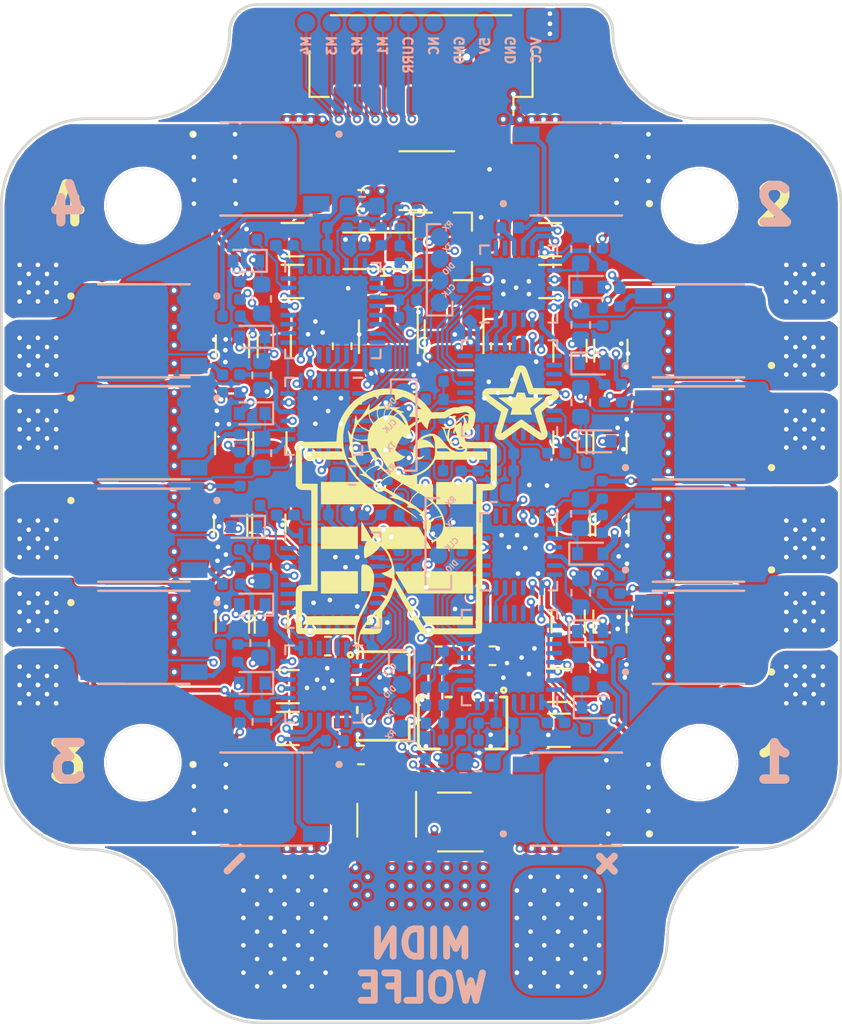
<source format=kicad_pcb>
(kicad_pcb (version 20171130) (host pcbnew "(5.1.6-0-10_14)")
  (layers (0 Signal_1 signal) (1 GND power) (2 Signal_2 signal) (3 Signal_3 signal) (4 Power power) (31 Signal_4 signal) (34 B.Paste user hide) (35 F.Paste user hide) (36 B.SilkS user hide) (37 F.SilkS user hide) (38 B.Mask user hide) (39 F.Mask user hide) (44 Edge.Cuts user))
  (net 0 "")
  (net 1 VCC)
  (net 2 GND)
  (net 3 "Net-(Q1-Pad4)")
  (net 4 "Net-(Q2-Pad4)")
  (net 5 "Net-(Q3-Pad4)")
  (net 6 "Net-(Q4-Pad4)")
  (net 7 "Net-(Q5-Pad4)")
  (net 8 "Net-(Q6-Pad4)")
  (net 9 VCC_Shunt)
  (net 10 "/Curent Sense/CURR")
  (net 11 "Net-(R2-Pad1)")
  (net 12 "Net-(R3-Pad2)")
  (net 13 "Net-(Q7-Pad4)")
  (net 14 "Net-(Q8-Pad4)")
  (net 15 "Net-(Q9-Pad4)")
  (net 16 "Net-(Q10-Pad4)")
  (net 17 "Net-(Q11-Pad4)")
  (net 18 "Net-(Q12-Pad4)")
  (net 19 "Net-(Q13-Pad4)")
  (net 20 "Net-(Q14-Pad4)")
  (net 21 "Net-(Q15-Pad4)")
  (net 22 "Net-(Q16-Pad4)")
  (net 23 "Net-(Q17-Pad4)")
  (net 24 "Net-(Q18-Pad4)")
  (net 25 /PWM_2)
  (net 26 /PWM_1)
  (net 27 "Net-(R42-Pad1)")
  (net 28 "/MCU 3/PhaseA")
  (net 29 "/MOSFET Driver 3/VB1")
  (net 30 "/MCU 3/PhaseB")
  (net 31 "/MOSFET Driver 3/VB2")
  (net 32 "/MCU 3/PhaseC")
  (net 33 "/MOSFET Driver 3/VB3")
  (net 34 "/MCU 3/NRST")
  (net 35 /PWM_4)
  (net 36 /PWM_3)
  (net 37 "/MCU 3/SWDIO")
  (net 38 "/MCU 3/SWCLK")
  (net 39 "/MCU 3/USART1_TX")
  (net 40 "/MCU 3/USART1_RX")
  (net 41 "Net-(Q19-Pad4)")
  (net 42 "Net-(Q20-Pad4)")
  (net 43 "Net-(Q21-Pad4)")
  (net 44 "Net-(Q22-Pad4)")
  (net 45 "Net-(Q23-Pad4)")
  (net 46 "Net-(Q24-Pad4)")
  (net 47 "/MOSFET Driver 3/HO1")
  (net 48 "/MOSFET Driver 3/LO1")
  (net 49 "/MOSFET Driver 3/HO2")
  (net 50 "/MOSFET Driver 3/LO2")
  (net 51 "/MOSFET Driver 3/HO3")
  (net 52 "/MOSFET Driver 3/LO3")
  (net 53 "/MCU 3/SenseA")
  (net 54 "/MCU 3/SenseCOM")
  (net 55 "/MCU 3/SenseB")
  (net 56 "/MCU 3/SenseC")
  (net 57 "/MCU 3/BOOT0")
  (net 58 "/MCU 3/HIN1")
  (net 59 "/MCU 3/HIN2")
  (net 60 "/MOSFET Driver 3/HIN1")
  (net 61 "/MCU 3/LIN3")
  (net 62 "/MCU 3/LIN2")
  (net 63 "/MCU 3/LIN1")
  (net 64 +5V)
  (net 65 "Net-(C70-Pad2)")
  (net 66 "Net-(C70-Pad1)")
  (net 67 "Net-(C75-Pad2)")
  (net 68 "Net-(C75-Pad1)")
  (net 69 "Net-(R73-Pad2)")
  (net 70 "Net-(R76-Pad1)")
  (net 71 +12V_2)
  (net 72 +12V_1)
  (net 73 +3.3VA_1)
  (net 74 +3.3VA_2)
  (net 75 +3.3VA_3)
  (net 76 +3.3VA_4)
  (net 77 "Net-(R25-Pad1)")
  (net 78 /MCU_2/NRST)
  (net 79 /MCU_2/PhaseA)
  (net 80 /MOSFET_Driver_2/VB1)
  (net 81 /MCU_2/PhaseB)
  (net 82 /MOSFET_Driver_2/VB2)
  (net 83 /MCU_2/PhaseC)
  (net 84 /MOSFET_Driver_2/VB3)
  (net 85 /MCU_2/USART1_TX)
  (net 86 /MCU_2/USART1_RX)
  (net 87 /MCU_2/SWDIO)
  (net 88 /MCU_2/SWCLK)
  (net 89 /MCU_2/SenseA)
  (net 90 /MCU_2/SenseCOM)
  (net 91 /MCU_2/SenseB)
  (net 92 /MCU_2/SenseC)
  (net 93 /MCU_2/BOOT0)
  (net 94 /MOSFET_Driver_2/HO1)
  (net 95 /MOSFET_Driver_2/LO1)
  (net 96 /MOSFET_Driver_2/HO2)
  (net 97 /MOSFET_Driver_2/LO2)
  (net 98 /MOSFET_Driver_2/HO3)
  (net 99 /MOSFET_Driver_2/LO3)
  (net 100 /MOSFET_Driver_2/HIN1)
  (net 101 /MCU_2/HIN2)
  (net 102 /MCU_2/HIN1)
  (net 103 /MCU_2/LIN1)
  (net 104 /MCU_2/LIN2)
  (net 105 /MCU_2/LIN3)
  (net 106 /MOSFET_Driver_1/VB1)
  (net 107 /MOSFET_Driver_1/VB2)
  (net 108 /MOSFET_Driver_1/VB3)
  (net 109 /MOSFET_Driver_1/HO1)
  (net 110 /MOSFET_Driver_1/LO1)
  (net 111 /MOSFET_Driver_1/HO2)
  (net 112 /MOSFET_Driver_1/LO2)
  (net 113 /MOSFET_Driver_1/HO3)
  (net 114 /MOSFET_Driver_1/LO3)
  (net 115 /MOSFET_Driver_1/HIN1)
  (net 116 /MCU_1/PhaseA)
  (net 117 /MCU_1/PhaseB)
  (net 118 /MCU_1/PhaseC)
  (net 119 /MCU_1/NRST)
  (net 120 /MCU_1/USART1_TX)
  (net 121 /MCU_1/USART1_RX)
  (net 122 /MCU_1/SWDIO)
  (net 123 /MCU_1/SWCLK)
  (net 124 /MCU_1/SenseA)
  (net 125 /MCU_1/SenseCOM)
  (net 126 "Net-(R15-Pad1)")
  (net 127 /MCU_1/SenseB)
  (net 128 /MCU_1/SenseC)
  (net 129 /MCU_1/BOOT0)
  (net 130 /MCU_1/HIN1)
  (net 131 /MCU_1/HIN2)
  (net 132 /MCU_1/LIN3)
  (net 133 /MCU_1/LIN2)
  (net 134 /MCU_1/LIN1)
  (net 135 /MOSFET_Driver_4/VB1)
  (net 136 /MOSFET_Driver_4/VB2)
  (net 137 /MOSFET_Driver_4/VB3)
  (net 138 /MOSFET_Driver_4/HO1)
  (net 139 /MOSFET_Driver_4/LO1)
  (net 140 /MOSFET_Driver_4/HO2)
  (net 141 /MOSFET_Driver_4/LO2)
  (net 142 /MOSFET_Driver_4/HO3)
  (net 143 /MOSFET_Driver_4/LO3)
  (net 144 /MOSFET_Driver_4/HIN1)
  (net 145 /MCU_4/PhaseA)
  (net 146 /MCU_4/PhaseB)
  (net 147 /MCU_4/PhaseC)
  (net 148 /MCU_4/NRST)
  (net 149 /MCU_4/USART1_TX)
  (net 150 /MCU_4/USART1_RX)
  (net 151 /MCU_4/SWDIO)
  (net 152 /MCU_4/SWCLK)
  (net 153 /MCU_4/SenseA)
  (net 154 /MCU_4/SenseCOM)
  (net 155 /MCU_4/SenseB)
  (net 156 "Net-(R65-Pad1)")
  (net 157 /MCU_4/SenseC)
  (net 158 /MCU_4/BOOT0)
  (net 159 /MCU_4/HIN1)
  (net 160 /MCU_4/HIN2)
  (net 161 /MCU_4/LIN3)
  (net 162 /MCU_4/LIN2)
  (net 163 /MCU_4/LIN1)
  (net 164 +3V3_2)
  (net 165 +3V3_1)
  (module Package_DFN_QFN:QFN-24-1EP_4x4mm_P0.5mm_EP2.7x2.7mm (layer Signal_4) (at 134.66 84.79 180)
    (fp_text reference U11)
    (fp_text value FD6288Q)
    (pad 25 smd rect (at 0 0 180) (size 2.7 2.7) (layers Signal_4 B.Mask) (net 2 GND))
    (pad 24 smd roundrect (at -1.25 1.9625 180) (size 0.25 0.825) (layers Signal_4 B.Paste B.Mask) (net 159 /MCU_4/HIN1))
    (pad 23 smd roundrect (at -0.75 1.9625 180) (size 0.25 0.825) (layers Signal_4 B.Paste B.Mask) (net 160 /MCU_4/HIN2))
    (pad 22 smd roundrect (at -0.25 1.9625 180) (size 0.25 0.825) (layers Signal_4 B.Paste B.Mask) (net 144 /MOSFET_Driver_4/HIN1))
    (pad 21 smd roundrect (at 0.25 1.9625 180) (size 0.25 0.825) (layers Signal_4 B.Paste B.Mask))
    (pad 20 smd roundrect (at 0.75 1.9625 180) (size 0.25 0.825) (layers Signal_4 B.Paste B.Mask) (net 135 /MOSFET_Driver_4/VB1))
    (pad 19 smd roundrect (at 1.25 1.9625 180) (size 0.25 0.825) (layers Signal_4 B.Paste B.Mask) (net 138 /MOSFET_Driver_4/HO1))
    (pad 18 smd roundrect (at 1.9625 1.25 180) (size 0.825 0.25) (layers Signal_4 B.Paste B.Mask) (net 145 /MCU_4/PhaseA))
    (pad 17 smd roundrect (at 1.9625 0.75 180) (size 0.825 0.25) (layers Signal_4 B.Paste B.Mask) (net 136 /MOSFET_Driver_4/VB2))
    (pad 16 smd roundrect (at 1.9625 0.25 180) (size 0.825 0.25) (layers Signal_4 B.Paste B.Mask) (net 140 /MOSFET_Driver_4/HO2))
    (pad 15 smd roundrect (at 1.9625 -0.25 180) (size 0.825 0.25) (layers Signal_4 B.Paste B.Mask) (net 146 /MCU_4/PhaseB))
    (pad 14 smd roundrect (at 1.9625 -0.75 180) (size 0.825 0.25) (layers Signal_4 B.Paste B.Mask) (net 137 /MOSFET_Driver_4/VB3))
    (pad 13 smd roundrect (at 1.9625 -1.25 180) (size 0.825 0.25) (layers Signal_4 B.Paste B.Mask) (net 142 /MOSFET_Driver_4/HO3))
    (pad 12 smd roundrect (at 1.25 -1.9625 180) (size 0.25 0.825) (layers Signal_4 B.Paste B.Mask) (net 147 /MCU_4/PhaseC))
    (pad 11 smd roundrect (at 0.75 -1.9625 180) (size 0.25 0.825) (layers Signal_4 B.Paste B.Mask) (net 139 /MOSFET_Driver_4/LO1))
    (pad 10 smd roundrect (at 0.25 -1.9625 180) (size 0.25 0.825) (layers Signal_4 B.Paste B.Mask) (net 141 /MOSFET_Driver_4/LO2))
    (pad 9 smd roundrect (at -0.25 -1.9625 180) (size 0.25 0.825) (layers Signal_4 B.Paste B.Mask) (net 143 /MOSFET_Driver_4/LO3))
    (pad 8 smd roundrect (at -0.75 -1.9625 180) (size 0.25 0.825) (layers Signal_4 B.Paste B.Mask))
    (pad 7 smd roundrect (at -1.25 -1.9625 180) (size 0.25 0.825) (layers Signal_4 B.Paste B.Mask))
    (pad 6 smd roundrect (at -1.9625 -1.25 180) (size 0.825 0.25) (layers Signal_4 B.Paste B.Mask) (net 2 GND))
    (pad 5 smd roundrect (at -1.9625 -0.75 180) (size 0.825 0.25) (layers Signal_4 B.Paste B.Mask))
    (pad 4 smd roundrect (at -1.9625 -0.25 180) (size 0.825 0.25) (layers Signal_4 B.Paste B.Mask) (net 72 +12V_1))
    (pad 3 smd roundrect (at -1.9625 0.25 180) (size 0.825 0.25) (layers Signal_4 B.Paste B.Mask) (net 161 /MCU_4/LIN3))
    (pad 2 smd roundrect (at -1.9625 0.75 180) (size 0.825 0.25) (layers Signal_4 B.Paste B.Mask) (net 162 /MCU_4/LIN2))
    (pad 1 smd roundrect (at -1.9625 1.25 180) (size 0.825 0.25) (layers Signal_4 B.Paste B.Mask) (net 163 /MCU_4/LIN1))
  )
  (module Capacitor_SMD:C_0402_1005Metric (layer Signal_1) (at 134.47 80.4 90)
    (fp_text reference C23)
    (fp_text value 10nF)
    (pad 2 smd roundrect (at 0.485 0 90) (size 0.59 0.64) (layers Signal_1 F.Paste F.Mask) (net 2 GND))
    (pad 1 smd roundrect (at -0.485 0 90) (size 0.59 0.64) (layers Signal_1 F.Paste F.Mask) (net 165 +3V3_1))
  )
  (module Package_TO_SOT_SMD:SOT-23-5 (layer Signal_1) (at 141.8 80.43 270)
    (fp_text reference U16)
    (fp_text value LP2985-3.3)
    (pad 5 smd rect (at 1.1 -0.95 270) (size 1.06 0.65) (layers Signal_1 F.Paste F.Mask) (net 164 +3V3_2))
    (pad 4 smd rect (at 1.1 0.95 270) (size 1.06 0.65) (layers Signal_1 F.Paste F.Mask) (net 164 +3V3_2))
    (pad 3 smd rect (at -1.1 0.95 270) (size 1.06 0.65) (layers Signal_1 F.Paste F.Mask) (net 64 +5V))
    (pad 2 smd rect (at -1.1 0 270) (size 1.06 0.65) (layers Signal_1 F.Paste F.Mask) (net 2 GND))
    (pad 1 smd rect (at -1.1 -0.95 270) (size 1.06 0.65) (layers Signal_1 F.Paste F.Mask) (net 64 +5V))
  )
  (module Capacitor_SMD:C_0603_1608Metric (layer Signal_1) (at 144.34 80.95 90)
    (fp_text reference C78)
    (fp_text value 2.2uF)
    (pad 2 smd roundrect (at 0.7875 0 90) (size 0.875 0.95) (layers Signal_1 F.Paste F.Mask) (net 2 GND))
    (pad 1 smd roundrect (at -0.7875 0 90) (size 0.875 0.95) (layers Signal_1 F.Paste F.Mask) (net 164 +3V3_2))
  )
  (module Capacitor_SMD:C_0402_1005Metric (layer Signal_1) (at 145.54 80.4 90)
    (fp_text reference C77)
    (fp_text value 10nF)
    (pad 2 smd roundrect (at 0.485 0 90) (size 0.59 0.64) (layers Signal_1 F.Paste F.Mask) (net 2 GND))
    (pad 1 smd roundrect (at -0.485 0 90) (size 0.59 0.64) (layers Signal_1 F.Paste F.Mask) (net 164 +3V3_2))
  )
  (module Capacitor_SMD:C_0402_1005Metric (layer Signal_1) (at 144.53 79)
    (fp_text reference C73)
    (fp_text value 1uF)
    (pad 2 smd roundrect (at 0.485 0) (size 0.59 0.64) (layers Signal_1 F.Paste F.Mask) (net 2 GND))
    (pad 1 smd roundrect (at -0.485 0) (size 0.59 0.64) (layers Signal_1 F.Paste F.Mask) (net 64 +5V))
  )
  (module Package_DFN_QFN:QFN-32-1EP_5x5mm_P0.5mm_EP3.45x3.45mm (layer Signal_4) (at 144.8375 98 90)
    (fp_text reference U2)
    (fp_text value STM32F051K6Ux)
    (pad 33 smd rect (at 0 0 90) (size 3.45 3.45) (layers Signal_4 B.Mask) (net 2 GND))
    (pad 32 smd roundrect (at -1.75 2.4375 90) (size 0.25 0.875) (layers Signal_4 B.Paste B.Mask))
    (pad 31 smd roundrect (at -1.25 2.4375 90) (size 0.25 0.875) (layers Signal_4 B.Paste B.Mask) (net 129 /MCU_1/BOOT0))
    (pad 30 smd roundrect (at -0.75 2.4375 90) (size 0.25 0.875) (layers Signal_4 B.Paste B.Mask) (net 121 /MCU_1/USART1_RX))
    (pad 29 smd roundrect (at -0.25 2.4375 90) (size 0.25 0.875) (layers Signal_4 B.Paste B.Mask) (net 120 /MCU_1/USART1_TX))
    (pad 28 smd roundrect (at 0.25 2.4375 90) (size 0.25 0.875) (layers Signal_4 B.Paste B.Mask))
    (pad 27 smd roundrect (at 0.75 2.4375 90) (size 0.25 0.875) (layers Signal_4 B.Paste B.Mask))
    (pad 26 smd roundrect (at 1.25 2.4375 90) (size 0.25 0.875) (layers Signal_4 B.Paste B.Mask))
    (pad 25 smd roundrect (at 1.75 2.4375 90) (size 0.25 0.875) (layers Signal_4 B.Paste B.Mask))
    (pad 24 smd roundrect (at 2.4375 1.75 90) (size 0.875 0.25) (layers Signal_4 B.Paste B.Mask) (net 123 /MCU_1/SWCLK))
    (pad 23 smd roundrect (at 2.4375 1.25 90) (size 0.875 0.25) (layers Signal_4 B.Paste B.Mask) (net 122 /MCU_1/SWDIO))
    (pad 22 smd roundrect (at 2.4375 0.75 90) (size 0.875 0.25) (layers Signal_4 B.Paste B.Mask))
    (pad 21 smd roundrect (at 2.4375 0.25 90) (size 0.875 0.25) (layers Signal_4 B.Paste B.Mask))
    (pad 20 smd roundrect (at 2.4375 -0.25 90) (size 0.875 0.25) (layers Signal_4 B.Paste B.Mask) (net 115 /MOSFET_Driver_1/HIN1))
    (pad 19 smd roundrect (at 2.4375 -0.75 90) (size 0.875 0.25) (layers Signal_4 B.Paste B.Mask) (net 131 /MCU_1/HIN2))
    (pad 18 smd roundrect (at 2.4375 -1.25 90) (size 0.875 0.25) (layers Signal_4 B.Paste B.Mask) (net 130 /MCU_1/HIN1))
    (pad 17 smd roundrect (at 2.4375 -1.75 90) (size 0.875 0.25) (layers Signal_4 B.Paste B.Mask) (net 164 +3V3_2))
    (pad 16 smd roundrect (at 1.75 -2.4375 90) (size 0.25 0.875) (layers Signal_4 B.Paste B.Mask))
    (pad 15 smd roundrect (at 1.25 -2.4375 90) (size 0.25 0.875) (layers Signal_4 B.Paste B.Mask) (net 134 /MCU_1/LIN1))
    (pad 14 smd roundrect (at 0.75 -2.4375 90) (size 0.25 0.875) (layers Signal_4 B.Paste B.Mask) (net 133 /MCU_1/LIN2))
    (pad 13 smd roundrect (at 0.25 -2.4375 90) (size 0.25 0.875) (layers Signal_4 B.Paste B.Mask) (net 132 /MCU_1/LIN3))
    (pad 12 smd roundrect (at -0.25 -2.4375 90) (size 0.25 0.875) (layers Signal_4 B.Paste B.Mask))
    (pad 11 smd roundrect (at -0.75 -2.4375 90) (size 0.25 0.875) (layers Signal_4 B.Paste B.Mask) (net 124 /MCU_1/SenseA))
    (pad 10 smd roundrect (at -1.25 -2.4375 90) (size 0.25 0.875) (layers Signal_4 B.Paste B.Mask) (net 127 /MCU_1/SenseB))
    (pad 9 smd roundrect (at -1.75 -2.4375 90) (size 0.25 0.875) (layers Signal_4 B.Paste B.Mask))
    (pad 8 smd roundrect (at -2.4375 -1.75 90) (size 0.875 0.25) (layers Signal_4 B.Paste B.Mask) (net 126 "Net-(R15-Pad1)"))
    (pad 7 smd roundrect (at -2.4375 -1.25 90) (size 0.875 0.25) (layers Signal_4 B.Paste B.Mask) (net 125 /MCU_1/SenseCOM))
    (pad 6 smd roundrect (at -2.4375 -0.75 90) (size 0.875 0.25) (layers Signal_4 B.Paste B.Mask) (net 128 /MCU_1/SenseC))
    (pad 5 smd roundrect (at -2.4375 -0.25 90) (size 0.875 0.25) (layers Signal_4 B.Paste B.Mask) (net 73 +3.3VA_1))
    (pad 4 smd roundrect (at -2.4375 0.25 90) (size 0.875 0.25) (layers Signal_4 B.Paste B.Mask) (net 119 /MCU_1/NRST))
    (pad 3 smd roundrect (at -2.4375 0.75 90) (size 0.875 0.25) (layers Signal_4 B.Paste B.Mask))
    (pad 2 smd roundrect (at -2.4375 1.25 90) (size 0.875 0.25) (layers Signal_4 B.Paste B.Mask))
    (pad 1 smd roundrect (at -2.4375 1.75 90) (size 0.875 0.25) (layers Signal_4 B.Paste B.Mask) (net 164 +3V3_2))
  )
  (module Footprints:TPH1R204PB (layer Signal_1) (at 124.81 91.3)
    (fp_text reference Q13)
    (fp_text value TPH1R204PB)
    (pad 1 smd rect (at -2.75 -1.905) (size 1.45 0.85) (layers Signal_1 F.Paste F.Mask) (net 28 "/MCU 3/PhaseA"))
    (pad 2 smd rect (at -2.75 -0.635) (size 1.45 0.85) (layers Signal_1 F.Paste F.Mask) (net 28 "/MCU 3/PhaseA"))
    (pad 3 smd rect (at -2.75 0.635) (size 1.45 0.85) (layers Signal_1 F.Paste F.Mask) (net 28 "/MCU 3/PhaseA"))
    (pad 4 smd rect (at -2.75 1.905) (size 1.45 0.85) (layers Signal_1 F.Paste F.Mask) (net 19 "Net-(Q13-Pad4)"))
    (pad 5 smd rect (at 2.95 1.905) (size 1.05 0.85) (layers Signal_1 F.Paste F.Mask) (net 9 VCC_Shunt))
    (pad 6 smd rect (at 2.95 0.635) (size 1.05 0.85) (layers Signal_1 F.Paste F.Mask) (net 9 VCC_Shunt))
    (pad 7 smd rect (at 2.95 -0.635) (size 1.05 0.85) (layers Signal_1 F.Paste F.Mask) (net 9 VCC_Shunt))
    (pad 8 smd rect (at 2.95 -1.905) (size 1.05 0.85) (layers Signal_1 F.Paste F.Mask) (net 9 VCC_Shunt))
    (pad 9 smd rect (at 0.57 0) (size 3.71 4.66) (layers Signal_1 F.Mask) (net 9 VCC_Shunt))
  )
  (module Footprints:TPH1R204PB (layer Signal_4) (at 124.81 91.3 180)
    (fp_text reference Q14)
    (fp_text value TPH1R204PB)
    (pad 1 smd rect (at -2.75 1.905 180) (size 1.45 0.85) (layers Signal_4 B.Paste B.Mask) (net 2 GND))
    (pad 2 smd rect (at -2.75 0.635 180) (size 1.45 0.85) (layers Signal_4 B.Paste B.Mask) (net 2 GND))
    (pad 3 smd rect (at -2.75 -0.635 180) (size 1.45 0.85) (layers Signal_4 B.Paste B.Mask) (net 2 GND))
    (pad 4 smd rect (at -2.75 -1.905 180) (size 1.45 0.85) (layers Signal_4 B.Paste B.Mask) (net 20 "Net-(Q14-Pad4)"))
    (pad 5 smd rect (at 2.95 -1.905 180) (size 1.05 0.85) (layers Signal_4 B.Paste B.Mask) (net 28 "/MCU 3/PhaseA"))
    (pad 6 smd rect (at 2.95 -0.635 180) (size 1.05 0.85) (layers Signal_4 B.Paste B.Mask) (net 28 "/MCU 3/PhaseA"))
    (pad 7 smd rect (at 2.95 0.635 180) (size 1.05 0.85) (layers Signal_4 B.Paste B.Mask) (net 28 "/MCU 3/PhaseA"))
    (pad 8 smd rect (at 2.95 1.905 180) (size 1.05 0.85) (layers Signal_4 B.Paste B.Mask) (net 28 "/MCU 3/PhaseA"))
    (pad 9 smd rect (at 0.57 0 180) (size 3.71 4.66) (layers Signal_4 B.Mask) (net 28 "/MCU 3/PhaseA"))
  )
  (module Footprints:TPH1R204PB (layer Signal_1) (at 124.81 96.89)
    (fp_text reference Q15)
    (fp_text value TPH1R204PB)
    (pad 1 smd rect (at -2.75 -1.905) (size 1.45 0.85) (layers Signal_1 F.Paste F.Mask) (net 30 "/MCU 3/PhaseB"))
    (pad 2 smd rect (at -2.75 -0.635) (size 1.45 0.85) (layers Signal_1 F.Paste F.Mask) (net 30 "/MCU 3/PhaseB"))
    (pad 3 smd rect (at -2.75 0.635) (size 1.45 0.85) (layers Signal_1 F.Paste F.Mask) (net 30 "/MCU 3/PhaseB"))
    (pad 4 smd rect (at -2.75 1.905) (size 1.45 0.85) (layers Signal_1 F.Paste F.Mask) (net 21 "Net-(Q15-Pad4)"))
    (pad 5 smd rect (at 2.95 1.905) (size 1.05 0.85) (layers Signal_1 F.Paste F.Mask) (net 9 VCC_Shunt))
    (pad 6 smd rect (at 2.95 0.635) (size 1.05 0.85) (layers Signal_1 F.Paste F.Mask) (net 9 VCC_Shunt))
    (pad 7 smd rect (at 2.95 -0.635) (size 1.05 0.85) (layers Signal_1 F.Paste F.Mask) (net 9 VCC_Shunt))
    (pad 8 smd rect (at 2.95 -1.905) (size 1.05 0.85) (layers Signal_1 F.Paste F.Mask) (net 9 VCC_Shunt))
    (pad 9 smd rect (at 0.57 0) (size 3.71 4.66) (layers Signal_1 F.Mask) (net 9 VCC_Shunt))
  )
  (module Footprints:TPH1R204PB (layer Signal_4) (at 124.81 96.89 180)
    (fp_text reference Q16)
    (fp_text value TPH1R204PB)
    (pad 1 smd rect (at -2.75 1.905 180) (size 1.45 0.85) (layers Signal_4 B.Paste B.Mask) (net 2 GND))
    (pad 2 smd rect (at -2.75 0.635 180) (size 1.45 0.85) (layers Signal_4 B.Paste B.Mask) (net 2 GND))
    (pad 3 smd rect (at -2.75 -0.635 180) (size 1.45 0.85) (layers Signal_4 B.Paste B.Mask) (net 2 GND))
    (pad 4 smd rect (at -2.75 -1.905 180) (size 1.45 0.85) (layers Signal_4 B.Paste B.Mask) (net 22 "Net-(Q16-Pad4)"))
    (pad 5 smd rect (at 2.95 -1.905 180) (size 1.05 0.85) (layers Signal_4 B.Paste B.Mask) (net 30 "/MCU 3/PhaseB"))
    (pad 6 smd rect (at 2.95 -0.635 180) (size 1.05 0.85) (layers Signal_4 B.Paste B.Mask) (net 30 "/MCU 3/PhaseB"))
    (pad 7 smd rect (at 2.95 0.635 180) (size 1.05 0.85) (layers Signal_4 B.Paste B.Mask) (net 30 "/MCU 3/PhaseB"))
    (pad 8 smd rect (at 2.95 1.905 180) (size 1.05 0.85) (layers Signal_4 B.Paste B.Mask) (net 30 "/MCU 3/PhaseB"))
    (pad 9 smd rect (at 0.57 0 180) (size 3.71 4.66) (layers Signal_4 B.Mask) (net 30 "/MCU 3/PhaseB"))
  )
  (module Footprints:TPH1R204PB (layer Signal_1) (at 131.5 105.75)
    (fp_text reference Q17)
    (fp_text value TPH1R204PB)
    (pad 1 smd rect (at -2.75 -1.905) (size 1.45 0.85) (layers Signal_1 F.Paste F.Mask) (net 32 "/MCU 3/PhaseC"))
    (pad 2 smd rect (at -2.75 -0.635) (size 1.45 0.85) (layers Signal_1 F.Paste F.Mask) (net 32 "/MCU 3/PhaseC"))
    (pad 3 smd rect (at -2.75 0.635) (size 1.45 0.85) (layers Signal_1 F.Paste F.Mask) (net 32 "/MCU 3/PhaseC"))
    (pad 4 smd rect (at -2.75 1.905) (size 1.45 0.85) (layers Signal_1 F.Paste F.Mask) (net 23 "Net-(Q17-Pad4)"))
    (pad 5 smd rect (at 2.95 1.905) (size 1.05 0.85) (layers Signal_1 F.Paste F.Mask) (net 9 VCC_Shunt))
    (pad 6 smd rect (at 2.95 0.635) (size 1.05 0.85) (layers Signal_1 F.Paste F.Mask) (net 9 VCC_Shunt))
    (pad 7 smd rect (at 2.95 -0.635) (size 1.05 0.85) (layers Signal_1 F.Paste F.Mask) (net 9 VCC_Shunt))
    (pad 8 smd rect (at 2.95 -1.905) (size 1.05 0.85) (layers Signal_1 F.Paste F.Mask) (net 9 VCC_Shunt))
    (pad 9 smd rect (at 0.57 0) (size 3.71 4.66) (layers Signal_1 F.Mask) (net 9 VCC_Shunt))
  )
  (module Footprints:TPH1R204PB (layer Signal_4) (at 131.5 105.75 180)
    (fp_text reference Q18)
    (fp_text value TPH1R204PB)
    (pad 1 smd rect (at -2.75 1.905 180) (size 1.45 0.85) (layers Signal_4 B.Paste B.Mask) (net 2 GND))
    (pad 2 smd rect (at -2.75 0.635 180) (size 1.45 0.85) (layers Signal_4 B.Paste B.Mask) (net 2 GND))
    (pad 3 smd rect (at -2.75 -0.635 180) (size 1.45 0.85) (layers Signal_4 B.Paste B.Mask) (net 2 GND))
    (pad 4 smd rect (at -2.75 -1.905 180) (size 1.45 0.85) (layers Signal_4 B.Paste B.Mask) (net 24 "Net-(Q18-Pad4)"))
    (pad 5 smd rect (at 2.95 -1.905 180) (size 1.05 0.85) (layers Signal_4 B.Paste B.Mask) (net 32 "/MCU 3/PhaseC"))
    (pad 6 smd rect (at 2.95 -0.635 180) (size 1.05 0.85) (layers Signal_4 B.Paste B.Mask) (net 32 "/MCU 3/PhaseC"))
    (pad 7 smd rect (at 2.95 0.635 180) (size 1.05 0.85) (layers Signal_4 B.Paste B.Mask) (net 32 "/MCU 3/PhaseC"))
    (pad 8 smd rect (at 2.95 1.905 180) (size 1.05 0.85) (layers Signal_4 B.Paste B.Mask) (net 32 "/MCU 3/PhaseC"))
    (pad 9 smd rect (at 0.57 0 180) (size 3.71 4.66) (layers Signal_4 B.Mask) (net 32 "/MCU 3/PhaseC"))
  )
  (module Footprints:TPH1R204PB (layer Signal_1) (at 155.19 85.7 180)
    (fp_text reference Q7)
    (fp_text value TPH1R204PB)
    (pad 1 smd rect (at -2.75 -1.905 180) (size 1.45 0.85) (layers Signal_1 F.Paste F.Mask) (net 79 /MCU_2/PhaseA))
    (pad 2 smd rect (at -2.75 -0.635 180) (size 1.45 0.85) (layers Signal_1 F.Paste F.Mask) (net 79 /MCU_2/PhaseA))
    (pad 3 smd rect (at -2.75 0.635 180) (size 1.45 0.85) (layers Signal_1 F.Paste F.Mask) (net 79 /MCU_2/PhaseA))
    (pad 4 smd rect (at -2.75 1.905 180) (size 1.45 0.85) (layers Signal_1 F.Paste F.Mask) (net 13 "Net-(Q7-Pad4)"))
    (pad 5 smd rect (at 2.95 1.905 180) (size 1.05 0.85) (layers Signal_1 F.Paste F.Mask) (net 9 VCC_Shunt))
    (pad 6 smd rect (at 2.95 0.635 180) (size 1.05 0.85) (layers Signal_1 F.Paste F.Mask) (net 9 VCC_Shunt))
    (pad 7 smd rect (at 2.95 -0.635 180) (size 1.05 0.85) (layers Signal_1 F.Paste F.Mask) (net 9 VCC_Shunt))
    (pad 8 smd rect (at 2.95 -1.905 180) (size 1.05 0.85) (layers Signal_1 F.Paste F.Mask) (net 9 VCC_Shunt))
    (pad 9 smd rect (at 0.57 0 180) (size 3.71 4.66) (layers Signal_1 F.Mask) (net 9 VCC_Shunt))
  )
  (module Footprints:TPH1R204PB (layer Signal_4) (at 155.19 85.7)
    (fp_text reference Q8)
    (fp_text value TPH1R204PB)
    (pad 1 smd rect (at -2.75 1.905) (size 1.45 0.85) (layers Signal_4 B.Paste B.Mask) (net 2 GND))
    (pad 2 smd rect (at -2.75 0.635) (size 1.45 0.85) (layers Signal_4 B.Paste B.Mask) (net 2 GND))
    (pad 3 smd rect (at -2.75 -0.635) (size 1.45 0.85) (layers Signal_4 B.Paste B.Mask) (net 2 GND))
    (pad 4 smd rect (at -2.75 -1.905) (size 1.45 0.85) (layers Signal_4 B.Paste B.Mask) (net 14 "Net-(Q8-Pad4)"))
    (pad 5 smd rect (at 2.95 -1.905) (size 1.05 0.85) (layers Signal_4 B.Paste B.Mask) (net 79 /MCU_2/PhaseA))
    (pad 6 smd rect (at 2.95 -0.635) (size 1.05 0.85) (layers Signal_4 B.Paste B.Mask) (net 79 /MCU_2/PhaseA))
    (pad 7 smd rect (at 2.95 0.635) (size 1.05 0.85) (layers Signal_4 B.Paste B.Mask) (net 79 /MCU_2/PhaseA))
    (pad 8 smd rect (at 2.95 1.905) (size 1.05 0.85) (layers Signal_4 B.Paste B.Mask) (net 79 /MCU_2/PhaseA))
    (pad 9 smd rect (at 0.57 0) (size 3.71 4.66) (layers Signal_4 B.Mask) (net 79 /MCU_2/PhaseA))
  )
  (module Footprints:TPH1R204PB (layer Signal_1) (at 155.19 80.11 180)
    (fp_text reference Q9)
    (fp_text value TPH1R204PB)
    (pad 1 smd rect (at -2.75 -1.905 180) (size 1.45 0.85) (layers Signal_1 F.Paste F.Mask) (net 81 /MCU_2/PhaseB))
    (pad 2 smd rect (at -2.75 -0.635 180) (size 1.45 0.85) (layers Signal_1 F.Paste F.Mask) (net 81 /MCU_2/PhaseB))
    (pad 3 smd rect (at -2.75 0.635 180) (size 1.45 0.85) (layers Signal_1 F.Paste F.Mask) (net 81 /MCU_2/PhaseB))
    (pad 4 smd rect (at -2.75 1.905 180) (size 1.45 0.85) (layers Signal_1 F.Paste F.Mask) (net 15 "Net-(Q9-Pad4)"))
    (pad 5 smd rect (at 2.95 1.905 180) (size 1.05 0.85) (layers Signal_1 F.Paste F.Mask) (net 9 VCC_Shunt))
    (pad 6 smd rect (at 2.95 0.635 180) (size 1.05 0.85) (layers Signal_1 F.Paste F.Mask) (net 9 VCC_Shunt))
    (pad 7 smd rect (at 2.95 -0.635 180) (size 1.05 0.85) (layers Signal_1 F.Paste F.Mask) (net 9 VCC_Shunt))
    (pad 8 smd rect (at 2.95 -1.905 180) (size 1.05 0.85) (layers Signal_1 F.Paste F.Mask) (net 9 VCC_Shunt))
    (pad 9 smd rect (at 0.57 0 180) (size 3.71 4.66) (layers Signal_1 F.Mask) (net 9 VCC_Shunt))
  )
  (module Footprints:TPH1R204PB (layer Signal_4) (at 155.19 80.11)
    (fp_text reference Q10)
    (fp_text value TPH1R204PB)
    (pad 1 smd rect (at -2.75 1.905) (size 1.45 0.85) (layers Signal_4 B.Paste B.Mask) (net 2 GND))
    (pad 2 smd rect (at -2.75 0.635) (size 1.45 0.85) (layers Signal_4 B.Paste B.Mask) (net 2 GND))
    (pad 3 smd rect (at -2.75 -0.635) (size 1.45 0.85) (layers Signal_4 B.Paste B.Mask) (net 2 GND))
    (pad 4 smd rect (at -2.75 -1.905) (size 1.45 0.85) (layers Signal_4 B.Paste B.Mask) (net 16 "Net-(Q10-Pad4)"))
    (pad 5 smd rect (at 2.95 -1.905) (size 1.05 0.85) (layers Signal_4 B.Paste B.Mask) (net 81 /MCU_2/PhaseB))
    (pad 6 smd rect (at 2.95 -0.635) (size 1.05 0.85) (layers Signal_4 B.Paste B.Mask) (net 81 /MCU_2/PhaseB))
    (pad 7 smd rect (at 2.95 0.635) (size 1.05 0.85) (layers Signal_4 B.Paste B.Mask) (net 81 /MCU_2/PhaseB))
    (pad 8 smd rect (at 2.95 1.905) (size 1.05 0.85) (layers Signal_4 B.Paste B.Mask) (net 81 /MCU_2/PhaseB))
    (pad 9 smd rect (at 0.57 0) (size 3.71 4.66) (layers Signal_4 B.Mask) (net 81 /MCU_2/PhaseB))
  )
  (module Footprints:TPH1R204PB (layer Signal_1) (at 148.5 71.25 180)
    (fp_text reference Q11)
    (fp_text value TPH1R204PB)
    (pad 1 smd rect (at -2.75 -1.905 180) (size 1.45 0.85) (layers Signal_1 F.Paste F.Mask) (net 83 /MCU_2/PhaseC))
    (pad 2 smd rect (at -2.75 -0.635 180) (size 1.45 0.85) (layers Signal_1 F.Paste F.Mask) (net 83 /MCU_2/PhaseC))
    (pad 3 smd rect (at -2.75 0.635 180) (size 1.45 0.85) (layers Signal_1 F.Paste F.Mask) (net 83 /MCU_2/PhaseC))
    (pad 4 smd rect (at -2.75 1.905 180) (size 1.45 0.85) (layers Signal_1 F.Paste F.Mask) (net 17 "Net-(Q11-Pad4)"))
    (pad 5 smd rect (at 2.95 1.905 180) (size 1.05 0.85) (layers Signal_1 F.Paste F.Mask) (net 9 VCC_Shunt))
    (pad 6 smd rect (at 2.95 0.635 180) (size 1.05 0.85) (layers Signal_1 F.Paste F.Mask) (net 9 VCC_Shunt))
    (pad 7 smd rect (at 2.95 -0.635 180) (size 1.05 0.85) (layers Signal_1 F.Paste F.Mask) (net 9 VCC_Shunt))
    (pad 8 smd rect (at 2.95 -1.905 180) (size 1.05 0.85) (layers Signal_1 F.Paste F.Mask) (net 9 VCC_Shunt))
    (pad 9 smd rect (at 0.57 0 180) (size 3.71 4.66) (layers Signal_1 F.Mask) (net 9 VCC_Shunt))
  )
  (module Footprints:TPH1R204PB (layer Signal_4) (at 148.5 71.25)
    (fp_text reference Q12)
    (fp_text value TPH1R204PB)
    (pad 1 smd rect (at -2.75 1.905) (size 1.45 0.85) (layers Signal_4 B.Paste B.Mask) (net 2 GND))
    (pad 2 smd rect (at -2.75 0.635) (size 1.45 0.85) (layers Signal_4 B.Paste B.Mask) (net 2 GND))
    (pad 3 smd rect (at -2.75 -0.635) (size 1.45 0.85) (layers Signal_4 B.Paste B.Mask) (net 2 GND))
    (pad 4 smd rect (at -2.75 -1.905) (size 1.45 0.85) (layers Signal_4 B.Paste B.Mask) (net 18 "Net-(Q12-Pad4)"))
    (pad 5 smd rect (at 2.95 -1.905) (size 1.05 0.85) (layers Signal_4 B.Paste B.Mask) (net 83 /MCU_2/PhaseC))
    (pad 6 smd rect (at 2.95 -0.635) (size 1.05 0.85) (layers Signal_4 B.Paste B.Mask) (net 83 /MCU_2/PhaseC))
    (pad 7 smd rect (at 2.95 0.635) (size 1.05 0.85) (layers Signal_4 B.Paste B.Mask) (net 83 /MCU_2/PhaseC))
    (pad 8 smd rect (at 2.95 1.905) (size 1.05 0.85) (layers Signal_4 B.Paste B.Mask) (net 83 /MCU_2/PhaseC))
    (pad 9 smd rect (at 0.57 0) (size 3.71 4.66) (layers Signal_4 B.Mask) (net 83 /MCU_2/PhaseC))
  )
  (module Footprints:TPH1R204PB (layer Signal_1) (at 148.5 105.75 180)
    (fp_text reference Q1)
    (fp_text value TPH1R204PB)
    (pad 1 smd rect (at -2.75 -1.905 180) (size 1.45 0.85) (layers Signal_1 F.Paste F.Mask) (net 116 /MCU_1/PhaseA))
    (pad 2 smd rect (at -2.75 -0.635 180) (size 1.45 0.85) (layers Signal_1 F.Paste F.Mask) (net 116 /MCU_1/PhaseA))
    (pad 3 smd rect (at -2.75 0.635 180) (size 1.45 0.85) (layers Signal_1 F.Paste F.Mask) (net 116 /MCU_1/PhaseA))
    (pad 4 smd rect (at -2.75 1.905 180) (size 1.45 0.85) (layers Signal_1 F.Paste F.Mask) (net 3 "Net-(Q1-Pad4)"))
    (pad 5 smd rect (at 2.95 1.905 180) (size 1.05 0.85) (layers Signal_1 F.Paste F.Mask) (net 9 VCC_Shunt))
    (pad 6 smd rect (at 2.95 0.635 180) (size 1.05 0.85) (layers Signal_1 F.Paste F.Mask) (net 9 VCC_Shunt))
    (pad 7 smd rect (at 2.95 -0.635 180) (size 1.05 0.85) (layers Signal_1 F.Paste F.Mask) (net 9 VCC_Shunt))
    (pad 8 smd rect (at 2.95 -1.905 180) (size 1.05 0.85) (layers Signal_1 F.Paste F.Mask) (net 9 VCC_Shunt))
    (pad 9 smd rect (at 0.57 0 180) (size 3.71 4.66) (layers Signal_1 F.Mask) (net 9 VCC_Shunt))
  )
  (module Footprints:TPH1R204PB (layer Signal_4) (at 148.5 105.75)
    (fp_text reference Q2)
    (fp_text value TPH1R204PB)
    (pad 1 smd rect (at -2.75 1.905) (size 1.45 0.85) (layers Signal_4 B.Paste B.Mask) (net 2 GND))
    (pad 2 smd rect (at -2.75 0.635) (size 1.45 0.85) (layers Signal_4 B.Paste B.Mask) (net 2 GND))
    (pad 3 smd rect (at -2.75 -0.635) (size 1.45 0.85) (layers Signal_4 B.Paste B.Mask) (net 2 GND))
    (pad 4 smd rect (at -2.75 -1.905) (size 1.45 0.85) (layers Signal_4 B.Paste B.Mask) (net 4 "Net-(Q2-Pad4)"))
    (pad 5 smd rect (at 2.95 -1.905) (size 1.05 0.85) (layers Signal_4 B.Paste B.Mask) (net 116 /MCU_1/PhaseA))
    (pad 6 smd rect (at 2.95 -0.635) (size 1.05 0.85) (layers Signal_4 B.Paste B.Mask) (net 116 /MCU_1/PhaseA))
    (pad 7 smd rect (at 2.95 0.635) (size 1.05 0.85) (layers Signal_4 B.Paste B.Mask) (net 116 /MCU_1/PhaseA))
    (pad 8 smd rect (at 2.95 1.905) (size 1.05 0.85) (layers Signal_4 B.Paste B.Mask) (net 116 /MCU_1/PhaseA))
    (pad 9 smd rect (at 0.57 0) (size 3.71 4.66) (layers Signal_4 B.Mask) (net 116 /MCU_1/PhaseA))
  )
  (module Footprints:TPH1R204PB (layer Signal_1) (at 155.19 96.89 180)
    (fp_text reference Q3)
    (fp_text value TPH1R204PB)
    (pad 1 smd rect (at -2.75 -1.905 180) (size 1.45 0.85) (layers Signal_1 F.Paste F.Mask) (net 117 /MCU_1/PhaseB))
    (pad 2 smd rect (at -2.75 -0.635 180) (size 1.45 0.85) (layers Signal_1 F.Paste F.Mask) (net 117 /MCU_1/PhaseB))
    (pad 3 smd rect (at -2.75 0.635 180) (size 1.45 0.85) (layers Signal_1 F.Paste F.Mask) (net 117 /MCU_1/PhaseB))
    (pad 4 smd rect (at -2.75 1.905 180) (size 1.45 0.85) (layers Signal_1 F.Paste F.Mask) (net 5 "Net-(Q3-Pad4)"))
    (pad 5 smd rect (at 2.95 1.905 180) (size 1.05 0.85) (layers Signal_1 F.Paste F.Mask) (net 9 VCC_Shunt))
    (pad 6 smd rect (at 2.95 0.635 180) (size 1.05 0.85) (layers Signal_1 F.Paste F.Mask) (net 9 VCC_Shunt))
    (pad 7 smd rect (at 2.95 -0.635 180) (size 1.05 0.85) (layers Signal_1 F.Paste F.Mask) (net 9 VCC_Shunt))
    (pad 8 smd rect (at 2.95 -1.905 180) (size 1.05 0.85) (layers Signal_1 F.Paste F.Mask) (net 9 VCC_Shunt))
    (pad 9 smd rect (at 0.57 0 180) (size 3.71 4.66) (layers Signal_1 F.Mask) (net 9 VCC_Shunt))
  )
  (module Footprints:TPH1R204PB (layer Signal_4) (at 155.19 96.89)
    (fp_text reference Q4)
    (fp_text value TPH1R204PB)
    (pad 1 smd rect (at -2.75 1.905) (size 1.45 0.85) (layers Signal_4 B.Paste B.Mask) (net 2 GND))
    (pad 2 smd rect (at -2.75 0.635) (size 1.45 0.85) (layers Signal_4 B.Paste B.Mask) (net 2 GND))
    (pad 3 smd rect (at -2.75 -0.635) (size 1.45 0.85) (layers Signal_4 B.Paste B.Mask) (net 2 GND))
    (pad 4 smd rect (at -2.75 -1.905) (size 1.45 0.85) (layers Signal_4 B.Paste B.Mask) (net 6 "Net-(Q4-Pad4)"))
    (pad 5 smd rect (at 2.95 -1.905) (size 1.05 0.85) (layers Signal_4 B.Paste B.Mask) (net 117 /MCU_1/PhaseB))
    (pad 6 smd rect (at 2.95 -0.635) (size 1.05 0.85) (layers Signal_4 B.Paste B.Mask) (net 117 /MCU_1/PhaseB))
    (pad 7 smd rect (at 2.95 0.635) (size 1.05 0.85) (layers Signal_4 B.Paste B.Mask) (net 117 /MCU_1/PhaseB))
    (pad 8 smd rect (at 2.95 1.905) (size 1.05 0.85) (layers Signal_4 B.Paste B.Mask) (net 117 /MCU_1/PhaseB))
    (pad 9 smd rect (at 0.57 0) (size 3.71 4.66) (layers Signal_4 B.Mask) (net 117 /MCU_1/PhaseB))
  )
  (module Footprints:TPH1R204PB (layer Signal_1) (at 155.19 91.3 180)
    (fp_text reference Q5)
    (fp_text value TPH1R204PB)
    (pad 1 smd rect (at -2.75 -1.905 180) (size 1.45 0.85) (layers Signal_1 F.Paste F.Mask) (net 118 /MCU_1/PhaseC))
    (pad 2 smd rect (at -2.75 -0.635 180) (size 1.45 0.85) (layers Signal_1 F.Paste F.Mask) (net 118 /MCU_1/PhaseC))
    (pad 3 smd rect (at -2.75 0.635 180) (size 1.45 0.85) (layers Signal_1 F.Paste F.Mask) (net 118 /MCU_1/PhaseC))
    (pad 4 smd rect (at -2.75 1.905 180) (size 1.45 0.85) (layers Signal_1 F.Paste F.Mask) (net 7 "Net-(Q5-Pad4)"))
    (pad 5 smd rect (at 2.95 1.905 180) (size 1.05 0.85) (layers Signal_1 F.Paste F.Mask) (net 9 VCC_Shunt))
    (pad 6 smd rect (at 2.95 0.635 180) (size 1.05 0.85) (layers Signal_1 F.Paste F.Mask) (net 9 VCC_Shunt))
    (pad 7 smd rect (at 2.95 -0.635 180) (size 1.05 0.85) (layers Signal_1 F.Paste F.Mask) (net 9 VCC_Shunt))
    (pad 8 smd rect (at 2.95 -1.905 180) (size 1.05 0.85) (layers Signal_1 F.Paste F.Mask) (net 9 VCC_Shunt))
    (pad 9 smd rect (at 0.57 0 180) (size 3.71 4.66) (layers Signal_1 F.Mask) (net 9 VCC_Shunt))
  )
  (module Footprints:TPH1R204PB (layer Signal_4) (at 155.19 91.3)
    (fp_text reference Q6)
    (fp_text value TPH1R204PB)
    (pad 1 smd rect (at -2.75 1.905) (size 1.45 0.85) (layers Signal_4 B.Paste B.Mask) (net 2 GND))
    (pad 2 smd rect (at -2.75 0.635) (size 1.45 0.85) (layers Signal_4 B.Paste B.Mask) (net 2 GND))
    (pad 3 smd rect (at -2.75 -0.635) (size 1.45 0.85) (layers Signal_4 B.Paste B.Mask) (net 2 GND))
    (pad 4 smd rect (at -2.75 -1.905) (size 1.45 0.85) (layers Signal_4 B.Paste B.Mask) (net 8 "Net-(Q6-Pad4)"))
    (pad 5 smd rect (at 2.95 -1.905) (size 1.05 0.85) (layers Signal_4 B.Paste B.Mask) (net 118 /MCU_1/PhaseC))
    (pad 6 smd rect (at 2.95 -0.635) (size 1.05 0.85) (layers Signal_4 B.Paste B.Mask) (net 118 /MCU_1/PhaseC))
    (pad 7 smd rect (at 2.95 0.635) (size 1.05 0.85) (layers Signal_4 B.Paste B.Mask) (net 118 /MCU_1/PhaseC))
    (pad 8 smd rect (at 2.95 1.905) (size 1.05 0.85) (layers Signal_4 B.Paste B.Mask) (net 118 /MCU_1/PhaseC))
    (pad 9 smd rect (at 0.57 0) (size 3.71 4.66) (layers Signal_4 B.Mask) (net 118 /MCU_1/PhaseC))
  )
  (module Footprints:TPH1R204PB (layer Signal_1) (at 131.5 71.25)
    (fp_text reference Q19)
    (fp_text value TPH1R204PB)
    (pad 1 smd rect (at -2.75 -1.905) (size 1.45 0.85) (layers Signal_1 F.Paste F.Mask) (net 145 /MCU_4/PhaseA))
    (pad 2 smd rect (at -2.75 -0.635) (size 1.45 0.85) (layers Signal_1 F.Paste F.Mask) (net 145 /MCU_4/PhaseA))
    (pad 3 smd rect (at -2.75 0.635) (size 1.45 0.85) (layers Signal_1 F.Paste F.Mask) (net 145 /MCU_4/PhaseA))
    (pad 4 smd rect (at -2.75 1.905) (size 1.45 0.85) (layers Signal_1 F.Paste F.Mask) (net 41 "Net-(Q19-Pad4)"))
    (pad 5 smd rect (at 2.95 1.905) (size 1.05 0.85) (layers Signal_1 F.Paste F.Mask) (net 9 VCC_Shunt))
    (pad 6 smd rect (at 2.95 0.635) (size 1.05 0.85) (layers Signal_1 F.Paste F.Mask) (net 9 VCC_Shunt))
    (pad 7 smd rect (at 2.95 -0.635) (size 1.05 0.85) (layers Signal_1 F.Paste F.Mask) (net 9 VCC_Shunt))
    (pad 8 smd rect (at 2.95 -1.905) (size 1.05 0.85) (layers Signal_1 F.Paste F.Mask) (net 9 VCC_Shunt))
    (pad 9 smd rect (at 0.57 0) (size 3.71 4.66) (layers Signal_1 F.Mask) (net 9 VCC_Shunt))
  )
  (module Footprints:TPH1R204PB (layer Signal_4) (at 131.5 71.25 180)
    (fp_text reference Q20)
    (fp_text value TPH1R204PB)
    (pad 1 smd rect (at -2.75 1.905 180) (size 1.45 0.85) (layers Signal_4 B.Paste B.Mask) (net 2 GND))
    (pad 2 smd rect (at -2.75 0.635 180) (size 1.45 0.85) (layers Signal_4 B.Paste B.Mask) (net 2 GND))
    (pad 3 smd rect (at -2.75 -0.635 180) (size 1.45 0.85) (layers Signal_4 B.Paste B.Mask) (net 2 GND))
    (pad 4 smd rect (at -2.75 -1.905 180) (size 1.45 0.85) (layers Signal_4 B.Paste B.Mask) (net 42 "Net-(Q20-Pad4)"))
    (pad 5 smd rect (at 2.95 -1.905 180) (size 1.05 0.85) (layers Signal_4 B.Paste B.Mask) (net 145 /MCU_4/PhaseA))
    (pad 6 smd rect (at 2.95 -0.635 180) (size 1.05 0.85) (layers Signal_4 B.Paste B.Mask) (net 145 /MCU_4/PhaseA))
    (pad 7 smd rect (at 2.95 0.635 180) (size 1.05 0.85) (layers Signal_4 B.Paste B.Mask) (net 145 /MCU_4/PhaseA))
    (pad 8 smd rect (at 2.95 1.905 180) (size 1.05 0.85) (layers Signal_4 B.Paste B.Mask) (net 145 /MCU_4/PhaseA))
    (pad 9 smd rect (at 0.57 0 180) (size 3.71 4.66) (layers Signal_4 B.Mask) (net 145 /MCU_4/PhaseA))
  )
  (module Footprints:TPH1R204PB (layer Signal_1) (at 124.81 80.11)
    (fp_text reference Q21)
    (fp_text value TPH1R204PB)
    (pad 1 smd rect (at -2.75 -1.905) (size 1.45 0.85) (layers Signal_1 F.Paste F.Mask) (net 146 /MCU_4/PhaseB))
    (pad 2 smd rect (at -2.75 -0.635) (size 1.45 0.85) (layers Signal_1 F.Paste F.Mask) (net 146 /MCU_4/PhaseB))
    (pad 3 smd rect (at -2.75 0.635) (size 1.45 0.85) (layers Signal_1 F.Paste F.Mask) (net 146 /MCU_4/PhaseB))
    (pad 4 smd rect (at -2.75 1.905) (size 1.45 0.85) (layers Signal_1 F.Paste F.Mask) (net 43 "Net-(Q21-Pad4)"))
    (pad 5 smd rect (at 2.95 1.905) (size 1.05 0.85) (layers Signal_1 F.Paste F.Mask) (net 9 VCC_Shunt))
    (pad 6 smd rect (at 2.95 0.635) (size 1.05 0.85) (layers Signal_1 F.Paste F.Mask) (net 9 VCC_Shunt))
    (pad 7 smd rect (at 2.95 -0.635) (size 1.05 0.85) (layers Signal_1 F.Paste F.Mask) (net 9 VCC_Shunt))
    (pad 8 smd rect (at 2.95 -1.905) (size 1.05 0.85) (layers Signal_1 F.Paste F.Mask) (net 9 VCC_Shunt))
    (pad 9 smd rect (at 0.57 0) (size 3.71 4.66) (layers Signal_1 F.Mask) (net 9 VCC_Shunt))
  )
  (module Footprints:TPH1R204PB (layer Signal_4) (at 124.81 80.11 180)
    (fp_text reference Q22)
    (fp_text value TPH1R204PB)
    (pad 1 smd rect (at -2.75 1.905 180) (size 1.45 0.85) (layers Signal_4 B.Paste B.Mask) (net 2 GND))
    (pad 2 smd rect (at -2.75 0.635 180) (size 1.45 0.85) (layers Signal_4 B.Paste B.Mask) (net 2 GND))
    (pad 3 smd rect (at -2.75 -0.635 180) (size 1.45 0.85) (layers Signal_4 B.Paste B.Mask) (net 2 GND))
    (pad 4 smd rect (at -2.75 -1.905 180) (size 1.45 0.85) (layers Signal_4 B.Paste B.Mask) (net 44 "Net-(Q22-Pad4)"))
    (pad 5 smd rect (at 2.95 -1.905 180) (size 1.05 0.85) (layers Signal_4 B.Paste B.Mask) (net 146 /MCU_4/PhaseB))
    (pad 6 smd rect (at 2.95 -0.635 180) (size 1.05 0.85) (layers Signal_4 B.Paste B.Mask) (net 146 /MCU_4/PhaseB))
    (pad 7 smd rect (at 2.95 0.635 180) (size 1.05 0.85) (layers Signal_4 B.Paste B.Mask) (net 146 /MCU_4/PhaseB))
    (pad 8 smd rect (at 2.95 1.905 180) (size 1.05 0.85) (layers Signal_4 B.Paste B.Mask) (net 146 /MCU_4/PhaseB))
    (pad 9 smd rect (at 0.57 0 180) (size 3.71 4.66) (layers Signal_4 B.Mask) (net 146 /MCU_4/PhaseB))
  )
  (module Footprints:TPH1R204PB (layer Signal_1) (at 124.81 85.695)
    (fp_text reference Q23)
    (fp_text value TPH1R204PB)
    (pad 1 smd rect (at -2.75 -1.905) (size 1.45 0.85) (layers Signal_1 F.Paste F.Mask) (net 147 /MCU_4/PhaseC))
    (pad 2 smd rect (at -2.75 -0.635) (size 1.45 0.85) (layers Signal_1 F.Paste F.Mask) (net 147 /MCU_4/PhaseC))
    (pad 3 smd rect (at -2.75 0.635) (size 1.45 0.85) (layers Signal_1 F.Paste F.Mask) (net 147 /MCU_4/PhaseC))
    (pad 4 smd rect (at -2.75 1.905) (size 1.45 0.85) (layers Signal_1 F.Paste F.Mask) (net 45 "Net-(Q23-Pad4)"))
    (pad 5 smd rect (at 2.95 1.905) (size 1.05 0.85) (layers Signal_1 F.Paste F.Mask) (net 9 VCC_Shunt))
    (pad 6 smd rect (at 2.95 0.635) (size 1.05 0.85) (layers Signal_1 F.Paste F.Mask) (net 9 VCC_Shunt))
    (pad 7 smd rect (at 2.95 -0.635) (size 1.05 0.85) (layers Signal_1 F.Paste F.Mask) (net 9 VCC_Shunt))
    (pad 8 smd rect (at 2.95 -1.905) (size 1.05 0.85) (layers Signal_1 F.Paste F.Mask) (net 9 VCC_Shunt))
    (pad 9 smd rect (at 0.57 0) (size 3.71 4.66) (layers Signal_1 F.Mask) (net 9 VCC_Shunt))
  )
  (module Footprints:TPH1R204PB (layer Signal_4) (at 124.81 85.695 180)
    (fp_text reference Q24)
    (fp_text value TPH1R204PB)
    (pad 1 smd rect (at -2.75 1.905 180) (size 1.45 0.85) (layers Signal_4 B.Paste B.Mask) (net 2 GND))
    (pad 2 smd rect (at -2.75 0.635 180) (size 1.45 0.85) (layers Signal_4 B.Paste B.Mask) (net 2 GND))
    (pad 3 smd rect (at -2.75 -0.635 180) (size 1.45 0.85) (layers Signal_4 B.Paste B.Mask) (net 2 GND))
    (pad 4 smd rect (at -2.75 -1.905 180) (size 1.45 0.85) (layers Signal_4 B.Paste B.Mask) (net 46 "Net-(Q24-Pad4)"))
    (pad 5 smd rect (at 2.95 -1.905 180) (size 1.05 0.85) (layers Signal_4 B.Paste B.Mask) (net 147 /MCU_4/PhaseC))
    (pad 6 smd rect (at 2.95 -0.635 180) (size 1.05 0.85) (layers Signal_4 B.Paste B.Mask) (net 147 /MCU_4/PhaseC))
    (pad 7 smd rect (at 2.95 0.635 180) (size 1.05 0.85) (layers Signal_4 B.Paste B.Mask) (net 147 /MCU_4/PhaseC))
    (pad 8 smd rect (at 2.95 1.905 180) (size 1.05 0.85) (layers Signal_4 B.Paste B.Mask) (net 147 /MCU_4/PhaseC))
    (pad 9 smd rect (at 0.57 0 180) (size 3.71 4.66) (layers Signal_4 B.Mask) (net 147 /MCU_4/PhaseC))
  )
  (module Resistor_SMD:R_0402_1005Metric (layer Signal_4) (at 139.31 73.5)
    (fp_text reference R65)
    (fp_text value 1k)
    (pad 2 smd roundrect (at 0.485 0) (size 0.58 0.63) (layers Signal_4 B.Paste B.Mask) (net 35 /PWM_4))
    (pad 1 smd roundrect (at -0.485 0) (size 0.58 0.63) (layers Signal_4 B.Paste B.Mask) (net 156 "Net-(R65-Pad1)"))
  )
  (module Resistor_SMD:R_0402_1005Metric (layer Signal_4) (at 141.47 88.79 180)
    (fp_text reference R25)
    (fp_text value 1k)
    (pad 2 smd roundrect (at 0.485 0 180) (size 0.58 0.63) (layers Signal_4 B.Paste B.Mask) (net 25 /PWM_2))
    (pad 1 smd roundrect (at -0.485 0 180) (size 0.58 0.63) (layers Signal_4 B.Paste B.Mask) (net 77 "Net-(R25-Pad1)"))
  )
  (module Resistor_SMD:R_0402_1005Metric (layer Signal_4) (at 130.51 75.11 180)
    (fp_text reference R71)
    (fp_text value 1k)
    (pad 2 smd roundrect (at 0.485 0 180) (size 0.58 0.63) (layers Signal_4 B.Paste B.Mask) (net 2 GND))
    (pad 1 smd roundrect (at -0.485 0 180) (size 0.58 0.63) (layers Signal_4 B.Paste B.Mask) (net 158 /MCU_4/BOOT0))
  )
  (module Resistor_SMD:R_0402_1005Metric (layer Signal_4) (at 135.93 74.9475 90)
    (fp_text reference R70)
    (fp_text value 1k)
    (pad 2 smd roundrect (at 0.485 0 90) (size 0.58 0.63) (layers Signal_4 B.Paste B.Mask) (net 157 /MCU_4/SenseC))
    (pad 1 smd roundrect (at -0.485 0 90) (size 0.58 0.63) (layers Signal_4 B.Paste B.Mask) (net 2 GND))
  )
  (module Resistor_SMD:R_0402_1005Metric (layer Signal_4) (at 139.31 74.5175 180)
    (fp_text reference R69)
    (fp_text value 1k)
    (pad 2 smd roundrect (at 0.485 0 180) (size 0.58 0.63) (layers Signal_4 B.Paste B.Mask) (net 155 /MCU_4/SenseB))
    (pad 1 smd roundrect (at -0.485 0 180) (size 0.58 0.63) (layers Signal_4 B.Paste B.Mask) (net 2 GND))
  )
  (module Resistor_SMD:R_0402_1005Metric (layer Signal_4) (at 139.26 79.3675 180)
    (fp_text reference R68)
    (fp_text value 1k)
    (pad 2 smd roundrect (at 0.485 0 180) (size 0.58 0.63) (layers Signal_4 B.Paste B.Mask) (net 153 /MCU_4/SenseA))
    (pad 1 smd roundrect (at -0.485 0 180) (size 0.58 0.63) (layers Signal_4 B.Paste B.Mask) (net 2 GND))
  )
  (module Resistor_SMD:R_0402_1005Metric (layer Signal_4) (at 137.81 74.9475 270)
    (fp_text reference R67)
    (fp_text value 10k)
    (pad 2 smd roundrect (at 0.485 0 270) (size 0.58 0.63) (layers Signal_4 B.Paste B.Mask) (net 154 /MCU_4/SenseCOM))
    (pad 1 smd roundrect (at -0.485 0 270) (size 0.58 0.63) (layers Signal_4 B.Paste B.Mask) (net 157 /MCU_4/SenseC))
  )
  (module Resistor_SMD:R_0402_1005Metric (layer Signal_4) (at 136.87 74.9475 270)
    (fp_text reference R66)
    (fp_text value 10k)
    (pad 2 smd roundrect (at 0.485 0 270) (size 0.58 0.63) (layers Signal_4 B.Paste B.Mask) (net 147 /MCU_4/PhaseC))
    (pad 1 smd roundrect (at -0.485 0 270) (size 0.58 0.63) (layers Signal_4 B.Paste B.Mask) (net 157 /MCU_4/SenseC))
  )
  (module Resistor_SMD:R_0402_1005Metric (layer Signal_4) (at 139.31 75.46)
    (fp_text reference R64)
    (fp_text value 10k)
    (pad 2 smd roundrect (at 0.485 0) (size 0.58 0.63) (layers Signal_4 B.Paste B.Mask) (net 154 /MCU_4/SenseCOM))
    (pad 1 smd roundrect (at -0.485 0) (size 0.58 0.63) (layers Signal_4 B.Paste B.Mask) (net 155 /MCU_4/SenseB))
  )
  (module Resistor_SMD:R_0402_1005Metric (layer Signal_4) (at 139.31 76.4 180)
    (fp_text reference R63)
    (fp_text value 10k)
    (pad 2 smd roundrect (at 0.485 0 180) (size 0.58 0.63) (layers Signal_4 B.Paste B.Mask) (net 146 /MCU_4/PhaseB))
    (pad 1 smd roundrect (at -0.485 0 180) (size 0.58 0.63) (layers Signal_4 B.Paste B.Mask) (net 155 /MCU_4/SenseB))
  )
  (module Resistor_SMD:R_0402_1005Metric (layer Signal_4) (at 139.26 78.41)
    (fp_text reference R62)
    (fp_text value 10k)
    (pad 2 smd roundrect (at 0.485 0) (size 0.58 0.63) (layers Signal_4 B.Paste B.Mask) (net 154 /MCU_4/SenseCOM))
    (pad 1 smd roundrect (at -0.485 0) (size 0.58 0.63) (layers Signal_4 B.Paste B.Mask) (net 153 /MCU_4/SenseA))
  )
  (module Resistor_SMD:R_0402_1005Metric (layer Signal_4) (at 139.26 77.3875 180)
    (fp_text reference R61)
    (fp_text value 10k)
    (pad 2 smd roundrect (at 0.485 0 180) (size 0.58 0.63) (layers Signal_4 B.Paste B.Mask) (net 145 /MCU_4/PhaseA))
    (pad 1 smd roundrect (at -0.485 0 180) (size 0.58 0.63) (layers Signal_4 B.Paste B.Mask) (net 153 /MCU_4/SenseA))
  )
  (module Resistor_SMD:R_0402_1005Metric (layer Signal_4) (at 130.07 86.26 270)
    (fp_text reference R60)
    (fp_text value 10)
    (pad 2 smd roundrect (at 0.485 0 270) (size 0.58 0.63) (layers Signal_4 B.Paste B.Mask) (net 143 /MOSFET_Driver_4/LO3))
    (pad 1 smd roundrect (at -0.485 0 270) (size 0.58 0.63) (layers Signal_4 B.Paste B.Mask) (net 46 "Net-(Q24-Pad4)"))
  )
  (module Resistor_SMD:R_0402_1005Metric (layer Signal_4) (at 130.07 88.12 90)
    (fp_text reference R59)
    (fp_text value 10)
    (pad 2 smd roundrect (at 0.485 0 90) (size 0.58 0.63) (layers Signal_4 B.Paste B.Mask) (net 142 /MOSFET_Driver_4/HO3))
    (pad 1 smd roundrect (at -0.485 0 90) (size 0.58 0.63) (layers Signal_4 B.Paste B.Mask) (net 45 "Net-(Q23-Pad4)"))
  )
  (module Resistor_SMD:R_0402_1005Metric (layer Signal_4) (at 129.12 83 270)
    (fp_text reference R58)
    (fp_text value 10)
    (pad 2 smd roundrect (at 0.485 0 270) (size 0.58 0.63) (layers Signal_4 B.Paste B.Mask) (net 141 /MOSFET_Driver_4/LO2))
    (pad 1 smd roundrect (at -0.485 0 270) (size 0.58 0.63) (layers Signal_4 B.Paste B.Mask) (net 44 "Net-(Q22-Pad4)"))
  )
  (module Resistor_SMD:R_0402_1005Metric (layer Signal_4) (at 130.06 83 90)
    (fp_text reference R57)
    (fp_text value 10)
    (pad 2 smd roundrect (at 0.485 0 90) (size 0.58 0.63) (layers Signal_4 B.Paste B.Mask) (net 140 /MOSFET_Driver_4/HO2))
    (pad 1 smd roundrect (at -0.485 0 90) (size 0.58 0.63) (layers Signal_4 B.Paste B.Mask) (net 43 "Net-(Q21-Pad4)"))
  )
  (module Resistor_SMD:R_0402_1005Metric (layer Signal_4) (at 129.6 79.31)
    (fp_text reference R56)
    (fp_text value 10)
    (pad 2 smd roundrect (at 0.485 0) (size 0.58 0.63) (layers Signal_4 B.Paste B.Mask) (net 139 /MOSFET_Driver_4/LO1))
    (pad 1 smd roundrect (at -0.485 0) (size 0.58 0.63) (layers Signal_4 B.Paste B.Mask) (net 42 "Net-(Q20-Pad4)"))
  )
  (module Resistor_SMD:R_0402_1005Metric (layer Signal_4) (at 130.06 77.91 270)
    (fp_text reference R55)
    (fp_text value 10)
    (pad 2 smd roundrect (at 0.485 0 270) (size 0.58 0.63) (layers Signal_4 B.Paste B.Mask) (net 138 /MOSFET_Driver_4/HO1))
    (pad 1 smd roundrect (at -0.485 0 270) (size 0.58 0.63) (layers Signal_4 B.Paste B.Mask) (net 41 "Net-(Q19-Pad4)"))
  )
  (module Resistor_SMD:R_0402_1005Metric (layer Signal_4) (at 149.49 101.89)
    (fp_text reference R24)
    (fp_text value 1k)
    (pad 2 smd roundrect (at 0.485 0) (size 0.58 0.63) (layers Signal_4 B.Paste B.Mask) (net 2 GND))
    (pad 1 smd roundrect (at -0.485 0) (size 0.58 0.63) (layers Signal_4 B.Paste B.Mask) (net 129 /MCU_1/BOOT0))
  )
  (module Resistor_SMD:R_0402_1005Metric (layer Signal_4) (at 144.1 102.05 90)
    (fp_text reference R23)
    (fp_text value 1k)
    (pad 2 smd roundrect (at 0.485 0 90) (size 0.58 0.63) (layers Signal_4 B.Paste B.Mask) (net 128 /MCU_1/SenseC))
    (pad 1 smd roundrect (at -0.485 0 90) (size 0.58 0.63) (layers Signal_4 B.Paste B.Mask) (net 2 GND))
  )
  (module Resistor_SMD:R_0402_1005Metric (layer Signal_4) (at 140.71 102.53)
    (fp_text reference R21)
    (fp_text value 1k)
    (pad 2 smd roundrect (at 0.485 0) (size 0.58 0.63) (layers Signal_4 B.Paste B.Mask) (net 127 /MCU_1/SenseB))
    (pad 1 smd roundrect (at -0.485 0) (size 0.58 0.63) (layers Signal_4 B.Paste B.Mask) (net 2 GND))
  )
  (module Resistor_SMD:R_0402_1005Metric (layer Signal_4) (at 140.74 97.6325)
    (fp_text reference R20)
    (fp_text value 1k)
    (pad 2 smd roundrect (at 0.485 0) (size 0.58 0.63) (layers Signal_4 B.Paste B.Mask) (net 124 /MCU_1/SenseA))
    (pad 1 smd roundrect (at -0.485 0) (size 0.58 0.63) (layers Signal_4 B.Paste B.Mask) (net 2 GND))
  )
  (module Resistor_SMD:R_0402_1005Metric (layer Signal_4) (at 142.65 101.59 180)
    (fp_text reference R19)
    (fp_text value 10k)
    (pad 2 smd roundrect (at 0.485 0 180) (size 0.58 0.63) (layers Signal_4 B.Paste B.Mask) (net 125 /MCU_1/SenseCOM))
    (pad 1 smd roundrect (at -0.485 0 180) (size 0.58 0.63) (layers Signal_4 B.Paste B.Mask) (net 128 /MCU_1/SenseC))
  )
  (module Resistor_SMD:R_0402_1005Metric (layer Signal_4) (at 142.65 102.53 180)
    (fp_text reference R18)
    (fp_text value 10k)
    (pad 2 smd roundrect (at 0.485 0 180) (size 0.58 0.63) (layers Signal_4 B.Paste B.Mask) (net 118 /MCU_1/PhaseC))
    (pad 1 smd roundrect (at -0.485 0 180) (size 0.58 0.63) (layers Signal_4 B.Paste B.Mask) (net 128 /MCU_1/SenseC))
  )
  (module Resistor_SMD:R_0402_1005Metric (layer Signal_4) (at 140.74 101.59 180)
    (fp_text reference R17)
    (fp_text value 10k)
    (pad 2 smd roundrect (at 0.485 0 180) (size 0.58 0.63) (layers Signal_4 B.Paste B.Mask) (net 125 /MCU_1/SenseCOM))
    (pad 1 smd roundrect (at -0.485 0 180) (size 0.58 0.63) (layers Signal_4 B.Paste B.Mask) (net 127 /MCU_1/SenseB))
  )
  (module Resistor_SMD:R_0402_1005Metric (layer Signal_4) (at 140.74 100.6 180)
    (fp_text reference R16)
    (fp_text value 10k)
    (pad 2 smd roundrect (at 0.485 0 180) (size 0.58 0.63) (layers Signal_4 B.Paste B.Mask) (net 117 /MCU_1/PhaseB))
    (pad 1 smd roundrect (at -0.485 0 180) (size 0.58 0.63) (layers Signal_4 B.Paste B.Mask) (net 127 /MCU_1/SenseB))
  )
  (module Resistor_SMD:R_0402_1005Metric (layer Signal_4) (at 140.72 103.55 180)
    (fp_text reference R15)
    (fp_text value 1k)
    (pad 2 smd roundrect (at 0.485 0 180) (size 0.58 0.63) (layers Signal_4 B.Paste B.Mask) (net 26 /PWM_1))
    (pad 1 smd roundrect (at -0.485 0 180) (size 0.58 0.63) (layers Signal_4 B.Paste B.Mask) (net 126 "Net-(R15-Pad1)"))
  )
  (module Resistor_SMD:R_0402_1005Metric (layer Signal_4) (at 140.74 98.6225 180)
    (fp_text reference R14)
    (fp_text value 10k)
    (pad 2 smd roundrect (at 0.485 0 180) (size 0.58 0.63) (layers Signal_4 B.Paste B.Mask) (net 125 /MCU_1/SenseCOM))
    (pad 1 smd roundrect (at -0.485 0 180) (size 0.58 0.63) (layers Signal_4 B.Paste B.Mask) (net 124 /MCU_1/SenseA))
  )
  (module Resistor_SMD:R_0402_1005Metric (layer Signal_4) (at 140.74 99.6125 180)
    (fp_text reference R13)
    (fp_text value 10k)
    (pad 2 smd roundrect (at 0.485 0 180) (size 0.58 0.63) (layers Signal_4 B.Paste B.Mask) (net 116 /MCU_1/PhaseA))
    (pad 1 smd roundrect (at -0.485 0 180) (size 0.58 0.63) (layers Signal_4 B.Paste B.Mask) (net 124 /MCU_1/SenseA))
  )
  (module Resistor_SMD:R_0402_1005Metric (layer Signal_4) (at 149.92 90.68 90)
    (fp_text reference R12)
    (fp_text value 10)
    (pad 2 smd roundrect (at 0.485 0 90) (size 0.58 0.63) (layers Signal_4 B.Paste B.Mask) (net 114 /MOSFET_Driver_1/LO3))
    (pad 1 smd roundrect (at -0.485 0 90) (size 0.58 0.63) (layers Signal_4 B.Paste B.Mask) (net 8 "Net-(Q6-Pad4)"))
  )
  (module Resistor_SMD:R_0402_1005Metric (layer Signal_4) (at 149.92 88.82 270)
    (fp_text reference R11)
    (fp_text value 10)
    (pad 2 smd roundrect (at 0.485 0 270) (size 0.58 0.63) (layers Signal_4 B.Paste B.Mask) (net 113 /MOSFET_Driver_1/HO3))
    (pad 1 smd roundrect (at -0.485 0 270) (size 0.58 0.63) (layers Signal_4 B.Paste B.Mask) (net 7 "Net-(Q5-Pad4)"))
  )
  (module Resistor_SMD:R_0402_1005Metric (layer Signal_4) (at 149.94 94 90)
    (fp_text reference R10)
    (fp_text value 10)
    (pad 2 smd roundrect (at 0.485 0 90) (size 0.58 0.63) (layers Signal_4 B.Paste B.Mask) (net 112 /MOSFET_Driver_1/LO2))
    (pad 1 smd roundrect (at -0.485 0 90) (size 0.58 0.63) (layers Signal_4 B.Paste B.Mask) (net 6 "Net-(Q4-Pad4)"))
  )
  (module Resistor_SMD:R_0402_1005Metric (layer Signal_4) (at 150.88 94 90)
    (fp_text reference R9)
    (fp_text value 10)
    (pad 2 smd roundrect (at 0.485 0 90) (size 0.58 0.63) (layers Signal_4 B.Paste B.Mask) (net 111 /MOSFET_Driver_1/HO2))
    (pad 1 smd roundrect (at -0.485 0 90) (size 0.58 0.63) (layers Signal_4 B.Paste B.Mask) (net 5 "Net-(Q3-Pad4)"))
  )
  (module Resistor_SMD:R_0402_1005Metric (layer Signal_4) (at 150.4 97.69 180)
    (fp_text reference R8)
    (fp_text value 10)
    (pad 2 smd roundrect (at 0.485 0 180) (size 0.58 0.63) (layers Signal_4 B.Paste B.Mask) (net 110 /MOSFET_Driver_1/LO1))
    (pad 1 smd roundrect (at -0.485 0 180) (size 0.58 0.63) (layers Signal_4 B.Paste B.Mask) (net 4 "Net-(Q2-Pad4)"))
  )
  (module Resistor_SMD:R_0402_1005Metric (layer Signal_4) (at 149.94 99.09 90)
    (fp_text reference R7)
    (fp_text value 10)
    (pad 2 smd roundrect (at 0.485 0 90) (size 0.58 0.63) (layers Signal_4 B.Paste B.Mask) (net 109 /MOSFET_Driver_1/HO1))
    (pad 1 smd roundrect (at -0.485 0 90) (size 0.58 0.63) (layers Signal_4 B.Paste B.Mask) (net 3 "Net-(Q1-Pad4)"))
  )
  (module Resistor_SMD:R_0402_1005Metric (layer Signal_4) (at 144.86 74.46 180)
    (fp_text reference R37)
    (fp_text value 10)
    (pad 2 smd roundrect (at 0.485 0 180) (size 0.58 0.63) (layers Signal_4 B.Paste B.Mask) (net 99 /MOSFET_Driver_2/LO3))
    (pad 1 smd roundrect (at -0.485 0 180) (size 0.58 0.63) (layers Signal_4 B.Paste B.Mask) (net 18 "Net-(Q12-Pad4)"))
  )
  (module Resistor_SMD:R_0402_1005Metric (layer Signal_4) (at 149.93 76.08 270)
    (fp_text reference R36)
    (fp_text value 10)
    (pad 2 smd roundrect (at 0.485 0 270) (size 0.58 0.63) (layers Signal_4 B.Paste B.Mask) (net 98 /MOSFET_Driver_2/HO3))
    (pad 1 smd roundrect (at -0.485 0 270) (size 0.58 0.63) (layers Signal_4 B.Paste B.Mask) (net 17 "Net-(Q11-Pad4)"))
  )
  (module Resistor_SMD:R_0402_1005Metric (layer Signal_4) (at 150.88 78.29 90)
    (fp_text reference R35)
    (fp_text value 10)
    (pad 2 smd roundrect (at 0.485 0 90) (size 0.58 0.63) (layers Signal_4 B.Paste B.Mask) (net 97 /MOSFET_Driver_2/LO2))
    (pad 1 smd roundrect (at -0.485 0 90) (size 0.58 0.63) (layers Signal_4 B.Paste B.Mask) (net 16 "Net-(Q10-Pad4)"))
  )
  (module Resistor_SMD:R_0402_1005Metric (layer Signal_4) (at 149.94 79.34 270)
    (fp_text reference R34)
    (fp_text value 10)
    (pad 2 smd roundrect (at 0.485 0 270) (size 0.58 0.63) (layers Signal_4 B.Paste B.Mask) (net 96 /MOSFET_Driver_2/HO2))
    (pad 1 smd roundrect (at -0.485 0 270) (size 0.58 0.63) (layers Signal_4 B.Paste B.Mask) (net 15 "Net-(Q9-Pad4)"))
  )
  (module Resistor_SMD:R_0402_1005Metric (layer Signal_4) (at 150.98 83.53 90)
    (fp_text reference R33)
    (fp_text value 10)
    (pad 2 smd roundrect (at 0.485 0 90) (size 0.58 0.63) (layers Signal_4 B.Paste B.Mask) (net 95 /MOSFET_Driver_2/LO1))
    (pad 1 smd roundrect (at -0.485 0 90) (size 0.58 0.63) (layers Signal_4 B.Paste B.Mask) (net 14 "Net-(Q8-Pad4)"))
  )
  (module Resistor_SMD:R_0402_1005Metric (layer Signal_4) (at 150.04 83.53 90)
    (fp_text reference R32)
    (fp_text value 10)
    (pad 2 smd roundrect (at 0.485 0 90) (size 0.58 0.63) (layers Signal_4 B.Paste B.Mask) (net 94 /MOSFET_Driver_2/HO1))
    (pad 1 smd roundrect (at -0.485 0 90) (size 0.58 0.63) (layers Signal_4 B.Paste B.Mask) (net 13 "Net-(Q7-Pad4)"))
  )
  (module Resistor_SMD:R_0402_1005Metric (layer Signal_4) (at 149.52 87.33)
    (fp_text reference R31)
    (fp_text value 1k)
    (pad 2 smd roundrect (at 0.485 0) (size 0.58 0.63) (layers Signal_4 B.Paste B.Mask) (net 2 GND))
    (pad 1 smd roundrect (at -0.485 0) (size 0.58 0.63) (layers Signal_4 B.Paste B.Mask) (net 93 /MCU_2/BOOT0))
  )
  (module Resistor_SMD:R_0402_1005Metric (layer Signal_4) (at 144.07 87.2925 270)
    (fp_text reference R30)
    (fp_text value 1k)
    (pad 2 smd roundrect (at 0.485 0 270) (size 0.58 0.63) (layers Signal_4 B.Paste B.Mask) (net 92 /MCU_2/SenseC))
    (pad 1 smd roundrect (at -0.485 0 270) (size 0.58 0.63) (layers Signal_4 B.Paste B.Mask) (net 2 GND))
  )
  (module Resistor_SMD:R_0402_1005Metric (layer Signal_4) (at 140.71 87.7725)
    (fp_text reference R29)
    (fp_text value 1k)
    (pad 2 smd roundrect (at 0.485 0) (size 0.58 0.63) (layers Signal_4 B.Paste B.Mask) (net 91 /MCU_2/SenseB))
    (pad 1 smd roundrect (at -0.485 0) (size 0.58 0.63) (layers Signal_4 B.Paste B.Mask) (net 2 GND))
  )
  (module Resistor_SMD:R_0402_1005Metric (layer Signal_4) (at 140.74 82.8725)
    (fp_text reference R28)
    (fp_text value 1k)
    (pad 2 smd roundrect (at 0.485 0) (size 0.58 0.63) (layers Signal_4 B.Paste B.Mask) (net 89 /MCU_2/SenseA))
    (pad 1 smd roundrect (at -0.485 0) (size 0.58 0.63) (layers Signal_4 B.Paste B.Mask) (net 2 GND))
  )
  (module Resistor_SMD:R_0402_1005Metric (layer Signal_4) (at 142.19 87.2925 90)
    (fp_text reference R27)
    (fp_text value 10k)
    (pad 2 smd roundrect (at 0.485 0 90) (size 0.58 0.63) (layers Signal_4 B.Paste B.Mask) (net 90 /MCU_2/SenseCOM))
    (pad 1 smd roundrect (at -0.485 0 90) (size 0.58 0.63) (layers Signal_4 B.Paste B.Mask) (net 92 /MCU_2/SenseC))
  )
  (module Resistor_SMD:R_0402_1005Metric (layer Signal_4) (at 143.13 87.2925 90)
    (fp_text reference R26)
    (fp_text value 10k)
    (pad 2 smd roundrect (at 0.485 0 90) (size 0.58 0.63) (layers Signal_4 B.Paste B.Mask) (net 83 /MCU_2/PhaseC))
    (pad 1 smd roundrect (at -0.485 0 90) (size 0.58 0.63) (layers Signal_4 B.Paste B.Mask) (net 92 /MCU_2/SenseC))
  )
  (module Resistor_SMD:R_0402_1005Metric (layer Signal_4) (at 140.71 86.8325 180)
    (fp_text reference R22)
    (fp_text value 10k)
    (pad 2 smd roundrect (at 0.485 0 180) (size 0.58 0.63) (layers Signal_4 B.Paste B.Mask) (net 90 /MCU_2/SenseCOM))
    (pad 1 smd roundrect (at -0.485 0 180) (size 0.58 0.63) (layers Signal_4 B.Paste B.Mask) (net 91 /MCU_2/SenseB))
  )
  (module Resistor_SMD:R_0402_1005Metric (layer Signal_4) (at 140.74 85.8425)
    (fp_text reference R6)
    (fp_text value 10k)
    (pad 2 smd roundrect (at 0.485 0) (size 0.58 0.63) (layers Signal_4 B.Paste B.Mask) (net 81 /MCU_2/PhaseB))
    (pad 1 smd roundrect (at -0.485 0) (size 0.58 0.63) (layers Signal_4 B.Paste B.Mask) (net 91 /MCU_2/SenseB))
  )
  (module Resistor_SMD:R_0402_1005Metric (layer Signal_4) (at 140.74 83.8625 180)
    (fp_text reference R5)
    (fp_text value 10k)
    (pad 2 smd roundrect (at 0.485 0 180) (size 0.58 0.63) (layers Signal_4 B.Paste B.Mask) (net 90 /MCU_2/SenseCOM))
    (pad 1 smd roundrect (at -0.485 0 180) (size 0.58 0.63) (layers Signal_4 B.Paste B.Mask) (net 89 /MCU_2/SenseA))
  )
  (module Resistor_SMD:R_0402_1005Metric (layer Signal_4) (at 140.74 84.88)
    (fp_text reference R4)
    (fp_text value 10k)
    (pad 2 smd roundrect (at 0.485 0) (size 0.58 0.63) (layers Signal_4 B.Paste B.Mask) (net 79 /MCU_2/PhaseA))
    (pad 1 smd roundrect (at -0.485 0) (size 0.58 0.63) (layers Signal_4 B.Paste B.Mask) (net 89 /MCU_2/SenseA))
  )
  (module Resistor_SMD:R_0402_1005Metric (layer Signal_4) (at 130.06 92.57 90)
    (fp_text reference R49)
    (fp_text value 10)
    (pad 2 smd roundrect (at 0.485 0 90) (size 0.58 0.63) (layers Signal_4 B.Paste B.Mask) (net 47 "/MOSFET Driver 3/HO1"))
    (pad 1 smd roundrect (at -0.485 0 90) (size 0.58 0.63) (layers Signal_4 B.Paste B.Mask) (net 19 "Net-(Q13-Pad4)"))
  )
  (module Resistor_SMD:R_0402_1005Metric (layer Signal_4) (at 135.26 102.54)
    (fp_text reference R54)
    (fp_text value 10)
    (pad 2 smd roundrect (at 0.485 0) (size 0.58 0.63) (layers Signal_4 B.Paste B.Mask) (net 52 "/MOSFET Driver 3/LO3"))
    (pad 1 smd roundrect (at -0.485 0) (size 0.58 0.63) (layers Signal_4 B.Paste B.Mask) (net 24 "Net-(Q18-Pad4)"))
  )
  (module Resistor_SMD:R_0402_1005Metric (layer Signal_4) (at 130.07 101.07 90)
    (fp_text reference R53)
    (fp_text value 10)
    (pad 2 smd roundrect (at 0.485 0 90) (size 0.58 0.63) (layers Signal_4 B.Paste B.Mask) (net 51 "/MOSFET Driver 3/HO3"))
    (pad 1 smd roundrect (at -0.485 0 90) (size 0.58 0.63) (layers Signal_4 B.Paste B.Mask) (net 23 "Net-(Q17-Pad4)"))
  )
  (module Resistor_SMD:R_0402_1005Metric (layer Signal_4) (at 129.01 96.79 90)
    (fp_text reference R52)
    (fp_text value 10)
    (pad 2 smd roundrect (at 0.485 0 90) (size 0.58 0.63) (layers Signal_4 B.Paste B.Mask) (net 50 "/MOSFET Driver 3/LO2"))
    (pad 1 smd roundrect (at -0.485 0 90) (size 0.58 0.63) (layers Signal_4 B.Paste B.Mask) (net 22 "Net-(Q16-Pad4)"))
  )
  (module Resistor_SMD:R_0402_1005Metric (layer Signal_4) (at 129.95 97.76 90)
    (fp_text reference R51)
    (fp_text value 10)
    (pad 2 smd roundrect (at 0.485 0 90) (size 0.58 0.63) (layers Signal_4 B.Paste B.Mask) (net 49 "/MOSFET Driver 3/HO2"))
    (pad 1 smd roundrect (at -0.485 0 90) (size 0.58 0.63) (layers Signal_4 B.Paste B.Mask) (net 21 "Net-(Q15-Pad4)"))
  )
  (module Resistor_SMD:R_0402_1005Metric (layer Signal_4) (at 129.6 93.97)
    (fp_text reference R50)
    (fp_text value 10)
    (pad 2 smd roundrect (at 0.485 0) (size 0.58 0.63) (layers Signal_4 B.Paste B.Mask) (net 48 "/MOSFET Driver 3/LO1"))
    (pad 1 smd roundrect (at -0.485 0) (size 0.58 0.63) (layers Signal_4 B.Paste B.Mask) (net 20 "Net-(Q14-Pad4)"))
  )
  (module Resistor_SMD:R_0402_1005Metric (layer Signal_4) (at 130.69 89.67 180)
    (fp_text reference R48)
    (fp_text value 1k)
    (pad 2 smd roundrect (at 0.485 0 180) (size 0.58 0.63) (layers Signal_4 B.Paste B.Mask) (net 2 GND))
    (pad 1 smd roundrect (at -0.485 0 180) (size 0.58 0.63) (layers Signal_4 B.Paste B.Mask) (net 57 "/MCU 3/BOOT0"))
  )
  (module Resistor_SMD:R_0402_1005Metric (layer Signal_4) (at 135.91 89.71 90)
    (fp_text reference R47)
    (fp_text value 1k)
    (pad 2 smd roundrect (at 0.485 0 90) (size 0.58 0.63) (layers Signal_4 B.Paste B.Mask) (net 56 "/MCU 3/SenseC"))
    (pad 1 smd roundrect (at -0.485 0 90) (size 0.58 0.63) (layers Signal_4 B.Paste B.Mask) (net 2 GND))
  )
  (module Resistor_SMD:R_0402_1005Metric (layer Signal_4) (at 139.27 89.28 180)
    (fp_text reference R46)
    (fp_text value 1k)
    (pad 2 smd roundrect (at 0.485 0 180) (size 0.58 0.63) (layers Signal_4 B.Paste B.Mask) (net 55 "/MCU 3/SenseB"))
    (pad 1 smd roundrect (at -0.485 0 180) (size 0.58 0.63) (layers Signal_4 B.Paste B.Mask) (net 2 GND))
  )
  (module Resistor_SMD:R_0402_1005Metric (layer Signal_4) (at 139.26 94.13 180)
    (fp_text reference R45)
    (fp_text value 1k)
    (pad 2 smd roundrect (at 0.485 0 180) (size 0.58 0.63) (layers Signal_4 B.Paste B.Mask) (net 53 "/MCU 3/SenseA"))
    (pad 1 smd roundrect (at -0.485 0 180) (size 0.58 0.63) (layers Signal_4 B.Paste B.Mask) (net 2 GND))
  )
  (module Resistor_SMD:R_0402_1005Metric (layer Signal_4) (at 137.79 89.71 270)
    (fp_text reference R44)
    (fp_text value 10k)
    (pad 2 smd roundrect (at 0.485 0 270) (size 0.58 0.63) (layers Signal_4 B.Paste B.Mask) (net 54 "/MCU 3/SenseCOM"))
    (pad 1 smd roundrect (at -0.485 0 270) (size 0.58 0.63) (layers Signal_4 B.Paste B.Mask) (net 56 "/MCU 3/SenseC"))
  )
  (module Resistor_SMD:R_0402_1005Metric (layer Signal_4) (at 136.85 89.71 270)
    (fp_text reference R43)
    (fp_text value 10k)
    (pad 2 smd roundrect (at 0.485 0 270) (size 0.58 0.63) (layers Signal_4 B.Paste B.Mask) (net 32 "/MCU 3/PhaseC"))
    (pad 1 smd roundrect (at -0.485 0 270) (size 0.58 0.63) (layers Signal_4 B.Paste B.Mask) (net 56 "/MCU 3/SenseC"))
  )
  (module Resistor_SMD:R_0402_1005Metric (layer Signal_4) (at 138.63 88.24)
    (fp_text reference R42)
    (fp_text value 1k)
    (pad 2 smd roundrect (at 0.485 0) (size 0.58 0.63) (layers Signal_4 B.Paste B.Mask) (net 36 /PWM_3))
    (pad 1 smd roundrect (at -0.485 0) (size 0.58 0.63) (layers Signal_4 B.Paste B.Mask) (net 27 "Net-(R42-Pad1)"))
  )
  (module Resistor_SMD:R_0402_1005Metric (layer Signal_4) (at 139.27 90.22)
    (fp_text reference R41)
    (fp_text value 10k)
    (pad 2 smd roundrect (at 0.485 0) (size 0.58 0.63) (layers Signal_4 B.Paste B.Mask) (net 54 "/MCU 3/SenseCOM"))
    (pad 1 smd roundrect (at -0.485 0) (size 0.58 0.63) (layers Signal_4 B.Paste B.Mask) (net 55 "/MCU 3/SenseB"))
  )
  (module Resistor_SMD:R_0402_1005Metric (layer Signal_4) (at 139.26 91.16 180)
    (fp_text reference R40)
    (fp_text value 10k)
    (pad 2 smd roundrect (at 0.485 0 180) (size 0.58 0.63) (layers Signal_4 B.Paste B.Mask) (net 30 "/MCU 3/PhaseB"))
    (pad 1 smd roundrect (at -0.485 0 180) (size 0.58 0.63) (layers Signal_4 B.Paste B.Mask) (net 55 "/MCU 3/SenseB"))
  )
  (module Resistor_SMD:R_0402_1005Metric (layer Signal_4) (at 139.26 93.14)
    (fp_text reference R39)
    (fp_text value 10k)
    (pad 2 smd roundrect (at 0.485 0) (size 0.58 0.63) (layers Signal_4 B.Paste B.Mask) (net 54 "/MCU 3/SenseCOM"))
    (pad 1 smd roundrect (at -0.485 0) (size 0.58 0.63) (layers Signal_4 B.Paste B.Mask) (net 53 "/MCU 3/SenseA"))
  )
  (module Resistor_SMD:R_0402_1005Metric (layer Signal_4) (at 139.26 92.12 180)
    (fp_text reference R38)
    (fp_text value 10k)
    (pad 2 smd roundrect (at 0.485 0 180) (size 0.58 0.63) (layers Signal_4 B.Paste B.Mask) (net 28 "/MCU 3/PhaseA"))
    (pad 1 smd roundrect (at -0.485 0 180) (size 0.58 0.63) (layers Signal_4 B.Paste B.Mask) (net 53 "/MCU 3/SenseA"))
  )
  (module Resistor_SMD:R_0402_1005Metric (layer Signal_1) (at 143.36 73.17 180)
    (fp_text reference R77)
    (fp_text value 56k)
    (pad 2 smd roundrect (at 0.485 0 180) (size 0.58 0.63) (layers Signal_1 F.Paste F.Mask) (net 2 GND))
    (pad 1 smd roundrect (at -0.485 0 180) (size 0.58 0.63) (layers Signal_1 F.Paste F.Mask) (net 67 "Net-(C75-Pad2)"))
  )
  (module Resistor_SMD:R_0402_1005Metric (layer Signal_1) (at 137.26 71.71 180)
    (fp_text reference R76)
    (fp_text value 200k)
    (pad 2 smd roundrect (at 0.485 0 180) (size 0.58 0.63) (layers Signal_1 F.Paste F.Mask) (net 2 GND))
    (pad 1 smd roundrect (at -0.485 0 180) (size 0.58 0.63) (layers Signal_1 F.Paste F.Mask) (net 70 "Net-(R76-Pad1)"))
  )
  (module Resistor_SMD:R_0402_1005Metric (layer Signal_1) (at 141.5 69.67 180)
    (fp_text reference R74)
    (fp_text value 3.8k)
    (pad 2 smd roundrect (at 0.485 0 180) (size 0.58 0.63) (layers Signal_1 F.Paste F.Mask) (net 2 GND))
    (pad 1 smd roundrect (at -0.485 0 180) (size 0.58 0.63) (layers Signal_1 F.Paste F.Mask) (net 69 "Net-(R73-Pad2)"))
  )
  (module Resistor_SMD:R_0402_1005Metric (layer Signal_1) (at 143.36 70.35 180)
    (fp_text reference R73)
    (fp_text value 20k)
    (pad 2 smd roundrect (at 0.485 0 180) (size 0.58 0.63) (layers Signal_1 F.Paste F.Mask) (net 69 "Net-(R73-Pad2)"))
    (pad 1 smd roundrect (at -0.485 0 180) (size 0.58 0.63) (layers Signal_1 F.Paste F.Mask) (net 64 +5V))
  )
  (module Resistor_SMD:R_0402_1005Metric (layer Signal_1) (at 142.79 104.73)
    (fp_text reference R3)
    (fp_text value 500)
    (pad 2 smd roundrect (at 0.485 0) (size 0.58 0.63) (layers Signal_1 F.Paste F.Mask) (net 12 "Net-(R3-Pad2)"))
    (pad 1 smd roundrect (at -0.485 0) (size 0.58 0.63) (layers Signal_1 F.Paste F.Mask) (net 10 "/Curent Sense/CURR"))
  )
  (module Resistor_SMD:R_0402_1005Metric (layer Signal_1) (at 139.07 104.53 180)
    (fp_text reference R2)
    (fp_text value 60k)
    (pad 2 smd roundrect (at 0.485 0 180) (size 0.58 0.63) (layers Signal_1 F.Paste F.Mask) (net 2 GND))
    (pad 1 smd roundrect (at -0.485 0 180) (size 0.58 0.63) (layers Signal_1 F.Paste F.Mask) (net 11 "Net-(R2-Pad1)"))
  )
  (module Package_DFN_QFN:DFN-10-1EP_3x3mm_P0.5mm_EP1.7x2.5mm (layer Signal_1) (at 140.31 71.89 180)
    (fp_text reference U14)
    (fp_text value MP4462)
    (pad 6 smd rect (at 0 0 180) (size 1.7 2.5) (layers Signal_1 F.Mask) (net 2 GND))
    (pad 10 smd roundrect (at 1.4625 -1 180) (size 0.825 0.25) (layers Signal_1 F.Paste F.Mask) (net 65 "Net-(C70-Pad2)"))
    (pad 9 smd roundrect (at 1.4625 -0.5 180) (size 0.825 0.25) (layers Signal_1 F.Paste F.Mask) (net 9 VCC_Shunt))
    (pad 8 smd roundrect (at 1.4625 0 180) (size 0.825 0.25) (layers Signal_1 F.Paste F.Mask) (net 9 VCC_Shunt))
    (pad 7 smd roundrect (at 1.4625 0.5 180) (size 0.825 0.25) (layers Signal_1 F.Paste F.Mask) (net 70 "Net-(R76-Pad1)"))
    (pad 6 smd roundrect (at 1.4625 1 180) (size 0.825 0.25) (layers Signal_1 F.Paste F.Mask) (net 2 GND))
    (pad 5 smd roundrect (at -1.4625 1 180) (size 0.825 0.25) (layers Signal_1 F.Paste F.Mask) (net 69 "Net-(R73-Pad2)"))
    (pad 4 smd roundrect (at -1.4625 0.5 180) (size 0.825 0.25) (layers Signal_1 F.Paste F.Mask) (net 68 "Net-(C75-Pad1)"))
    (pad 3 smd roundrect (at -1.4625 0 180) (size 0.825 0.25) (layers Signal_1 F.Paste F.Mask))
    (pad 2 smd roundrect (at -1.4625 -0.5 180) (size 0.825 0.25) (layers Signal_1 F.Paste F.Mask) (net 66 "Net-(C70-Pad1)"))
    (pad 1 smd roundrect (at -1.4625 -1 180) (size 0.825 0.25) (layers Signal_1 F.Paste F.Mask) (net 66 "Net-(C70-Pad1)"))
  )
  (module Inductor_SMD:L_Bourns-SRN3015 (layer Signal_1) (at 141.18 75.49)
    (fp_text reference L1)
    (fp_text value 15uH)
    (pad 2 smd rect (at 0 1.1) (size 2.7 1) (layers Signal_1 F.Paste F.Mask) (net 64 +5V))
    (pad 1 smd rect (at 0 -1.1) (size 2.7 1) (layers Signal_1 F.Paste F.Mask) (net 66 "Net-(C70-Pad1)"))
  )
  (module Package_DFN_QFN:QFN-32-1EP_5x5mm_P0.5mm_EP3.45x3.45mm (layer Signal_4) (at 135.16 79 270)
    (fp_text reference U12)
    (fp_text value STM32F051K6Ux)
    (pad 33 smd rect (at 0 0 270) (size 3.45 3.45) (layers Signal_4 B.Mask) (net 2 GND))
    (pad 32 smd roundrect (at -1.75 2.4375 270) (size 0.25 0.875) (layers Signal_4 B.Paste B.Mask))
    (pad 31 smd roundrect (at -1.25 2.4375 270) (size 0.25 0.875) (layers Signal_4 B.Paste B.Mask) (net 158 /MCU_4/BOOT0))
    (pad 30 smd roundrect (at -0.75 2.4375 270) (size 0.25 0.875) (layers Signal_4 B.Paste B.Mask) (net 150 /MCU_4/USART1_RX))
    (pad 29 smd roundrect (at -0.25 2.4375 270) (size 0.25 0.875) (layers Signal_4 B.Paste B.Mask) (net 149 /MCU_4/USART1_TX))
    (pad 28 smd roundrect (at 0.25 2.4375 270) (size 0.25 0.875) (layers Signal_4 B.Paste B.Mask))
    (pad 27 smd roundrect (at 0.75 2.4375 270) (size 0.25 0.875) (layers Signal_4 B.Paste B.Mask))
    (pad 26 smd roundrect (at 1.25 2.4375 270) (size 0.25 0.875) (layers Signal_4 B.Paste B.Mask))
    (pad 25 smd roundrect (at 1.75 2.4375 270) (size 0.25 0.875) (layers Signal_4 B.Paste B.Mask))
    (pad 24 smd roundrect (at 2.4375 1.75 270) (size 0.875 0.25) (layers Signal_4 B.Paste B.Mask) (net 152 /MCU_4/SWCLK))
    (pad 23 smd roundrect (at 2.4375 1.25 270) (size 0.875 0.25) (layers Signal_4 B.Paste B.Mask) (net 151 /MCU_4/SWDIO))
    (pad 22 smd roundrect (at 2.4375 0.75 270) (size 0.875 0.25) (layers Signal_4 B.Paste B.Mask))
    (pad 21 smd roundrect (at 2.4375 0.25 270) (size 0.875 0.25) (layers Signal_4 B.Paste B.Mask))
    (pad 20 smd roundrect (at 2.4375 -0.25 270) (size 0.875 0.25) (layers Signal_4 B.Paste B.Mask) (net 144 /MOSFET_Driver_4/HIN1))
    (pad 19 smd roundrect (at 2.4375 -0.75 270) (size 0.875 0.25) (layers Signal_4 B.Paste B.Mask) (net 160 /MCU_4/HIN2))
    (pad 18 smd roundrect (at 2.4375 -1.25 270) (size 0.875 0.25) (layers Signal_4 B.Paste B.Mask) (net 159 /MCU_4/HIN1))
    (pad 17 smd roundrect (at 2.4375 -1.75 270) (size 0.875 0.25) (layers Signal_4 B.Paste B.Mask) (net 165 +3V3_1))
    (pad 16 smd roundrect (at 1.75 -2.4375 270) (size 0.25 0.875) (layers Signal_4 B.Paste B.Mask))
    (pad 15 smd roundrect (at 1.25 -2.4375 270) (size 0.25 0.875) (layers Signal_4 B.Paste B.Mask) (net 163 /MCU_4/LIN1))
    (pad 14 smd roundrect (at 0.75 -2.4375 270) (size 0.25 0.875) (layers Signal_4 B.Paste B.Mask) (net 162 /MCU_4/LIN2))
    (pad 13 smd roundrect (at 0.25 -2.4375 270) (size 0.25 0.875) (layers Signal_4 B.Paste B.Mask) (net 161 /MCU_4/LIN3))
    (pad 12 smd roundrect (at -0.25 -2.4375 270) (size 0.25 0.875) (layers Signal_4 B.Paste B.Mask))
    (pad 11 smd roundrect (at -0.75 -2.4375 270) (size 0.25 0.875) (layers Signal_4 B.Paste B.Mask) (net 153 /MCU_4/SenseA))
    (pad 10 smd roundrect (at -1.25 -2.4375 270) (size 0.25 0.875) (layers Signal_4 B.Paste B.Mask) (net 155 /MCU_4/SenseB))
    (pad 9 smd roundrect (at -1.75 -2.4375 270) (size 0.25 0.875) (layers Signal_4 B.Paste B.Mask))
    (pad 8 smd roundrect (at -2.4375 -1.75 270) (size 0.875 0.25) (layers Signal_4 B.Paste B.Mask) (net 156 "Net-(R65-Pad1)"))
    (pad 7 smd roundrect (at -2.4375 -1.25 270) (size 0.875 0.25) (layers Signal_4 B.Paste B.Mask) (net 154 /MCU_4/SenseCOM))
    (pad 6 smd roundrect (at -2.4375 -0.75 270) (size 0.875 0.25) (layers Signal_4 B.Paste B.Mask) (net 157 /MCU_4/SenseC))
    (pad 5 smd roundrect (at -2.4375 -0.25 270) (size 0.875 0.25) (layers Signal_4 B.Paste B.Mask) (net 76 +3.3VA_4))
    (pad 4 smd roundrect (at -2.4375 0.25 270) (size 0.875 0.25) (layers Signal_4 B.Paste B.Mask) (net 148 /MCU_4/NRST))
    (pad 3 smd roundrect (at -2.4375 0.75 270) (size 0.875 0.25) (layers Signal_4 B.Paste B.Mask))
    (pad 2 smd roundrect (at -2.4375 1.25 270) (size 0.875 0.25) (layers Signal_4 B.Paste B.Mask))
    (pad 1 smd roundrect (at -2.4375 1.75 270) (size 0.875 0.25) (layers Signal_4 B.Paste B.Mask) (net 165 +3V3_1))
  )
  (module Package_DFN_QFN:QFN-32-1EP_5x5mm_P0.5mm_EP3.45x3.45mm (layer Signal_4) (at 135.16 93.7625 270)
    (fp_text reference U9)
    (fp_text value STM32F051K6Ux)
    (pad 33 smd rect (at 0 0 270) (size 3.45 3.45) (layers Signal_4 B.Mask) (net 2 GND))
    (pad 32 smd roundrect (at -1.75 2.4375 270) (size 0.25 0.875) (layers Signal_4 B.Paste B.Mask))
    (pad 31 smd roundrect (at -1.25 2.4375 270) (size 0.25 0.875) (layers Signal_4 B.Paste B.Mask) (net 57 "/MCU 3/BOOT0"))
    (pad 30 smd roundrect (at -0.75 2.4375 270) (size 0.25 0.875) (layers Signal_4 B.Paste B.Mask) (net 40 "/MCU 3/USART1_RX"))
    (pad 29 smd roundrect (at -0.25 2.4375 270) (size 0.25 0.875) (layers Signal_4 B.Paste B.Mask) (net 39 "/MCU 3/USART1_TX"))
    (pad 28 smd roundrect (at 0.25 2.4375 270) (size 0.25 0.875) (layers Signal_4 B.Paste B.Mask))
    (pad 27 smd roundrect (at 0.75 2.4375 270) (size 0.25 0.875) (layers Signal_4 B.Paste B.Mask))
    (pad 26 smd roundrect (at 1.25 2.4375 270) (size 0.25 0.875) (layers Signal_4 B.Paste B.Mask))
    (pad 25 smd roundrect (at 1.75 2.4375 270) (size 0.25 0.875) (layers Signal_4 B.Paste B.Mask))
    (pad 24 smd roundrect (at 2.4375 1.75 270) (size 0.875 0.25) (layers Signal_4 B.Paste B.Mask) (net 38 "/MCU 3/SWCLK"))
    (pad 23 smd roundrect (at 2.4375 1.25 270) (size 0.875 0.25) (layers Signal_4 B.Paste B.Mask) (net 37 "/MCU 3/SWDIO"))
    (pad 22 smd roundrect (at 2.4375 0.75 270) (size 0.875 0.25) (layers Signal_4 B.Paste B.Mask))
    (pad 21 smd roundrect (at 2.4375 0.25 270) (size 0.875 0.25) (layers Signal_4 B.Paste B.Mask))
    (pad 20 smd roundrect (at 2.4375 -0.25 270) (size 0.875 0.25) (layers Signal_4 B.Paste B.Mask) (net 60 "/MOSFET Driver 3/HIN1"))
    (pad 19 smd roundrect (at 2.4375 -0.75 270) (size 0.875 0.25) (layers Signal_4 B.Paste B.Mask) (net 59 "/MCU 3/HIN2"))
    (pad 18 smd roundrect (at 2.4375 -1.25 270) (size 0.875 0.25) (layers Signal_4 B.Paste B.Mask) (net 58 "/MCU 3/HIN1"))
    (pad 17 smd roundrect (at 2.4375 -1.75 270) (size 0.875 0.25) (layers Signal_4 B.Paste B.Mask) (net 165 +3V3_1))
    (pad 16 smd roundrect (at 1.75 -2.4375 270) (size 0.25 0.875) (layers Signal_4 B.Paste B.Mask))
    (pad 15 smd roundrect (at 1.25 -2.4375 270) (size 0.25 0.875) (layers Signal_4 B.Paste B.Mask) (net 63 "/MCU 3/LIN1"))
    (pad 14 smd roundrect (at 0.75 -2.4375 270) (size 0.25 0.875) (layers Signal_4 B.Paste B.Mask) (net 62 "/MCU 3/LIN2"))
    (pad 13 smd roundrect (at 0.25 -2.4375 270) (size 0.25 0.875) (layers Signal_4 B.Paste B.Mask) (net 61 "/MCU 3/LIN3"))
    (pad 12 smd roundrect (at -0.25 -2.4375 270) (size 0.25 0.875) (layers Signal_4 B.Paste B.Mask))
    (pad 11 smd roundrect (at -0.75 -2.4375 270) (size 0.25 0.875) (layers Signal_4 B.Paste B.Mask) (net 53 "/MCU 3/SenseA"))
    (pad 10 smd roundrect (at -1.25 -2.4375 270) (size 0.25 0.875) (layers Signal_4 B.Paste B.Mask) (net 55 "/MCU 3/SenseB"))
    (pad 9 smd roundrect (at -1.75 -2.4375 270) (size 0.25 0.875) (layers Signal_4 B.Paste B.Mask))
    (pad 8 smd roundrect (at -2.4375 -1.75 270) (size 0.875 0.25) (layers Signal_4 B.Paste B.Mask) (net 27 "Net-(R42-Pad1)"))
    (pad 7 smd roundrect (at -2.4375 -1.25 270) (size 0.875 0.25) (layers Signal_4 B.Paste B.Mask) (net 54 "/MCU 3/SenseCOM"))
    (pad 6 smd roundrect (at -2.4375 -0.75 270) (size 0.875 0.25) (layers Signal_4 B.Paste B.Mask) (net 56 "/MCU 3/SenseC"))
    (pad 5 smd roundrect (at -2.4375 -0.25 270) (size 0.875 0.25) (layers Signal_4 B.Paste B.Mask) (net 75 +3.3VA_3))
    (pad 4 smd roundrect (at -2.4375 0.25 270) (size 0.875 0.25) (layers Signal_4 B.Paste B.Mask) (net 34 "/MCU 3/NRST"))
    (pad 3 smd roundrect (at -2.4375 0.75 270) (size 0.875 0.25) (layers Signal_4 B.Paste B.Mask))
    (pad 2 smd roundrect (at -2.4375 1.25 270) (size 0.875 0.25) (layers Signal_4 B.Paste B.Mask))
    (pad 1 smd roundrect (at -2.4375 1.75 270) (size 0.875 0.25) (layers Signal_4 B.Paste B.Mask) (net 165 +3V3_1))
  )
  (module Package_DFN_QFN:QFN-32-1EP_5x5mm_P0.5mm_EP3.45x3.45mm (layer Signal_4) (at 144.84 83.24 90)
    (fp_text reference U6)
    (fp_text value STM32F051K6Ux)
    (pad 33 smd rect (at 0 0 90) (size 3.45 3.45) (layers Signal_4 B.Mask) (net 2 GND))
    (pad 32 smd roundrect (at -1.75 2.4375 90) (size 0.25 0.875) (layers Signal_4 B.Paste B.Mask))
    (pad 31 smd roundrect (at -1.25 2.4375 90) (size 0.25 0.875) (layers Signal_4 B.Paste B.Mask) (net 93 /MCU_2/BOOT0))
    (pad 30 smd roundrect (at -0.75 2.4375 90) (size 0.25 0.875) (layers Signal_4 B.Paste B.Mask) (net 86 /MCU_2/USART1_RX))
    (pad 29 smd roundrect (at -0.25 2.4375 90) (size 0.25 0.875) (layers Signal_4 B.Paste B.Mask) (net 85 /MCU_2/USART1_TX))
    (pad 28 smd roundrect (at 0.25 2.4375 90) (size 0.25 0.875) (layers Signal_4 B.Paste B.Mask))
    (pad 27 smd roundrect (at 0.75 2.4375 90) (size 0.25 0.875) (layers Signal_4 B.Paste B.Mask))
    (pad 26 smd roundrect (at 1.25 2.4375 90) (size 0.25 0.875) (layers Signal_4 B.Paste B.Mask))
    (pad 25 smd roundrect (at 1.75 2.4375 90) (size 0.25 0.875) (layers Signal_4 B.Paste B.Mask))
    (pad 24 smd roundrect (at 2.4375 1.75 90) (size 0.875 0.25) (layers Signal_4 B.Paste B.Mask) (net 88 /MCU_2/SWCLK))
    (pad 23 smd roundrect (at 2.4375 1.25 90) (size 0.875 0.25) (layers Signal_4 B.Paste B.Mask) (net 87 /MCU_2/SWDIO))
    (pad 22 smd roundrect (at 2.4375 0.75 90) (size 0.875 0.25) (layers Signal_4 B.Paste B.Mask))
    (pad 21 smd roundrect (at 2.4375 0.25 90) (size 0.875 0.25) (layers Signal_4 B.Paste B.Mask))
    (pad 20 smd roundrect (at 2.4375 -0.25 90) (size 0.875 0.25) (layers Signal_4 B.Paste B.Mask) (net 100 /MOSFET_Driver_2/HIN1))
    (pad 19 smd roundrect (at 2.4375 -0.75 90) (size 0.875 0.25) (layers Signal_4 B.Paste B.Mask) (net 101 /MCU_2/HIN2))
    (pad 18 smd roundrect (at 2.4375 -1.25 90) (size 0.875 0.25) (layers Signal_4 B.Paste B.Mask) (net 102 /MCU_2/HIN1))
    (pad 17 smd roundrect (at 2.4375 -1.75 90) (size 0.875 0.25) (layers Signal_4 B.Paste B.Mask) (net 164 +3V3_2))
    (pad 16 smd roundrect (at 1.75 -2.4375 90) (size 0.25 0.875) (layers Signal_4 B.Paste B.Mask))
    (pad 15 smd roundrect (at 1.25 -2.4375 90) (size 0.25 0.875) (layers Signal_4 B.Paste B.Mask) (net 103 /MCU_2/LIN1))
    (pad 14 smd roundrect (at 0.75 -2.4375 90) (size 0.25 0.875) (layers Signal_4 B.Paste B.Mask) (net 104 /MCU_2/LIN2))
    (pad 13 smd roundrect (at 0.25 -2.4375 90) (size 0.25 0.875) (layers Signal_4 B.Paste B.Mask) (net 105 /MCU_2/LIN3))
    (pad 12 smd roundrect (at -0.25 -2.4375 90) (size 0.25 0.875) (layers Signal_4 B.Paste B.Mask))
    (pad 11 smd roundrect (at -0.75 -2.4375 90) (size 0.25 0.875) (layers Signal_4 B.Paste B.Mask) (net 89 /MCU_2/SenseA))
    (pad 10 smd roundrect (at -1.25 -2.4375 90) (size 0.25 0.875) (layers Signal_4 B.Paste B.Mask) (net 91 /MCU_2/SenseB))
    (pad 9 smd roundrect (at -1.75 -2.4375 90) (size 0.25 0.875) (layers Signal_4 B.Paste B.Mask))
    (pad 8 smd roundrect (at -2.4375 -1.75 90) (size 0.875 0.25) (layers Signal_4 B.Paste B.Mask) (net 77 "Net-(R25-Pad1)"))
    (pad 7 smd roundrect (at -2.4375 -1.25 90) (size 0.875 0.25) (layers Signal_4 B.Paste B.Mask) (net 90 /MCU_2/SenseCOM))
    (pad 6 smd roundrect (at -2.4375 -0.75 90) (size 0.875 0.25) (layers Signal_4 B.Paste B.Mask) (net 92 /MCU_2/SenseC))
    (pad 5 smd roundrect (at -2.4375 -0.25 90) (size 0.875 0.25) (layers Signal_4 B.Paste B.Mask) (net 74 +3.3VA_2))
    (pad 4 smd roundrect (at -2.4375 0.25 90) (size 0.875 0.25) (layers Signal_4 B.Paste B.Mask) (net 78 /MCU_2/NRST))
    (pad 3 smd roundrect (at -2.4375 0.75 90) (size 0.875 0.25) (layers Signal_4 B.Paste B.Mask))
    (pad 2 smd roundrect (at -2.4375 1.25 90) (size 0.875 0.25) (layers Signal_4 B.Paste B.Mask))
    (pad 1 smd roundrect (at -2.4375 1.75 90) (size 0.875 0.25) (layers Signal_4 B.Paste B.Mask) (net 164 +3V3_2))
  )
  (module Footprints:DTOM_L (layer Signal_1) (at 140.12 89.78)
    (fp_text reference U15 hide)
    (fp_text value DTOM hide)
  )
  (module Connector_JST:JST_SH_SM10B-SRSS-TB_1x10-1MP_P1.00mm_Horizontal (layer Signal_1) (at 139.99 65.52 180)
    (fp_text reference J2)
    (fp_text value Conn_01x10)
    (pad 2 smd roundrect (at 5.8 1.875 180) (size 1.2 1.8) (layers Signal_1 F.Paste F.Mask) (roundrect_rratio 0.208) (net 2 GND))
    (pad 2 smd roundrect (at -5.8 1.875 180) (size 1.2 1.8) (layers Signal_1 F.Paste F.Mask) (roundrect_rratio 0.208) (net 2 GND))
    (pad 10 smd roundrect (at 4.5 -2 180) (size 0.6 1.55) (layers Signal_1 F.Paste F.Mask) (net 35 /PWM_4))
    (pad 9 smd roundrect (at 3.5 -2 180) (size 0.6 1.55) (layers Signal_1 F.Paste F.Mask) (net 36 /PWM_3))
    (pad 8 smd roundrect (at 2.5 -2 180) (size 0.6 1.55) (layers Signal_1 F.Paste F.Mask) (net 25 /PWM_2))
    (pad 7 smd roundrect (at 1.5 -2 180) (size 0.6 1.55) (layers Signal_1 F.Paste F.Mask) (net 26 /PWM_1))
    (pad 6 smd roundrect (at 0.5 -2 180) (size 0.6 1.55) (layers Signal_1 F.Paste F.Mask) (net 10 "/Curent Sense/CURR"))
    (pad 5 smd roundrect (at -0.5 -2 180) (size 0.6 1.55) (layers Signal_1 F.Paste F.Mask))
    (pad 4 smd roundrect (at -1.5 -2 180) (size 0.6 1.55) (layers Signal_1 F.Paste F.Mask) (net 2 GND))
    (pad 3 smd roundrect (at -2.5 -2 180) (size 0.6 1.55) (layers Signal_1 F.Paste F.Mask) (net 64 +5V))
    (pad 2 smd roundrect (at -3.5 -2 180) (size 0.6 1.55) (layers Signal_1 F.Paste F.Mask) (net 2 GND))
    (pad 1 smd roundrect (at -4.5 -2 180) (size 0.6 1.55) (layers Signal_1 F.Paste F.Mask) (net 9 VCC_Shunt))
  )
  (module Connector_Wire:Conn_MotorPhase (layer Signal_4) (at 119 81.5 90)
    (fp_text reference J10)
    (fp_text value Conn_01x03)
    (pad 3 thru_hole roundrect (at 4 0 90) (size 3 3) (drill 0.254) (layers *.Cu *.Mask) (roundrect_rratio 0.15) (net 145 /MCU_4/PhaseA))
    (pad 2 thru_hole roundrect (at 0 0 90) (size 3 3) (drill 0.254) (layers *.Cu *.Mask) (roundrect_rratio 0.15) (net 146 /MCU_4/PhaseB))
    (pad 1 thru_hole roundrect (at -4 0 90) (size 3 3) (drill 0.254) (layers *.Cu *.Mask) (roundrect_rratio 0.15) (net 147 /MCU_4/PhaseC))
  )
  (module Connector_Wire:Conn_MotorPhase (layer Signal_4) (at 161 95.5 270)
    (fp_text reference J6)
    (fp_text value Conn_01x03)
    (pad 3 thru_hole roundrect (at 4 0 270) (size 3 3) (drill 0.254) (layers *.Cu *.Mask) (roundrect_rratio 0.15) (net 116 /MCU_1/PhaseA))
    (pad 2 thru_hole roundrect (at 0 0 270) (size 3 3) (drill 0.254) (layers *.Cu *.Mask) (roundrect_rratio 0.15) (net 117 /MCU_1/PhaseB))
    (pad 1 thru_hole roundrect (at -4 0 270) (size 3 3) (drill 0.254) (layers *.Cu *.Mask) (roundrect_rratio 0.15) (net 118 /MCU_1/PhaseC))
  )
  (module Footprints:L78L12ACUTR (layer Signal_1) (at 137.92 100.1 270)
    (fp_text reference U13)
    (fp_text value L78L12_SOT89)
    (pad 2 smd custom (at 0 0 270) (size 0.5588 1.397) (layers Signal_1 F.Paste F.Mask) (net 2 GND) (options (clearance outline) (anchor rect)) (primitives (gr_poly (pts (xy -0.325 2.7) (xy 0.325 2.7) (xy 0.325 1.475) (xy 1 0.8) (xy 1 -1.65) (xy -1 -1.65) (xy -1 0.8) (xy -0.325 1.465)) (width 0))))
    (pad 3 smd rect (at 1.495 2 270) (size 0.57 1.4) (layers Signal_1 F.Paste F.Mask) (net 9 VCC_Shunt))
    (pad 1 smd rect (at -1.495 2 270) (size 0.57 1.4) (layers Signal_1 F.Paste F.Mask) (net 72 +12V_1))
  )
  (module Footprints:L78L12ACUTR (layer Signal_1) (at 142.27 101.58 180)
    (fp_text reference U3)
    (fp_text value L78L12_SOT89)
    (pad 2 smd custom (at 0 0 180) (size 0.5588 1.397) (layers Signal_1 F.Paste F.Mask) (net 2 GND) (options (clearance outline) (anchor rect)) (primitives (gr_poly (pts (xy -0.325 2.7) (xy 0.325 2.7) (xy 0.325 1.475) (xy 1 0.8) (xy 1 -1.65) (xy -1 -1.65) (xy -1 0.8) (xy -0.325 1.465)) (width 0))))
    (pad 3 smd rect (at 1.495 2 180) (size 0.57 1.4) (layers Signal_1 F.Paste F.Mask) (net 9 VCC_Shunt))
    (pad 1 smd rect (at -1.495 2 180) (size 0.57 1.4) (layers Signal_1 F.Paste F.Mask) (net 71 +12V_2))
  )
  (module Connector_Wire:Conn_Debug (layer Signal_4) (at 141.01 76.77 90)
    (fp_text reference J7)
    (fp_text value Conn_01x04)
    (pad 4 smd circle (at 1.8 0 90) (size 1 1) (layers Signal_4 B.Paste B.Mask) (net 150 /MCU_4/USART1_RX))
    (pad 3 smd circle (at 0.6 0 90) (size 1 1) (layers Signal_4 B.Paste B.Mask) (net 149 /MCU_4/USART1_TX))
    (pad 2 smd circle (at -0.6 0 90) (size 1 1) (layers Signal_4 B.Paste B.Mask) (net 151 /MCU_4/SWDIO))
    (pad 1 smd circle (at -1.8 0 90) (size 1 1) (layers Signal_4 B.Paste B.Mask) (net 152 /MCU_4/SWCLK))
  )
  (module Connector_Wire:Conn_Debug (layer Signal_4) (at 139.04 85.27 270)
    (fp_text reference J5)
    (fp_text value Conn_01x04)
    (pad 4 smd circle (at 1.8 0 270) (size 1 1) (layers Signal_4 B.Paste B.Mask) (net 86 /MCU_2/USART1_RX))
    (pad 3 smd circle (at 0.6 0 270) (size 1 1) (layers Signal_4 B.Paste B.Mask) (net 85 /MCU_2/USART1_TX))
    (pad 2 smd circle (at -0.6 0 270) (size 1 1) (layers Signal_4 B.Paste B.Mask) (net 88 /MCU_2/SWCLK))
    (pad 1 smd circle (at -1.8 0 270) (size 1 1) (layers Signal_4 B.Paste B.Mask) (net 87 /MCU_2/SWDIO))
  )
  (module Connector_Wire:Conn_Debug (layer Signal_4) (at 140.94 91.77 90)
    (fp_text reference J4)
    (fp_text value Conn_01x04)
    (pad 4 smd circle (at 1.8 0 90) (size 1 1) (layers Signal_4 B.Paste B.Mask) (net 40 "/MCU 3/USART1_RX"))
    (pad 3 smd circle (at 0.6 0 90) (size 1 1) (layers Signal_4 B.Paste B.Mask) (net 39 "/MCU 3/USART1_TX"))
    (pad 2 smd circle (at -0.6 0 90) (size 1 1) (layers Signal_4 B.Paste B.Mask) (net 38 "/MCU 3/SWCLK"))
    (pad 1 smd circle (at -1.8 0 90) (size 1 1) (layers Signal_4 B.Paste B.Mask) (net 37 "/MCU 3/SWDIO"))
  )
  (module Connector_Wire:Conn_Debug (layer Signal_4) (at 138.93 100.08 270)
    (fp_text reference J3)
    (fp_text value Conn_01x04)
    (pad 4 smd circle (at 1.8 0 270) (size 1 1) (layers Signal_4 B.Paste B.Mask) (net 121 /MCU_1/USART1_RX))
    (pad 3 smd circle (at 0.6 0 270) (size 1 1) (layers Signal_4 B.Paste B.Mask) (net 120 /MCU_1/USART1_TX))
    (pad 2 smd circle (at -0.6 0 270) (size 1 1) (layers Signal_4 B.Paste B.Mask) (net 122 /MCU_1/SWDIO))
    (pad 1 smd circle (at -1.8 0 270) (size 1 1) (layers Signal_4 B.Paste B.Mask) (net 123 /MCU_1/SWCLK))
  )
  (module Resistor_SMD:R_Shunt_Vishay_WSLP2726 (layer Signal_1) (at 140 113 90)
    (fp_text reference R1)
    (fp_text value 0m30)
    (pad 2 smd rect (at 2.48 -3.25 90) (size 2.44 0.89) (layers Signal_1 F.Paste F.Mask) (net 9 VCC_Shunt))
    (pad 1 smd rect (at -2.48 -3.25 90) (size 2.44 0.89) (layers Signal_1 F.Paste F.Mask) (net 1 VCC))
    (pad 2 smd rect (at 2.48 0.89 90) (size 2.44 5.6) (layers Signal_1 F.Paste F.Mask) (net 9 VCC_Shunt))
    (pad 1 smd rect (at -2.48 0.89 90) (size 2.44 5.6) (layers Signal_1 F.Paste F.Mask) (net 1 VCC))
  )
  (module Capacitor_SMD:C_1206_3216Metric (layer Signal_1) (at 132.95 75.12 180)
    (fp_text reference C55)
    (fp_text value 47uF)
    (pad 2 smd roundrect (at 1.4 0 180) (size 1.25 1.75) (layers Signal_1 F.Paste F.Mask) (roundrect_rratio 0.2) (net 9 VCC_Shunt))
    (pad 1 smd roundrect (at -1.4 0 180) (size 1.25 1.75) (layers Signal_1 F.Paste F.Mask) (roundrect_rratio 0.2) (net 2 GND))
  )
  (module Capacitor_SMD:C_1206_3216Metric (layer Signal_1) (at 129.66 96.04 270)
    (fp_text reference C67)
    (fp_text value 47uF)
    (pad 2 smd roundrect (at 1.4 0 270) (size 1.25 1.75) (layers Signal_1 F.Paste F.Mask) (roundrect_rratio 0.2) (net 9 VCC_Shunt))
    (pad 1 smd roundrect (at -1.4 0 270) (size 1.25 1.75) (layers Signal_1 F.Paste F.Mask) (roundrect_rratio 0.2) (net 2 GND))
  )
  (module Capacitor_SMD:C_1206_3216Metric (layer Signal_1) (at 148.15 86.22 270)
    (fp_text reference C66)
    (fp_text value 47uF)
    (pad 2 smd roundrect (at 1.4 0 270) (size 1.25 1.75) (layers Signal_1 F.Paste F.Mask) (roundrect_rratio 0.2) (net 9 VCC_Shunt))
    (pad 1 smd roundrect (at -1.4 0 270) (size 1.25 1.75) (layers Signal_1 F.Paste F.Mask) (roundrect_rratio 0.2) (net 2 GND))
  )
  (module Capacitor_SMD:C_1206_3216Metric (layer Signal_1) (at 148.15 81.2 90)
    (fp_text reference C65)
    (fp_text value 47uF)
    (pad 2 smd roundrect (at 1.4 0 90) (size 1.25 1.75) (layers Signal_1 F.Paste F.Mask) (roundrect_rratio 0.2) (net 9 VCC_Shunt))
    (pad 1 smd roundrect (at -1.4 0 90) (size 1.25 1.75) (layers Signal_1 F.Paste F.Mask) (roundrect_rratio 0.2) (net 2 GND))
  )
  (module Capacitor_SMD:C_1206_3216Metric (layer Signal_1) (at 131.79 96.04 270)
    (fp_text reference C64)
    (fp_text value 47uF)
    (pad 2 smd roundrect (at 1.4 0 270) (size 1.25 1.75) (layers Signal_1 F.Paste F.Mask) (roundrect_rratio 0.2) (net 9 VCC_Shunt))
    (pad 1 smd roundrect (at -1.4 0 270) (size 1.25 1.75) (layers Signal_1 F.Paste F.Mask) (roundrect_rratio 0.2) (net 2 GND))
  )
  (module Capacitor_SMD:C_1206_3216Metric (layer Signal_1) (at 131.65 90.77 90)
    (fp_text reference C63)
    (fp_text value 47uF)
    (pad 2 smd roundrect (at 1.4 0 90) (size 1.25 1.75) (layers Signal_1 F.Paste F.Mask) (roundrect_rratio 0.2) (net 9 VCC_Shunt))
    (pad 1 smd roundrect (at -1.4 0 90) (size 1.25 1.75) (layers Signal_1 F.Paste F.Mask) (roundrect_rratio 0.2) (net 2 GND))
  )
  (module Capacitor_SMD:C_1206_3216Metric (layer Signal_1) (at 150.34 96.02 270)
    (fp_text reference C62)
    (fp_text value 47uF)
    (pad 2 smd roundrect (at 1.4 0 270) (size 1.25 1.75) (layers Signal_1 F.Paste F.Mask) (roundrect_rratio 0.2) (net 9 VCC_Shunt))
    (pad 1 smd roundrect (at -1.4 0 270) (size 1.25 1.75) (layers Signal_1 F.Paste F.Mask) (roundrect_rratio 0.2) (net 2 GND))
  )
  (module Capacitor_SMD:C_1206_3216Metric (layer Signal_1) (at 132.69 101.88 180)
    (fp_text reference C61)
    (fp_text value 47uF)
    (pad 2 smd roundrect (at 1.4 0 180) (size 1.25 1.75) (layers Signal_1 F.Paste F.Mask) (roundrect_rratio 0.2) (net 9 VCC_Shunt))
    (pad 1 smd roundrect (at -1.4 0 180) (size 1.25 1.75) (layers Signal_1 F.Paste F.Mask) (roundrect_rratio 0.2) (net 2 GND))
  )
  (module Capacitor_SMD:C_1206_3216Metric (layer Signal_1) (at 147.54 101.98)
    (fp_text reference C60)
    (fp_text value 47uF)
    (pad 2 smd roundrect (at 1.4 0) (size 1.25 1.75) (layers Signal_1 F.Paste F.Mask) (roundrect_rratio 0.2) (net 9 VCC_Shunt))
    (pad 1 smd roundrect (at -1.4 0) (size 1.25 1.75) (layers Signal_1 F.Paste F.Mask) (roundrect_rratio 0.2) (net 2 GND))
  )
  (module Capacitor_SMD:C_1206_3216Metric (layer Signal_1) (at 131.95 80.96 90)
    (fp_text reference C59)
    (fp_text value 47uF)
    (pad 2 smd roundrect (at 1.4 0 90) (size 1.25 1.75) (layers Signal_1 F.Paste F.Mask) (roundrect_rratio 0.2) (net 9 VCC_Shunt))
    (pad 1 smd roundrect (at -1.4 0 90) (size 1.25 1.75) (layers Signal_1 F.Paste F.Mask) (roundrect_rratio 0.2) (net 2 GND))
  )
  (module Capacitor_SMD:C_1206_3216Metric (layer Signal_1) (at 147.54 99.52)
    (fp_text reference C58)
    (fp_text value 47uF)
    (pad 2 smd roundrect (at 1.4 0) (size 1.25 1.75) (layers Signal_1 F.Paste F.Mask) (roundrect_rratio 0.2) (net 9 VCC_Shunt))
    (pad 1 smd roundrect (at -1.4 0) (size 1.25 1.75) (layers Signal_1 F.Paste F.Mask) (roundrect_rratio 0.2) (net 2 GND))
  )
  (module Capacitor_SMD:C_1206_3216Metric (layer Signal_1) (at 129.66 80.96 90)
    (fp_text reference C57)
    (fp_text value 47uF)
    (pad 2 smd roundrect (at 1.4 0 90) (size 1.25 1.75) (layers Signal_1 F.Paste F.Mask) (roundrect_rratio 0.2) (net 9 VCC_Shunt))
    (pad 1 smd roundrect (at -1.4 0 90) (size 1.25 1.75) (layers Signal_1 F.Paste F.Mask) (roundrect_rratio 0.2) (net 2 GND))
  )
  (module Capacitor_SMD:C_1206_3216Metric (layer Signal_1) (at 129.56 90.77 90)
    (fp_text reference C56)
    (fp_text value 47uF)
    (pad 2 smd roundrect (at 1.4 0 90) (size 1.25 1.75) (layers Signal_1 F.Paste F.Mask) (roundrect_rratio 0.2) (net 9 VCC_Shunt))
    (pad 1 smd roundrect (at -1.4 0 90) (size 1.25 1.75) (layers Signal_1 F.Paste F.Mask) (roundrect_rratio 0.2) (net 2 GND))
  )
  (module Capacitor_SMD:C_1206_3216Metric (layer Signal_1) (at 129.62 86.26 270)
    (fp_text reference C54)
    (fp_text value 47uF)
    (pad 2 smd roundrect (at 1.4 0 270) (size 1.25 1.75) (layers Signal_1 F.Paste F.Mask) (roundrect_rratio 0.2) (net 9 VCC_Shunt))
    (pad 1 smd roundrect (at -1.4 0 270) (size 1.25 1.75) (layers Signal_1 F.Paste F.Mask) (roundrect_rratio 0.2) (net 2 GND))
  )
  (module Capacitor_SMD:C_1206_3216Metric (layer Signal_1) (at 132.69 99.59 180)
    (fp_text reference C53)
    (fp_text value 47uF)
    (pad 2 smd roundrect (at 1.4 0 180) (size 1.25 1.75) (layers Signal_1 F.Paste F.Mask) (roundrect_rratio 0.2) (net 9 VCC_Shunt))
    (pad 1 smd roundrect (at -1.4 0 180) (size 1.25 1.75) (layers Signal_1 F.Paste F.Mask) (roundrect_rratio 0.2) (net 2 GND))
  )
  (module Capacitor_SMD:C_1206_3216Metric (layer Signal_1) (at 132.95 77.41 180)
    (fp_text reference C52)
    (fp_text value 47uF)
    (pad 2 smd roundrect (at 1.4 0 180) (size 1.25 1.75) (layers Signal_1 F.Paste F.Mask) (roundrect_rratio 0.2) (net 9 VCC_Shunt))
    (pad 1 smd roundrect (at -1.4 0 180) (size 1.25 1.75) (layers Signal_1 F.Paste F.Mask) (roundrect_rratio 0.2) (net 2 GND))
  )
  (module Capacitor_SMD:C_1206_3216Metric (layer Signal_1) (at 148.05 96.02 270)
    (fp_text reference C51)
    (fp_text value 47uF)
    (pad 2 smd roundrect (at 1.4 0 270) (size 1.25 1.75) (layers Signal_1 F.Paste F.Mask) (roundrect_rratio 0.2) (net 9 VCC_Shunt))
    (pad 1 smd roundrect (at -1.4 0 270) (size 1.25 1.75) (layers Signal_1 F.Paste F.Mask) (roundrect_rratio 0.2) (net 2 GND))
  )
  (module Capacitor_SMD:C_1206_3216Metric (layer Signal_1) (at 131.71 86.26 270)
    (fp_text reference C50)
    (fp_text value 47uF)
    (pad 2 smd roundrect (at 1.4 0 270) (size 1.25 1.75) (layers Signal_1 F.Paste F.Mask) (roundrect_rratio 0.2) (net 9 VCC_Shunt))
    (pad 1 smd roundrect (at -1.4 0 270) (size 1.25 1.75) (layers Signal_1 F.Paste F.Mask) (roundrect_rratio 0.2) (net 2 GND))
  )
  (module Capacitor_SMD:C_1206_3216Metric (layer Signal_1) (at 150.34 86.22 270)
    (fp_text reference C21)
    (fp_text value 47uF)
    (pad 2 smd roundrect (at 1.4 0 270) (size 1.25 1.75) (layers Signal_1 F.Paste F.Mask) (roundrect_rratio 0.2) (net 9 VCC_Shunt))
    (pad 1 smd roundrect (at -1.4 0 270) (size 1.25 1.75) (layers Signal_1 F.Paste F.Mask) (roundrect_rratio 0.2) (net 2 GND))
  )
  (module Capacitor_SMD:C_1206_3216Metric (layer Signal_1) (at 147.06 77.41)
    (fp_text reference C20)
    (fp_text value 47uF)
    (pad 2 smd roundrect (at 1.4 0) (size 1.25 1.75) (layers Signal_1 F.Paste F.Mask) (roundrect_rratio 0.2) (net 9 VCC_Shunt))
    (pad 1 smd roundrect (at -1.4 0) (size 1.25 1.75) (layers Signal_1 F.Paste F.Mask) (roundrect_rratio 0.2) (net 2 GND))
  )
  (module Capacitor_SMD:C_1206_3216Metric (layer Signal_1) (at 150.45 90.73 90)
    (fp_text reference C19)
    (fp_text value 47uF)
    (pad 2 smd roundrect (at 1.4 0 90) (size 1.25 1.75) (layers Signal_1 F.Paste F.Mask) (roundrect_rratio 0.2) (net 9 VCC_Shunt))
    (pad 1 smd roundrect (at -1.4 0 90) (size 1.25 1.75) (layers Signal_1 F.Paste F.Mask) (roundrect_rratio 0.2) (net 2 GND))
  )
  (module Capacitor_SMD:C_1206_3216Metric (layer Signal_1) (at 150.39 81.2 90)
    (fp_text reference C18)
    (fp_text value 47uF)
    (pad 2 smd roundrect (at 1.4 0 90) (size 1.25 1.75) (layers Signal_1 F.Paste F.Mask) (roundrect_rratio 0.2) (net 9 VCC_Shunt))
    (pad 1 smd roundrect (at -1.4 0 90) (size 1.25 1.75) (layers Signal_1 F.Paste F.Mask) (roundrect_rratio 0.2) (net 2 GND))
  )
  (module Capacitor_SMD:C_1206_3216Metric (layer Signal_1) (at 147.06 75.12)
    (fp_text reference C17)
    (fp_text value 47uF)
    (pad 2 smd roundrect (at 1.4 0) (size 1.25 1.75) (layers Signal_1 F.Paste F.Mask) (roundrect_rratio 0.2) (net 9 VCC_Shunt))
    (pad 1 smd roundrect (at -1.4 0) (size 1.25 1.75) (layers Signal_1 F.Paste F.Mask) (roundrect_rratio 0.2) (net 2 GND))
  )
  (module Capacitor_SMD:C_1206_3216Metric (layer Signal_1) (at 148.34 90.73 90)
    (fp_text reference C16)
    (fp_text value 47uF)
    (pad 2 smd roundrect (at 1.4 0 90) (size 1.25 1.75) (layers Signal_1 F.Paste F.Mask) (roundrect_rratio 0.2) (net 9 VCC_Shunt))
    (pad 1 smd roundrect (at -1.4 0 90) (size 1.25 1.75) (layers Signal_1 F.Paste F.Mask) (roundrect_rratio 0.2) (net 2 GND))
  )
  (module Capacitor_SMD:C_0603_1608Metric (layer Signal_4) (at 131.27 86.81 270)
    (fp_text reference C44)
    (fp_text value 0.1uF)
    (pad 2 smd roundrect (at 0.7875 0 270) (size 0.875 0.95) (layers Signal_4 B.Paste B.Mask) (net 147 /MCU_4/PhaseC))
    (pad 1 smd roundrect (at -0.7875 0 270) (size 0.875 0.95) (layers Signal_4 B.Paste B.Mask) (net 137 /MOSFET_Driver_4/VB3))
  )
  (module Capacitor_SMD:C_0603_1608Metric (layer Signal_4) (at 131.26 82.55 270)
    (fp_text reference C43)
    (fp_text value 0.1uF)
    (pad 2 smd roundrect (at 0.7875 0 270) (size 0.875 0.95) (layers Signal_4 B.Paste B.Mask) (net 146 /MCU_4/PhaseB))
    (pad 1 smd roundrect (at -0.7875 0 270) (size 0.875 0.95) (layers Signal_4 B.Paste B.Mask) (net 136 /MOSFET_Driver_4/VB2))
  )
  (module Capacitor_SMD:C_0603_1608Metric (layer Signal_4) (at 131.26 78.36 270)
    (fp_text reference C42)
    (fp_text value 0.1uF)
    (pad 2 smd roundrect (at 0.7875 0 270) (size 0.875 0.95) (layers Signal_4 B.Paste B.Mask) (net 145 /MCU_4/PhaseA))
    (pad 1 smd roundrect (at -0.7875 0 270) (size 0.875 0.95) (layers Signal_4 B.Paste B.Mask) (net 135 /MOSFET_Driver_4/VB1))
  )
  (module Capacitor_SMD:C_0603_1608Metric (layer Signal_4) (at 148.72 90.13 90)
    (fp_text reference C6)
    (fp_text value 0.1uF)
    (pad 2 smd roundrect (at 0.7875 0 90) (size 0.875 0.95) (layers Signal_4 B.Paste B.Mask) (net 118 /MCU_1/PhaseC))
    (pad 1 smd roundrect (at -0.7875 0 90) (size 0.875 0.95) (layers Signal_4 B.Paste B.Mask) (net 108 /MOSFET_Driver_1/VB3))
  )
  (module Capacitor_SMD:C_0603_1608Metric (layer Signal_4) (at 148.74 94.45 90)
    (fp_text reference C3)
    (fp_text value 0.1uF)
    (pad 2 smd roundrect (at 0.7875 0 90) (size 0.875 0.95) (layers Signal_4 B.Paste B.Mask) (net 117 /MCU_1/PhaseB))
    (pad 1 smd roundrect (at -0.7875 0 90) (size 0.875 0.95) (layers Signal_4 B.Paste B.Mask) (net 107 /MOSFET_Driver_1/VB2))
  )
  (module Capacitor_SMD:C_0603_1608Metric (layer Signal_4) (at 148.74 98.64 90)
    (fp_text reference C2)
    (fp_text value 0.1uF)
    (pad 2 smd roundrect (at 0.7875 0 90) (size 0.875 0.95) (layers Signal_4 B.Paste B.Mask) (net 116 /MCU_1/PhaseA))
    (pad 1 smd roundrect (at -0.7875 0 90) (size 0.875 0.95) (layers Signal_4 B.Paste B.Mask) (net 106 /MOSFET_Driver_1/VB1))
  )
  (module Capacitor_SMD:C_0603_1608Metric (layer Signal_4) (at 148.74 84.03 90)
    (fp_text reference C29)
    (fp_text value 0.1uF)
    (pad 2 smd roundrect (at 0.7875 0 90) (size 0.875 0.95) (layers Signal_4 B.Paste B.Mask) (net 79 /MCU_2/PhaseA))
    (pad 1 smd roundrect (at -0.7875 0 90) (size 0.875 0.95) (layers Signal_4 B.Paste B.Mask) (net 80 /MOSFET_Driver_2/VB1))
  )
  (module Capacitor_SMD:C_0603_1608Metric (layer Signal_4) (at 148.74 79.79 90)
    (fp_text reference C30)
    (fp_text value 0.1uF)
    (pad 2 smd roundrect (at 0.7875 0 90) (size 0.875 0.95) (layers Signal_4 B.Paste B.Mask) (net 81 /MCU_2/PhaseB))
    (pad 1 smd roundrect (at -0.7875 0 90) (size 0.875 0.95) (layers Signal_4 B.Paste B.Mask) (net 82 /MOSFET_Driver_2/VB2))
  )
  (module Capacitor_SMD:C_0603_1608Metric (layer Signal_4) (at 148.73 75.63 90)
    (fp_text reference C31)
    (fp_text value 0.1uF)
    (pad 2 smd roundrect (at 0.7875 0 90) (size 0.875 0.95) (layers Signal_4 B.Paste B.Mask) (net 83 /MCU_2/PhaseC))
    (pad 1 smd roundrect (at -0.7875 0 90) (size 0.875 0.95) (layers Signal_4 B.Paste B.Mask) (net 84 /MOSFET_Driver_2/VB3))
  )
  (module Capacitor_SMD:C_0603_1608Metric (layer Signal_4) (at 131.27 101.52 270)
    (fp_text reference C40)
    (fp_text value 0.1uF)
    (pad 2 smd roundrect (at 0.7875 0 270) (size 0.875 0.95) (layers Signal_4 B.Paste B.Mask) (net 32 "/MCU 3/PhaseC"))
    (pad 1 smd roundrect (at -0.7875 0 270) (size 0.875 0.95) (layers Signal_4 B.Paste B.Mask) (net 33 "/MOSFET Driver 3/VB3"))
  )
  (module Capacitor_SMD:C_0603_1608Metric (layer Signal_4) (at 131.15 97.21 270)
    (fp_text reference C39)
    (fp_text value 0.1uF)
    (pad 2 smd roundrect (at 0.7875 0 270) (size 0.875 0.95) (layers Signal_4 B.Paste B.Mask) (net 30 "/MCU 3/PhaseB"))
    (pad 1 smd roundrect (at -0.7875 0 270) (size 0.875 0.95) (layers Signal_4 B.Paste B.Mask) (net 31 "/MOSFET Driver 3/VB2"))
  )
  (module Capacitor_SMD:C_0603_1608Metric (layer Signal_4) (at 131.26 93.02 270)
    (fp_text reference C38)
    (fp_text value 0.1uF)
    (pad 2 smd roundrect (at 0.7875 0 270) (size 0.875 0.95) (layers Signal_4 B.Paste B.Mask) (net 28 "/MCU 3/PhaseA"))
    (pad 1 smd roundrect (at -0.7875 0 270) (size 0.875 0.95) (layers Signal_4 B.Paste B.Mask) (net 29 "/MOSFET Driver 3/VB1"))
  )
  (module Capacitor_SMD:C_0603_1608Metric (layer Signal_1) (at 136.71 72.91 180)
    (fp_text reference C72)
    (fp_text value 4.7uF)
    (pad 2 smd roundrect (at 0.7875 0 180) (size 0.875 0.95) (layers Signal_1 F.Paste F.Mask) (net 2 GND))
    (pad 1 smd roundrect (at -0.7875 0 180) (size 0.875 0.95) (layers Signal_1 F.Paste F.Mask) (net 9 VCC_Shunt))
  )
  (module Capacitor_SMD:C_0603_1608Metric (layer Signal_1) (at 137.95 77.61 180)
    (fp_text reference C71)
    (fp_text value 22uF)
    (pad 2 smd roundrect (at 0.7875 0 180) (size 0.875 0.95) (layers Signal_1 F.Paste F.Mask) (net 2 GND))
    (pad 1 smd roundrect (at -0.7875 0 180) (size 0.875 0.95) (layers Signal_1 F.Paste F.Mask) (net 64 +5V))
  )
  (module Capacitor_SMD:C_0603_1608Metric (layer Signal_1) (at 134.89 97.37 180)
    (fp_text reference C69)
    (fp_text value 0.1uF)
    (pad 2 smd roundrect (at 0.7875 0 180) (size 0.875 0.95) (layers Signal_1 F.Paste F.Mask) (net 2 GND))
    (pad 1 smd roundrect (at -0.7875 0 180) (size 0.875 0.95) (layers Signal_1 F.Paste F.Mask) (net 72 +12V_1))
  )
  (module Capacitor_SMD:C_0603_1608Metric (layer Signal_1) (at 136.7 103.33)
    (fp_text reference C68)
    (fp_text value 0.33uF)
    (pad 2 smd roundrect (at 0.7875 0) (size 0.875 0.95) (layers Signal_1 F.Paste F.Mask) (net 2 GND))
    (pad 1 smd roundrect (at -0.7875 0) (size 0.875 0.95) (layers Signal_1 F.Paste F.Mask) (net 9 VCC_Shunt))
  )
  (module Capacitor_SMD:C_0603_1608Metric (layer Signal_1) (at 135.67 80.95 90)
    (fp_text reference C24)
    (fp_text value 2.2uF)
    (pad 2 smd roundrect (at 0.7875 0 90) (size 0.875 0.95) (layers Signal_1 F.Paste F.Mask) (net 2 GND))
    (pad 1 smd roundrect (at -0.7875 0 90) (size 0.875 0.95) (layers Signal_1 F.Paste F.Mask) (net 165 +3V3_1))
  )
  (module Capacitor_SMD:C_0603_1608Metric (layer Signal_1) (at 143.91 97.9)
    (fp_text reference C5)
    (fp_text value 0.1uF)
    (pad 2 smd roundrect (at 0.7875 0) (size 0.875 0.95) (layers Signal_1 F.Paste F.Mask) (net 2 GND))
    (pad 1 smd roundrect (at -0.7875 0) (size 0.875 0.95) (layers Signal_1 F.Paste F.Mask) (net 71 +12V_2))
  )
  (module Capacitor_SMD:C_0603_1608Metric (layer Signal_1) (at 140.95 97.9 180)
    (fp_text reference C4)
    (fp_text value 0.33uF)
    (pad 2 smd roundrect (at 0.7875 0 180) (size 0.875 0.95) (layers Signal_1 F.Paste F.Mask) (net 2 GND))
    (pad 1 smd roundrect (at -0.7875 0 180) (size 0.875 0.95) (layers Signal_1 F.Paste F.Mask) (net 9 VCC_Shunt))
  )
  (module Inductor_SMD:L_0603_1608Metric (layer Signal_4) (at 136.76 73.2875)
    (fp_text reference FB4)
    (fp_text value 100@100MHz)
    (pad 2 smd roundrect (at 0.7875 0) (size 0.875 0.95) (layers Signal_4 B.Paste B.Mask) (net 165 +3V3_1))
    (pad 1 smd roundrect (at -0.7875 0) (size 0.875 0.95) (layers Signal_4 B.Paste B.Mask) (net 76 +3.3VA_4))
  )
  (module Diode_SMD:D_SOD-523 (layer Signal_4) (at 130.74 84.63 180)
    (fp_text reference D12)
    (fp_text value 250V)
    (pad 1 smd rect (at -0.7 0) (size 0.6 0.7) (layers Signal_4 B.Paste B.Mask) (net 137 /MOSFET_Driver_4/VB3))
    (pad 2 smd rect (at 0.7 0) (size 0.6 0.7) (layers Signal_4 B.Paste B.Mask) (net 72 +12V_1))
  )
  (module Diode_SMD:D_SOD-523 (layer Signal_4) (at 130.74 80.44 180)
    (fp_text reference D11)
    (fp_text value 250V)
    (pad 1 smd rect (at -0.7 0) (size 0.6 0.7) (layers Signal_4 B.Paste B.Mask) (net 136 /MOSFET_Driver_4/VB2))
    (pad 2 smd rect (at 0.7 0) (size 0.6 0.7) (layers Signal_4 B.Paste B.Mask) (net 72 +12V_1))
  )
  (module Diode_SMD:D_SOD-523 (layer Signal_4) (at 130.39 76.28 180)
    (fp_text reference D10)
    (fp_text value 250V)
    (pad 1 smd rect (at -0.7 0) (size 0.6 0.7) (layers Signal_4 B.Paste B.Mask) (net 135 /MOSFET_Driver_4/VB1))
    (pad 2 smd rect (at 0.7 0) (size 0.6 0.7) (layers Signal_4 B.Paste B.Mask) (net 72 +12V_1))
  )
  (module Capacitor_SMD:C_0402_1005Metric (layer Signal_4) (at 132.98 74.95 90)
    (fp_text reference C49)
    (fp_text value 0.1uF)
    (pad 2 smd roundrect (at 0.485 0 90) (size 0.59 0.64) (layers Signal_4 B.Paste B.Mask) (net 2 GND))
    (pad 1 smd roundrect (at -0.485 0 90) (size 0.59 0.64) (layers Signal_4 B.Paste B.Mask) (net 148 /MCU_4/NRST))
  )
  (module Capacitor_SMD:C_0402_1005Metric (layer Signal_4) (at 137.68 82.36 45)
    (fp_text reference C48)
    (fp_text value 0.1uF)
    (pad 2 smd roundrect (at 0.485 0 45) (size 0.59 0.64) (layers Signal_4 B.Paste B.Mask) (net 2 GND))
    (pad 1 smd roundrect (at -0.485 0 45) (size 0.59 0.64) (layers Signal_4 B.Paste B.Mask) (net 165 +3V3_1))
  )
  (module Capacitor_SMD:C_0402_1005Metric (layer Signal_4) (at 132.04 74.95 90)
    (fp_text reference C47)
    (fp_text value 0.1uF)
    (pad 2 smd roundrect (at 0.485 0 90) (size 0.59 0.64) (layers Signal_4 B.Paste B.Mask) (net 2 GND))
    (pad 1 smd roundrect (at -0.485 0 90) (size 0.59 0.64) (layers Signal_4 B.Paste B.Mask) (net 165 +3V3_1))
  )
  (module Capacitor_SMD:C_0402_1005Metric (layer Signal_4) (at 134.38 74.4675 180)
    (fp_text reference C46)
    (fp_text value 1uF)
    (pad 2 smd roundrect (at 0.485 0 180) (size 0.59 0.64) (layers Signal_4 B.Paste B.Mask) (net 2 GND))
    (pad 1 smd roundrect (at -0.485 0 180) (size 0.59 0.64) (layers Signal_4 B.Paste B.Mask) (net 76 +3.3VA_4))
  )
  (module Capacitor_SMD:C_0402_1005Metric (layer Signal_4) (at 134.38 75.4075 180)
    (fp_text reference C45)
    (fp_text value 10nF)
    (pad 2 smd roundrect (at 0.485 0 180) (size 0.59 0.64) (layers Signal_4 B.Paste B.Mask) (net 2 GND))
    (pad 1 smd roundrect (at -0.485 0 180) (size 0.59 0.64) (layers Signal_4 B.Paste B.Mask) (net 76 +3.3VA_4))
  )
  (module Capacitor_SMD:C_0402_1005Metric (layer Signal_4) (at 137.75 85.03 90)
    (fp_text reference C41)
    (fp_text value 0.1uF)
    (pad 2 smd roundrect (at 0.485 0 90) (size 0.59 0.64) (layers Signal_4 B.Paste B.Mask) (net 2 GND))
    (pad 1 smd roundrect (at -0.485 0 90) (size 0.59 0.64) (layers Signal_4 B.Paste B.Mask) (net 72 +12V_1))
  )
  (module Package_DFN_QFN:QFN-24-1EP_4x4mm_P0.5mm_EP2.7x2.7mm (layer Signal_4) (at 145.34 92.21)
    (fp_text reference U1)
    (fp_text value FD6288Q)
    (pad 25 smd rect (at 0 0) (size 2.7 2.7) (layers Signal_4 B.Mask) (net 2 GND))
    (pad 24 smd roundrect (at -1.25 1.9625) (size 0.25 0.825) (layers Signal_4 B.Paste B.Mask) (net 130 /MCU_1/HIN1))
    (pad 23 smd roundrect (at -0.75 1.9625) (size 0.25 0.825) (layers Signal_4 B.Paste B.Mask) (net 131 /MCU_1/HIN2))
    (pad 22 smd roundrect (at -0.25 1.9625) (size 0.25 0.825) (layers Signal_4 B.Paste B.Mask) (net 115 /MOSFET_Driver_1/HIN1))
    (pad 21 smd roundrect (at 0.25 1.9625) (size 0.25 0.825) (layers Signal_4 B.Paste B.Mask))
    (pad 20 smd roundrect (at 0.75 1.9625) (size 0.25 0.825) (layers Signal_4 B.Paste B.Mask) (net 106 /MOSFET_Driver_1/VB1))
    (pad 19 smd roundrect (at 1.25 1.9625) (size 0.25 0.825) (layers Signal_4 B.Paste B.Mask) (net 109 /MOSFET_Driver_1/HO1))
    (pad 18 smd roundrect (at 1.9625 1.25) (size 0.825 0.25) (layers Signal_4 B.Paste B.Mask) (net 116 /MCU_1/PhaseA))
    (pad 17 smd roundrect (at 1.9625 0.75) (size 0.825 0.25) (layers Signal_4 B.Paste B.Mask) (net 107 /MOSFET_Driver_1/VB2))
    (pad 16 smd roundrect (at 1.9625 0.25) (size 0.825 0.25) (layers Signal_4 B.Paste B.Mask) (net 111 /MOSFET_Driver_1/HO2))
    (pad 15 smd roundrect (at 1.9625 -0.25) (size 0.825 0.25) (layers Signal_4 B.Paste B.Mask) (net 117 /MCU_1/PhaseB))
    (pad 14 smd roundrect (at 1.9625 -0.75) (size 0.825 0.25) (layers Signal_4 B.Paste B.Mask) (net 108 /MOSFET_Driver_1/VB3))
    (pad 13 smd roundrect (at 1.9625 -1.25) (size 0.825 0.25) (layers Signal_4 B.Paste B.Mask) (net 113 /MOSFET_Driver_1/HO3))
    (pad 12 smd roundrect (at 1.25 -1.9625) (size 0.25 0.825) (layers Signal_4 B.Paste B.Mask) (net 118 /MCU_1/PhaseC))
    (pad 11 smd roundrect (at 0.75 -1.9625) (size 0.25 0.825) (layers Signal_4 B.Paste B.Mask) (net 110 /MOSFET_Driver_1/LO1))
    (pad 10 smd roundrect (at 0.25 -1.9625) (size 0.25 0.825) (layers Signal_4 B.Paste B.Mask) (net 112 /MOSFET_Driver_1/LO2))
    (pad 9 smd roundrect (at -0.25 -1.9625) (size 0.25 0.825) (layers Signal_4 B.Paste B.Mask) (net 114 /MOSFET_Driver_1/LO3))
    (pad 8 smd roundrect (at -0.75 -1.9625) (size 0.25 0.825) (layers Signal_4 B.Paste B.Mask))
    (pad 7 smd roundrect (at -1.25 -1.9625) (size 0.25 0.825) (layers Signal_4 B.Paste B.Mask))
    (pad 6 smd roundrect (at -1.9625 -1.25) (size 0.825 0.25) (layers Signal_4 B.Paste B.Mask) (net 2 GND))
    (pad 5 smd roundrect (at -1.9625 -0.75) (size 0.825 0.25) (layers Signal_4 B.Paste B.Mask))
    (pad 4 smd roundrect (at -1.9625 -0.25) (size 0.825 0.25) (layers Signal_4 B.Paste B.Mask) (net 71 +12V_2))
    (pad 3 smd roundrect (at -1.9625 0.25) (size 0.825 0.25) (layers Signal_4 B.Paste B.Mask) (net 132 /MCU_1/LIN3))
    (pad 2 smd roundrect (at -1.9625 0.75) (size 0.825 0.25) (layers Signal_4 B.Paste B.Mask) (net 133 /MCU_1/LIN2))
    (pad 1 smd roundrect (at -1.9625 1.25) (size 0.825 0.25) (layers Signal_4 B.Paste B.Mask) (net 134 /MCU_1/LIN1))
  )
  (module Inductor_SMD:L_0603_1608Metric (layer Signal_4) (at 143.13 103.7125 180)
    (fp_text reference FB1)
    (fp_text value 100@100MHz)
    (pad 2 smd roundrect (at 0.7875 0 180) (size 0.875 0.95) (layers Signal_4 B.Paste B.Mask) (net 164 +3V3_2))
    (pad 1 smd roundrect (at -0.7875 0 180) (size 0.875 0.95) (layers Signal_4 B.Paste B.Mask) (net 73 +3.3VA_1))
  )
  (module Diode_SMD:D_SOD-523 (layer Signal_4) (at 149.26 92.31)
    (fp_text reference D4)
    (fp_text value 250V)
    (pad 1 smd rect (at -0.7 0 180) (size 0.6 0.7) (layers Signal_4 B.Paste B.Mask) (net 108 /MOSFET_Driver_1/VB3))
    (pad 2 smd rect (at 0.7 0 180) (size 0.6 0.7) (layers Signal_4 B.Paste B.Mask) (net 71 +12V_2))
  )
  (module Diode_SMD:D_SOD-523 (layer Signal_4) (at 149.26 96.56)
    (fp_text reference D3)
    (fp_text value 250V)
    (pad 1 smd rect (at -0.7 0 180) (size 0.6 0.7) (layers Signal_4 B.Paste B.Mask) (net 107 /MOSFET_Driver_1/VB2))
    (pad 2 smd rect (at 0.7 0 180) (size 0.6 0.7) (layers Signal_4 B.Paste B.Mask) (net 71 +12V_2))
  )
  (module Diode_SMD:D_SOD-523 (layer Signal_4) (at 149.51 100.72)
    (fp_text reference D2)
    (fp_text value 250V)
    (pad 1 smd rect (at -0.7 0 180) (size 0.6 0.7) (layers Signal_4 B.Paste B.Mask) (net 106 /MOSFET_Driver_1/VB1))
    (pad 2 smd rect (at 0.7 0 180) (size 0.6 0.7) (layers Signal_4 B.Paste B.Mask) (net 71 +12V_2))
  )
  (module Capacitor_SMD:C_0402_1005Metric (layer Signal_4) (at 146.92 102.05 270)
    (fp_text reference C15)
    (fp_text value 0.1uF)
    (pad 2 smd roundrect (at 0.485 0 270) (size 0.59 0.64) (layers Signal_4 B.Paste B.Mask) (net 2 GND))
    (pad 1 smd roundrect (at -0.485 0 270) (size 0.59 0.64) (layers Signal_4 B.Paste B.Mask) (net 119 /MCU_1/NRST))
  )
  (module Capacitor_SMD:C_0402_1005Metric (layer Signal_4) (at 142.35 94.59 225)
    (fp_text reference C14)
    (fp_text value 0.1uF)
    (pad 2 smd roundrect (at 0.485 0 225) (size 0.59 0.64) (layers Signal_4 B.Paste B.Mask) (net 2 GND))
    (pad 1 smd roundrect (at -0.485 0 225) (size 0.59 0.64) (layers Signal_4 B.Paste B.Mask) (net 164 +3V3_2))
  )
  (module Capacitor_SMD:C_0402_1005Metric (layer Signal_4) (at 147.86 102.05 270)
    (fp_text reference C13)
    (fp_text value 0.1uF)
    (pad 2 smd roundrect (at 0.485 0 270) (size 0.59 0.64) (layers Signal_4 B.Paste B.Mask) (net 2 GND))
    (pad 1 smd roundrect (at -0.485 0 270) (size 0.59 0.64) (layers Signal_4 B.Paste B.Mask) (net 164 +3V3_2))
  )
  (module Capacitor_SMD:C_0402_1005Metric (layer Signal_4) (at 145.52 102.5325)
    (fp_text reference C12)
    (fp_text value 1uF)
    (pad 2 smd roundrect (at 0.485 0) (size 0.59 0.64) (layers Signal_4 B.Paste B.Mask) (net 2 GND))
    (pad 1 smd roundrect (at -0.485 0) (size 0.59 0.64) (layers Signal_4 B.Paste B.Mask) (net 73 +3.3VA_1))
  )
  (module Capacitor_SMD:C_0402_1005Metric (layer Signal_4) (at 145.52 101.5925)
    (fp_text reference C11)
    (fp_text value 10nF)
    (pad 2 smd roundrect (at 0.485 0) (size 0.59 0.64) (layers Signal_4 B.Paste B.Mask) (net 2 GND))
    (pad 1 smd roundrect (at -0.485 0) (size 0.59 0.64) (layers Signal_4 B.Paste B.Mask) (net 73 +3.3VA_1))
  )
  (module Capacitor_SMD:C_0402_1005Metric (layer Signal_4) (at 142.25 91.69 90)
    (fp_text reference C1)
    (fp_text value 0.1uF)
    (pad 2 smd roundrect (at 0.485 0 90) (size 0.59 0.64) (layers Signal_4 B.Paste B.Mask) (net 2 GND))
    (pad 1 smd roundrect (at -0.485 0 90) (size 0.59 0.64) (layers Signal_4 B.Paste B.Mask) (net 71 +12V_2))
  )
  (module Capacitor_SMD:C_0402_1005Metric (layer Signal_4) (at 145.55 87.7725)
    (fp_text reference C10)
    (fp_text value 1uF)
    (pad 2 smd roundrect (at 0.485 0) (size 0.59 0.64) (layers Signal_4 B.Paste B.Mask) (net 2 GND))
    (pad 1 smd roundrect (at -0.485 0) (size 0.59 0.64) (layers Signal_4 B.Paste B.Mask) (net 74 +3.3VA_2))
  )
  (module Capacitor_SMD:C_0402_1005Metric (layer Signal_4) (at 147.89 87.29 270)
    (fp_text reference C25)
    (fp_text value 0.1uF)
    (pad 2 smd roundrect (at 0.485 0 270) (size 0.59 0.64) (layers Signal_4 B.Paste B.Mask) (net 2 GND))
    (pad 1 smd roundrect (at -0.485 0 270) (size 0.59 0.64) (layers Signal_4 B.Paste B.Mask) (net 164 +3V3_2))
  )
  (module Capacitor_SMD:C_0402_1005Metric (layer Signal_4) (at 142.32 79.9225 225)
    (fp_text reference C26)
    (fp_text value 0.1uF)
    (pad 2 smd roundrect (at 0.485 0 225) (size 0.59 0.64) (layers Signal_4 B.Paste B.Mask) (net 2 GND))
    (pad 1 smd roundrect (at -0.485 0 225) (size 0.59 0.64) (layers Signal_4 B.Paste B.Mask) (net 164 +3V3_2))
  )
  (module Package_DFN_QFN:QFN-24-1EP_4x4mm_P0.5mm_EP2.7x2.7mm (layer Signal_4) (at 145.34 77.55)
    (fp_text reference U8)
    (fp_text value FD6288Q)
    (pad 25 smd rect (at 0 0) (size 2.7 2.7) (layers Signal_4 B.Mask) (net 2 GND))
    (pad 24 smd roundrect (at -1.25 1.9625) (size 0.25 0.825) (layers Signal_4 B.Paste B.Mask) (net 102 /MCU_2/HIN1))
    (pad 23 smd roundrect (at -0.75 1.9625) (size 0.25 0.825) (layers Signal_4 B.Paste B.Mask) (net 101 /MCU_2/HIN2))
    (pad 22 smd roundrect (at -0.25 1.9625) (size 0.25 0.825) (layers Signal_4 B.Paste B.Mask) (net 100 /MOSFET_Driver_2/HIN1))
    (pad 21 smd roundrect (at 0.25 1.9625) (size 0.25 0.825) (layers Signal_4 B.Paste B.Mask))
    (pad 20 smd roundrect (at 0.75 1.9625) (size 0.25 0.825) (layers Signal_4 B.Paste B.Mask) (net 80 /MOSFET_Driver_2/VB1))
    (pad 19 smd roundrect (at 1.25 1.9625) (size 0.25 0.825) (layers Signal_4 B.Paste B.Mask) (net 94 /MOSFET_Driver_2/HO1))
    (pad 18 smd roundrect (at 1.9625 1.25) (size 0.825 0.25) (layers Signal_4 B.Paste B.Mask) (net 79 /MCU_2/PhaseA))
    (pad 17 smd roundrect (at 1.9625 0.75) (size 0.825 0.25) (layers Signal_4 B.Paste B.Mask) (net 82 /MOSFET_Driver_2/VB2))
    (pad 16 smd roundrect (at 1.9625 0.25) (size 0.825 0.25) (layers Signal_4 B.Paste B.Mask) (net 96 /MOSFET_Driver_2/HO2))
    (pad 15 smd roundrect (at 1.9625 -0.25) (size 0.825 0.25) (layers Signal_4 B.Paste B.Mask) (net 81 /MCU_2/PhaseB))
    (pad 14 smd roundrect (at 1.9625 -0.75) (size 0.825 0.25) (layers Signal_4 B.Paste B.Mask) (net 84 /MOSFET_Driver_2/VB3))
    (pad 13 smd roundrect (at 1.9625 -1.25) (size 0.825 0.25) (layers Signal_4 B.Paste B.Mask) (net 98 /MOSFET_Driver_2/HO3))
    (pad 12 smd roundrect (at 1.25 -1.9625) (size 0.25 0.825) (layers Signal_4 B.Paste B.Mask) (net 83 /MCU_2/PhaseC))
    (pad 11 smd roundrect (at 0.75 -1.9625) (size 0.25 0.825) (layers Signal_4 B.Paste B.Mask) (net 95 /MOSFET_Driver_2/LO1))
    (pad 10 smd roundrect (at 0.25 -1.9625) (size 0.25 0.825) (layers Signal_4 B.Paste B.Mask) (net 97 /MOSFET_Driver_2/LO2))
    (pad 9 smd roundrect (at -0.25 -1.9625) (size 0.25 0.825) (layers Signal_4 B.Paste B.Mask) (net 99 /MOSFET_Driver_2/LO3))
    (pad 8 smd roundrect (at -0.75 -1.9625) (size 0.25 0.825) (layers Signal_4 B.Paste B.Mask))
    (pad 7 smd roundrect (at -1.25 -1.9625) (size 0.25 0.825) (layers Signal_4 B.Paste B.Mask))
    (pad 6 smd roundrect (at -1.9625 -1.25) (size 0.825 0.25) (layers Signal_4 B.Paste B.Mask) (net 2 GND))
    (pad 5 smd roundrect (at -1.9625 -0.75) (size 0.825 0.25) (layers Signal_4 B.Paste B.Mask))
    (pad 4 smd roundrect (at -1.9625 -0.25) (size 0.825 0.25) (layers Signal_4 B.Paste B.Mask) (net 71 +12V_2))
    (pad 3 smd roundrect (at -1.9625 0.25) (size 0.825 0.25) (layers Signal_4 B.Paste B.Mask) (net 105 /MCU_2/LIN3))
    (pad 2 smd roundrect (at -1.9625 0.75) (size 0.825 0.25) (layers Signal_4 B.Paste B.Mask) (net 104 /MCU_2/LIN2))
    (pad 1 smd roundrect (at -1.9625 1.25) (size 0.825 0.25) (layers Signal_4 B.Paste B.Mask) (net 103 /MCU_2/LIN1))
  )
  (module Inductor_SMD:L_0603_1608Metric (layer Signal_4) (at 143.97 88.97 180)
    (fp_text reference FB2)
    (fp_text value 100@100MHz)
    (pad 2 smd roundrect (at 0.7875 0 180) (size 0.875 0.95) (layers Signal_4 B.Paste B.Mask) (net 164 +3V3_2))
    (pad 1 smd roundrect (at -0.7875 0 180) (size 0.875 0.95) (layers Signal_4 B.Paste B.Mask) (net 74 +3.3VA_2))
  )
  (module Diode_SMD:D_SOD-523 (layer Signal_4) (at 149.26 77.71)
    (fp_text reference D6)
    (fp_text value 250V)
    (pad 1 smd rect (at -0.7 0 180) (size 0.6 0.7) (layers Signal_4 B.Paste B.Mask) (net 84 /MOSFET_Driver_2/VB3))
    (pad 2 smd rect (at 0.7 0 180) (size 0.6 0.7) (layers Signal_4 B.Paste B.Mask) (net 71 +12V_2))
  )
  (module Diode_SMD:D_SOD-523 (layer Signal_4) (at 149.37 81.9)
    (fp_text reference D5)
    (fp_text value 250V)
    (pad 1 smd rect (at -0.7 0 180) (size 0.6 0.7) (layers Signal_4 B.Paste B.Mask) (net 82 /MOSFET_Driver_2/VB2))
    (pad 2 smd rect (at 0.7 0 180) (size 0.6 0.7) (layers Signal_4 B.Paste B.Mask) (net 71 +12V_2))
  )
  (module Diode_SMD:D_SOD-523 (layer Signal_4) (at 149.71 86.16)
    (fp_text reference D1)
    (fp_text value 250V)
    (pad 1 smd rect (at -0.7 0 180) (size 0.6 0.7) (layers Signal_4 B.Paste B.Mask) (net 80 /MOSFET_Driver_2/VB1))
    (pad 2 smd rect (at 0.7 0 180) (size 0.6 0.7) (layers Signal_4 B.Paste B.Mask) (net 71 +12V_2))
  )
  (module Capacitor_SMD:C_0402_1005Metric (layer Signal_4) (at 142.25 77.25 90)
    (fp_text reference C28)
    (fp_text value 0.1uF)
    (pad 2 smd roundrect (at 0.485 0 90) (size 0.59 0.64) (layers Signal_4 B.Paste B.Mask) (net 2 GND))
    (pad 1 smd roundrect (at -0.485 0 90) (size 0.59 0.64) (layers Signal_4 B.Paste B.Mask) (net 71 +12V_2))
  )
  (module Capacitor_SMD:C_0402_1005Metric (layer Signal_4) (at 146.95 87.29 270)
    (fp_text reference C27)
    (fp_text value 0.1uF)
    (pad 2 smd roundrect (at 0.485 0 270) (size 0.59 0.64) (layers Signal_4 B.Paste B.Mask) (net 2 GND))
    (pad 1 smd roundrect (at -0.485 0 270) (size 0.59 0.64) (layers Signal_4 B.Paste B.Mask) (net 78 /MCU_2/NRST))
  )
  (module Capacitor_SMD:C_0402_1005Metric (layer Signal_4) (at 145.55 86.8325)
    (fp_text reference C9)
    (fp_text value 10nF)
    (pad 2 smd roundrect (at 0.485 0) (size 0.59 0.64) (layers Signal_4 B.Paste B.Mask) (net 2 GND))
    (pad 1 smd roundrect (at -0.485 0) (size 0.59 0.64) (layers Signal_4 B.Paste B.Mask) (net 74 +3.3VA_2))
  )
  (module Connector_Wire:Conn_MotorPhase (layer Signal_4) (at 161 81.5 270)
    (fp_text reference J8)
    (fp_text value Conn_01x03)
    (pad 3 thru_hole roundrect (at 4 0 270) (size 3 3) (drill 0.254) (layers *.Cu *.Mask) (roundrect_rratio 0.15) (net 79 /MCU_2/PhaseA))
    (pad 2 thru_hole roundrect (at 0 0 270) (size 3 3) (drill 0.254) (layers *.Cu *.Mask) (roundrect_rratio 0.15) (net 81 /MCU_2/PhaseB))
    (pad 1 thru_hole roundrect (at -4 0 270) (size 3 3) (drill 0.254) (layers *.Cu *.Mask) (roundrect_rratio 0.15) (net 83 /MCU_2/PhaseC))
  )
  (module Package_DFN_QFN:QFN-24-1EP_4x4mm_P0.5mm_EP2.7x2.7mm (layer Signal_4) (at 134.66 99.45 180)
    (fp_text reference U10)
    (fp_text value FD6288Q)
    (pad 25 smd rect (at 0 0 180) (size 2.7 2.7) (layers Signal_4 B.Mask) (net 2 GND))
    (pad 24 smd roundrect (at -1.25 1.9625 180) (size 0.25 0.825) (layers Signal_4 B.Paste B.Mask) (net 58 "/MCU 3/HIN1"))
    (pad 23 smd roundrect (at -0.75 1.9625 180) (size 0.25 0.825) (layers Signal_4 B.Paste B.Mask) (net 59 "/MCU 3/HIN2"))
    (pad 22 smd roundrect (at -0.25 1.9625 180) (size 0.25 0.825) (layers Signal_4 B.Paste B.Mask) (net 60 "/MOSFET Driver 3/HIN1"))
    (pad 21 smd roundrect (at 0.25 1.9625 180) (size 0.25 0.825) (layers Signal_4 B.Paste B.Mask))
    (pad 20 smd roundrect (at 0.75 1.9625 180) (size 0.25 0.825) (layers Signal_4 B.Paste B.Mask) (net 29 "/MOSFET Driver 3/VB1"))
    (pad 19 smd roundrect (at 1.25 1.9625 180) (size 0.25 0.825) (layers Signal_4 B.Paste B.Mask) (net 47 "/MOSFET Driver 3/HO1"))
    (pad 18 smd roundrect (at 1.9625 1.25 180) (size 0.825 0.25) (layers Signal_4 B.Paste B.Mask) (net 28 "/MCU 3/PhaseA"))
    (pad 17 smd roundrect (at 1.9625 0.75 180) (size 0.825 0.25) (layers Signal_4 B.Paste B.Mask) (net 31 "/MOSFET Driver 3/VB2"))
    (pad 16 smd roundrect (at 1.9625 0.25 180) (size 0.825 0.25) (layers Signal_4 B.Paste B.Mask) (net 49 "/MOSFET Driver 3/HO2"))
    (pad 15 smd roundrect (at 1.9625 -0.25 180) (size 0.825 0.25) (layers Signal_4 B.Paste B.Mask) (net 30 "/MCU 3/PhaseB"))
    (pad 14 smd roundrect (at 1.9625 -0.75 180) (size 0.825 0.25) (layers Signal_4 B.Paste B.Mask) (net 33 "/MOSFET Driver 3/VB3"))
    (pad 13 smd roundrect (at 1.9625 -1.25 180) (size 0.825 0.25) (layers Signal_4 B.Paste B.Mask) (net 51 "/MOSFET Driver 3/HO3"))
    (pad 12 smd roundrect (at 1.25 -1.9625 180) (size 0.25 0.825) (layers Signal_4 B.Paste B.Mask) (net 32 "/MCU 3/PhaseC"))
    (pad 11 smd roundrect (at 0.75 -1.9625 180) (size 0.25 0.825) (layers Signal_4 B.Paste B.Mask) (net 48 "/MOSFET Driver 3/LO1"))
    (pad 10 smd roundrect (at 0.25 -1.9625 180) (size 0.25 0.825) (layers Signal_4 B.Paste B.Mask) (net 50 "/MOSFET Driver 3/LO2"))
    (pad 9 smd roundrect (at -0.25 -1.9625 180) (size 0.25 0.825) (layers Signal_4 B.Paste B.Mask) (net 52 "/MOSFET Driver 3/LO3"))
    (pad 8 smd roundrect (at -0.75 -1.9625 180) (size 0.25 0.825) (layers Signal_4 B.Paste B.Mask))
    (pad 7 smd roundrect (at -1.25 -1.9625 180) (size 0.25 0.825) (layers Signal_4 B.Paste B.Mask))
    (pad 6 smd roundrect (at -1.9625 -1.25 180) (size 0.825 0.25) (layers Signal_4 B.Paste B.Mask) (net 2 GND))
    (pad 5 smd roundrect (at -1.9625 -0.75 180) (size 0.825 0.25) (layers Signal_4 B.Paste B.Mask))
    (pad 4 smd roundrect (at -1.9625 -0.25 180) (size 0.825 0.25) (layers Signal_4 B.Paste B.Mask) (net 72 +12V_1))
    (pad 3 smd roundrect (at -1.9625 0.25 180) (size 0.825 0.25) (layers Signal_4 B.Paste B.Mask) (net 61 "/MCU 3/LIN3"))
    (pad 2 smd roundrect (at -1.9625 0.75 180) (size 0.825 0.25) (layers Signal_4 B.Paste B.Mask) (net 62 "/MCU 3/LIN2"))
    (pad 1 smd roundrect (at -1.9625 1.25 180) (size 0.825 0.25) (layers Signal_4 B.Paste B.Mask) (net 63 "/MCU 3/LIN1"))
  )
  (module Inductor_SMD:L_0603_1608Metric (layer Signal_4) (at 136.22 88.03)
    (fp_text reference FB3)
    (fp_text value 100@100MHz)
    (pad 2 smd roundrect (at 0.7875 0) (size 0.875 0.95) (layers Signal_4 B.Paste B.Mask) (net 165 +3V3_1))
    (pad 1 smd roundrect (at -0.7875 0) (size 0.875 0.95) (layers Signal_4 B.Paste B.Mask) (net 75 +3.3VA_3))
  )
  (module Diode_SMD:D_SOD-523 (layer Signal_4) (at 130.74 99.39 180)
    (fp_text reference D9)
    (fp_text value 250V)
    (pad 1 smd rect (at -0.7 0) (size 0.6 0.7) (layers Signal_4 B.Paste B.Mask) (net 33 "/MOSFET Driver 3/VB3"))
    (pad 2 smd rect (at 0.7 0) (size 0.6 0.7) (layers Signal_4 B.Paste B.Mask) (net 72 +12V_1))
  )
  (module Diode_SMD:D_SOD-523 (layer Signal_4) (at 130.74 95.1 180)
    (fp_text reference D8)
    (fp_text value 250V)
    (pad 1 smd rect (at -0.7 0) (size 0.6 0.7) (layers Signal_4 B.Paste B.Mask) (net 31 "/MOSFET Driver 3/VB2"))
    (pad 2 smd rect (at 0.7 0) (size 0.6 0.7) (layers Signal_4 B.Paste B.Mask) (net 72 +12V_1))
  )
  (module Diode_SMD:D_SOD-523 (layer Signal_4) (at 130.29 90.84 180)
    (fp_text reference D7)
    (fp_text value 250V)
    (pad 1 smd rect (at -0.7 0) (size 0.6 0.7) (layers Signal_4 B.Paste B.Mask) (net 29 "/MOSFET Driver 3/VB1"))
    (pad 2 smd rect (at 0.7 0) (size 0.6 0.7) (layers Signal_4 B.Paste B.Mask) (net 72 +12V_1))
  )
  (module Capacitor_SMD:C_0402_1005Metric (layer Signal_4) (at 137.75 99.93 90)
    (fp_text reference C37)
    (fp_text value 0.1uF)
    (pad 2 smd roundrect (at 0.485 0 90) (size 0.59 0.64) (layers Signal_4 B.Paste B.Mask) (net 2 GND))
    (pad 1 smd roundrect (at -0.485 0 90) (size 0.59 0.64) (layers Signal_4 B.Paste B.Mask) (net 72 +12V_1))
  )
  (module Capacitor_SMD:C_0402_1005Metric (layer Signal_4) (at 133.03 89.71 90)
    (fp_text reference C36)
    (fp_text value 0.1uF)
    (pad 2 smd roundrect (at 0.485 0 90) (size 0.59 0.64) (layers Signal_4 B.Paste B.Mask) (net 2 GND))
    (pad 1 smd roundrect (at -0.485 0 90) (size 0.59 0.64) (layers Signal_4 B.Paste B.Mask) (net 34 "/MCU 3/NRST"))
  )
  (module Capacitor_SMD:C_0402_1005Metric (layer Signal_4) (at 137.68 97.08 45)
    (fp_text reference C35)
    (fp_text value 0.1uF)
    (pad 2 smd roundrect (at 0.485 0 45) (size 0.59 0.64) (layers Signal_4 B.Paste B.Mask) (net 2 GND))
    (pad 1 smd roundrect (at -0.485 0 45) (size 0.59 0.64) (layers Signal_4 B.Paste B.Mask) (net 165 +3V3_1))
  )
  (module Capacitor_SMD:C_0402_1005Metric (layer Signal_4) (at 132.09 89.71 90)
    (fp_text reference C34)
    (fp_text value 0.1uF)
    (pad 2 smd roundrect (at 0.485 0 90) (size 0.59 0.64) (layers Signal_4 B.Paste B.Mask) (net 2 GND))
    (pad 1 smd roundrect (at -0.485 0 90) (size 0.59 0.64) (layers Signal_4 B.Paste B.Mask) (net 165 +3V3_1))
  )
  (module Capacitor_SMD:C_0402_1005Metric (layer Signal_4) (at 134.43 89.23 180)
    (fp_text reference C33)
    (fp_text value 1uF)
    (pad 2 smd roundrect (at 0.485 0 180) (size 0.59 0.64) (layers Signal_4 B.Paste B.Mask) (net 2 GND))
    (pad 1 smd roundrect (at -0.485 0 180) (size 0.59 0.64) (layers Signal_4 B.Paste B.Mask) (net 75 +3.3VA_3))
  )
  (module Capacitor_SMD:C_0402_1005Metric (layer Signal_4) (at 134.43 90.17 180)
    (fp_text reference C32)
    (fp_text value 10nF)
    (pad 2 smd roundrect (at 0.485 0 180) (size 0.59 0.64) (layers Signal_4 B.Paste B.Mask) (net 2 GND))
    (pad 1 smd roundrect (at -0.485 0 180) (size 0.59 0.64) (layers Signal_4 B.Paste B.Mask) (net 75 +3.3VA_3))
  )
  (module Capacitor_SMD:C_0402_1005Metric (layer Signal_1) (at 138.65 74.11 180)
    (fp_text reference C70)
    (fp_text value 0.1uF)
    (pad 2 smd roundrect (at 0.485 0 180) (size 0.59 0.64) (layers Signal_1 F.Paste F.Mask) (net 65 "Net-(C70-Pad2)"))
    (pad 1 smd roundrect (at -0.485 0 180) (size 0.59 0.64) (layers Signal_1 F.Paste F.Mask) (net 66 "Net-(C70-Pad1)"))
  )
  (module Package_TO_SOT_SMD:SOT-23-5 (layer Signal_1) (at 141.82 107 180)
    (fp_text reference U7)
    (fp_text value OPA340NA)
    (pad 5 smd rect (at 1.1 -0.95 180) (size 1.06 0.65) (layers Signal_1 F.Paste F.Mask) (net 164 +3V3_2))
    (pad 4 smd rect (at 1.1 0.95 180) (size 1.06 0.65) (layers Signal_1 F.Paste F.Mask) (net 11 "Net-(R2-Pad1)"))
    (pad 3 smd rect (at -1.1 0.95 180) (size 1.06 0.65) (layers Signal_1 F.Paste F.Mask) (net 12 "Net-(R3-Pad2)"))
    (pad 2 smd rect (at -1.1 0 180) (size 1.06 0.65) (layers Signal_1 F.Paste F.Mask) (net 2 GND))
    (pad 1 smd rect (at -1.1 -0.95 180) (size 1.06 0.65) (layers Signal_1 F.Paste F.Mask) (net 12 "Net-(R3-Pad2)"))
  )
  (module Package_TO_SOT_SMD:SOT-23-5 (layer Signal_1) (at 138.11 106.9 270)
    (fp_text reference U5)
    (fp_text value INA139)
    (pad 5 smd rect (at 1.1 -0.95 270) (size 1.06 0.65) (layers Signal_1 F.Paste F.Mask) (net 1 VCC))
    (pad 4 smd rect (at 1.1 0.95 270) (size 1.06 0.65) (layers Signal_1 F.Paste F.Mask) (net 9 VCC_Shunt))
    (pad 3 smd rect (at -1.1 0.95 270) (size 1.06 0.65) (layers Signal_1 F.Paste F.Mask) (net 1 VCC))
    (pad 2 smd rect (at -1.1 0 270) (size 1.06 0.65) (layers Signal_1 F.Paste F.Mask) (net 2 GND))
    (pad 1 smd rect (at -1.1 -0.95 270) (size 1.06 0.65) (layers Signal_1 F.Paste F.Mask) (net 11 "Net-(R2-Pad1)"))
  )
  (module Package_TO_SOT_SMD:SOT-23-5 (layer Signal_1) (at 138.2 80.43 270)
    (fp_text reference U4)
    (fp_text value LP2985-3.3)
    (pad 5 smd rect (at 1.1 -0.95 270) (size 1.06 0.65) (layers Signal_1 F.Paste F.Mask) (net 165 +3V3_1))
    (pad 4 smd rect (at 1.1 0.95 270) (size 1.06 0.65) (layers Signal_1 F.Paste F.Mask) (net 165 +3V3_1))
    (pad 3 smd rect (at -1.1 0.95 270) (size 1.06 0.65) (layers Signal_1 F.Paste F.Mask) (net 64 +5V))
    (pad 2 smd rect (at -1.1 0 270) (size 1.06 0.65) (layers Signal_1 F.Paste F.Mask) (net 2 GND))
    (pad 1 smd rect (at -1.1 -0.95 270) (size 1.06 0.65) (layers Signal_1 F.Paste F.Mask) (net 64 +5V))
  )
  (module Diode_SMD:D_SOD-123F (layer Signal_1) (at 137.38 75.73 180)
    (fp_text reference D13)
    (fp_text value "50V, 2A")
    (pad 2 smd rect (at 1.4 0 180) (size 1.1 1.1) (layers Signal_1 F.Paste F.Mask) (net 2 GND))
    (pad 1 smd rect (at -1.4 0 180) (size 1.1 1.1) (layers Signal_1 F.Paste F.Mask) (net 66 "Net-(C70-Pad1)"))
  )
  (module Capacitor_SMD:C_0402_1005Metric (layer Signal_1) (at 143.36 71.29)
    (fp_text reference C76)
    (fp_text value 2pF)
    (pad 2 smd roundrect (at 0.485 0) (size 0.59 0.64) (layers Signal_1 F.Paste F.Mask) (net 2 GND))
    (pad 1 smd roundrect (at -0.485 0) (size 0.59 0.64) (layers Signal_1 F.Paste F.Mask) (net 68 "Net-(C75-Pad1)"))
  )
  (module Capacitor_SMD:C_0402_1005Metric (layer Signal_1) (at 143.36 72.23)
    (fp_text reference C75)
    (fp_text value 820pF)
    (pad 2 smd roundrect (at 0.485 0) (size 0.59 0.64) (layers Signal_1 F.Paste F.Mask) (net 67 "Net-(C75-Pad2)"))
    (pad 1 smd roundrect (at -0.485 0) (size 0.59 0.64) (layers Signal_1 F.Paste F.Mask) (net 68 "Net-(C75-Pad1)"))
  )
  (module Capacitor_SMD:C_0402_1005Metric (layer Signal_1) (at 136.79 74.11 180)
    (fp_text reference C74)
    (fp_text value 0.1uF)
    (pad 2 smd roundrect (at 0.485 0 180) (size 0.59 0.64) (layers Signal_1 F.Paste F.Mask) (net 2 GND))
    (pad 1 smd roundrect (at -0.485 0 180) (size 0.59 0.64) (layers Signal_1 F.Paste F.Mask) (net 9 VCC_Shunt))
  )
  (module Capacitor_SMD:C_0402_1005Metric (layer Signal_1) (at 135.47 79 180)
    (fp_text reference C22)
    (fp_text value 1uF)
    (pad 2 smd roundrect (at 0.485 0 180) (size 0.59 0.64) (layers Signal_1 F.Paste F.Mask) (net 2 GND))
    (pad 1 smd roundrect (at -0.485 0 180) (size 0.59 0.64) (layers Signal_1 F.Paste F.Mask) (net 64 +5V))
  )
  (module Capacitor_SMD:C_0402_1005Metric (layer Signal_1) (at 140.93 104.73)
    (fp_text reference C8)
    (fp_text value 3.3nF)
    (pad 2 smd roundrect (at 0.485 0) (size 0.59 0.64) (layers Signal_1 F.Paste F.Mask) (net 10 "/Curent Sense/CURR"))
    (pad 1 smd roundrect (at -0.485 0) (size 0.59 0.64) (layers Signal_1 F.Paste F.Mask) (net 2 GND))
  )
  (module Capacitor_SMD:C_0402_1005Metric (layer Signal_1) (at 137.21 104.53 180)
    (fp_text reference C7)
    (fp_text value 0.1uF)
    (pad 2 smd roundrect (at 0.485 0 180) (size 0.59 0.64) (layers Signal_1 F.Paste F.Mask) (net 1 VCC))
    (pad 1 smd roundrect (at -0.485 0 180) (size 0.59 0.64) (layers Signal_1 F.Paste F.Mask) (net 2 GND))
  )
  (module MountingHole:MountingHole_4in1ESC (layer Signal_1) (at 124.75 73.25)
    (fp_text reference H4)
    (fp_text value MountingHole_Pad)
    (pad 1 thru_hole circle (at 0 0) (size 4 4) (drill 4) (layers *.Cu *.Mask) (net 2 GND))
  )
  (module Connector_Wire:Conn_PowerPad_4in1 (layer Signal_1) (at 140 113 180)
    (fp_text reference J1)
    (fp_text value Conn_01x02)
    (pad 1 thru_hole roundrect (at -7.5 0 180) (size 5 7) (drill 0.254) (layers *.Cu *.Mask) (net 1 VCC))
    (pad 2 thru_hole roundrect (at 7.5 0 180) (size 5 7) (drill 0.254) (layers *.Cu *.Mask) (net 2 GND))
  )
  (module Connector_Wire:Conn_FC_Solder_10 (layer Signal_4) (at 140 63.25 180)
    (fp_text reference J9)
    (fp_text value Conn_01x10)
    (pad 10 smd circle (at 6.3 0 180) (size 1 1) (layers Signal_4 B.Paste B.Mask) (net 35 /PWM_4))
    (pad 9 smd circle (at 4.9 0 180) (size 1 1) (layers Signal_4 B.Paste B.Mask) (net 36 /PWM_3))
    (pad 6 smd circle (at 0.7 0 180) (size 1 1) (layers Signal_4 B.Paste B.Mask) (net 10 "/Curent Sense/CURR"))
    (pad 8 smd circle (at 3.5 0 180) (size 1 1) (layers Signal_4 B.Paste B.Mask) (net 25 /PWM_2))
    (pad 7 smd circle (at 2.1 0 180) (size 1 1) (layers Signal_4 B.Paste B.Mask) (net 26 /PWM_1))
    (pad 5 smd circle (at -0.7 0 180) (size 1 1) (layers Signal_4 B.Paste B.Mask))
    (pad 4 smd circle (at -2.1 0 180) (size 1 1) (layers Signal_4 B.Paste B.Mask) (net 2 GND))
    (pad 1 smd circle (at -6.3 0 180) (size 1 1) (layers Signal_4 B.Paste B.Mask) (net 9 VCC_Shunt))
    (pad 3 smd circle (at -3.5 0 180) (size 1 1) (layers Signal_4 B.Paste B.Mask) (net 64 +5V))
    (pad 2 smd circle (at -4.9 0 180) (size 1 1) (layers Signal_4 B.Paste B.Mask) (net 2 GND))
  )
  (module MountingHole:MountingHole_4in1ESC (layer Signal_1) (at 124.75 103.75)
    (fp_text reference H3)
    (fp_text value MountingHole_Pad)
    (pad 1 thru_hole circle (at 0 0) (size 4 4) (drill 4) (layers *.Cu *.Mask) (net 2 GND))
  )
  (module MountingHole:MountingHole_4in1ESC (layer Signal_1) (at 155.25 73.25)
    (fp_text reference H2)
    (fp_text value MountingHole_Pad)
    (pad 1 thru_hole circle (at 0 0) (size 4 4) (drill 4) (layers *.Cu *.Mask) (net 2 GND))
  )
  (module MountingHole:MountingHole_4in1ESC (layer Signal_1) (at 155.25 103.75)
    (fp_text reference H1)
    (fp_text value MountingHole_Pad)
    (pad 1 thru_hole circle (at 0 0) (size 4 4) (drill 4) (layers *.Cu *.Mask) (net 2 GND))
  )
  (module Connector_Wire:Conn_MotorPhase (layer Signal_4) (at 119 95.5 90)
    (fp_text reference J11)
    (fp_text value Conn_01x03)
    (pad 3 thru_hole roundrect (at 4 0 90) (size 3 3) (drill 0.254) (layers *.Cu *.Mask) (roundrect_rratio 0.15) (net 28 "/MCU 3/PhaseA"))
    (pad 2 thru_hole roundrect (at 0 0 90) (size 3 3) (drill 0.254) (layers *.Cu *.Mask) (roundrect_rratio 0.15) (net 30 "/MCU 3/PhaseB"))
    (pad 1 thru_hole roundrect (at -4 0 90) (size 3 3) (drill 0.254) (layers *.Cu *.Mask) (roundrect_rratio 0.15) (net 32 "/MCU 3/PhaseC"))
  )
  (gr_line (start 155.25 68.5) (end 158.25 68.5) (layer Edge.Cuts) (width 0.15))
  (gr_arc (start 158.25 73.25) (end 163 73.25) (angle -90) (layer Edge.Cuts) (width 0.15))
  (gr_line (start 121.75 68.5) (end 124.75 68.5) (layer Edge.Cuts) (width 0.15))
  (gr_arc (start 121.75 73.25) (end 121.75 68.5) (angle -90) (layer Edge.Cuts) (width 0.15))
  (gr_text NC (at 140.7 64.5 90) (layer B.SilkS) (effects (font (size 0.5 0.5) (thickness 0.125)) (justify mirror)))
  (gr_text CLK (at 141.51 77.92 45) (layer B.SilkS) (effects (font (size 0.3 0.3) (thickness 0.075)) (justify mirror)))
  (gr_text TX (at 141.46 75.57 45) (layer B.SilkS) (effects (font (size 0.3 0.3) (thickness 0.075)) (justify mirror)))
  (gr_text DIO (at 141.51 76.72 45) (layer B.SilkS) (effects (font (size 0.3 0.3) (thickness 0.075)) (justify mirror)))
  (gr_text RX (at 141.46 74.37 45) (layer B.SilkS) (effects (font (size 0.3 0.3) (thickness 0.075)) (justify mirror)))
  (gr_text TX (at 138.33 101.03 45) (layer B.SilkS) (effects (font (size 0.3 0.3) (thickness 0.075)) (justify mirror)))
  (gr_text CLK (at 138.28 98.68 45) (layer B.SilkS) (effects (font (size 0.3 0.3) (thickness 0.075)) (justify mirror)))
  (gr_text RX (at 138.33 102.23 45) (layer B.SilkS) (effects (font (size 0.3 0.3) (thickness 0.075)) (justify mirror)))
  (gr_text DIO (at 138.28 99.88 45) (layer B.SilkS) (effects (font (size 0.3 0.3) (thickness 0.075)) (justify mirror)))
  (gr_text TX (at 141.63 90.65 45) (layer B.SilkS) (effects (font (size 0.3 0.3) (thickness 0.075)) (justify mirror)))
  (gr_text CLK (at 141.68 91.8 45) (layer B.SilkS) (effects (font (size 0.3 0.3) (thickness 0.075)) (justify mirror)))
  (gr_text RX (at 141.63 89.45 45) (layer B.SilkS) (effects (font (size 0.3 0.3) (thickness 0.075)) (justify mirror)))
  (gr_text DIO (at 141.68 93 45) (layer B.SilkS) (effects (font (size 0.3 0.3) (thickness 0.075)) (justify mirror)))
  (gr_text DIO (at 138.29 84.12 45) (layer B.SilkS) (effects (font (size 0.3 0.3) (thickness 0.075)) (justify mirror)))
  (gr_text CLK (at 138.29 85.32 45) (layer B.SilkS) (effects (font (size 0.3 0.3) (thickness 0.075)) (justify mirror)))
  (gr_text TX (at 138.34 86.47 45) (layer B.SilkS) (effects (font (size 0.3 0.3) (thickness 0.075)) (justify mirror)))
  (gr_text 2 (at 159.35 73.25) (layer F.SilkS) (effects (font (size 2 2) (thickness 0.5))))
  (gr_text 2 (at 159.35 73.25) (layer B.SilkS) (effects (font (size 2 2) (thickness 0.5)) (justify mirror)))
  (gr_line (start 163 73.25) (end 163 103.75) (layer Edge.Cuts) (width 0.15))
  (gr_arc (start 155.25 63.75) (end 155.25 68.5) (angle 90) (layer Edge.Cuts) (width 0.15))
  (gr_text RX (at 138.34 87.67 45) (layer B.SilkS) (effects (font (size 0.3 0.3) (thickness 0.075)) (justify mirror)))
  (gr_text 4 (at 120.64 73.25) (layer B.SilkS) (effects (font (size 2 2) (thickness 0.5)) (justify mirror)))
  (gr_text 3 (at 120.65 103.75) (layer B.SilkS) (effects (font (size 2 2) (thickness 0.5)) (justify mirror)))
  (gr_text 1 (at 159.35 103.75) (layer B.SilkS) (effects (font (size 2 2) (thickness 0.5)) (justify mirror)))
  (gr_text GND (at 142.1 64.75 90) (layer B.SilkS) (effects (font (size 0.5 0.5) (thickness 0.125)) (justify mirror)))
  (gr_text 5V (at 143.5 64.5 90) (layer B.SilkS) (effects (font (size 0.5 0.5) (thickness 0.125)) (justify mirror)))
  (gr_text M4 (at 133.7 64.5 90) (layer B.SilkS) (effects (font (size 0.5 0.5) (thickness 0.125)) (justify mirror)))
  (gr_text M3 (at 135.1 64.5 90) (layer B.SilkS) (effects (font (size 0.5 0.5) (thickness 0.125)) (justify mirror)))
  (gr_text M2 (at 136.5 64.5 90) (layer B.SilkS) (effects (font (size 0.5 0.5) (thickness 0.125)) (justify mirror)))
  (gr_arc (start 131 63.75) (end 129.5 63.75) (angle 90) (layer Edge.Cuts) (width 0.15))
  (gr_arc (start 124.75 63.75) (end 124.75 68.5) (angle -90) (layer Edge.Cuts) (width 0.15))
  (gr_arc (start 149 63.75) (end 150.5 63.75) (angle -90) (layer Edge.Cuts) (width 0.15))
  (gr_arc (start 148.75 113.25) (end 148.75 118) (angle -90) (layer Edge.Cuts) (width 0.15))
  (gr_arc (start 131.25 113.25) (end 126.5 113.25) (angle -90) (layer Edge.Cuts) (width 0.15))
  (gr_arc (start 158.25 113.25) (end 158.25 108.5) (angle -90) (layer Edge.Cuts) (width 0.15))
  (gr_arc (start 121.75 113.25) (end 126.5 113.25) (angle -90) (layer Edge.Cuts) (width 0.15))
  (gr_text 4 (at 120.64 73.25) (layer F.SilkS) (effects (font (size 2 2) (thickness 0.5))))
  (gr_text 3 (at 120.65 103.75) (layer F.SilkS) (effects (font (size 2 2) (thickness 0.5))))
  (gr_text 1 (at 159.35 103.75) (layer F.SilkS) (effects (font (size 2 2) (thickness 0.5))))
  (gr_line (start 148.75 118) (end 131.25 118) (layer Edge.Cuts) (width 0.15))
  (gr_arc (start 158.25 103.75) (end 158.25 108.5) (angle -90) (layer Edge.Cuts) (width 0.15))
  (gr_arc (start 121.75 103.75) (end 117 103.75) (angle -90) (layer Edge.Cuts) (width 0.15))
  (gr_line (start 117 73.25) (end 117 103.75) (layer Edge.Cuts) (width 0.15))
  (gr_text "MIDN\nWOLFE" (at 140 114.88) (layer B.SilkS) (effects (font (size 1.5 1.5) (thickness 0.375)) (justify mirror)))
  (gr_text + (at 150.1 109.2 45) (layer B.SilkS) (effects (font (size 1.5 1.5) (thickness 0.375))))
  (gr_text - (at 129.7 109.2 45) (layer B.SilkS) (effects (font (size 1.5 1.5) (thickness 0.375))))
  (gr_text M1 (at 137.9 64.5 90) (layer B.SilkS) (effects (font (size 0.5 0.5) (thickness 0.125)) (justify mirror)))
  (gr_text CURR (at 139.3 65 90) (layer B.SilkS) (effects (font (size 0.5 0.5) (thickness 0.125)) (justify mirror)))
  (gr_text GND (at 144.9 64.75 90) (layer B.SilkS) (effects (font (size 0.5 0.5) (thickness 0.125)) (justify mirror)))
  (gr_text VCC (at 146.3 64.75 90) (layer B.SilkS) (effects (font (size 0.5 0.5) (thickness 0.125)) (justify mirror)))
  (gr_text - (at 129.7 109.2 45) (layer F.SilkS) (effects (font (size 1.5 1.5) (thickness 0.375)) (justify mirror)))
  (gr_text + (at 150.1 109.21 45) (layer F.SilkS) (effects (font (size 1.5 1.5) (thickness 0.375)) (justify mirror)))
  (gr_line (start 131 62.25) (end 149 62.25) (layer Edge.Cuts) (width 0.15))
  (via (at 143.17 103.22) (size 0.4572) (drill 0.254) (layers Signal_1 Signal_4) (net 2))
  (via (at 141.84 80.31) (size 0.4572) (drill 0.254) (layers Signal_1 Signal_4) (net 2))
  (via (at 143.87 86.45) (size 0.4572) (drill 0.254) (layers Signal_1 Signal_4) (net 2))
  (via (at 139.85 79.09) (size 0.4572) (drill 0.254) (layers Signal_1 Signal_4) (net 2))
  (via (at 150.82 92.46) (size 0.4572) (drill 0.254) (layers Signal_1 Signal_4) (net 2))
  (via (at 151.28 91.87) (size 0.4572) (drill 0.254) (layers Signal_1 Signal_4) (net 2))
  (via (at 151.23 82.11) (size 0.4572) (drill 0.254) (layers Signal_1 Signal_4) (net 2))
  (via (at 150.76 85.42) (size 0.4572) (drill 0.254) (layers Signal_1 Signal_4) (net 2))
  (via (at 135.13 99.26) (size 0.4572) (drill 0.254) (layers Signal_1 Signal_4) (net 2))
  (via (at 138.05 99.75) (size 0.4572) (drill 0.254) (layers Signal_1 Signal_4) (net 2))
  (via (at 136.21 89.86) (size 0.4572) (drill 0.254) (layers Signal_1 Signal_4) (net 2))
  (via (at 138.06 84.04) (size 0.4572) (drill 0.254) (layers Signal_1 Signal_4) (net 2))
  (via (at 129.27 81.82) (size 0.4572) (drill 0.254) (layers Signal_1 Signal_4) (net 2))
  (via (at 129.47 85.22) (size 0.4572) (drill 0.254) (layers Signal_1 Signal_4) (net 2))
  (via (at 128.83 85.22) (size 0.4572) (drill 0.254) (layers Signal_1 Signal_4) (net 2))
  (via (at 128.8 84.49) (size 0.4572) (drill 0.254) (layers Signal_1 Signal_4) (net 2))
  (via (at 129.3 92.36) (size 0.4572) (drill 0.254) (layers Signal_1 Signal_4) (net 2))
  (via (at 128.87 91.94) (size 0.4572) (drill 0.254) (layers Signal_1 Signal_4) (net 2))
  (via (at 128.84 92.7) (size 0.4572) (drill 0.254) (layers Signal_1 Signal_4) (net 2))
  (via (at 129.31 95.22) (size 0.4572) (drill 0.254) (layers Signal_1 Signal_4) (net 2))
  (via (at 128.86 94.77) (size 0.4572) (drill 0.254) (layers Signal_1 Signal_4) (net 2))
  (via (at 128.93 90.82) (size 0.4572) (drill 0.254) (layers Signal_1 Signal_4) (net 2))
  (via (at 135.3 92.5) (size 0.4572) (drill 0.254) (layers Signal_1 Signal_4) (net 2))
  (via (at 135.85 93.05) (size 0.4572) (drill 0.254) (layers Signal_1 Signal_4) (net 2))
  (via (at 136.5 92.5) (size 0.4572) (drill 0.254) (layers Signal_1 Signal_4) (net 2))
  (via (at 144.2 83.5) (size 0.4572) (drill 0.254) (layers Signal_1 Signal_4) (net 2))
  (via (at 144.88 83.81) (size 0.4572) (drill 0.254) (layers Signal_1 Signal_4) (net 2))
  (via (at 143.46 83.8) (size 0.4572) (drill 0.254) (layers Signal_1 Signal_4) (net 2))
  (via (at 145 82.8) (size 0.4572) (drill 0.254) (layers Signal_1 Signal_4) (net 2))
  (via (at 143.7 82.9) (size 0.4572) (drill 0.254) (layers Signal_1 Signal_4) (net 2))
  (via (at 144.5 78.1) (size 0.4572) (drill 0.254) (layers Signal_1 Signal_4) (net 2))
  (via (at 144.5 77.4) (size 0.4572) (drill 0.254) (layers Signal_1 Signal_4) (net 2))
  (via (at 136 77.78) (size 0.4572) (drill 0.254) (layers Signal_1 Signal_4) (net 2))
  (via (at 135.6 85.2) (size 0.4572) (drill 0.254) (layers Signal_1 Signal_4) (net 2))
  (via (at 134.2 85.2) (size 0.4572) (drill 0.254) (layers Signal_1 Signal_4) (net 2))
  (via (at 134.9 84.5) (size 0.4572) (drill 0.254) (layers Signal_1 Signal_4) (net 2))
  (via (at 135.6 83.8) (size 0.4572) (drill 0.254) (layers Signal_1 Signal_4) (net 2))
  (via (at 134.2 83.8) (size 0.4572) (drill 0.254) (layers Signal_1 Signal_4) (net 2))
  (via (at 146.96 102.24) (size 0.4572) (drill 0.254) (layers Signal_1 Signal_4) (net 2))
  (via (at 147.49 114.5) (size 0.4572) (drill 0.254) (layers Signal_1 Signal_4) (net 1))
  (via (at 147.49 116) (size 0.4572) (drill 0.254) (layers Signal_1 Signal_4) (net 1))
  (via (at 148.24 115.25) (size 0.4572) (drill 0.254) (layers Signal_1 Signal_4) (net 1))
  (via (at 148.99 116) (size 0.4572) (drill 0.254) (layers Signal_1 Signal_4) (net 1))
  (via (at 148.99 114.5) (size 0.4572) (drill 0.254) (layers Signal_1 Signal_4) (net 1))
  (via (at 149.74 115.25) (size 0.4572) (drill 0.254) (layers Signal_1 Signal_4) (net 1))
  (via (at 149.74 110.75) (size 0.4572) (drill 0.254) (layers Signal_1 Signal_4) (net 1))
  (via (at 149.74 112.25) (size 0.4572) (drill 0.254) (layers Signal_1 Signal_4) (net 1))
  (via (at 149.74 113.75) (size 0.4572) (drill 0.254) (layers Signal_1 Signal_4) (net 1))
  (via (at 148.24 113.75) (size 0.4572) (drill 0.254) (layers Signal_1 Signal_4) (net 1))
  (via (at 148.99 113) (size 0.4572) (drill 0.254) (layers Signal_1 Signal_4) (net 1))
  (via (at 148.24 112.25) (size 0.4572) (drill 0.254) (layers Signal_1 Signal_4) (net 1))
  (via (at 148.99 111.5) (size 0.4572) (drill 0.254) (layers Signal_1 Signal_4) (net 1))
  (via (at 148.24 110.75) (size 0.4572) (drill 0.254) (layers Signal_1 Signal_4) (net 1))
  (via (at 148.99 110) (size 0.4572) (drill 0.254) (layers Signal_1 Signal_4) (net 1))
  (via (at 147.49 111.5) (size 0.4572) (drill 0.254) (layers Signal_1 Signal_4) (net 1))
  (via (at 147.49 110) (size 0.4572) (drill 0.254) (layers Signal_1 Signal_4) (net 1))
  (via (at 146.74 112.25) (size 0.4572) (drill 0.254) (layers Signal_1 Signal_4) (net 1))
  (via (at 146.74 110.75) (size 0.4572) (drill 0.254) (layers Signal_1 Signal_4) (net 1))
  (via (at 145.99 110) (size 0.4572) (drill 0.254) (layers Signal_1 Signal_4) (net 1))
  (via (at 145.99 111.5) (size 0.4572) (drill 0.254) (layers Signal_1 Signal_4) (net 1))
  (via (at 145.99 113) (size 0.4572) (drill 0.254) (layers Signal_1 Signal_4) (net 1))
  (via (at 145.24 112.25) (size 0.4572) (drill 0.254) (layers Signal_1 Signal_4) (net 1))
  (via (at 145.24 110.75) (size 0.4572) (drill 0.254) (layers Signal_1 Signal_4) (net 1))
  (via (at 145.24 113.75) (size 0.4572) (drill 0.254) (layers Signal_1 Signal_4) (net 1))
  (via (at 145.24 115.25) (size 0.4572) (drill 0.254) (layers Signal_1 Signal_4) (net 1))
  (via (at 145.99 116) (size 0.4572) (drill 0.254) (layers Signal_1 Signal_4) (net 1))
  (via (at 145.99 114.5) (size 0.4572) (drill 0.254) (layers Signal_1 Signal_4) (net 1))
  (via (at 146.74 113.75) (size 0.4572) (drill 0.254) (layers Signal_1 Signal_4) (net 1))
  (via (at 146.74 115.25) (size 0.4572) (drill 0.254) (layers Signal_1 Signal_4) (net 1))
  (via (at 147.5 113) (size 0.4572) (drill 0.254) (layers Signal_1 Signal_4) (net 1))
  (segment (start 136.725 105.365) (end 136.725 104.53) (width 0.635) (layer Signal_1) (net 1))
  (segment (start 137.16 105.8) (end 136.725 105.365) (width 0.635) (layer Signal_1) (net 1))
  (segment (start 138.74 108) (end 139.06 108) (width 0.635) (layer Signal_1) (net 1))
  (segment (start 137.16 106.42) (end 138.74 108) (width 0.635) (layer Signal_1) (net 1))
  (segment (start 137.16 105.8) (end 137.16 106.42) (width 0.635) (layer Signal_1) (net 1))
  (segment (start 143.909603 108.719501) (end 147.5 112.309898) (width 0.635) (layer Signal_1) (net 1))
  (segment (start 139.779501 108.719501) (end 143.909603 108.719501) (width 0.635) (layer Signal_1) (net 1))
  (segment (start 147.5 112.309898) (end 147.5 113) (width 0.635) (layer Signal_1) (net 1))
  (segment (start 139.06 108) (end 139.779501 108.719501) (width 0.635) (layer Signal_1) (net 1))
  (via (at 143.74 71.27) (size 0.4572) (drill 0.254) (layers Signal_1 Signal_4) (net 2))
  (via (at 135.85 75.11) (size 0.4572) (drill 0.254) (layers Signal_1 Signal_4) (net 2))
  (via (at 134.01 110) (size 0.4572) (drill 0.254) (layers Signal_1 Signal_4) (net 2))
  (via (at 133.26 110.75) (size 0.4572) (drill 0.254) (layers Signal_1 Signal_4) (net 2))
  (via (at 134.01 111.5) (size 0.4572) (drill 0.254) (layers Signal_1 Signal_4) (net 2))
  (via (at 133.26 112.25) (size 0.4572) (drill 0.254) (layers Signal_1 Signal_4) (net 2))
  (via (at 134.01 113) (size 0.4572) (drill 0.254) (layers Signal_1 Signal_4) (net 2))
  (via (at 133.26 113.75) (size 0.4572) (drill 0.254) (layers Signal_1 Signal_4) (net 2))
  (via (at 134.76 113.75) (size 0.4572) (drill 0.254) (layers Signal_1 Signal_4) (net 2))
  (via (at 134.76 112.25) (size 0.4572) (drill 0.254) (layers Signal_1 Signal_4) (net 2))
  (via (at 134.76 110.75) (size 0.4572) (drill 0.254) (layers Signal_1 Signal_4) (net 2))
  (via (at 134.76 115.25) (size 0.4572) (drill 0.254) (layers Signal_1 Signal_4) (net 2))
  (via (at 134.01 114.5) (size 0.4572) (drill 0.254) (layers Signal_1 Signal_4) (net 2))
  (via (at 134.01 116) (size 0.4572) (drill 0.254) (layers Signal_1 Signal_4) (net 2))
  (via (at 133.26 115.25) (size 0.4572) (drill 0.254) (layers Signal_1 Signal_4) (net 2))
  (via (at 132.51 116) (size 0.4572) (drill 0.254) (layers Signal_1 Signal_4) (net 2))
  (via (at 132.51 114.5) (size 0.4572) (drill 0.254) (layers Signal_1 Signal_4) (net 2))
  (via (at 131.76 115.25) (size 0.4572) (drill 0.254) (layers Signal_1 Signal_4) (net 2))
  (via (at 131.76 113.75) (size 0.4572) (drill 0.254) (layers Signal_1 Signal_4) (net 2))
  (via (at 131.01 114.5) (size 0.4572) (drill 0.254) (layers Signal_1 Signal_4) (net 2))
  (via (at 131.01 116) (size 0.4572) (drill 0.254) (layers Signal_1 Signal_4) (net 2))
  (via (at 130.26 115.25) (size 0.4572) (drill 0.254) (layers Signal_1 Signal_4) (net 2))
  (via (at 130.26 113.75) (size 0.4572) (drill 0.254) (layers Signal_1 Signal_4) (net 2))
  (via (at 130.26 110.75) (size 0.4572) (drill 0.254) (layers Signal_1 Signal_4) (net 2))
  (via (at 130.26 112.25) (size 0.4572) (drill 0.254) (layers Signal_1 Signal_4) (net 2))
  (via (at 131.01 113) (size 0.4572) (drill 0.254) (layers Signal_1 Signal_4) (net 2))
  (via (at 131.01 111.5) (size 0.4572) (drill 0.254) (layers Signal_1 Signal_4) (net 2))
  (via (at 131.01 110) (size 0.4572) (drill 0.254) (layers Signal_1 Signal_4) (net 2))
  (via (at 131.76 110.75) (size 0.4572) (drill 0.254) (layers Signal_1 Signal_4) (net 2))
  (via (at 131.76 112.25) (size 0.4572) (drill 0.254) (layers Signal_1 Signal_4) (net 2))
  (via (at 132.51 110) (size 0.4572) (drill 0.254) (layers Signal_1 Signal_4) (net 2))
  (via (at 132.51 111.5) (size 0.4572) (drill 0.254) (layers Signal_1 Signal_4) (net 2))
  (via (at 132.5 113) (size 0.4572) (drill 0.254) (layers Signal_1 Signal_4) (net 2))
  (segment (start 147.8375 87.7725) (end 147.895 87.7725) (width 0.254) (layer Signal_4) (net 2))
  (via (at 143.28 73.9) (size 0.4572) (drill 0.254) (layers Signal_1 Signal_4) (net 2))
  (via (at 142.03 81) (size 0.4572) (drill 0.254) (layers Signal_1 Signal_4) (net 164))
  (via (at 150.559719 101.425008) (size 0.4572) (drill 0.254) (layers Signal_1 Signal_4) (net 3))
  (segment (start 151.25 102.115289) (end 150.559719 101.425008) (width 0.254) (layer Signal_1) (net 3))
  (segment (start 151.25 103.845) (end 151.25 102.115289) (width 0.254) (layer Signal_1) (net 3))
  (segment (start 151.305 94.485) (end 151.58 94.21) (width 0.254) (layer Signal_4) (net 5))
  (via (at 151.58 94.21) (size 0.4572) (drill 0.254) (layers Signal_1 Signal_4) (net 5))
  (segment (start 150.88 94.485) (end 151.305 94.485) (width 0.254) (layer Signal_4) (net 5))
  (segment (start 157.165 94.21) (end 157.94 94.985) (width 0.254) (layer Signal_1) (net 5))
  (segment (start 151.58 94.21) (end 157.165 94.21) (width 0.254) (layer Signal_1) (net 5))
  (segment (start 152.39599 95.02901) (end 152.44 94.985) (width 0.254) (layer Signal_4) (net 6))
  (segment (start 150.48401 95.02901) (end 152.39599 95.02901) (width 0.254) (layer Signal_4) (net 6))
  (segment (start 149.94 94.485) (end 150.48401 95.02901) (width 0.254) (layer Signal_4) (net 6))
  (segment (start 157.94 89.395) (end 156.865 88.32) (width 0.254) (layer Signal_1) (net 7))
  (segment (start 151.475 88.335) (end 151.49 88.32) (width 0.254) (layer Signal_4) (net 7))
  (segment (start 149.92 88.335) (end 151.475 88.335) (width 0.254) (layer Signal_4) (net 7))
  (segment (start 156.865 88.32) (end 151.49 88.32) (width 0.254) (layer Signal_1) (net 7))
  (via (at 151.49 88.32) (size 0.4572) (drill 0.254) (layers Signal_1 Signal_4) (net 7))
  (segment (start 149.92 91.125748) (end 151.650748 89.395) (width 0.254) (layer Signal_4) (net 8))
  (segment (start 149.92 91.165) (end 149.92 91.125748) (width 0.254) (layer Signal_4) (net 8))
  (segment (start 151.650748 89.395) (end 152.44 89.395) (width 0.254) (layer Signal_4) (net 8))
  (via (at 134.6 68.55) (size 0.4572) (drill 0.254) (layers Signal_1 Signal_4) (net 9))
  (via (at 133.95 68.55) (size 0.4572) (drill 0.254) (layers Signal_1 Signal_4) (net 9))
  (via (at 133.3 68.55) (size 0.4572) (drill 0.254) (layers Signal_1 Signal_4) (net 9))
  (via (at 126.47 89.2) (size 0.4572) (drill 0.254) (layers Signal_1 Signal_4) (net 9))
  (via (at 126.47 92.2) (size 0.4572) (drill 0.254) (layers Signal_1 Signal_4) (net 9))
  (via (at 126.47 90.85) (size 0.4572) (drill 0.254) (layers Signal_1 Signal_4) (net 9))
  (via (at 126.47 90.2) (size 0.4572) (drill 0.254) (layers Signal_1 Signal_4) (net 9))
  (via (at 126.47 86.5) (size 0.4572) (drill 0.254) (layers Signal_1 Signal_4) (net 9))
  (via (at 141.4 110.5) (size 0.4572) (drill 0.254) (layers Signal_1 Signal_4) (net 9))
  (via (at 140.4 110.5) (size 0.4572) (drill 0.254) (layers Signal_1 Signal_4) (net 9))
  (via (at 138.4 110.5) (size 0.4572) (drill 0.254) (layers Signal_1 Signal_4) (net 9))
  (via (at 139.4 110.5) (size 0.4572) (drill 0.254) (layers Signal_1 Signal_4) (net 9))
  (via (at 138.4 109.5) (size 0.4572) (drill 0.254) (layers Signal_1 Signal_4) (net 9))
  (via (at 139.4 109.5) (size 0.4572) (drill 0.254) (layers Signal_1 Signal_4) (net 9))
  (via (at 140.4 109.5) (size 0.4572) (drill 0.254) (layers Signal_1 Signal_4) (net 9))
  (via (at 141.4 109.5) (size 0.4572) (drill 0.254) (layers Signal_1 Signal_4) (net 9))
  (via (at 139.4 111.5) (size 0.4572) (drill 0.254) (layers Signal_1 Signal_4) (net 9))
  (via (at 138.4 111.5) (size 0.4572) (drill 0.254) (layers Signal_1 Signal_4) (net 9))
  (via (at 141.4 111.5) (size 0.4572) (drill 0.254) (layers Signal_1 Signal_4) (net 9))
  (via (at 140.4 111.5) (size 0.4572) (drill 0.254) (layers Signal_1 Signal_4) (net 9))
  (via (at 143.4 110.5) (size 0.4572) (drill 0.254) (layers Signal_1 Signal_4) (net 9))
  (via (at 142.4 110.5) (size 0.4572) (drill 0.254) (layers Signal_1 Signal_4) (net 9))
  (via (at 142.4 109.5) (size 0.4572) (drill 0.254) (layers Signal_1 Signal_4) (net 9))
  (via (at 143.4 109.5) (size 0.4572) (drill 0.254) (layers Signal_1 Signal_4) (net 9))
  (via (at 143.4 111.5) (size 0.4572) (drill 0.254) (layers Signal_1 Signal_4) (net 9))
  (via (at 142.4 111.5) (size 0.4572) (drill 0.254) (layers Signal_1 Signal_4) (net 9))
  (via (at 136.4 110.5) (size 0.4572) (drill 0.254) (layers Signal_1 Signal_4) (net 9))
  (via (at 137.07 110) (size 0.4572) (drill 0.254) (layers Signal_1 Signal_4) (net 9))
  (via (at 136.4 109.5) (size 0.4572) (drill 0.254) (layers Signal_1 Signal_4) (net 9))
  (via (at 136.4 111.5) (size 0.4572) (drill 0.254) (layers Signal_1 Signal_4) (net 9))
  (via (at 137.07 111) (size 0.4572) (drill 0.254) (layers Signal_1 Signal_4) (net 9))
  (via (at 126.47 85.5) (size 0.4572) (drill 0.254) (layers Signal_1 Signal_4) (net 9))
  (via (at 126.47 84.5) (size 0.4572) (drill 0.254) (layers Signal_1 Signal_4) (net 9))
  (via (at 126.47 83.5) (size 0.4572) (drill 0.254) (layers Signal_1 Signal_4) (net 9))
  (via (at 126.47 79.9) (size 0.4572) (drill 0.254) (layers Signal_1 Signal_4) (net 9))
  (via (at 126.47 80.9) (size 0.4572) (drill 0.254) (layers Signal_1 Signal_4) (net 9))
  (via (at 126.47 78.9) (size 0.4572) (drill 0.254) (layers Signal_1 Signal_4) (net 9))
  (via (at 126.46 77.9) (size 0.4572) (drill 0.254) (layers Signal_1 Signal_4) (net 9))
  (via (at 153.53 97) (size 0.4572) (drill 0.254) (layers Signal_1 Signal_4) (net 9))
  (via (at 153.53 98) (size 0.4572) (drill 0.254) (layers Signal_1 Signal_4) (net 9))
  (via (at 153.53 99) (size 0.4572) (drill 0.254) (layers Signal_1 Signal_4) (net 9))
  (via (at 153.53 96.05) (size 0.4572) (drill 0.254) (layers Signal_1 Signal_4) (net 9))
  (via (at 153.53 90.4) (size 0.4572) (drill 0.254) (layers Signal_1 Signal_4) (net 9))
  (via (at 153.53 92.4) (size 0.4572) (drill 0.254) (layers Signal_1 Signal_4) (net 9))
  (via (at 153.53 93.4) (size 0.4572) (drill 0.254) (layers Signal_1 Signal_4) (net 9))
  (via (at 153.53 91.4) (size 0.4572) (drill 0.254) (layers Signal_1 Signal_4) (net 9))
  (via (at 153.53 84.85) (size 0.4572) (drill 0.254) (layers Signal_1 Signal_4) (net 9))
  (via (at 153.53 87.8) (size 0.4572) (drill 0.254) (layers Signal_1 Signal_4) (net 9))
  (via (at 153.53 86.8) (size 0.4572) (drill 0.254) (layers Signal_1 Signal_4) (net 9))
  (via (at 153.53 85.8) (size 0.4572) (drill 0.254) (layers Signal_1 Signal_4) (net 9))
  (via (at 153.53 80.2) (size 0.4572) (drill 0.254) (layers Signal_1 Signal_4) (net 9))
  (via (at 153.53 82.2) (size 0.4572) (drill 0.254) (layers Signal_1 Signal_4) (net 9))
  (via (at 153.53 81.2) (size 0.4572) (drill 0.254) (layers Signal_1 Signal_4) (net 9))
  (via (at 153.53 79.25) (size 0.4572) (drill 0.254) (layers Signal_1 Signal_4) (net 9))
  (via (at 153.53 78.2) (size 0.4572) (drill 0.254) (layers Signal_1 Signal_4) (net 9))
  (via (at 153.53 83.8) (size 0.4572) (drill 0.254) (layers Signal_1 Signal_4) (net 9))
  (via (at 153.53 89.3) (size 0.4572) (drill 0.254) (layers Signal_1 Signal_4) (net 9))
  (via (at 153.53 95) (size 0.4572) (drill 0.254) (layers Signal_1 Signal_4) (net 9))
  (via (at 126.47 93.2) (size 0.4572) (drill 0.254) (layers Signal_1 Signal_4) (net 9))
  (via (at 126.47 87.5) (size 0.4572) (drill 0.254) (layers Signal_1 Signal_4) (net 9))
  (via (at 126.47 81.9) (size 0.4572) (drill 0.254) (layers Signal_1 Signal_4) (net 9))
  (via (at 132.65 68.55) (size 0.4572) (drill 0.254) (layers Signal_1 Signal_4) (net 9))
  (via (at 146.05 68.55) (size 0.4572) (drill 0.254) (layers Signal_1 Signal_4) (net 9))
  (via (at 146.7 68.55) (size 0.4572) (drill 0.254) (layers Signal_1 Signal_4) (net 9))
  (via (at 147.35 68.55) (size 0.4572) (drill 0.254) (layers Signal_1 Signal_4) (net 9))
  (via (at 145.4 68.55) (size 0.4572) (drill 0.254) (layers Signal_1 Signal_4) (net 9))
  (via (at 133.3 108.45) (size 0.4572) (drill 0.254) (layers Signal_1 Signal_4) (net 9))
  (via (at 133.95 108.45) (size 0.4572) (drill 0.254) (layers Signal_1 Signal_4) (net 9))
  (via (at 134.6 108.45) (size 0.4572) (drill 0.254) (layers Signal_1 Signal_4) (net 9))
  (via (at 132.65 108.45) (size 0.4572) (drill 0.254) (layers Signal_1 Signal_4) (net 9))
  (via (at 146.7 108.45) (size 0.4572) (drill 0.254) (layers Signal_1 Signal_4) (net 9))
  (via (at 145.4 108.45) (size 0.4572) (drill 0.254) (layers Signal_1 Signal_4) (net 9))
  (via (at 146.05 108.45) (size 0.4572) (drill 0.254) (layers Signal_1 Signal_4) (net 9))
  (via (at 147.35 108.45) (size 0.4572) (drill 0.254) (layers Signal_1 Signal_4) (net 9))
  (via (at 126.47 98.79) (size 0.4572) (drill 0.254) (layers Signal_1 Signal_4) (net 9))
  (via (at 126.47 94.79) (size 0.4572) (drill 0.254) (layers Signal_1 Signal_4) (net 9))
  (via (at 126.47 97.69) (size 0.4572) (drill 0.254) (layers Signal_1 Signal_4) (net 9))
  (via (at 126.47 96.69) (size 0.4572) (drill 0.254) (layers Signal_1 Signal_4) (net 9))
  (via (at 126.47 95.79) (size 0.4572) (drill 0.254) (layers Signal_1 Signal_4) (net 9))
  (segment (start 136.75 108.41) (end 137.16 108) (width 0.635) (layer Signal_1) (net 9))
  (segment (start 136.75 110.52) (end 136.75 108.41) (width 0.635) (layer Signal_1) (net 9))
  (segment (start 135.9125 101.6025) (end 135.92 101.595) (width 0.635) (layer Signal_1) (net 9))
  (segment (start 135.9125 103.33) (end 135.9125 101.6025) (width 0.635) (layer Signal_1) (net 9))
  (segment (start 135.925 101.595) (end 136.54 102.21) (width 0.635) (layer Signal_1) (net 9))
  (via (at 136.54 102.21) (size 0.4572) (drill 0.254) (layers Signal_1 Signal_4) (net 9))
  (segment (start 135.92 101.595) (end 135.925 101.595) (width 0.635) (layer Signal_1) (net 9))
  (via (at 136.54 102.76) (size 0.4572) (drill 0.254) (layers Signal_1 Signal_4) (net 9))
  (segment (start 136.54 102.21) (end 136.54 102.76) (width 0.635) (layer Signal_1) (net 9))
  (segment (start 135.97 103.33) (end 136.54 102.76) (width 0.635) (layer Signal_1) (net 9))
  (segment (start 135.9125 103.33) (end 135.97 103.33) (width 0.635) (layer Signal_1) (net 9))
  (segment (start 140.775 98.8625) (end 141.7375 97.9) (width 0.635) (layer Signal_1) (net 9))
  (segment (start 140.775 99.58) (end 140.775 98.8625) (width 0.635) (layer Signal_1) (net 9))
  (via (at 140.28 94.16) (size 0.4572) (drill 0.254) (layers Signal_1 Signal_4) (net 2))
  (via (at 139.49 68.52) (size 0.4572) (drill 0.254) (layers Signal_1 Signal_4) (net 10))
  (segment (start 139.3 68.33) (end 139.49 68.52) (width 0.127) (layer Signal_4) (net 10))
  (segment (start 139.3 63.25) (end 139.3 68.33) (width 0.127) (layer Signal_4) (net 10))
  (segment (start 139.49 68.52) (end 139.49 67.52) (width 0.127) (layer Signal_1) (net 10))
  (segment (start 142.305 104.73) (end 141.415 104.73) (width 0.381) (layer Signal_1) (net 10))
  (segment (start 139.31 106.05) (end 139.06 105.8) (width 0.635) (layer Signal_1) (net 11))
  (segment (start 140.72 106.05) (end 139.31 106.05) (width 0.635) (layer Signal_1) (net 11))
  (segment (start 139.555 105.305) (end 139.555 104.53) (width 0.635) (layer Signal_1) (net 11))
  (segment (start 139.06 105.8) (end 139.555 105.305) (width 0.635) (layer Signal_1) (net 11))
  (segment (start 140.3 106.05) (end 140.72 106.05) (width 0.635) (layer Signal_1) (net 11))
  (segment (start 139.555 105.305) (end 140.3 106.05) (width 0.635) (layer Signal_1) (net 11))
  (segment (start 142.008999 107.629801) (end 142.329198 107.95) (width 0.508) (layer Signal_1) (net 12))
  (segment (start 142.008999 106.370199) (end 142.008999 107.629801) (width 0.508) (layer Signal_1) (net 12))
  (segment (start 142.329198 107.95) (end 142.92 107.95) (width 0.508) (layer Signal_1) (net 12))
  (segment (start 142.329198 106.05) (end 142.008999 106.370199) (width 0.508) (layer Signal_1) (net 12))
  (segment (start 142.92 106.05) (end 142.329198 106.05) (width 0.508) (layer Signal_1) (net 12))
  (segment (start 143.275 105.695) (end 142.92 106.05) (width 0.508) (layer Signal_1) (net 12))
  (segment (start 143.275 104.73) (end 143.275 105.695) (width 0.508) (layer Signal_1) (net 12))
  (via (at 150.34 83.68) (size 0.4572) (drill 0.254) (layers Signal_1 Signal_4) (net 13))
  (segment (start 150.04 83.98) (end 150.34 83.68) (width 0.254) (layer Signal_4) (net 13))
  (segment (start 150.04 84.015) (end 150.04 83.98) (width 0.254) (layer Signal_4) (net 13))
  (segment (start 157.260999 83.115999) (end 157.94 83.795) (width 0.254) (layer Signal_1) (net 13))
  (segment (start 151.594001 83.115999) (end 157.260999 83.115999) (width 0.254) (layer Signal_1) (net 13))
  (segment (start 151.03 83.68) (end 151.594001 83.115999) (width 0.254) (layer Signal_1) (net 13))
  (segment (start 150.34 83.68) (end 151.03 83.68) (width 0.254) (layer Signal_1) (net 13))
  (segment (start 151.2 83.795) (end 150.98 84.015) (width 0.254) (layer Signal_4) (net 14))
  (segment (start 152.44 83.795) (end 151.2 83.795) (width 0.254) (layer Signal_4) (net 14))
  (segment (start 151.122461 77.525999) (end 150.229735 78.418725) (width 0.254) (layer Signal_1) (net 15))
  (via (at 150.229735 78.418725) (size 0.4572) (drill 0.254) (layers Signal_1 Signal_4) (net 15))
  (segment (start 149.94 78.70846) (end 150.229735 78.418725) (width 0.254) (layer Signal_4) (net 15))
  (segment (start 157.260999 77.525999) (end 151.122461 77.525999) (width 0.254) (layer Signal_1) (net 15))
  (segment (start 157.94 78.205) (end 157.260999 77.525999) (width 0.254) (layer Signal_1) (net 15))
  (segment (start 149.94 78.855) (end 149.94 78.70846) (width 0.254) (layer Signal_4) (net 15))
  (segment (start 151.45 78.205) (end 152.44 78.205) (width 0.254) (layer Signal_4) (net 16))
  (segment (start 150.88 78.775) (end 151.45 78.205) (width 0.254) (layer Signal_4) (net 16))
  (via (at 149.93 75.07) (size 0.4572) (drill 0.254) (layers Signal_1 Signal_4) (net 17))
  (segment (start 149.93 75.595) (end 149.93 75.07) (width 0.254) (layer Signal_4) (net 17))
  (segment (start 150.955 69.345) (end 151.25 69.345) (width 0.254) (layer Signal_1) (net 17))
  (segment (start 150.158599 70.141401) (end 150.955 69.345) (width 0.254) (layer Signal_1) (net 17))
  (segment (start 150.158599 74.841401) (end 150.158599 70.141401) (width 0.254) (layer Signal_1) (net 17))
  (segment (start 149.93 75.07) (end 150.158599 74.841401) (width 0.254) (layer Signal_1) (net 17))
  (segment (start 146.05 69.345) (end 145.75 69.345) (width 0.254) (layer Signal_4) (net 18))
  (segment (start 146.729 73.701) (end 146.729 70.024) (width 0.254) (layer Signal_4) (net 18))
  (segment (start 146.4 74.03) (end 146.729 73.701) (width 0.254) (layer Signal_4) (net 18))
  (segment (start 146.196172 74.03) (end 146.4 74.03) (width 0.254) (layer Signal_4) (net 18))
  (segment (start 145.766172 74.46) (end 146.196172 74.03) (width 0.254) (layer Signal_4) (net 18))
  (segment (start 146.729 70.024) (end 146.05 69.345) (width 0.254) (layer Signal_4) (net 18))
  (segment (start 145.345 74.46) (end 145.766172 74.46) (width 0.254) (layer Signal_4) (net 18))
  (via (at 129.46 93.32) (size 0.4572) (drill 0.254) (layers Signal_1 Signal_4) (net 19))
  (segment (start 129.725 93.055) (end 129.46 93.32) (width 0.254) (layer Signal_4) (net 19))
  (segment (start 130.06 93.055) (end 129.725 93.055) (width 0.254) (layer Signal_4) (net 19))
  (segment (start 122.739001 93.884001) (end 122.06 93.205) (width 0.254) (layer Signal_1) (net 19))
  (segment (start 128.488201 93.884001) (end 122.739001 93.884001) (width 0.254) (layer Signal_1) (net 19))
  (segment (start 129.052202 93.32) (end 128.488201 93.884001) (width 0.254) (layer Signal_1) (net 19))
  (segment (start 129.46 93.32) (end 129.052202 93.32) (width 0.254) (layer Signal_1) (net 19))
  (segment (start 128.35 93.205) (end 129.115 93.97) (width 0.254) (layer Signal_4) (net 20))
  (segment (start 127.56 93.205) (end 128.35 93.205) (width 0.254) (layer Signal_4) (net 20))
  (segment (start 127.810561 98.795) (end 127.56 98.795) (width 0.254) (layer Signal_4) (net 22))
  (via (at 130.07 102.07) (size 0.4572) (drill 0.254) (layers Signal_1 Signal_4) (net 23))
  (segment (start 130.07 101.555) (end 130.07 102.07) (width 0.254) (layer Signal_4) (net 23))
  (segment (start 133.271 106.976) (end 133.95 107.655) (width 0.254) (layer Signal_4) (net 24))
  (segment (start 133.517798 102.97) (end 133.270999 103.216799) (width 0.254) (layer Signal_4) (net 24))
  (segment (start 134.35 102.54) (end 133.92 102.97) (width 0.254) (layer Signal_4) (net 24))
  (segment (start 133.270999 103.216799) (end 133.271 106.976) (width 0.254) (layer Signal_4) (net 24))
  (segment (start 133.95 107.655) (end 134.25 107.655) (width 0.254) (layer Signal_4) (net 24))
  (segment (start 133.92 102.97) (end 133.517798 102.97) (width 0.254) (layer Signal_4) (net 24))
  (segment (start 134.775 102.54) (end 134.35 102.54) (width 0.254) (layer Signal_4) (net 24))
  (via (at 137.49 68.52) (size 0.4572) (drill 0.254) (layers Signal_1 Signal_4) (net 25))
  (segment (start 136.5 67.53) (end 137.49 68.52) (width 0.127) (layer Signal_4) (net 25))
  (segment (start 136.5 63.25) (end 136.5 67.53) (width 0.127) (layer Signal_4) (net 25))
  (segment (start 137.49 68.52) (end 137.49 67.52) (width 0.127) (layer Signal_1) (net 25))
  (segment (start 140.57 88.79) (end 140.23 88.45) (width 0.127) (layer Signal_4) (net 25))
  (segment (start 140.985 88.79) (end 140.57 88.79) (width 0.127) (layer Signal_4) (net 25))
  (via (at 140.23 88.45) (size 0.4572) (drill 0.254) (layers Signal_1 Signal_4) (net 25))
  (segment (start 137.9 67.93) (end 138.49 68.52) (width 0.127) (layer Signal_4) (net 26))
  (via (at 138.49 68.52) (size 0.4572) (drill 0.254) (layers Signal_1 Signal_4) (net 26))
  (segment (start 137.9 63.25) (end 137.9 67.93) (width 0.127) (layer Signal_4) (net 26))
  (segment (start 138.49 68.52) (end 138.49 67.52) (width 0.127) (layer Signal_1) (net 26))
  (via (at 137.74 88.57) (size 0.4572) (drill 0.254) (layers Signal_1 Signal_4) (net 27))
  (segment (start 137.855 88.57) (end 138.145 88.28) (width 0.127) (layer Signal_4) (net 27))
  (segment (start 137.74 88.57) (end 137.855 88.57) (width 0.127) (layer Signal_4) (net 27))
  (via (at 119.5 92) (size 0.4572) (drill 0.254) (layers Signal_1 Signal_4) (net 28))
  (via (at 119 91.5) (size 0.4572) (drill 0.254) (layers Signal_1 Signal_4) (net 28))
  (via (at 119.5 91) (size 0.4572) (drill 0.254) (layers Signal_1 Signal_4) (net 28))
  (via (at 120 90.5) (size 0.4572) (drill 0.254) (layers Signal_1 Signal_4) (net 28))
  (via (at 120 91.5) (size 0.4572) (drill 0.254) (layers Signal_1 Signal_4) (net 28))
  (via (at 118.5 91) (size 0.4572) (drill 0.254) (layers Signal_1 Signal_4) (net 28))
  (via (at 118 90.5) (size 0.4572) (drill 0.254) (layers Signal_1 Signal_4) (net 28))
  (via (at 118.5 92) (size 0.4572) (drill 0.254) (layers Signal_1 Signal_4) (net 28))
  (via (at 119 90.5) (size 0.4572) (drill 0.254) (layers Signal_1 Signal_4) (net 28))
  (via (at 118 92.5) (size 0.4572) (drill 0.254) (layers Signal_1 Signal_4) (net 28))
  (via (at 120 92.5) (size 0.4572) (drill 0.254) (layers Signal_1 Signal_4) (net 28))
  (via (at 118 91.5) (size 0.4572) (drill 0.254) (layers Signal_1 Signal_4) (net 28))
  (via (at 119 92.5) (size 0.4572) (drill 0.254) (layers Signal_1 Signal_4) (net 28))
  (via (at 130.74 93.81) (size 0.4572) (drill 0.254) (layers Signal_1 Signal_4) (net 28))
  (segment (start 131.2575 93.81) (end 131.26 93.8075) (width 0.127) (layer Signal_4) (net 28))
  (segment (start 130.74 93.81) (end 131.2575 93.81) (width 0.127) (layer Signal_4) (net 28))
  (via (at 132.92911 98.198263) (size 0.4572) (drill 0.254) (layers Signal_1 Signal_4) (net 28))
  (segment (start 132.6975 98.2) (end 132.927373 98.2) (width 0.127) (layer Signal_4) (net 28))
  (segment (start 132.927373 98.2) (end 132.92911 98.198263) (width 0.127) (layer Signal_4) (net 28))
  (segment (start 131.04 92.0125) (end 131.26 92.2325) (width 0.127) (layer Signal_4) (net 29))
  (segment (start 131.04 90.94) (end 131.04 92.0125) (width 0.127) (layer Signal_4) (net 29))
  (segment (start 132.53 96.115312) (end 132.53 96.03) (width 0.127) (layer Signal_4) (net 29))
  (segment (start 133.299178 96.88449) (end 132.53 96.115312) (width 0.127) (layer Signal_4) (net 29))
  (via (at 132.53 96.03) (size 0.4572) (drill 0.254) (layers Signal_1 Signal_4) (net 29))
  (segment (start 133.71949 96.88449) (end 133.299178 96.88449) (width 0.127) (layer Signal_4) (net 29))
  (segment (start 133.91 97.075) (end 133.71949 96.88449) (width 0.127) (layer Signal_4) (net 29))
  (segment (start 133.91 97.4875) (end 133.91 97.075) (width 0.127) (layer Signal_4) (net 29))
  (segment (start 131.31 90.94) (end 131.53 91.16) (width 0.127) (layer Signal_4) (net 29))
  (via (at 131.53 91.16) (size 0.4572) (drill 0.254) (layers Signal_1 Signal_4) (net 29))
  (segment (start 131.04 90.94) (end 131.31 90.94) (width 0.127) (layer Signal_4) (net 29))
  (segment (start 133.48 95.08) (end 132.53 96.03) (width 0.127) (layer Signal_1) (net 29))
  (segment (start 133.48 92.377022) (end 133.48 95.08) (width 0.127) (layer Signal_1) (net 29))
  (segment (start 132.457468 91.35449) (end 133.48 92.377022) (width 0.127) (layer Signal_1) (net 29))
  (segment (start 131.72449 91.35449) (end 132.457468 91.35449) (width 0.127) (layer Signal_1) (net 29))
  (segment (start 131.53 91.16) (end 131.72449 91.35449) (width 0.127) (layer Signal_1) (net 29))
  (via (at 119.5 95) (size 0.4572) (drill 0.254) (layers Signal_1 Signal_4) (net 30))
  (via (at 118 94.5) (size 0.4572) (drill 0.254) (layers Signal_1 Signal_4) (net 30))
  (via (at 118.5 96) (size 0.4572) (drill 0.254) (layers Signal_1 Signal_4) (net 30))
  (via (at 120 95.5) (size 0.4572) (drill 0.254) (layers Signal_1 Signal_4) (net 30))
  (via (at 120 94.5) (size 0.4572) (drill 0.254) (layers Signal_1 Signal_4) (net 30))
  (via (at 119.5 96) (size 0.4572) (drill 0.254) (layers Signal_1 Signal_4) (net 30))
  (via (at 118.5 95) (size 0.4572) (drill 0.254) (layers Signal_1 Signal_4) (net 30))
  (via (at 119 94.5) (size 0.4572) (drill 0.254) (layers Signal_1 Signal_4) (net 30))
  (via (at 118 96.5) (size 0.4572) (drill 0.254) (layers Signal_1 Signal_4) (net 30))
  (via (at 120 96.5) (size 0.4572) (drill 0.254) (layers Signal_1 Signal_4) (net 30))
  (via (at 118 95.5) (size 0.4572) (drill 0.254) (layers Signal_1 Signal_4) (net 30))
  (via (at 119 96.5) (size 0.4572) (drill 0.254) (layers Signal_1 Signal_4) (net 30))
  (via (at 119 95.5) (size 0.4572) (drill 0.254) (layers Signal_1 Signal_4) (net 30))
  (via (at 132.34 99.69) (size 0.4572) (drill 0.254) (layers Signal_1 Signal_4) (net 30))
  (segment (start 132.35 99.7) (end 132.34 99.69) (width 0.127) (layer Signal_4) (net 30))
  (segment (start 132.6975 99.7) (end 132.35 99.7) (width 0.127) (layer Signal_4) (net 30))
  (segment (start 138.775 91.16) (end 138.603043 91.16) (width 0.127) (layer Signal_4) (net 30))
  (via (at 138.36798 91.395063) (size 0.4572) (drill 0.254) (layers Signal_1 Signal_4) (net 30))
  (segment (start 138.603043 91.16) (end 138.36798 91.395063) (width 0.127) (layer Signal_4) (net 30))
  (via (at 130.78 98.3) (size 0.4572) (drill 0.254) (layers Signal_1 Signal_4) (net 30))
  (segment (start 131.15 97.9975) (end 130.8475 98.3) (width 0.127) (layer Signal_4) (net 30))
  (segment (start 130.8475 98.3) (end 130.78 98.3) (width 0.127) (layer Signal_4) (net 30))
  (via (at 132.51 98.7) (size 0.4572) (drill 0.254) (layers Signal_1 Signal_4) (net 31))
  (segment (start 132.6975 98.7) (end 132.51 98.7) (width 0.127) (layer Signal_4) (net 31))
  (via (at 119.5 99) (size 0.4572) (drill 0.254) (layers Signal_1 Signal_4) (net 32))
  (via (at 118.5 100) (size 0.4572) (drill 0.254) (layers Signal_1 Signal_4) (net 32))
  (via (at 118 98.5) (size 0.4572) (drill 0.254) (layers Signal_1 Signal_4) (net 32))
  (via (at 120 99.5) (size 0.4572) (drill 0.254) (layers Signal_1 Signal_4) (net 32))
  (via (at 120 98.5) (size 0.4572) (drill 0.254) (layers Signal_1 Signal_4) (net 32))
  (via (at 119 99.5) (size 0.4572) (drill 0.254) (layers Signal_1 Signal_4) (net 32))
  (via (at 119.5 100) (size 0.4572) (drill 0.254) (layers Signal_1 Signal_4) (net 32))
  (via (at 118.5 99) (size 0.4572) (drill 0.254) (layers Signal_1 Signal_4) (net 32))
  (via (at 119 98.5) (size 0.4572) (drill 0.254) (layers Signal_1 Signal_4) (net 32))
  (via (at 118 100.5) (size 0.4572) (drill 0.254) (layers Signal_1 Signal_4) (net 32))
  (via (at 120 100.5) (size 0.4572) (drill 0.254) (layers Signal_1 Signal_4) (net 32))
  (via (at 118 99.5) (size 0.4572) (drill 0.254) (layers Signal_1 Signal_4) (net 32))
  (via (at 119 100.5) (size 0.4572) (drill 0.254) (layers Signal_1 Signal_4) (net 32))
  (segment (start 132.437228 101.4125) (end 133.41 101.4125) (width 0.127) (layer Signal_4) (net 32))
  (segment (start 131.542228 102.3075) (end 132.437228 101.4125) (width 0.127) (layer Signal_4) (net 32))
  (segment (start 131.27 102.3075) (end 131.542228 102.3075) (width 0.127) (layer Signal_4) (net 32))
  (segment (start 133.133042 101.4125) (end 133.103932 101.38339) (width 0.127) (layer Signal_4) (net 32))
  (via (at 133.103932 101.38339) (size 0.4572) (drill 0.254) (layers Signal_1 Signal_4) (net 32))
  (segment (start 133.41 101.4125) (end 133.133042 101.4125) (width 0.127) (layer Signal_4) (net 32))
  (segment (start 131.27 99.56) (end 131.44 99.39) (width 0.127) (layer Signal_4) (net 33))
  (segment (start 131.27 100.7325) (end 131.27 99.56) (width 0.127) (layer Signal_4) (net 33))
  (segment (start 131.8025 100.2) (end 131.27 100.7325) (width 0.127) (layer Signal_4) (net 33))
  (segment (start 132.6975 100.2) (end 131.8025 100.2) (width 0.127) (layer Signal_4) (net 33))
  (segment (start 132.6975 100.2) (end 131.84 100.2) (width 0.127) (layer Signal_4) (net 33))
  (segment (start 132.25 100.2) (end 132.6975 100.2) (width 0.127) (layer Signal_4) (net 33))
  (segment (start 131.44 99.39) (end 132.25 100.2) (width 0.127) (layer Signal_4) (net 33))
  (segment (start 133.03 90.195) (end 133.17198 90.195) (width 0.127) (layer Signal_4) (net 34))
  (segment (start 134.91 91.029688) (end 134.91 91.325) (width 0.127) (layer Signal_4) (net 34))
  (segment (start 134.577302 90.69699) (end 134.91 91.029688) (width 0.127) (layer Signal_4) (net 34))
  (segment (start 133.53199 90.69699) (end 134.577302 90.69699) (width 0.127) (layer Signal_4) (net 34))
  (segment (start 133.03 90.195) (end 133.53199 90.69699) (width 0.127) (layer Signal_4) (net 34))
  (via (at 135.49 68.52) (size 0.4572) (drill 0.254) (layers Signal_1 Signal_4) (net 35))
  (segment (start 135.49 67.52) (end 135.49 68.52) (width 0.127) (layer Signal_1) (net 35))
  (segment (start 133.7 66.73) (end 135.49 68.52) (width 0.127) (layer Signal_4) (net 35))
  (segment (start 133.7 63.25) (end 133.7 66.73) (width 0.127) (layer Signal_4) (net 35))
  (segment (start 139.795 73.48) (end 139.845149 73.530149) (width 0.127) (layer Signal_4) (net 35))
  (via (at 139.909955 73.530149) (size 0.4572) (drill 0.254) (layers Signal_1 Signal_4) (net 35))
  (segment (start 139.845149 73.530149) (end 139.909955 73.530149) (width 0.127) (layer Signal_4) (net 35))
  (via (at 136.49 68.52) (size 0.4572) (drill 0.254) (layers Signal_1 Signal_4) (net 36))
  (segment (start 135.1 67.13) (end 136.49 68.52) (width 0.127) (layer Signal_4) (net 36))
  (segment (start 135.1 63.25) (end 135.1 67.13) (width 0.127) (layer Signal_4) (net 36))
  (segment (start 136.49 68.52) (end 136.49 67.52) (width 0.127) (layer Signal_1) (net 36))
  (via (at 138.769435 87.881696) (size 0.4572) (drill 0.254) (layers Signal_1 Signal_4) (net 36))
  (segment (start 138.769435 87.894435) (end 139.115 88.24) (width 0.127) (layer Signal_4) (net 36))
  (segment (start 138.769435 87.881696) (end 138.769435 87.894435) (width 0.127) (layer Signal_4) (net 36))
  (segment (start 133.91 96.50944) (end 133.913625 96.513065) (width 0.127) (layer Signal_4) (net 37))
  (via (at 133.913625 96.513065) (size 0.4572) (drill 0.254) (layers Signal_1 Signal_4) (net 37))
  (segment (start 133.91 96.2) (end 133.91 96.50944) (width 0.127) (layer Signal_4) (net 37))
  (segment (start 140.89 93.62) (end 140.5 93.62) (width 0.127) (layer Signal_4) (net 37))
  (via (at 140.38 93.5) (size 0.4572) (drill 0.254) (layers Signal_1 Signal_4) (net 37))
  (segment (start 140.5 93.62) (end 140.38 93.5) (width 0.127) (layer Signal_4) (net 37))
  (via (at 133.41 95.88) (size 0.4572) (drill 0.254) (layers Signal_1 Signal_4) (net 38))
  (segment (start 133.41 96.2) (end 133.41 95.88) (width 0.127) (layer Signal_4) (net 38))
  (via (at 140.400455 92.905944) (size 0.4572) (drill 0.254) (layers Signal_1 Signal_4) (net 38))
  (segment (start 140.89 92.42) (end 140.404056 92.905944) (width 0.127) (layer Signal_4) (net 38))
  (segment (start 140.404056 92.905944) (end 140.400455 92.905944) (width 0.127) (layer Signal_4) (net 38))
  (segment (start 140.696209 91.17) (end 140.644626 91.221583) (width 0.127) (layer Signal_4) (net 39))
  (segment (start 140.94 91.17) (end 140.696209 91.17) (width 0.127) (layer Signal_4) (net 39))
  (via (at 140.644626 91.221583) (size 0.4572) (drill 0.254) (layers Signal_1 Signal_4) (net 39))
  (segment (start 140.664873 90.994873) (end 140.644626 91.01512) (width 0.127) (layer Signal_4) (net 39))
  (segment (start 140.644626 91.01512) (end 140.644626 91.221583) (width 0.127) (layer Signal_4) (net 39))
  (segment (start 132.6675 93.0125) (end 132.65 93.03) (width 0.127) (layer Signal_4) (net 40))
  (segment (start 132.7225 93.0125) (end 132.6675 93.0125) (width 0.127) (layer Signal_4) (net 40))
  (via (at 132.65 93.03) (size 0.4572) (drill 0.254) (layers Signal_1 Signal_4) (net 40))
  (via (at 140.40089 90.249998) (size 0.4572) (drill 0.254) (layers Signal_1 Signal_4) (net 40))
  (segment (start 140.94 89.97) (end 140.680888 89.97) (width 0.127) (layer Signal_4) (net 40))
  (segment (start 140.680888 89.97) (end 140.40089 90.249998) (width 0.127) (layer Signal_4) (net 40))
  (segment (start 130.065 77.43) (end 130.06 77.425) (width 0.254) (layer Signal_4) (net 41))
  (via (at 130.54 76.999998) (size 0.4572) (drill 0.254) (layers Signal_1 Signal_4) (net 41))
  (segment (start 130.06 77.425) (end 130.114998 77.425) (width 0.254) (layer Signal_4) (net 41))
  (segment (start 130.114998 77.425) (end 130.54 76.999998) (width 0.254) (layer Signal_4) (net 41))
  (segment (start 128.75 74.886709) (end 130.54 76.676709) (width 0.254) (layer Signal_1) (net 41))
  (segment (start 128.75 73.155) (end 128.75 74.886709) (width 0.254) (layer Signal_1) (net 41))
  (segment (start 130.54 76.676709) (end 130.54 76.999998) (width 0.254) (layer Signal_1) (net 41))
  (segment (start 133.550999 73.854001) (end 134.25 73.155) (width 0.254) (layer Signal_4) (net 42))
  (segment (start 130.401713 73.854001) (end 133.550999 73.854001) (width 0.254) (layer Signal_4) (net 42))
  (segment (start 129.11 75.145714) (end 130.401713 73.854001) (width 0.254) (layer Signal_4) (net 42))
  (segment (start 129.11 79.305) (end 129.11 75.145714) (width 0.254) (layer Signal_4) (net 42))
  (segment (start 129.115 79.31) (end 129.11 79.305) (width 0.254) (layer Signal_4) (net 42))
  (segment (start 128.53099 82.94377) (end 128.93722 83.35) (width 0.254) (layer Signal_1) (net 43))
  (segment (start 122.06 82.015) (end 122.98877 82.94377) (width 0.254) (layer Signal_1) (net 43))
  (segment (start 130.06 83.485) (end 130.15239 83.485) (width 0.254) (layer Signal_4) (net 43))
  (via (at 130.28739 83.35) (size 0.4572) (drill 0.254) (layers Signal_1 Signal_4) (net 43))
  (segment (start 122.98877 82.94377) (end 128.53099 82.94377) (width 0.254) (layer Signal_1) (net 43))
  (segment (start 128.93722 83.35) (end 130.28739 83.35) (width 0.254) (layer Signal_1) (net 43))
  (segment (start 130.15239 83.485) (end 130.28739 83.35) (width 0.254) (layer Signal_4) (net 43))
  (segment (start 128.62 82.015) (end 129.12 82.515) (width 0.254) (layer Signal_4) (net 44))
  (segment (start 127.56 82.015) (end 128.62 82.015) (width 0.254) (layer Signal_4) (net 44))
  (via (at 128.431772 88.646088) (size 0.4572) (drill 0.254) (layers Signal_1 Signal_4) (net 45))
  (segment (start 122.06 88.279) (end 122.427089 88.646089) (width 0.254) (layer Signal_1) (net 45))
  (segment (start 122.06 87.6) (end 122.06 88.279) (width 0.254) (layer Signal_1) (net 45))
  (segment (start 128.108483 88.646088) (end 128.431772 88.646088) (width 0.254) (layer Signal_1) (net 45))
  (segment (start 122.427089 88.646089) (end 128.108483 88.646088) (width 0.254) (layer Signal_1) (net 45))
  (segment (start 130.07 88.605) (end 128.47286 88.605) (width 0.254) (layer Signal_4) (net 45))
  (segment (start 128.47286 88.605) (end 128.431772 88.646088) (width 0.254) (layer Signal_4) (net 45))
  (segment (start 130.02 85.725) (end 130.02 85.815714) (width 0.254) (layer Signal_4) (net 46))
  (segment (start 130.53099 92.55599) (end 130.06 92.085) (width 0.254) (layer Signal_4) (net 47))
  (segment (start 130.53099 92.647076) (end 130.53099 92.55599) (width 0.254) (layer Signal_4) (net 47))
  (segment (start 130.807924 92.92401) (end 130.53099 92.647076) (width 0.254) (layer Signal_4) (net 47))
  (segment (start 131.520096 92.92401) (end 130.807924 92.92401) (width 0.254) (layer Signal_4) (net 47))
  (segment (start 132.03099 96.37099) (end 132.03099 93.434904) (width 0.254) (layer Signal_4) (net 47))
  (segment (start 132.03099 93.434904) (end 131.520096 92.92401) (width 0.254) (layer Signal_4) (net 47))
  (segment (start 133.1475 97.4875) (end 132.03099 96.37099) (width 0.254) (layer Signal_4) (net 47))
  (segment (start 133.41 97.4875) (end 133.1475 97.4875) (width 0.254) (layer Signal_4) (net 47))
  (via (at 132.621322 101.878047) (size 0.4572) (drill 0.254) (layers Signal_1 Signal_4) (net 48))
  (segment (start 133.603604 102.07901) (end 132.822285 102.07901) (width 0.254) (layer Signal_4) (net 48))
  (segment (start 133.91 101.772614) (end 133.603604 102.07901) (width 0.254) (layer Signal_4) (net 48))
  (segment (start 133.91 101.4125) (end 133.91 101.772614) (width 0.254) (layer Signal_4) (net 48))
  (segment (start 132.822285 102.07901) (end 132.621322 101.878047) (width 0.254) (layer Signal_4) (net 48))
  (segment (start 132.31 99.2) (end 132.6975 99.2) (width 0.254) (layer Signal_4) (net 49))
  (segment (start 131.87901 97.582924) (end 131.87901 98.76901) (width 0.254) (layer Signal_4) (net 49))
  (segment (start 131.571086 97.275) (end 131.87901 97.582924) (width 0.254) (layer Signal_4) (net 49))
  (segment (start 131.87901 98.76901) (end 132.31 99.2) (width 0.254) (layer Signal_4) (net 49))
  (segment (start 129.95 97.275) (end 131.571086 97.275) (width 0.254) (layer Signal_4) (net 49))
  (segment (start 134.41 101.4125) (end 134.41 101.825) (width 0.254) (layer Signal_4) (net 50))
  (segment (start 133.774979 102.460021) (end 132.330021 102.460021) (width 0.254) (layer Signal_4) (net 50))
  (segment (start 134.41 101.825) (end 133.774979 102.460021) (width 0.254) (layer Signal_4) (net 50))
  (via (at 132.33 102.46) (size 0.4572) (drill 0.254) (layers Signal_1 Signal_4) (net 50))
  (segment (start 132.330021 102.460021) (end 132.33 102.46) (width 0.254) (layer Signal_4) (net 50))
  (segment (start 130.817924 101.42401) (end 131.97349 101.42401) (width 0.254) (layer Signal_4) (net 51))
  (segment (start 130.54099 101.147076) (end 130.817924 101.42401) (width 0.254) (layer Signal_4) (net 51))
  (segment (start 130.54099 101.146704) (end 130.54099 101.147076) (width 0.254) (layer Signal_4) (net 51))
  (segment (start 131.97349 101.42401) (end 132.6975 100.7) (width 0.254) (layer Signal_4) (net 51))
  (segment (start 130.07 100.675714) (end 130.54099 101.146704) (width 0.254) (layer Signal_4) (net 51))
  (segment (start 130.07 100.585) (end 130.07 100.675714) (width 0.254) (layer Signal_4) (net 51))
  (segment (start 135.654286 102.54) (end 135.745 102.54) (width 0.254) (layer Signal_4) (net 52))
  (segment (start 134.91 101.795714) (end 135.654286 102.54) (width 0.254) (layer Signal_4) (net 52))
  (segment (start 134.91 101.4125) (end 134.91 101.795714) (width 0.254) (layer Signal_4) (net 52))
  (segment (start 138.775 94.13) (end 138.775 93.14) (width 0.127) (layer Signal_4) (net 53))
  (segment (start 138.6475 93.0125) (end 138.775 93.14) (width 0.127) (layer Signal_4) (net 53))
  (segment (start 137.5975 93.0125) (end 138.6475 93.0125) (width 0.127) (layer Signal_4) (net 53))
  (segment (start 138.92 93.14) (end 138.775 93.14) (width 0.127) (layer Signal_4) (net 53))
  (segment (start 139.745 92.315) (end 138.92 93.14) (width 0.127) (layer Signal_4) (net 53))
  (segment (start 139.745 92.15) (end 139.745 92.315) (width 0.127) (layer Signal_4) (net 53))
  (segment (start 136.62199 90.67551) (end 137.30949 90.67551) (width 0.127) (layer Signal_4) (net 54))
  (segment (start 137.30949 90.67551) (end 137.79 90.195) (width 0.127) (layer Signal_4) (net 54))
  (segment (start 136.41 90.8875) (end 136.62199 90.67551) (width 0.127) (layer Signal_4) (net 54))
  (segment (start 136.41 91.325) (end 136.41 90.8875) (width 0.127) (layer Signal_4) (net 54))
  (segment (start 139.27449 89.73949) (end 139.755 90.22) (width 0.127) (layer Signal_4) (net 54))
  (segment (start 139.068974 88.77449) (end 139.27449 88.980006) (width 0.127) (layer Signal_4) (net 54))
  (segment (start 138.501026 88.77449) (end 139.068974 88.77449) (width 0.127) (layer Signal_4) (net 54))
  (segment (start 139.27449 88.980006) (end 139.27449 89.73949) (width 0.127) (layer Signal_4) (net 54))
  (segment (start 138.29551 88.980006) (end 138.501026 88.77449) (width 0.127) (layer Signal_4) (net 54))
  (segment (start 138.29551 89.68949) (end 138.29551 88.980006) (width 0.127) (layer Signal_4) (net 54))
  (segment (start 137.79 90.195) (end 138.29551 89.68949) (width 0.127) (layer Signal_4) (net 54))
  (segment (start 139.755 90.22) (end 140.22551 90.69051) (width 0.127) (layer Signal_4) (net 54))
  (segment (start 140.22551 90.69051) (end 140.22551 92.485934) (width 0.127) (layer Signal_4) (net 54))
  (segment (start 139.745 92.966444) (end 139.745 93.14) (width 0.127) (layer Signal_4) (net 54))
  (segment (start 140.22551 92.485934) (end 139.745 92.966444) (width 0.127) (layer Signal_4) (net 54))
  (segment (start 138.785 89.28) (end 138.785 90.22) (width 0.127) (layer Signal_4) (net 55))
  (segment (start 139.745 91.16) (end 139.745 91.13) (width 0.127) (layer Signal_4) (net 55))
  (segment (start 137.5975 92.5125) (end 137.71051 92.62551) (width 0.127) (layer Signal_4) (net 55))
  (segment (start 139.058974 92.62551) (end 139.26449 92.419994) (width 0.127) (layer Signal_4) (net 55))
  (segment (start 139.26449 92.419994) (end 139.26449 91.64051) (width 0.127) (layer Signal_4) (net 55))
  (segment (start 139.26449 91.64051) (end 139.745 91.16) (width 0.127) (layer Signal_4) (net 55))
  (segment (start 137.71051 92.62551) (end 139.058974 92.62551) (width 0.127) (layer Signal_4) (net 55))
  (segment (start 139.725 91.16) (end 138.785 90.22) (width 0.127) (layer Signal_4) (net 55))
  (segment (start 139.745 91.16) (end 139.725 91.16) (width 0.127) (layer Signal_4) (net 55))
  (segment (start 135.91 89.225) (end 137.79 89.225) (width 0.127) (layer Signal_4) (net 56))
  (segment (start 135.40449 89.73051) (end 135.91 89.225) (width 0.127) (layer Signal_4) (net 56))
  (segment (start 135.40449 90.48535) (end 135.91 90.99086) (width 0.127) (layer Signal_4) (net 56))
  (segment (start 135.91 90.99086) (end 135.91 91.325) (width 0.127) (layer Signal_4) (net 56))
  (segment (start 135.40449 89.73051) (end 135.40449 90.48535) (width 0.127) (layer Signal_4) (net 56))
  (segment (start 131.530501 90.025501) (end 131.175 89.67) (width 0.127) (layer Signal_4) (net 57))
  (segment (start 131.530501 90.562313) (end 131.530501 90.025501) (width 0.127) (layer Signal_4) (net 57))
  (segment (start 132.031803 91.063615) (end 131.530501 90.562313) (width 0.127) (layer Signal_4) (net 57))
  (segment (start 132.031803 92.259303) (end 132.031803 91.063615) (width 0.127) (layer Signal_4) (net 57))
  (segment (start 132.285 92.5125) (end 132.031803 92.259303) (width 0.127) (layer Signal_4) (net 57))
  (segment (start 132.7225 92.5125) (end 132.285 92.5125) (width 0.127) (layer Signal_4) (net 57))
  (segment (start 136.41 96.9875) (end 136.41 96.2) (width 0.127) (layer Signal_4) (net 58))
  (segment (start 135.91 97.4875) (end 136.41 96.9875) (width 0.127) (layer Signal_4) (net 58))
  (segment (start 135.91 96.496724) (end 135.91 96.2) (width 0.127) (layer Signal_4) (net 59))
  (segment (start 135.41 96.996724) (end 135.91 96.496724) (width 0.127) (layer Signal_4) (net 59))
  (segment (start 135.41 97.4875) (end 135.41 96.996724) (width 0.127) (layer Signal_4) (net 59))
  (segment (start 134.91 97.1375) (end 134.91 97.4875) (width 0.127) (layer Signal_4) (net 60))
  (segment (start 135.41 96.6375) (end 134.91 97.1375) (width 0.127) (layer Signal_4) (net 60))
  (segment (start 135.41 96.2) (end 135.41 96.6375) (width 0.127) (layer Signal_4) (net 60))
  (segment (start 138.29449 94.545266) (end 139.09525 95.346026) (width 0.127) (layer Signal_4) (net 61))
  (segment (start 137.892812 94.0125) (end 138.29449 94.414178) (width 0.127) (layer Signal_4) (net 61))
  (segment (start 138.29449 94.414178) (end 138.29449 94.545266) (width 0.127) (layer Signal_4) (net 61))
  (segment (start 137.5975 94.0125) (end 137.892812 94.0125) (width 0.127) (layer Signal_4) (net 61))
  (segment (start 137.00042 99.2) (end 136.6225 99.2) (width 0.127) (layer Signal_4) (net 61))
  (segment (start 139.095249 97.105171) (end 137.00042 99.2) (width 0.127) (layer Signal_4) (net 61))
  (segment (start 139.09525 95.346026) (end 139.095249 97.105171) (width 0.127) (layer Signal_4) (net 61))
  (segment (start 137.141196 98.7) (end 136.6225 98.7) (width 0.127) (layer Signal_4) (net 62))
  (segment (start 138.84124 96.999956) (end 137.141196 98.7) (width 0.127) (layer Signal_4) (net 62))
  (segment (start 138.84124 95.45124) (end 138.84124 96.999956) (width 0.127) (layer Signal_4) (net 62))
  (segment (start 137.9025 94.5125) (end 138.84124 95.45124) (width 0.127) (layer Signal_4) (net 62))
  (segment (start 137.5975 94.5125) (end 137.9025 94.5125) (width 0.127) (layer Signal_4) (net 62))
  (segment (start 138.587231 95.564731) (end 138.035 95.0125) (width 0.127) (layer Signal_4) (net 63))
  (segment (start 138.035 95.0125) (end 137.5975 95.0125) (width 0.127) (layer Signal_4) (net 63))
  (segment (start 138.587231 96.894741) (end 138.587231 95.564731) (width 0.127) (layer Signal_4) (net 63))
  (segment (start 137.281972 98.2) (end 138.587231 96.894741) (width 0.127) (layer Signal_4) (net 63))
  (segment (start 136.6225 98.2) (end 137.281972 98.2) (width 0.127) (layer Signal_4) (net 63))
  (segment (start 142.49 68.135766) (end 142.49 67.52) (width 0.635) (layer Signal_1) (net 64))
  (segment (start 143.845 69.490766) (end 142.49 68.135766) (width 0.635) (layer Signal_1) (net 64))
  (segment (start 143.845 70.35) (end 143.845 69.490766) (width 0.635) (layer Signal_1) (net 64))
  (segment (start 143.5 64.11) (end 143.5 64.11) (width 0.635) (layer Signal_4) (net 64))
  (segment (start 138.165 74.095) (end 138.165 74.11) (width 0.381) (layer Signal_1) (net 65))
  (segment (start 138.59 73.67) (end 138.165 74.095) (width 0.381) (layer Signal_1) (net 65))
  (segment (start 138.59 73.1475) (end 138.59 73.67) (width 0.381) (layer Signal_1) (net 65))
  (segment (start 138.8475 72.89) (end 138.59 73.1475) (width 0.381) (layer Signal_1) (net 65))
  (segment (start 143.845 72.23) (end 143.845 73.17) (width 0.508) (layer Signal_1) (net 67))
  (segment (start 138.065 71.39) (end 137.745 71.71) (width 0.381) (layer Signal_1) (net 70))
  (segment (start 138.8475 71.39) (end 138.065 71.39) (width 0.381) (layer Signal_1) (net 70))
  (segment (start 142.685 77.3) (end 143.3775 77.3) (width 0.254) (layer Signal_4) (net 71))
  (segment (start 142.25 77.735) (end 142.685 77.3) (width 0.254) (layer Signal_4) (net 71))
  (via (at 150.2 77.72) (size 0.4572) (drill 0.254) (layers Signal_1 Signal_4) (net 71))
  (via (at 149.93 86.16) (size 0.4572) (drill 0.254) (layers Signal_1 Signal_4) (net 71))
  (segment (start 150.41 86.16) (end 149.93 86.16) (width 0.508) (layer Signal_4) (net 71))
  (segment (start 142.465 91.96) (end 142.25 92.175) (width 0.254) (layer Signal_4) (net 71))
  (segment (start 143.3775 91.96) (end 142.465 91.96) (width 0.254) (layer Signal_4) (net 71))
  (via (at 149.95 95.99) (size 0.4572) (drill 0.254) (layers Signal_1 Signal_4) (net 71))
  (segment (start 149.96 96) (end 149.95 95.99) (width 0.381) (layer Signal_4) (net 71))
  (segment (start 149.96 96.56) (end 149.96 96) (width 0.381) (layer Signal_4) (net 71))
  (via (at 149.9809 100.24) (size 0.4572) (drill 0.254) (layers Signal_1 Signal_4) (net 71))
  (segment (start 150.21 100.4691) (end 149.9809 100.24) (width 0.381) (layer Signal_4) (net 71))
  (segment (start 150.21 100.72) (end 150.21 100.4691) (width 0.381) (layer Signal_4) (net 71))
  (via (at 143.41 94.13) (size 0.4572) (drill 0.254) (layers Signal_1 Signal_4) (net 71))
  (segment (start 143.41 97.6125) (end 143.41 94.13) (width 0.635) (layer Signal_1) (net 71))
  (segment (start 143.1225 97.9) (end 143.41 97.6125) (width 0.635) (layer Signal_1) (net 71))
  (via (at 143.3775 91.96) (size 0.4572) (drill 0.254) (layers Signal_1 Signal_4) (net 71))
  (segment (start 143.765 98.5425) (end 143.1225 97.9) (width 0.635) (layer Signal_1) (net 71))
  (segment (start 143.765 99.58) (end 143.765 98.5425) (width 0.635) (layer Signal_1) (net 71))
  (via (at 150.599998 91.14) (size 0.4572) (drill 0.254) (layers Signal_1 Signal_4) (net 71))
  (segment (start 150.599998 91.670002) (end 150.599998 91.14) (width 0.381) (layer Signal_4) (net 71))
  (segment (start 149.96 92.31) (end 150.599998 91.670002) (width 0.381) (layer Signal_4) (net 71))
  (via (at 129.97 90.94) (size 0.4572) (drill 0.254) (layers Signal_1 Signal_4) (net 72))
  (segment (start 129.64 90.94) (end 129.97 90.94) (width 0.381) (layer Signal_4) (net 72))
  (via (at 130.04 81.02) (size 0.4572) (drill 0.254) (layers Signal_1 Signal_4) (net 72))
  (segment (start 130.04 80.44) (end 130.04 81.02) (width 0.381) (layer Signal_4) (net 72))
  (segment (start 129.69 76.56) (end 129.9 76.77) (width 0.254) (layer Signal_4) (net 72))
  (via (at 129.9 76.77) (size 0.4572) (drill 0.254) (layers Signal_1 Signal_4) (net 72))
  (segment (start 129.69 76.28) (end 129.69 76.56) (width 0.254) (layer Signal_4) (net 72))
  (via (at 130.65 84.03) (size 0.4572) (drill 0.254) (layers Signal_1 Signal_4) (net 72))
  (segment (start 130.04 84.63) (end 130.64 84.03) (width 0.381) (layer Signal_4) (net 72))
  (segment (start 137.275 85.04) (end 137.75 85.515) (width 0.254) (layer Signal_4) (net 72))
  (segment (start 136.6225 85.04) (end 137.275 85.04) (width 0.254) (layer Signal_4) (net 72))
  (segment (start 137.035 99.7) (end 137.75 100.415) (width 0.254) (layer Signal_4) (net 72))
  (segment (start 136.6225 99.7) (end 137.035 99.7) (width 0.254) (layer Signal_4) (net 72))
  (via (at 137.18 101.46) (size 0.4572) (drill 0.254) (layers Signal_1 Signal_4) (net 72))
  (segment (start 137.75 100.89) (end 137.18 101.46) (width 0.381) (layer Signal_4) (net 72))
  (segment (start 137.75 100.415) (end 137.75 100.89) (width 0.381) (layer Signal_4) (net 72))
  (via (at 136.43 97.67) (size 0.4572) (drill 0.254) (layers Signal_1 Signal_4) (net 72))
  (segment (start 136.13 97.37) (end 136.43 97.67) (width 0.508) (layer Signal_1) (net 72))
  (segment (start 135.6775 97.37) (end 136.13 97.37) (width 0.508) (layer Signal_1) (net 72))
  (segment (start 137.165103 86.53) (end 136.41 86.53) (width 0.381) (layer Signal_4) (net 72))
  (segment (start 137.75 85.945103) (end 137.165103 86.53) (width 0.381) (layer Signal_4) (net 72))
  (segment (start 137.75 85.515) (end 137.75 85.945103) (width 0.381) (layer Signal_4) (net 72))
  (via (at 136.41 86.53) (size 0.4572) (drill 0.254) (layers Signal_1 Signal_4) (net 72))
  (segment (start 130.04 99.39) (end 130.04 99.48663) (width 0.381) (layer Signal_4) (net 72))
  (via (at 129.96825 99.55838) (size 0.4572) (drill 0.254) (layers Signal_1 Signal_4) (net 72))
  (segment (start 130.04 99.48663) (end 129.96825 99.55838) (width 0.381) (layer Signal_4) (net 72))
  (segment (start 135.6775 98.3625) (end 135.92 98.605) (width 0.635) (layer Signal_1) (net 72))
  (segment (start 135.6775 97.37) (end 135.6775 98.3625) (width 0.635) (layer Signal_1) (net 72))
  (segment (start 136.43 98.095) (end 135.92 98.605) (width 0.635) (layer Signal_1) (net 72))
  (segment (start 136.43 97.67) (end 136.43 98.095) (width 0.635) (layer Signal_1) (net 72))
  (segment (start 135.92 98.605) (end 135.92 97.95) (width 0.635) (layer Signal_1) (net 72))
  (segment (start 144.5875 101.145) (end 145.035 101.5925) (width 0.254) (layer Signal_4) (net 73))
  (segment (start 144.5875 100.4375) (end 144.5875 101.145) (width 0.254) (layer Signal_4) (net 73))
  (segment (start 145.035 102.5325) (end 145.035 101.5925) (width 0.254) (layer Signal_4) (net 73))
  (segment (start 145.035 102.595) (end 143.9175 103.7125) (width 0.254) (layer Signal_4) (net 73))
  (segment (start 145.035 102.5325) (end 145.035 102.595) (width 0.254) (layer Signal_4) (net 73))
  (segment (start 145.065 86.555974) (end 145.065 86.8325) (width 0.254) (layer Signal_4) (net 74))
  (segment (start 144.59 86.080974) (end 145.065 86.555974) (width 0.254) (layer Signal_4) (net 74))
  (segment (start 144.59 85.6775) (end 144.59 86.080974) (width 0.254) (layer Signal_4) (net 74))
  (segment (start 145.065 86.8325) (end 145.065 87.7725) (width 0.254) (layer Signal_4) (net 74))
  (segment (start 145.065 88.6625) (end 144.7575 88.97) (width 0.254) (layer Signal_4) (net 74))
  (segment (start 145.065 87.7725) (end 145.065 88.6625) (width 0.254) (layer Signal_4) (net 74))
  (segment (start 134.915 90.444026) (end 134.915 90.17) (width 0.254) (layer Signal_4) (net 75))
  (segment (start 134.915 90.17) (end 134.915 89.23) (width 0.254) (layer Signal_4) (net 75))
  (segment (start 134.945 88.5175) (end 135.4325 88.03) (width 0.254) (layer Signal_4) (net 75))
  (segment (start 134.945 89.23) (end 134.945 88.5175) (width 0.254) (layer Signal_4) (net 75))
  (segment (start 134.915 90.444886) (end 134.915 90.444026) (width 0.254) (layer Signal_4) (net 75))
  (segment (start 135.41 90.939886) (end 134.915 90.444886) (width 0.254) (layer Signal_4) (net 75))
  (segment (start 135.41 91.325) (end 135.41 90.939886) (width 0.254) (layer Signal_4) (net 75))
  (segment (start 135.41 76.17) (end 135.41 76.5625) (width 0.254) (layer Signal_4) (net 76))
  (segment (start 134.97 75.73) (end 135.41 76.17) (width 0.254) (layer Signal_4) (net 76))
  (segment (start 134.97 75.4125) (end 134.97 75.73) (width 0.254) (layer Signal_4) (net 76))
  (segment (start 134.965 75.4075) (end 134.97 75.4125) (width 0.254) (layer Signal_4) (net 76))
  (segment (start 136.0825 73.2875) (end 136.045 73.2875) (width 0.254) (layer Signal_4) (net 76))
  (segment (start 134.865 74.4675) (end 134.865 75.4075) (width 0.254) (layer Signal_4) (net 76))
  (segment (start 135.9725 73.36) (end 134.865 74.4675) (width 0.254) (layer Signal_4) (net 76))
  (segment (start 135.9725 73.2875) (end 135.9725 73.36) (width 0.254) (layer Signal_4) (net 76))
  (via (at 142.02 88.43) (size 0.4572) (drill 0.254) (layers Signal_1 Signal_4) (net 77))
  (segment (start 141.955 88.79) (end 142.02 88.725) (width 0.127) (layer Signal_4) (net 77))
  (segment (start 142.02 88.725) (end 142.02 88.43) (width 0.127) (layer Signal_4) (net 77))
  (segment (start 145.439178 86.32199) (end 146.41449 86.32199) (width 0.127) (layer Signal_4) (net 78))
  (segment (start 145.09 85.972812) (end 145.439178 86.32199) (width 0.127) (layer Signal_4) (net 78))
  (segment (start 145.09 85.6775) (end 145.09 85.972812) (width 0.127) (layer Signal_4) (net 78))
  (segment (start 146.8975 86.805) (end 146.41449 86.32199) (width 0.127) (layer Signal_4) (net 78))
  (segment (start 146.95 86.805) (end 146.8975 86.805) (width 0.127) (layer Signal_4) (net 78))
  (via (at 161 85.5) (size 0.4572) (drill 0.254) (layers Signal_1 Signal_4) (net 79))
  (via (at 160.5 86) (size 0.4572) (drill 0.254) (layers Signal_1 Signal_4) (net 79))
  (via (at 161.5 85) (size 0.4572) (drill 0.254) (layers Signal_1 Signal_4) (net 79))
  (via (at 160 84.5) (size 0.4572) (drill 0.254) (layers Signal_1 Signal_4) (net 79))
  (via (at 162 85.5) (size 0.4572) (drill 0.254) (layers Signal_1 Signal_4) (net 79))
  (via (at 162 84.5) (size 0.4572) (drill 0.254) (layers Signal_1 Signal_4) (net 79))
  (via (at 161.5 86) (size 0.4572) (drill 0.254) (layers Signal_1 Signal_4) (net 79))
  (via (at 160.5 85) (size 0.4572) (drill 0.254) (layers Signal_1 Signal_4) (net 79))
  (via (at 161 84.5) (size 0.4572) (drill 0.254) (layers Signal_1 Signal_4) (net 79))
  (via (at 160 86.5) (size 0.4572) (drill 0.254) (layers Signal_1 Signal_4) (net 79))
  (via (at 162 86.5) (size 0.4572) (drill 0.254) (layers Signal_1 Signal_4) (net 79))
  (via (at 160 85.5) (size 0.4572) (drill 0.254) (layers Signal_1 Signal_4) (net 79))
  (via (at 161 86.5) (size 0.4572) (drill 0.254) (layers Signal_1 Signal_4) (net 79))
  (segment (start 141.335246 84.88) (end 141.57625 85.121004) (width 0.127) (layer Signal_4) (net 79))
  (via (at 141.57625 85.121004) (size 0.4572) (drill 0.254) (layers Signal_1 Signal_4) (net 79))
  (segment (start 141.225 84.88) (end 141.335246 84.88) (width 0.127) (layer Signal_4) (net 79))
  (segment (start 151.288974 84.49551) (end 149.52551 84.49551) (width 0.127) (layer Signal_4) (net 79))
  (segment (start 155.76 85.7) (end 154.470501 84.410501) (width 0.127) (layer Signal_4) (net 79))
  (segment (start 154.470501 84.410501) (end 151.373983 84.410501) (width 0.127) (layer Signal_4) (net 79))
  (segment (start 151.373983 84.410501) (end 151.288974 84.49551) (width 0.127) (layer Signal_4) (net 79))
  (segment (start 148.74 83.69) (end 148.73 83.7) (width 0.127) (layer Signal_4) (net 79))
  (segment (start 149.52551 84.49551) (end 148.73 83.7) (width 0.127) (layer Signal_4) (net 79))
  (segment (start 148.74 83.1925) (end 148.74 83.69) (width 0.127) (layer Signal_4) (net 79))
  (via (at 148.73 83.7) (size 0.4572) (drill 0.254) (layers Signal_1 Signal_4) (net 79))
  (segment (start 147.26968 78.83282) (end 147.264757 78.83282) (width 0.127) (layer Signal_4) (net 79))
  (via (at 147.264757 78.83282) (size 0.4572) (drill 0.254) (layers Signal_1 Signal_4) (net 79))
  (segment (start 147.3025 78.8) (end 147.26968 78.83282) (width 0.127) (layer Signal_4) (net 79))
  (segment (start 149.01 85.0875) (end 148.74 84.8175) (width 0.127) (layer Signal_4) (net 80))
  (segment (start 149.01 86.16) (end 149.01 85.0875) (width 0.127) (layer Signal_4) (net 80))
  (via (at 148.446411 85.813589) (size 0.4572) (drill 0.254) (layers Signal_1 Signal_4) (net 80))
  (segment (start 146.09 79.5125) (end 146.09 79.270002) (width 0.127) (layer Signal_4) (net 80))
  (via (at 146.09 79.270002) (size 0.4572) (drill 0.254) (layers Signal_1 Signal_4) (net 80))
  (segment (start 148.663589 85.813589) (end 149.01 86.16) (width 0.127) (layer Signal_4) (net 80))
  (segment (start 148.446411 85.813589) (end 148.663589 85.813589) (width 0.127) (layer Signal_4) (net 80))
  (via (at 160.5 82) (size 0.4572) (drill 0.254) (layers Signal_1 Signal_4) (net 81))
  (via (at 162 81.5) (size 0.4572) (drill 0.254) (layers Signal_1 Signal_4) (net 81))
  (via (at 162 80.5) (size 0.4572) (drill 0.254) (layers Signal_1 Signal_4) (net 81))
  (via (at 161.5 81) (size 0.4572) (drill 0.254) (layers Signal_1 Signal_4) (net 81))
  (via (at 161 81.5) (size 0.4572) (drill 0.254) (layers Signal_1 Signal_4) (net 81))
  (via (at 161.5 82) (size 0.4572) (drill 0.254) (layers Signal_1 Signal_4) (net 81))
  (via (at 160 80.5) (size 0.4572) (drill 0.254) (layers Signal_1 Signal_4) (net 81))
  (via (at 160.5 81) (size 0.4572) (drill 0.254) (layers Signal_1 Signal_4) (net 81))
  (via (at 161 80.5) (size 0.4572) (drill 0.254) (layers Signal_1 Signal_4) (net 81))
  (via (at 160 82.5) (size 0.4572) (drill 0.254) (layers Signal_1 Signal_4) (net 81))
  (via (at 162 82.5) (size 0.4572) (drill 0.254) (layers Signal_1 Signal_4) (net 81))
  (via (at 160 81.5) (size 0.4572) (drill 0.254) (layers Signal_1 Signal_4) (net 81))
  (via (at 161 82.5) (size 0.4572) (drill 0.254) (layers Signal_1 Signal_4) (net 81))
  (segment (start 148.74 79.0025) (end 148.465207 78.727707) (width 0.127) (layer Signal_4) (net 81))
  (via (at 148.465207 78.676413) (size 0.4572) (drill 0.254) (layers Signal_1 Signal_4) (net 81))
  (segment (start 148.465207 78.727707) (end 148.465207 78.676413) (width 0.127) (layer Signal_4) (net 81))
  (segment (start 149.07301 79.33551) (end 148.74 79.0025) (width 0.127) (layer Signal_4) (net 81))
  (segment (start 151.594484 78.85) (end 151.108974 79.33551) (width 0.127) (layer Signal_4) (net 81))
  (segment (start 151.108974 79.33551) (end 149.07301 79.33551) (width 0.127) (layer Signal_4) (net 81))
  (segment (start 153.328831 78.830899) (end 153.30973 78.85) (width 0.127) (layer Signal_4) (net 81))
  (segment (start 154.5 78.85) (end 153.75027 78.85) (width 0.127) (layer Signal_4) (net 81))
  (segment (start 153.731169 78.830899) (end 153.328831 78.830899) (width 0.127) (layer Signal_4) (net 81))
  (segment (start 153.30973 78.85) (end 151.594484 78.85) (width 0.127) (layer Signal_4) (net 81))
  (segment (start 153.75027 78.85) (end 153.731169 78.830899) (width 0.127) (layer Signal_4) (net 81))
  (segment (start 155.76 80.11) (end 154.5 78.85) (width 0.127) (layer Signal_4) (net 81))
  (via (at 147.3025 77.3) (size 0.4572) (drill 0.254) (layers Signal_1 Signal_4) (net 81))
  (segment (start 148.74 81.83) (end 148.67 81.9) (width 0.127) (layer Signal_4) (net 82))
  (segment (start 148.74 80.5775) (end 148.74 81.83) (width 0.127) (layer Signal_4) (net 82))
  (segment (start 147.468509 78.3) (end 147.482295 78.286214) (width 0.127) (layer Signal_4) (net 82))
  (via (at 147.482295 78.286214) (size 0.4572) (drill 0.254) (layers Signal_1 Signal_4) (net 82))
  (segment (start 147.3025 78.3) (end 147.468509 78.3) (width 0.127) (layer Signal_4) (net 82))
  (via (at 162 78.5) (size 0.4572) (drill 0.254) (layers Signal_1 Signal_4) (net 83))
  (via (at 160 78.5) (size 0.4572) (drill 0.254) (layers Signal_1 Signal_4) (net 83))
  (via (at 160 77.5) (size 0.4572) (drill 0.254) (layers Signal_1 Signal_4) (net 83))
  (via (at 161 78.5) (size 0.4572) (drill 0.254) (layers Signal_1 Signal_4) (net 83))
  (via (at 162 76.5) (size 0.4572) (drill 0.254) (layers Signal_1 Signal_4) (net 83))
  (via (at 160.5 78) (size 0.4572) (drill 0.254) (layers Signal_1 Signal_4) (net 83))
  (via (at 160.5 77) (size 0.4572) (drill 0.254) (layers Signal_1 Signal_4) (net 83))
  (via (at 160 76.5) (size 0.4572) (drill 0.254) (layers Signal_1 Signal_4) (net 83))
  (via (at 161 77.5) (size 0.4572) (drill 0.254) (layers Signal_1 Signal_4) (net 83))
  (via (at 161.5 77) (size 0.4572) (drill 0.254) (layers Signal_1 Signal_4) (net 83))
  (via (at 161.5 78) (size 0.4572) (drill 0.254) (layers Signal_1 Signal_4) (net 83))
  (via (at 162 77.5) (size 0.4572) (drill 0.254) (layers Signal_1 Signal_4) (net 83))
  (via (at 161 76.5) (size 0.4572) (drill 0.254) (layers Signal_1 Signal_4) (net 83))
  (via (at 146.76911 75.822362) (size 0.4572) (drill 0.254) (layers Signal_1 Signal_4) (net 83))
  (segment (start 146.59 75.5875) (end 146.76911 75.76661) (width 0.127) (layer Signal_4) (net 83))
  (segment (start 148.73 74.8425) (end 148.712388 74.8425) (width 0.127) (layer Signal_4) (net 83))
  (segment (start 146.76911 75.76661) (end 146.76911 75.822362) (width 0.127) (layer Signal_4) (net 83))
  (segment (start 147.732526 75.822362) (end 146.76911 75.822362) (width 0.127) (layer Signal_4) (net 83))
  (segment (start 148.712388 74.8425) (end 147.732526 75.822362) (width 0.127) (layer Signal_4) (net 83))
  (via (at 142.84 87.13) (size 0.4572) (drill 0.254) (layers Signal_1 Signal_4) (net 83))
  (segment (start 143.13 86.84) (end 142.84 87.13) (width 0.127) (layer Signal_4) (net 83))
  (segment (start 143.13 86.8075) (end 143.13 86.84) (width 0.127) (layer Signal_4) (net 83))
  (segment (start 148.3475 76.8) (end 148.73 76.4175) (width 0.127) (layer Signal_4) (net 84))
  (segment (start 147.3025 76.8) (end 148.3475 76.8) (width 0.127) (layer Signal_4) (net 84))
  (segment (start 148.56 76.5875) (end 148.73 76.4175) (width 0.127) (layer Signal_4) (net 84))
  (segment (start 148.56 77.71) (end 148.56 76.5875) (width 0.127) (layer Signal_4) (net 84))
  (segment (start 147.2775 83.49) (end 147.809992 83.49) (width 0.127) (layer Signal_4) (net 85))
  (segment (start 147.809992 83.49) (end 147.909992 83.59) (width 0.127) (layer Signal_4) (net 85))
  (via (at 147.909992 83.59) (size 0.4572) (drill 0.254) (layers Signal_1 Signal_4) (net 85))
  (segment (start 146.09 80.41) (end 146.1 80.4) (width 0.127) (layer Signal_4) (net 87))
  (segment (start 146.09 80.8025) (end 146.09 80.41) (width 0.127) (layer Signal_4) (net 87))
  (via (at 146.1 80.4) (size 0.4572) (drill 0.254) (layers Signal_1 Signal_4) (net 87))
  (segment (start 139.04 83.47) (end 139.27 83.47) (width 0.127) (layer Signal_4) (net 87))
  (via (at 139.57 83.17) (size 0.4572) (drill 0.254) (layers Signal_1 Signal_4) (net 87))
  (segment (start 139.27 83.47) (end 139.57 83.17) (width 0.127) (layer Signal_4) (net 87))
  (via (at 146.57089 81.15) (size 0.4572) (drill 0.254) (layers Signal_1 Signal_4) (net 88))
  (segment (start 146.59 80.8025) (end 146.59 81.13089) (width 0.127) (layer Signal_4) (net 88))
  (segment (start 146.59 81.13089) (end 146.57089 81.15) (width 0.127) (layer Signal_4) (net 88))
  (segment (start 141.225 82.8725) (end 141.225 83.8625) (width 0.127) (layer Signal_4) (net 89))
  (segment (start 141.3525 83.99) (end 141.225 83.8625) (width 0.127) (layer Signal_4) (net 89))
  (segment (start 142.4025 83.99) (end 141.3525 83.99) (width 0.127) (layer Signal_4) (net 89))
  (segment (start 140.255 84.655) (end 140.255 84.8525) (width 0.127) (layer Signal_4) (net 89))
  (segment (start 141.0475 83.8625) (end 140.255 84.655) (width 0.127) (layer Signal_4) (net 89))
  (segment (start 141.225 83.8625) (end 141.0475 83.8625) (width 0.127) (layer Signal_4) (net 89))
  (segment (start 140.70551 87.31301) (end 140.225 86.8325) (width 0.127) (layer Signal_4) (net 90))
  (segment (start 140.911026 88.27801) (end 140.70551 88.072494) (width 0.127) (layer Signal_4) (net 90))
  (segment (start 140.70551 88.072494) (end 140.70551 87.31301) (width 0.127) (layer Signal_4) (net 90))
  (segment (start 141.67551 88.081474) (end 141.478974 88.27801) (width 0.127) (layer Signal_4) (net 90))
  (segment (start 141.478974 88.27801) (end 140.911026 88.27801) (width 0.127) (layer Signal_4) (net 90))
  (segment (start 141.67551 87.32199) (end 141.67551 88.081474) (width 0.127) (layer Signal_4) (net 90))
  (segment (start 142.19 86.8075) (end 141.67551 87.32199) (width 0.127) (layer Signal_4) (net 90))
  (segment (start 141.195 87.7725) (end 141.195 86.8325) (width 0.127) (layer Signal_4) (net 91))
  (segment (start 140.255 85.8925) (end 141.195 86.8325) (width 0.127) (layer Signal_4) (net 91))
  (segment (start 140.255 85.8425) (end 140.255 85.8925) (width 0.127) (layer Signal_4) (net 91))
  (segment (start 140.73551 85.36199) (end 140.255 85.8425) (width 0.127) (layer Signal_4) (net 91))
  (segment (start 140.73551 84.580006) (end 140.73551 85.36199) (width 0.127) (layer Signal_4) (net 91))
  (segment (start 141.508974 84.37449) (end 140.941026 84.37449) (width 0.127) (layer Signal_4) (net 91))
  (segment (start 141.624484 84.49) (end 141.508974 84.37449) (width 0.127) (layer Signal_4) (net 91))
  (segment (start 140.941026 84.37449) (end 140.73551 84.580006) (width 0.127) (layer Signal_4) (net 91))
  (segment (start 142.4025 84.49) (end 141.624484 84.49) (width 0.127) (layer Signal_4) (net 91))
  (segment (start 142.19 87.7775) (end 144.07 87.7775) (width 0.127) (layer Signal_4) (net 92))
  (segment (start 144.57551 86.51551) (end 144.09 86.03) (width 0.127) (layer Signal_4) (net 92))
  (segment (start 144.09 86.03) (end 144.09 85.6775) (width 0.127) (layer Signal_4) (net 92))
  (segment (start 144.57551 87.27199) (end 144.57551 86.51551) (width 0.127) (layer Signal_4) (net 92))
  (segment (start 144.07 87.7775) (end 144.57551 87.27199) (width 0.127) (layer Signal_4) (net 92))
  (segment (start 147.572812 84.49) (end 147.2775 84.49) (width 0.127) (layer Signal_4) (net 93))
  (segment (start 147.90551 86.00551) (end 147.90551 84.822698) (width 0.127) (layer Signal_4) (net 93))
  (segment (start 147.90551 84.822698) (end 147.572812 84.49) (width 0.127) (layer Signal_4) (net 93))
  (segment (start 148.95 87.245) (end 148.95 87.05) (width 0.127) (layer Signal_4) (net 93))
  (segment (start 148.95 87.05) (end 147.90551 86.00551) (width 0.127) (layer Signal_4) (net 93))
  (segment (start 149.035 87.33) (end 148.95 87.245) (width 0.127) (layer Signal_4) (net 93))
  (segment (start 149.535 82.54) (end 148.29 82.54) (width 0.254) (layer Signal_4) (net 94))
  (segment (start 147.97835 81.272602) (end 146.59 79.884252) (width 0.254) (layer Signal_4) (net 94))
  (segment (start 147.97835 82.22835) (end 147.97835 81.272602) (width 0.254) (layer Signal_4) (net 94))
  (segment (start 150.04 83.045) (end 149.535 82.54) (width 0.254) (layer Signal_4) (net 94))
  (segment (start 148.29 82.54) (end 147.97835 82.22835) (width 0.254) (layer Signal_4) (net 94))
  (segment (start 146.59 79.884252) (end 146.59 79.5125) (width 0.254) (layer Signal_4) (net 94))
  (via (at 147.339879 75.19828) (size 0.4572) (drill 0.254) (layers Signal_1 Signal_4) (net 95))
  (via (at 150.669513 81.358312) (size 0.4572) (drill 0.254) (layers Signal_1 Signal_4) (net 95))
  (segment (start 150.669513 82.734513) (end 150.98 83.045) (width 0.254) (layer Signal_4) (net 95))
  (segment (start 150.669513 81.358312) (end 150.669513 82.734513) (width 0.254) (layer Signal_4) (net 95))
  (segment (start 147.062589 74.92099) (end 147.339879 75.19828) (width 0.254) (layer Signal_4) (net 95))
  (segment (start 146.38901 74.92099) (end 147.062589 74.92099) (width 0.254) (layer Signal_4) (net 95))
  (segment (start 146.09 75.22) (end 146.38901 74.92099) (width 0.254) (layer Signal_4) (net 95))
  (segment (start 146.09 75.5875) (end 146.09 75.22) (width 0.254) (layer Signal_4) (net 95))
  (segment (start 147.96901 78.05401) (end 147.96901 79.375096) (width 0.254) (layer Signal_4) (net 96))
  (segment (start 147.715 77.8) (end 147.96901 78.05401) (width 0.254) (layer Signal_4) (net 96))
  (segment (start 147.96901 79.375096) (end 148.418914 79.825) (width 0.254) (layer Signal_4) (net 96))
  (segment (start 148.418914 79.825) (end 149.94 79.825) (width 0.254) (layer Signal_4) (net 96))
  (segment (start 147.3025 77.8) (end 147.715 77.8) (width 0.254) (layer Signal_4) (net 96))
  (segment (start 146.22502 74.53998) (end 147.37998 74.53998) (width 0.254) (layer Signal_4) (net 97))
  (via (at 150.457259 77.064111) (size 0.4572) (drill 0.254) (layers Signal_1 Signal_4) (net 97))
  (segment (start 145.59 75.5875) (end 145.59 75.175) (width 0.254) (layer Signal_4) (net 97))
  (segment (start 145.59 75.175) (end 146.22502 74.53998) (width 0.254) (layer Signal_4) (net 97))
  (segment (start 147.37998 74.53998) (end 147.5 74.66) (width 0.254) (layer Signal_4) (net 97))
  (via (at 147.472487 74.629328) (size 0.4572) (drill 0.254) (layers Signal_1 Signal_4) (net 97))
  (segment (start 150.88 77.486852) (end 150.88 77.805) (width 0.254) (layer Signal_4) (net 97))
  (segment (start 150.457259 77.064111) (end 150.88 77.486852) (width 0.254) (layer Signal_4) (net 97))
  (segment (start 149.93 76.474286) (end 149.93 76.565) (width 0.254) (layer Signal_4) (net 98))
  (segment (start 149.36099 75.905276) (end 149.93 76.474286) (width 0.254) (layer Signal_4) (net 98))
  (segment (start 149.36099 75.904904) (end 149.36099 75.905276) (width 0.254) (layer Signal_4) (net 98))
  (segment (start 148.277924 75.72599) (end 149.182076 75.72599) (width 0.254) (layer Signal_4) (net 98))
  (segment (start 149.182076 75.72599) (end 149.36099 75.904904) (width 0.254) (layer Signal_4) (net 98))
  (segment (start 147.703914 76.3) (end 148.277924 75.72599) (width 0.254) (layer Signal_4) (net 98))
  (segment (start 147.3025 76.3) (end 147.703914 76.3) (width 0.254) (layer Signal_4) (net 98))
  (segment (start 145.09 75.175) (end 144.375 74.46) (width 0.254) (layer Signal_4) (net 99))
  (segment (start 145.09 75.5875) (end 145.09 75.175) (width 0.254) (layer Signal_4) (net 99))
  (segment (start 145.09 79.925) (end 144.59 80.425) (width 0.127) (layer Signal_4) (net 100))
  (segment (start 144.59 80.425) (end 144.59 80.8025) (width 0.127) (layer Signal_4) (net 100))
  (segment (start 145.09 79.5125) (end 145.09 79.925) (width 0.127) (layer Signal_4) (net 100))
  (segment (start 144.59 79.782812) (end 144.59 79.5125) (width 0.127) (layer Signal_4) (net 101))
  (segment (start 144.09 80.282812) (end 144.59 79.782812) (width 0.127) (layer Signal_4) (net 101))
  (segment (start 144.09 80.8025) (end 144.09 80.282812) (width 0.127) (layer Signal_4) (net 101))
  (segment (start 143.59 80.27) (end 143.59 80.8025) (width 0.127) (layer Signal_4) (net 102))
  (segment (start 144.09 79.77) (end 143.59 80.27) (width 0.127) (layer Signal_4) (net 102))
  (segment (start 144.09 79.5125) (end 144.09 79.77) (width 0.127) (layer Signal_4) (net 102))
  (segment (start 141.965 81.99) (end 141.412769 81.437768) (width 0.127) (layer Signal_4) (net 103))
  (segment (start 141.412769 81.437768) (end 141.412769 80.107759) (width 0.127) (layer Signal_4) (net 103))
  (segment (start 142.720529 78.8) (end 143.3775 78.8) (width 0.127) (layer Signal_4) (net 103))
  (segment (start 141.412769 80.107759) (end 142.720529 78.8) (width 0.127) (layer Signal_4) (net 103))
  (segment (start 142.4025 81.99) (end 141.965 81.99) (width 0.127) (layer Signal_4) (net 103))
  (segment (start 141.158762 80.002543) (end 141.158762 81.542984) (width 0.127) (layer Signal_4) (net 104))
  (segment (start 142.105776 82.49) (end 142.4025 82.49) (width 0.127) (layer Signal_4) (net 104))
  (segment (start 142.861305 78.3) (end 141.158762 80.002543) (width 0.127) (layer Signal_4) (net 104))
  (segment (start 143.3775 78.3) (end 142.861305 78.3) (width 0.127) (layer Signal_4) (net 104))
  (segment (start 141.158762 81.542984) (end 142.105776 82.49) (width 0.127) (layer Signal_4) (net 104))
  (segment (start 142.4025 82.99) (end 141.965 82.99) (width 0.127) (layer Signal_4) (net 105))
  (segment (start 140.904747 81.648196) (end 140.904747 79.897331) (width 0.127) (layer Signal_4) (net 105))
  (segment (start 141.73 82.755) (end 141.73 82.473449) (width 0.127) (layer Signal_4) (net 105))
  (segment (start 141.965 82.99) (end 141.73 82.755) (width 0.127) (layer Signal_4) (net 105))
  (segment (start 143.00208 77.8) (end 143.3775 77.8) (width 0.127) (layer Signal_4) (net 105))
  (segment (start 140.904747 79.897331) (end 143.00208 77.8) (width 0.127) (layer Signal_4) (net 105))
  (segment (start 141.73 82.473449) (end 140.904747 81.648196) (width 0.127) (layer Signal_4) (net 105))
  (segment (start 148.81 99.4975) (end 148.74 99.4275) (width 0.127) (layer Signal_4) (net 106))
  (segment (start 148.81 100.72) (end 148.81 99.4975) (width 0.127) (layer Signal_4) (net 106))
  (via (at 149.46 100.74) (size 0.4572) (drill 0.254) (layers Signal_1 Signal_4) (net 106))
  (segment (start 148.83 100.74) (end 148.81 100.72) (width 0.127) (layer Signal_4) (net 106))
  (segment (start 149.46 100.74) (end 148.83 100.74) (width 0.127) (layer Signal_4) (net 106))
  (via (at 146.1 93.92) (size 0.4572) (drill 0.254) (layers Signal_1 Signal_4) (net 106))
  (segment (start 146.09 93.94) (end 146.11 93.92) (width 0.127) (layer Signal_4) (net 106))
  (segment (start 146.09 94.1725) (end 146.09 93.94) (width 0.127) (layer Signal_4) (net 106))
  (segment (start 148.537022 100.74) (end 149.46 100.74) (width 0.127) (layer Signal_1) (net 106))
  (segment (start 146.98 99.182978) (end 148.537022 100.74) (width 0.127) (layer Signal_1) (net 106))
  (segment (start 146.98 96.867022) (end 146.98 99.182978) (width 0.127) (layer Signal_1) (net 106))
  (segment (start 147.08 96.767022) (end 146.98 96.867022) (width 0.127) (layer Signal_1) (net 106))
  (segment (start 147.08 95.811808) (end 147.08 96.767022) (width 0.127) (layer Signal_1) (net 106))
  (segment (start 146.603479 95.335287) (end 147.08 95.811808) (width 0.127) (layer Signal_1) (net 106))
  (segment (start 146.603479 94.413479) (end 146.603479 95.335287) (width 0.127) (layer Signal_1) (net 106))
  (segment (start 146.11 93.92) (end 146.603479 94.413479) (width 0.127) (layer Signal_1) (net 106))
  (segment (start 148.74 95.2375) (end 147.920371 94.417871) (width 0.127) (layer Signal_4) (net 107))
  (segment (start 147.920371 93.165371) (end 147.715 92.96) (width 0.127) (layer Signal_4) (net 107))
  (segment (start 147.920371 94.417871) (end 147.920371 93.165371) (width 0.127) (layer Signal_4) (net 107))
  (segment (start 147.715 92.96) (end 147.3025 92.96) (width 0.127) (layer Signal_4) (net 107))
  (segment (start 148.74 96.38) (end 148.56 96.56) (width 0.127) (layer Signal_4) (net 107))
  (segment (start 148.74 95.2375) (end 148.74 96.38) (width 0.127) (layer Signal_4) (net 107))
  (segment (start 147.3025 91.46) (end 148.2375 91.46) (width 0.127) (layer Signal_4) (net 108))
  (segment (start 148.36 91.46) (end 148.56 91.66) (width 0.127) (layer Signal_4) (net 108))
  (segment (start 148.2375 91.46) (end 148.36 91.46) (width 0.127) (layer Signal_4) (net 108))
  (segment (start 148.56 92.37) (end 148.56 91.66) (width 0.127) (layer Signal_4) (net 108))
  (segment (start 148.1775 91.46) (end 147.3025 91.46) (width 0.127) (layer Signal_4) (net 108))
  (segment (start 148.72 90.9175) (end 148.1775 91.46) (width 0.127) (layer Signal_4) (net 108))
  (segment (start 148.56 91.0775) (end 148.72 90.9175) (width 0.127) (layer Signal_4) (net 108))
  (segment (start 148.56 91.66) (end 148.56 91.0775) (width 0.127) (layer Signal_4) (net 108))
  (via (at 149.69 98.41) (size 0.4572) (drill 0.254) (layers Signal_1 Signal_4) (net 109))
  (segment (start 149.885 98.605) (end 149.69 98.41) (width 0.127) (layer Signal_4) (net 109))
  (segment (start 149.94 98.605) (end 149.885 98.605) (width 0.127) (layer Signal_4) (net 109))
  (segment (start 146.59 94.1725) (end 146.8225 93.94) (width 0.254) (layer Signal_4) (net 109))
  (segment (start 146.8225 93.94) (end 146.88 93.94) (width 0.254) (layer Signal_4) (net 109))
  (via (at 146.88 93.94) (size 0.4572) (drill 0.254) (layers Signal_1 Signal_4) (net 109))
  (segment (start 149.915 97.69) (end 149.304396 97.079396) (width 0.254) (layer Signal_4) (net 110))
  (via (at 149.304396 96.279101) (size 0.4572) (drill 0.254) (layers Signal_1 Signal_4) (net 110))
  (segment (start 149.304396 97.079396) (end 149.304396 96.279101) (width 0.254) (layer Signal_4) (net 110))
  (segment (start 148.134001 92.914001) (end 150.279001 92.914001) (width 0.254) (layer Signal_4) (net 111))
  (segment (start 150.279001 92.914001) (end 150.88 93.515) (width 0.254) (layer Signal_4) (net 111))
  (segment (start 147.68 92.46) (end 148.134001 92.914001) (width 0.254) (layer Signal_4) (net 111))
  (segment (start 147.3025 92.46) (end 147.68 92.46) (width 0.254) (layer Signal_4) (net 111))
  (segment (start 149.94 93.515) (end 149.820999 93.515) (width 0.254) (layer Signal_4) (net 112))
  (via (at 149.70261 93.396611) (size 0.4572) (drill 0.254) (layers Signal_1 Signal_4) (net 112))
  (segment (start 149.820999 93.515) (end 149.70261 93.396611) (width 0.254) (layer Signal_4) (net 112))
  (segment (start 149.901086 89.305) (end 149.92 89.305) (width 0.254) (layer Signal_4) (net 113))
  (segment (start 148.22849 90.03401) (end 149.172076 90.03401) (width 0.254) (layer Signal_4) (net 113))
  (segment (start 147.3025 90.96) (end 148.22849 90.03401) (width 0.254) (layer Signal_4) (net 113))
  (segment (start 149.172076 90.03401) (end 149.901086 89.305) (width 0.254) (layer Signal_4) (net 113))
  (segment (start 149.92 90.195) (end 149.695 90.42) (width 0.254) (layer Signal_4) (net 114))
  (via (at 149.48 90.42) (size 0.4572) (drill 0.254) (layers Signal_1 Signal_4) (net 114))
  (segment (start 149.695 90.42) (end 149.48 90.42) (width 0.254) (layer Signal_4) (net 114))
  (segment (start 144.5875 94.945312) (end 145.09 94.442812) (width 0.127) (layer Signal_4) (net 115))
  (segment (start 145.09 94.442812) (end 145.09 94.1725) (width 0.127) (layer Signal_4) (net 115))
  (segment (start 144.5875 95.5625) (end 144.5875 94.945312) (width 0.127) (layer Signal_4) (net 115))
  (via (at 161 99.5) (size 0.4572) (drill 0.254) (layers Signal_1 Signal_4) (net 116))
  (via (at 160.5 100) (size 0.4572) (drill 0.254) (layers Signal_1 Signal_4) (net 116))
  (via (at 161.5 99) (size 0.4572) (drill 0.254) (layers Signal_1 Signal_4) (net 116))
  (via (at 160 98.5) (size 0.4572) (drill 0.254) (layers Signal_1 Signal_4) (net 116))
  (via (at 162 99.5) (size 0.4572) (drill 0.254) (layers Signal_1 Signal_4) (net 116))
  (via (at 162 98.5) (size 0.4572) (drill 0.254) (layers Signal_1 Signal_4) (net 116))
  (via (at 161.5 100) (size 0.4572) (drill 0.254) (layers Signal_1 Signal_4) (net 116))
  (via (at 160.5 99) (size 0.4572) (drill 0.254) (layers Signal_1 Signal_4) (net 116))
  (via (at 161 98.5) (size 0.4572) (drill 0.254) (layers Signal_1 Signal_4) (net 116))
  (via (at 160 100.5) (size 0.4572) (drill 0.254) (layers Signal_1 Signal_4) (net 116))
  (via (at 162 100.5) (size 0.4572) (drill 0.254) (layers Signal_1 Signal_4) (net 116))
  (via (at 160 99.5) (size 0.4572) (drill 0.254) (layers Signal_1 Signal_4) (net 116))
  (via (at 161 100.5) (size 0.4572) (drill 0.254) (layers Signal_1 Signal_4) (net 116))
  (via (at 150.140609 103.622596) (size 0.4572) (drill 0.254) (layers Signal_1 Signal_4) (net 116))
  (via (at 160 95.5) (size 0.4572) (drill 0.254) (layers Signal_1 Signal_4) (net 117))
  (via (at 160 94.5) (size 0.4572) (drill 0.254) (layers Signal_1 Signal_4) (net 117))
  (via (at 162 96.5) (size 0.4572) (drill 0.254) (layers Signal_1 Signal_4) (net 117))
  (via (at 160 96.5) (size 0.4572) (drill 0.254) (layers Signal_1 Signal_4) (net 117))
  (via (at 162 95.5) (size 0.4572) (drill 0.254) (layers Signal_1 Signal_4) (net 117))
  (via (at 161 94.5) (size 0.4572) (drill 0.254) (layers Signal_1 Signal_4) (net 117))
  (via (at 160.5 95) (size 0.4572) (drill 0.254) (layers Signal_1 Signal_4) (net 117))
  (via (at 162 94.5) (size 0.4572) (drill 0.254) (layers Signal_1 Signal_4) (net 117))
  (via (at 161.5 96) (size 0.4572) (drill 0.254) (layers Signal_1 Signal_4) (net 117))
  (via (at 161 95.5) (size 0.4572) (drill 0.254) (layers Signal_1 Signal_4) (net 117))
  (via (at 161.5 95) (size 0.4572) (drill 0.254) (layers Signal_1 Signal_4) (net 117))
  (via (at 160.5 96) (size 0.4572) (drill 0.254) (layers Signal_1 Signal_4) (net 117))
  (via (at 161 96.5) (size 0.4572) (drill 0.254) (layers Signal_1 Signal_4) (net 117))
  (via (at 147.05 91.95) (size 0.4572) (drill 0.254) (layers Signal_1 Signal_4) (net 117))
  (segment (start 147.06 91.96) (end 147.05 91.95) (width 0.127) (layer Signal_4) (net 117))
  (segment (start 147.3025 91.96) (end 147.06 91.96) (width 0.127) (layer Signal_4) (net 117))
  (via (at 148.339471 93.396601) (size 0.4572) (drill 0.254) (layers Signal_1 Signal_4) (net 117))
  (segment (start 148.474101 93.396601) (end 148.74 93.6625) (width 0.127) (layer Signal_4) (net 117))
  (segment (start 148.339471 93.396601) (end 148.474101 93.396601) (width 0.127) (layer Signal_4) (net 117))
  (via (at 160.5 92) (size 0.4572) (drill 0.254) (layers Signal_1 Signal_4) (net 118))
  (via (at 161.5 91) (size 0.4572) (drill 0.254) (layers Signal_1 Signal_4) (net 118))
  (via (at 161 91.5) (size 0.4572) (drill 0.254) (layers Signal_1 Signal_4) (net 118))
  (via (at 162 90.5) (size 0.4572) (drill 0.254) (layers Signal_1 Signal_4) (net 118))
  (via (at 160.5 91) (size 0.4572) (drill 0.254) (layers Signal_1 Signal_4) (net 118))
  (via (at 162 91.5) (size 0.4572) (drill 0.254) (layers Signal_1 Signal_4) (net 118))
  (via (at 161 90.5) (size 0.4572) (drill 0.254) (layers Signal_1 Signal_4) (net 118))
  (via (at 161.5 92) (size 0.4572) (drill 0.254) (layers Signal_1 Signal_4) (net 118))
  (via (at 160 92.5) (size 0.4572) (drill 0.254) (layers Signal_1 Signal_4) (net 118))
  (via (at 160 90.5) (size 0.4572) (drill 0.254) (layers Signal_1 Signal_4) (net 118))
  (via (at 162 92.5) (size 0.4572) (drill 0.254) (layers Signal_1 Signal_4) (net 118))
  (via (at 160 91.5) (size 0.4572) (drill 0.254) (layers Signal_1 Signal_4) (net 118))
  (via (at 161 92.5) (size 0.4572) (drill 0.254) (layers Signal_1 Signal_4) (net 118))
  (segment (start 155.76 90.84) (end 155.76 91.3) (width 0.127) (layer Signal_4) (net 118))
  (segment (start 153.699499 88.779499) (end 155.76 90.84) (width 0.127) (layer Signal_4) (net 118))
  (segment (start 151.562599 88.779499) (end 153.699499 88.779499) (width 0.127) (layer Signal_4) (net 118))
  (segment (start 151.526588 88.81551) (end 151.562599 88.779499) (width 0.127) (layer Signal_4) (net 118))
  (segment (start 149.24699 88.81551) (end 151.526588 88.81551) (width 0.127) (layer Signal_4) (net 118))
  (segment (start 148.72 89.3425) (end 149.24699 88.81551) (width 0.127) (layer Signal_4) (net 118))
  (via (at 143.58 89.79) (size 0.4572) (drill 0.254) (layers Signal_1 Signal_4) (net 118))
  (segment (start 139.787052 104.079687) (end 139.558453 103.851088) (width 0.127) (layer Signal_4) (net 118))
  (via (at 139.558453 103.851088) (size 0.4572) (drill 0.254) (layers Signal_1 Signal_4) (net 118))
  (segment (start 141.68551 103.858974) (end 141.464797 104.079687) (width 0.127) (layer Signal_4) (net 118))
  (segment (start 142.165 102.53) (end 142.165 102.761536) (width 0.127) (layer Signal_4) (net 118))
  (segment (start 142.165 102.761536) (end 141.68551 103.241026) (width 0.127) (layer Signal_4) (net 118))
  (segment (start 141.68551 103.241026) (end 141.68551 103.858974) (width 0.127) (layer Signal_4) (net 118))
  (segment (start 141.464797 104.079687) (end 139.787052 104.079687) (width 0.127) (layer Signal_4) (net 118))
  (segment (start 145.0875 100.875) (end 145.29449 101.08199) (width 0.127) (layer Signal_4) (net 119))
  (segment (start 146.387904 101.08199) (end 146.870914 101.565) (width 0.127) (layer Signal_4) (net 119))
  (segment (start 145.29449 101.08199) (end 146.387904 101.08199) (width 0.127) (layer Signal_4) (net 119))
  (segment (start 145.0875 100.4375) (end 145.0875 100.875) (width 0.127) (layer Signal_4) (net 119))
  (segment (start 146.870914 101.565) (end 146.92 101.565) (width 0.127) (layer Signal_4) (net 119))
  (segment (start 138.18 101.43) (end 138.18 101.459999) (width 0.127) (layer Signal_4) (net 120))
  (via (at 138.18 101.459999) (size 0.4572) (drill 0.254) (layers Signal_1 Signal_4) (net 120))
  (segment (start 138.93 100.68) (end 138.18 101.43) (width 0.127) (layer Signal_4) (net 120))
  (segment (start 147.85 98.25) (end 148.01 98.41) (width 0.127) (layer Signal_4) (net 120))
  (segment (start 147.275 98.25) (end 147.85 98.25) (width 0.127) (layer Signal_4) (net 120))
  (via (at 148.01 98.41) (size 0.4572) (drill 0.254) (layers Signal_1 Signal_4) (net 120))
  (segment (start 147.39 98.75) (end 147.41 98.77) (width 0.127) (layer Signal_4) (net 121))
  (segment (start 147.275 98.75) (end 147.39 98.75) (width 0.127) (layer Signal_4) (net 121))
  (via (at 147.479998 98.75) (size 0.4572) (drill 0.254) (layers Signal_1 Signal_4) (net 121))
  (segment (start 147.39 98.75) (end 147.479998 98.75) (width 0.127) (layer Signal_4) (net 121))
  (via (at 146.01 94.95) (size 0.4572) (drill 0.254) (layers Signal_1 Signal_4) (net 122))
  (segment (start 146.0875 95.5625) (end 146.0875 95.0275) (width 0.127) (layer Signal_4) (net 122))
  (segment (start 146.0875 95.0275) (end 146.01 94.95) (width 0.127) (layer Signal_4) (net 122))
  (via (at 138.204441 98.733474) (size 0.4572) (drill 0.254) (layers Signal_1 Signal_4) (net 122))
  (segment (start 138.93 99.23) (end 138.700967 99.23) (width 0.127) (layer Signal_4) (net 122))
  (segment (start 138.93 99.459033) (end 138.204441 98.733474) (width 0.127) (layer Signal_4) (net 122))
  (segment (start 138.93 99.48) (end 138.93 99.459033) (width 0.127) (layer Signal_4) (net 122))
  (via (at 139.51 94.950004) (size 0.4572) (drill 0.254) (layers Signal_1 Signal_4) (net 122))
  (via (at 146.58 95.91) (size 0.4572) (drill 0.254) (layers Signal_1 Signal_4) (net 123))
  (via (at 139.5809 95.63) (size 0.4572) (drill 0.254) (layers Signal_1 Signal_4) (net 123))
  (segment (start 146.5875 95.5625) (end 146.5875 95.9025) (width 0.127) (layer Signal_4) (net 123))
  (segment (start 146.5875 95.9025) (end 146.58 95.91) (width 0.127) (layer Signal_4) (net 123))
  (via (at 139.341349 97.581349) (size 0.4572) (drill 0.254) (layers Signal_1 Signal_4) (net 123))
  (segment (start 139.341349 97.581349) (end 139.341349 97.618651) (width 0.127) (layer Signal_4) (net 123))
  (segment (start 138.93 97.992698) (end 139.341349 97.581349) (width 0.127) (layer Signal_4) (net 123))
  (segment (start 138.93 98.28) (end 138.93 97.992698) (width 0.127) (layer Signal_4) (net 123))
  (segment (start 141.3525 98.75) (end 141.225 98.6225) (width 0.127) (layer Signal_4) (net 124))
  (segment (start 142.4 98.75) (end 141.3525 98.75) (width 0.127) (layer Signal_4) (net 124))
  (segment (start 141.225 97.6325) (end 141.225 99.6125) (width 0.127) (layer Signal_4) (net 124))
  (segment (start 143.37801 101.08449) (end 142.67051 101.08449) (width 0.127) (layer Signal_4) (net 125))
  (segment (start 143.5875 100.875) (end 143.37801 101.08449) (width 0.127) (layer Signal_4) (net 125))
  (segment (start 142.67051 101.08449) (end 142.165 101.59) (width 0.127) (layer Signal_4) (net 125))
  (segment (start 143.5875 100.4375) (end 143.5875 100.875) (width 0.127) (layer Signal_4) (net 125))
  (segment (start 140.70551 102.04051) (end 140.255 101.59) (width 0.127) (layer Signal_4) (net 125))
  (segment (start 140.902046 103.03551) (end 140.70551 102.838974) (width 0.127) (layer Signal_4) (net 125))
  (segment (start 141.478974 103.03551) (end 140.902046 103.03551) (width 0.127) (layer Signal_4) (net 125))
  (segment (start 141.67551 102.838974) (end 141.478974 103.03551) (width 0.127) (layer Signal_4) (net 125))
  (segment (start 141.67551 102.07949) (end 141.67551 102.838974) (width 0.127) (layer Signal_4) (net 125))
  (segment (start 140.70551 102.838974) (end 140.70551 102.04051) (width 0.127) (layer Signal_4) (net 125))
  (segment (start 142.165 101.59) (end 141.67551 102.07949) (width 0.127) (layer Signal_4) (net 125))
  (via (at 140.886963 103.454339) (size 0.4572) (drill 0.254) (layers Signal_1 Signal_4) (net 126))
  (segment (start 141.109339 103.454339) (end 141.205 103.55) (width 0.127) (layer Signal_4) (net 126))
  (segment (start 140.886963 103.454339) (end 141.109339 103.454339) (width 0.127) (layer Signal_4) (net 126))
  (via (at 143.101357 100.101355) (size 0.4572) (drill 0.254) (layers Signal_1 Signal_4) (net 126))
  (segment (start 143.0875 100.115212) (end 143.101357 100.101355) (width 0.127) (layer Signal_4) (net 126))
  (segment (start 143.0875 100.4375) (end 143.0875 100.115212) (width 0.127) (layer Signal_4) (net 126))
  (segment (start 141.225 102.5325) (end 141.225 100.6) (width 0.127) (layer Signal_4) (net 127))
  (segment (start 141.9625 99.25) (end 142.4 99.25) (width 0.127) (layer Signal_4) (net 127))
  (segment (start 141.70551 99.50699) (end 141.9625 99.25) (width 0.127) (layer Signal_4) (net 127))
  (segment (start 141.70551 100.11949) (end 141.70551 99.50699) (width 0.127) (layer Signal_4) (net 127))
  (segment (start 141.225 100.6) (end 141.70551 100.11949) (width 0.127) (layer Signal_4) (net 127))
  (segment (start 143.135 102.53) (end 143.135 101.59) (width 0.127) (layer Signal_4) (net 128))
  (segment (start 144.075 101.59) (end 144.1 101.565) (width 0.127) (layer Signal_4) (net 128))
  (segment (start 143.135 101.59) (end 144.075 101.59) (width 0.127) (layer Signal_4) (net 128))
  (segment (start 144.0875 101.5525) (end 144.1 101.565) (width 0.127) (layer Signal_4) (net 128))
  (segment (start 144.0875 100.4375) (end 144.0875 101.5525) (width 0.127) (layer Signal_4) (net 128))
  (segment (start 147.7125 99.25) (end 147.275 99.25) (width 0.127) (layer Signal_4) (net 129))
  (segment (start 147.90301 99.44051) (end 147.7125 99.25) (width 0.127) (layer Signal_4) (net 129))
  (segment (start 147.90301 100.78801) (end 147.90301 99.44051) (width 0.127) (layer Signal_4) (net 129))
  (segment (start 149.005 101.89) (end 147.90301 100.78801) (width 0.127) (layer Signal_4) (net 129))
  (segment (start 143.5875 94.675) (end 143.5875 95.5625) (width 0.127) (layer Signal_4) (net 130))
  (segment (start 144.09 94.1725) (end 143.5875 94.675) (width 0.127) (layer Signal_4) (net 130))
  (segment (start 144.59 94.442812) (end 144.59 94.1725) (width 0.127) (layer Signal_4) (net 131))
  (segment (start 144.0875 94.945312) (end 144.59 94.442812) (width 0.127) (layer Signal_4) (net 131))
  (segment (start 144.0875 95.5625) (end 144.0875 94.945312) (width 0.127) (layer Signal_4) (net 131))
  (segment (start 142.06 97.75) (end 142.4 97.75) (width 0.127) (layer Signal_4) (net 132))
  (segment (start 141.77199 97.46199) (end 142.06 97.75) (width 0.127) (layer Signal_4) (net 132))
  (segment (start 141.753483 97.25802) (end 141.77199 97.276527) (width 0.127) (layer Signal_4) (net 132))
  (segment (start 140.910003 96.410003) (end 140.910004 96.415952) (width 0.127) (layer Signal_4) (net 132))
  (segment (start 140.91 96.41) (end 140.910003 96.410003) (width 0.127) (layer Signal_4) (net 132))
  (segment (start 143.031552 92.46) (end 140.91 94.581552) (width 0.127) (layer Signal_4) (net 132))
  (segment (start 141.752071 97.25802) (end 141.753483 97.25802) (width 0.127) (layer Signal_4) (net 132))
  (segment (start 141.77199 97.276527) (end 141.77199 97.46199) (width 0.127) (layer Signal_4) (net 132))
  (segment (start 140.91 94.581552) (end 140.91 96.41) (width 0.127) (layer Signal_4) (net 132))
  (segment (start 143.3775 92.46) (end 143.031552 92.46) (width 0.127) (layer Signal_4) (net 132))
  (segment (start 140.910004 96.415952) (end 141.752071 97.25802) (width 0.127) (layer Signal_4) (net 132))
  (segment (start 141.857285 97.004009) (end 141.858697 97.004009) (width 0.127) (layer Signal_4) (net 133))
  (segment (start 141.858697 97.004009) (end 142.104688 97.25) (width 0.127) (layer Signal_4) (net 133))
  (segment (start 141.164013 96.310737) (end 141.857285 97.004009) (width 0.127) (layer Signal_4) (net 133))
  (segment (start 143.3775 92.96) (end 142.890776 92.96) (width 0.127) (layer Signal_4) (net 133))
  (segment (start 142.890776 92.96) (end 141.164012 94.686764) (width 0.127) (layer Signal_4) (net 133))
  (segment (start 141.164012 94.686764) (end 141.164013 96.310737) (width 0.127) (layer Signal_4) (net 133))
  (segment (start 142.104688 97.25) (end 142.4 97.25) (width 0.127) (layer Signal_4) (net 133))
  (segment (start 141.418022 94.791978) (end 142.75 93.46) (width 0.127) (layer Signal_4) (net 134))
  (segment (start 142.75 93.46) (end 143.3775 93.46) (width 0.127) (layer Signal_4) (net 134))
  (segment (start 141.418022 96.205522) (end 141.418022 94.791978) (width 0.127) (layer Signal_4) (net 134))
  (segment (start 142.4 96.75) (end 141.9625 96.75) (width 0.127) (layer Signal_4) (net 134))
  (segment (start 141.9625 96.75) (end 141.418022 96.205522) (width 0.127) (layer Signal_4) (net 134))
  (segment (start 131.26 77.5725) (end 131.26 76.94) (width 0.127) (layer Signal_4) (net 135))
  (segment (start 131.26 76.45) (end 131.09 76.28) (width 0.127) (layer Signal_4) (net 135))
  (segment (start 131.26 76.94) (end 131.26 76.45) (width 0.127) (layer Signal_4) (net 135))
  (via (at 133.930076 82.44911) (size 0.4572) (drill 0.254) (layers Signal_1 Signal_4) (net 135))
  (segment (start 133.91 82.8275) (end 133.91 82.469186) (width 0.127) (layer Signal_4) (net 135))
  (segment (start 133.91 82.469186) (end 133.930076 82.44911) (width 0.127) (layer Signal_4) (net 135))
  (segment (start 130.788821 76.468821) (end 130.788821 76.227778) (width 0.127) (layer Signal_4) (net 135))
  (segment (start 130.841043 76.28) (end 130.788821 76.227778) (width 0.127) (layer Signal_4) (net 135))
  (segment (start 131.09 76.28) (end 130.841043 76.28) (width 0.127) (layer Signal_4) (net 135))
  (segment (start 131.26 76.94) (end 130.788821 76.468821) (width 0.127) (layer Signal_4) (net 135))
  (via (at 130.788821 76.227778) (size 0.4572) (drill 0.254) (layers Signal_1 Signal_4) (net 135))
  (via (at 132.75 84.03) (size 0.4572) (drill 0.254) (layers Signal_1 Signal_4) (net 136))
  (segment (start 132.74 84.04) (end 132.75 84.03) (width 0.127) (layer Signal_4) (net 136))
  (segment (start 132.6975 84.04) (end 132.74 84.04) (width 0.127) (layer Signal_4) (net 136))
  (segment (start 131.64343 81.37907) (end 131.949998 81.37907) (width 0.127) (layer Signal_4) (net 136))
  (via (at 131.949998 81.37907) (size 0.4572) (drill 0.254) (layers Signal_1 Signal_4) (net 136))
  (segment (start 131.44 80.869072) (end 131.949998 81.37907) (width 0.127) (layer Signal_4) (net 136))
  (segment (start 131.44 80.44) (end 131.44 80.869072) (width 0.127) (layer Signal_4) (net 136))
  (segment (start 131.26 81.7625) (end 131.64343 81.37907) (width 0.127) (layer Signal_4) (net 136))
  (segment (start 131.44 81.5825) (end 131.26 81.7625) (width 0.127) (layer Signal_4) (net 136))
  (segment (start 131.44 80.869072) (end 131.44 81.5825) (width 0.127) (layer Signal_4) (net 136))
  (segment (start 131.6525 85.54) (end 131.27 85.9225) (width 0.127) (layer Signal_4) (net 137))
  (segment (start 132.6975 85.54) (end 131.6525 85.54) (width 0.127) (layer Signal_4) (net 137))
  (segment (start 131.44 85.7525) (end 131.27 85.9225) (width 0.127) (layer Signal_4) (net 137))
  (segment (start 131.44 84.63) (end 131.44 85.7525) (width 0.127) (layer Signal_4) (net 137))
  (segment (start 132.35 85.54) (end 131.44 84.63) (width 0.127) (layer Signal_4) (net 137))
  (segment (start 132.6975 85.54) (end 132.35 85.54) (width 0.127) (layer Signal_4) (net 137))
  (via (at 130.48 78.05) (size 0.4572) (drill 0.254) (layers Signal_1 Signal_4) (net 138))
  (segment (start 130.405 78.05) (end 130.06 78.395) (width 0.254) (layer Signal_4) (net 138))
  (segment (start 130.48 78.05) (end 130.405 78.05) (width 0.254) (layer Signal_4) (net 138))
  (segment (start 133.228665 83.008835) (end 133.176101 83.008835) (width 0.254) (layer Signal_4) (net 138))
  (via (at 133.176101 83.008835) (size 0.4572) (drill 0.254) (layers Signal_1 Signal_4) (net 138))
  (segment (start 133.41 82.8275) (end 133.228665 83.008835) (width 0.254) (layer Signal_4) (net 138))
  (via (at 133.9 86.89) (size 0.4572) (drill 0.254) (layers Signal_1 Signal_4) (net 139))
  (segment (start 133.91 86.88) (end 133.9 86.89) (width 0.254) (layer Signal_4) (net 139))
  (segment (start 133.91 86.7525) (end 133.91 86.88) (width 0.254) (layer Signal_4) (net 139))
  (via (at 130.77 80.3) (size 0.4572) (drill 0.254) (layers Signal_1 Signal_4) (net 139))
  (segment (start 130.77 79.995) (end 130.085 79.31) (width 0.254) (layer Signal_4) (net 139))
  (segment (start 130.77 80.3) (end 130.77 79.995) (width 0.254) (layer Signal_4) (net 139))
  (segment (start 132.03099 82.964904) (end 131.581086 82.515) (width 0.254) (layer Signal_4) (net 140))
  (segment (start 131.581086 82.515) (end 130.06 82.515) (width 0.254) (layer Signal_4) (net 140))
  (segment (start 132.285 84.54) (end 132.03099 84.28599) (width 0.254) (layer Signal_4) (net 140))
  (segment (start 132.03099 84.28599) (end 132.03099 82.964904) (width 0.254) (layer Signal_4) (net 140))
  (segment (start 132.6975 84.54) (end 132.285 84.54) (width 0.254) (layer Signal_4) (net 140))
  (segment (start 128.96 83.485) (end 129.08175 83.485) (width 0.254) (layer Signal_4) (net 141))
  (via (at 134.412099 87.171152) (size 0.4572) (drill 0.254) (layers Signal_1 Signal_4) (net 141))
  (segment (start 134.412099 86.754599) (end 134.41 86.7525) (width 0.254) (layer Signal_4) (net 141))
  (segment (start 134.412099 87.171152) (end 134.412099 86.754599) (width 0.254) (layer Signal_4) (net 141))
  (segment (start 129.12 83.79) (end 129.04 83.87) (width 0.254) (layer Signal_4) (net 141))
  (via (at 129.04 83.87) (size 0.4572) (drill 0.254) (layers Signal_1 Signal_4) (net 141))
  (segment (start 129.12 83.485) (end 129.12 83.79) (width 0.254) (layer Signal_4) (net 141))
  (segment (start 132.02349 86.71401) (end 132.6975 86.04) (width 0.254) (layer Signal_4) (net 142))
  (segment (start 130.99099 86.71401) (end 132.02349 86.71401) (width 0.254) (layer Signal_4) (net 142))
  (segment (start 130.07 87.635) (end 130.99099 86.71401) (width 0.254) (layer Signal_4) (net 142))
  (via (at 134.55 87.74) (size 0.4572) (drill 0.254) (layers Signal_1 Signal_4) (net 143))
  (segment (start 134.91 87.38) (end 134.91 86.7525) (width 0.254) (layer Signal_4) (net 143))
  (segment (start 134.55 87.74) (end 134.91 87.38) (width 0.254) (layer Signal_4) (net 143))
  (segment (start 134.91 82.232812) (end 135.41 81.732812) (width 0.127) (layer Signal_4) (net 144))
  (segment (start 135.41 81.732812) (end 135.41 81.4375) (width 0.127) (layer Signal_4) (net 144))
  (segment (start 134.91 82.8275) (end 134.91 82.232812) (width 0.127) (layer Signal_4) (net 144))
  (via (at 119 76.5) (size 0.4572) (drill 0.254) (layers Signal_1 Signal_4) (net 145))
  (via (at 118.5 78) (size 0.4572) (drill 0.254) (layers Signal_1 Signal_4) (net 145))
  (via (at 118 78.5) (size 0.4572) (drill 0.254) (layers Signal_1 Signal_4) (net 145))
  (via (at 120 78.5) (size 0.4572) (drill 0.254) (layers Signal_1 Signal_4) (net 145))
  (via (at 118 77.5) (size 0.4572) (drill 0.254) (layers Signal_1 Signal_4) (net 145))
  (via (at 119 78.5) (size 0.4572) (drill 0.254) (layers Signal_1 Signal_4) (net 145))
  (via (at 118 76.5) (size 0.4572) (drill 0.254) (layers Signal_1 Signal_4) (net 145))
  (via (at 120 77.5) (size 0.4572) (drill 0.254) (layers Signal_1 Signal_4) (net 145))
  (via (at 118.5 77) (size 0.4572) (drill 0.254) (layers Signal_1 Signal_4) (net 145))
  (via (at 120 76.5) (size 0.4572) (drill 0.254) (layers Signal_1 Signal_4) (net 145))
  (via (at 119.5 77) (size 0.4572) (drill 0.254) (layers Signal_1 Signal_4) (net 145))
  (via (at 119.5 78) (size 0.4572) (drill 0.254) (layers Signal_1 Signal_4) (net 145))
  (via (at 130.733644 78.586356) (size 0.4572) (drill 0.254) (layers Signal_1 Signal_4) (net 145))
  (segment (start 130.733644 78.621144) (end 130.733644 78.586356) (width 0.127) (layer Signal_4) (net 145))
  (segment (start 131.26 79.1475) (end 130.733644 78.621144) (width 0.127) (layer Signal_4) (net 145))
  (via (at 119 77.5) (size 0.4572) (drill 0.254) (layers Signal_1 Signal_4) (net 145))
  (segment (start 138.753739 77.3875) (end 138.228211 76.861972) (width 0.127) (layer Signal_4) (net 145))
  (segment (start 138.228211 76.861972) (end 138.228211 76.788714) (width 0.127) (layer Signal_4) (net 145))
  (via (at 138.228211 76.788714) (size 0.4572) (drill 0.254) (layers Signal_1 Signal_4) (net 145))
  (segment (start 132.09449 79.98199) (end 132.09449 80.917302) (width 0.127) (layer Signal_4) (net 145))
  (segment (start 132.6975 81.520312) (end 132.6975 83.54) (width 0.127) (layer Signal_4) (net 145))
  (segment (start 132.09449 80.917302) (end 132.6975 81.520312) (width 0.127) (layer Signal_4) (net 145))
  (segment (start 131.26 79.1475) (end 132.09449 79.98199) (width 0.127) (layer Signal_4) (net 145))
  (via (at 119 81.5) (size 0.4572) (drill 0.254) (layers Signal_1 Signal_4) (net 146))
  (via (at 119 82.5) (size 0.4572) (drill 0.254) (layers Signal_1 Signal_4) (net 146))
  (via (at 119.5 82) (size 0.4572) (drill 0.254) (layers Signal_1 Signal_4) (net 146))
  (via (at 118 80.5) (size 0.4572) (drill 0.254) (layers Signal_1 Signal_4) (net 146))
  (via (at 119 80.5) (size 0.4572) (drill 0.254) (layers Signal_1 Signal_4) (net 146))
  (via (at 120 82.5) (size 0.4572) (drill 0.254) (layers Signal_1 Signal_4) (net 146))
  (via (at 118 81.5) (size 0.4572) (drill 0.254) (layers Signal_1 Signal_4) (net 146))
  (via (at 118 82.5) (size 0.4572) (drill 0.254) (layers Signal_1 Signal_4) (net 146))
  (via (at 118.5 82) (size 0.4572) (drill 0.254) (layers Signal_1 Signal_4) (net 146))
  (via (at 120 80.5) (size 0.4572) (drill 0.254) (layers Signal_1 Signal_4) (net 146))
  (via (at 118.5 81) (size 0.4572) (drill 0.254) (layers Signal_1 Signal_4) (net 146))
  (via (at 120 81.5) (size 0.4572) (drill 0.254) (layers Signal_1 Signal_4) (net 146))
  (via (at 119.5 81) (size 0.4572) (drill 0.254) (layers Signal_1 Signal_4) (net 146))
  (via (at 132.954398 85.04) (size 0.4572) (drill 0.254) (layers Signal_1 Signal_4) (net 146))
  (segment (start 132.6975 85.04) (end 132.954398 85.04) (width 0.127) (layer Signal_4) (net 146))
  (segment (start 138.825 76.4) (end 139.060614 76.635614) (width 0.127) (layer Signal_4) (net 146))
  (segment (start 139.060614 76.635614) (end 139.066422 76.635614) (width 0.127) (layer Signal_4) (net 146))
  (via (at 139.066422 76.635614) (size 0.4572) (drill 0.254) (layers Signal_1 Signal_4) (net 146))
  (via (at 131.54838 83.438949) (size 0.4572) (drill 0.254) (layers Signal_1 Signal_4) (net 146))
  (segment (start 131.26 83.3375) (end 131.361449 83.438949) (width 0.127) (layer Signal_4) (net 146))
  (segment (start 131.361449 83.438949) (end 131.54838 83.438949) (width 0.127) (layer Signal_4) (net 146))
  (via (at 119 85.5) (size 0.4572) (drill 0.254) (layers Signal_1 Signal_4) (net 147))
  (via (at 119.5 85) (size 0.4572) (drill 0.254) (layers Signal_1 Signal_4) (net 147))
  (via (at 120 84.5) (size 0.4572) (drill 0.254) (layers Signal_1 Signal_4) (net 147))
  (via (at 120 85.5) (size 0.4572) (drill 0.254) (layers Signal_1 Signal_4) (net 147))
  (via (at 118.5 85) (size 0.4572) (drill 0.254) (layers Signal_1 Signal_4) (net 147))
  (via (at 119.5 86) (size 0.4572) (drill 0.254) (layers Signal_1 Signal_4) (net 147))
  (via (at 118 84.5) (size 0.4572) (drill 0.254) (layers Signal_1 Signal_4) (net 147))
  (via (at 118.5 86) (size 0.4572) (drill 0.254) (layers Signal_1 Signal_4) (net 147))
  (via (at 119 84.5) (size 0.4572) (drill 0.254) (layers Signal_1 Signal_4) (net 147))
  (via (at 118 86.5) (size 0.4572) (drill 0.254) (layers Signal_1 Signal_4) (net 147))
  (via (at 120 86.5) (size 0.4572) (drill 0.254) (layers Signal_1 Signal_4) (net 147))
  (via (at 118 85.5) (size 0.4572) (drill 0.254) (layers Signal_1 Signal_4) (net 147))
  (via (at 119 86.5) (size 0.4572) (drill 0.254) (layers Signal_1 Signal_4) (net 147))
  (segment (start 133.41 86.7525) (end 133.41 86.495612) (width 0.127) (layer Signal_4) (net 147))
  (via (at 133.41 86.495612) (size 0.4572) (drill 0.254) (layers Signal_1 Signal_4) (net 147))
  (segment (start 132.665 87.4975) (end 133.41 86.7525) (width 0.127) (layer Signal_4) (net 147))
  (segment (start 132.565 87.5975) (end 132.665 87.4975) (width 0.127) (layer Signal_4) (net 147))
  (segment (start 131.27 87.5975) (end 132.565 87.5975) (width 0.127) (layer Signal_4) (net 147))
  (segment (start 136.87 75.4325) (end 136.87 75.123987) (width 0.127) (layer Signal_4) (net 147))
  (segment (start 136.87 75.123987) (end 136.879522 75.114465) (width 0.127) (layer Signal_4) (net 147))
  (via (at 136.879522 75.114465) (size 0.4572) (drill 0.254) (layers Signal_1 Signal_4) (net 147))
  (segment (start 128.58551 88.12449) (end 128.494499 88.215501) (width 0.127) (layer Signal_4) (net 147))
  (segment (start 131.27 87.5975) (end 130.74301 88.12449) (width 0.127) (layer Signal_4) (net 147))
  (segment (start 130.74301 88.12449) (end 128.58551 88.12449) (width 0.127) (layer Signal_4) (net 147))
  (segment (start 128.494499 88.215501) (end 126.285501 88.215501) (width 0.127) (layer Signal_4) (net 147))
  (segment (start 124.24 86.17) (end 124.24 85.695) (width 0.127) (layer Signal_4) (net 147))
  (segment (start 126.285501 88.215501) (end 124.24 86.17) (width 0.127) (layer Signal_4) (net 147))
  (segment (start 134.91 76.267188) (end 134.91 76.5625) (width 0.127) (layer Signal_4) (net 148))
  (segment (start 134.577302 75.93449) (end 134.91 76.267188) (width 0.127) (layer Signal_4) (net 148))
  (segment (start 133.47949 75.93449) (end 134.577302 75.93449) (width 0.127) (layer Signal_4) (net 148))
  (segment (start 132.98 75.435) (end 133.47949 75.93449) (width 0.127) (layer Signal_4) (net 148))
  (via (at 133.079398 78.76) (size 0.4572) (drill 0.254) (layers Signal_1 Signal_4) (net 149))
  (segment (start 133.069398 78.75) (end 133.079398 78.76) (width 0.127) (layer Signal_4) (net 149))
  (segment (start 132.7225 78.75) (end 133.069398 78.75) (width 0.127) (layer Signal_4) (net 149))
  (via (at 141.84 75.734388) (size 0.4572) (drill 0.254) (layers Signal_1 Signal_4) (net 149))
  (segment (start 141.01 76.17) (end 141.445612 75.734388) (width 0.127) (layer Signal_4) (net 149))
  (segment (start 141.445612 75.734388) (end 141.84 75.734388) (width 0.127) (layer Signal_4) (net 149))
  (via (at 132.5 78.24) (size 0.4572) (drill 0.254) (layers Signal_1 Signal_4) (net 150))
  (segment (start 132.51 78.25) (end 132.5 78.24) (width 0.127) (layer Signal_4) (net 150))
  (segment (start 132.7225 78.25) (end 132.51 78.25) (width 0.127) (layer Signal_4) (net 150))
  (via (at 140.44 75.245602) (size 0.4572) (drill 0.254) (layers Signal_1 Signal_4) (net 150))
  (segment (start 140.734398 75.245602) (end 141.01 74.97) (width 0.127) (layer Signal_4) (net 150))
  (segment (start 140.44 75.245602) (end 140.734398 75.245602) (width 0.127) (layer Signal_4) (net 150))
  (segment (start 133.91 81.355135) (end 133.910477 81.354658) (width 0.127) (layer Signal_4) (net 151))
  (via (at 133.910477 81.354658) (size 0.4572) (drill 0.254) (layers Signal_1 Signal_4) (net 151))
  (segment (start 133.91 81.4375) (end 133.91 81.355135) (width 0.127) (layer Signal_4) (net 151))
  (via (at 140.148358 80.779849) (size 0.4572) (drill 0.254) (layers Signal_1 Signal_4) (net 152))
  (via (at 133.409998 81.68) (size 0.4572) (drill 0.254) (layers Signal_1 Signal_4) (net 152))
  (segment (start 133.41 81.4375) (end 133.41 81.679998) (width 0.127) (layer Signal_4) (net 152))
  (segment (start 133.41 81.679998) (end 133.409998 81.68) (width 0.127) (layer Signal_4) (net 152))
  (segment (start 139.745 77.575) (end 139.745 77.3875) (width 0.127) (layer Signal_4) (net 153))
  (segment (start 138.9425 78.3775) (end 139.745 77.575) (width 0.127) (layer Signal_4) (net 153))
  (segment (start 138.775 78.3775) (end 138.9425 78.3775) (width 0.127) (layer Signal_4) (net 153))
  (segment (start 138.775 79.3675) (end 138.775 78.3775) (width 0.127) (layer Signal_4) (net 153))
  (segment (start 138.615 78.25) (end 138.775 78.41) (width 0.127) (layer Signal_4) (net 153))
  (segment (start 137.5975 78.25) (end 138.615 78.25) (width 0.127) (layer Signal_4) (net 153))
  (segment (start 139.31449 74.208526) (end 139.31449 74.97949) (width 0.127) (layer Signal_4) (net 154))
  (segment (start 139.117954 74.01199) (end 139.31449 74.208526) (width 0.127) (layer Signal_4) (net 154))
  (segment (start 138.541026 74.01199) (end 139.117954 74.01199) (width 0.127) (layer Signal_4) (net 154))
  (segment (start 138.31551 74.237506) (end 138.541026 74.01199) (width 0.127) (layer Signal_4) (net 154))
  (segment (start 138.31551 74.92699) (end 138.31551 74.237506) (width 0.127) (layer Signal_4) (net 154))
  (segment (start 139.31449 74.97949) (end 139.795 75.46) (width 0.127) (layer Signal_4) (net 154))
  (segment (start 137.81 75.4325) (end 138.31551 74.92699) (width 0.127) (layer Signal_4) (net 154))
  (segment (start 139.745 78.176984) (end 139.745 78.41) (width 0.127) (layer Signal_4) (net 154))
  (segment (start 140.27551 77.646474) (end 139.745 78.176984) (width 0.127) (layer Signal_4) (net 154))
  (segment (start 140.27551 75.94051) (end 140.27551 77.646474) (width 0.127) (layer Signal_4) (net 154))
  (segment (start 139.795 75.46) (end 140.27551 75.94051) (width 0.127) (layer Signal_4) (net 154))
  (segment (start 136.41 76.125) (end 136.605898 75.929102) (width 0.127) (layer Signal_4) (net 154))
  (segment (start 136.41 76.5625) (end 136.41 76.125) (width 0.127) (layer Signal_4) (net 154))
  (segment (start 136.605898 75.929102) (end 137.313398 75.929102) (width 0.127) (layer Signal_4) (net 154))
  (segment (start 137.313398 75.929102) (end 137.81 75.4325) (width 0.127) (layer Signal_4) (net 154))
  (segment (start 138.825 75.41) (end 138.825 75.43) (width 0.127) (layer Signal_4) (net 155))
  (segment (start 138.825 74.5175) (end 138.825 75.46) (width 0.127) (layer Signal_4) (net 155))
  (segment (start 138.825 75.43) (end 139.795 76.4) (width 0.127) (layer Signal_4) (net 155))
  (segment (start 139.8 76.534036) (end 139.8 76.4) (width 0.127) (layer Signal_4) (net 155))
  (segment (start 137.74551 77.89801) (end 139.053974 77.89801) (width 0.127) (layer Signal_4) (net 155))
  (segment (start 137.5975 77.75) (end 137.74551 77.89801) (width 0.127) (layer Signal_4) (net 155))
  (segment (start 139.25551 77.078526) (end 139.8 76.534036) (width 0.127) (layer Signal_4) (net 155))
  (segment (start 139.25551 77.696474) (end 139.25551 77.078526) (width 0.127) (layer Signal_4) (net 155))
  (segment (start 139.053974 77.89801) (end 139.25551 77.696474) (width 0.127) (layer Signal_4) (net 155))
  (via (at 139.14 73.43) (size 0.4572) (drill 0.254) (layers Signal_1 Signal_4) (net 156))
  (segment (start 138.825 73.53) (end 138.925 73.43) (width 0.127) (layer Signal_4) (net 156))
  (segment (start 138.925 73.43) (end 139.14 73.43) (width 0.127) (layer Signal_4) (net 156))
  (segment (start 137.1825 76.5625) (end 137.38 76.76) (width 0.127) (layer Signal_4) (net 156))
  (via (at 137.38 76.76) (size 0.4572) (drill 0.254) (layers Signal_1 Signal_4) (net 156))
  (segment (start 136.91 76.5625) (end 137.1825 76.5625) (width 0.127) (layer Signal_4) (net 156))
  (segment (start 135.91 76.220974) (end 135.91 76.5625) (width 0.127) (layer Signal_4) (net 157))
  (segment (start 135.41949 75.730464) (end 135.91 76.220974) (width 0.127) (layer Signal_4) (net 157))
  (segment (start 135.41949 74.65301) (end 135.41949 75.730464) (width 0.127) (layer Signal_4) (net 157))
  (segment (start 135.61 74.4625) (end 135.41949 74.65301) (width 0.127) (layer Signal_4) (net 157))
  (segment (start 135.93 74.4625) (end 135.61 74.4625) (width 0.127) (layer Signal_4) (net 157))
  (segment (start 135.93 74.4625) (end 137.81 74.4625) (width 0.127) (layer Signal_4) (net 157))
  (segment (start 132.427188 77.75) (end 132.7225 77.75) (width 0.127) (layer Signal_4) (net 158))
  (segment (start 132.09449 77.417302) (end 132.427188 77.75) (width 0.127) (layer Signal_4) (net 158))
  (segment (start 132.09449 76.36449) (end 132.09449 77.417302) (width 0.127) (layer Signal_4) (net 158))
  (segment (start 130.995 75.265) (end 132.09449 76.36449) (width 0.127) (layer Signal_4) (net 158))
  (segment (start 130.995 75.11) (end 130.995 75.265) (width 0.127) (layer Signal_4) (net 158))
  (segment (start 136.41 81.92) (end 136.41 81.4375) (width 0.127) (layer Signal_4) (net 159))
  (segment (start 135.91 82.42) (end 136.41 81.92) (width 0.127) (layer Signal_4) (net 159))
  (segment (start 135.91 82.8275) (end 135.91 82.42) (width 0.127) (layer Signal_4) (net 159))
  (segment (start 135.91 81.732812) (end 135.91 81.4375) (width 0.127) (layer Signal_4) (net 160))
  (segment (start 135.41 82.232812) (end 135.91 81.732812) (width 0.127) (layer Signal_4) (net 160))
  (segment (start 135.41 82.8275) (end 135.41 82.232812) (width 0.127) (layer Signal_4) (net 160))
  (segment (start 137.98 80.25) (end 137.5975 80.25) (width 0.127) (layer Signal_4) (net 163))
  (segment (start 138.587231 80.857231) (end 137.98 80.25) (width 0.127) (layer Signal_4) (net 163))
  (segment (start 138.587231 82.174741) (end 138.587231 80.857231) (width 0.127) (layer Signal_4) (net 163))
  (segment (start 137.221972 83.54) (end 138.587231 82.174741) (width 0.127) (layer Signal_4) (net 163))
  (segment (start 136.6225 83.54) (end 137.221972 83.54) (width 0.127) (layer Signal_4) (net 163))
  (segment (start 146.7325 100.4375) (end 147.86 101.565) (width 0.254) (layer Signal_4) (net 164))
  (segment (start 146.5875 100.4375) (end 146.7325 100.4375) (width 0.254) (layer Signal_4) (net 164))
  (segment (start 143.0875 94.641606) (end 142.692947 94.247053) (width 0.254) (layer Signal_4) (net 164))
  (segment (start 143.0875 95.5625) (end 143.0875 94.641606) (width 0.254) (layer Signal_4) (net 164))
  (segment (start 143.09 80.006606) (end 142.662947 79.579553) (width 0.254) (layer Signal_4) (net 164))
  (segment (start 143.09 80.8025) (end 143.09 80.006606) (width 0.254) (layer Signal_4) (net 164))
  (segment (start 142.662947 80.683837) (end 142.70911 80.73) (width 0.254) (layer Signal_4) (net 164))
  (segment (start 142.662947 79.579553) (end 142.662947 80.683837) (width 0.254) (layer Signal_4) (net 164))
  (segment (start 142.75 80.77089) (end 142.70911 80.73) (width 0.508) (layer Signal_1) (net 164))
  (segment (start 142.75 81.53) (end 142.75 80.77089) (width 0.508) (layer Signal_1) (net 164))
  (via (at 142.70911 80.73) (size 0.4572) (drill 0.254) (layers Signal_1 Signal_4) (net 164))
  (via (at 142.68 88.39) (size 0.4572) (drill 0.254) (layers Signal_1 Signal_4) (net 164))
  (segment (start 143.1825 88.8925) (end 142.68 88.39) (width 0.508) (layer Signal_4) (net 164))
  (segment (start 143.1825 88.97) (end 143.1825 88.8925) (width 0.508) (layer Signal_4) (net 164))
  (via (at 142.73 94.71) (size 0.4572) (drill 0.254) (layers Signal_1 Signal_4) (net 164))
  (segment (start 142.692947 94.672947) (end 142.73 94.71) (width 0.508) (layer Signal_4) (net 164))
  (segment (start 142.692947 94.247053) (end 142.692947 94.672947) (width 0.508) (layer Signal_4) (net 164))
  (via (at 140.72 107.39) (size 0.4572) (drill 0.254) (layers Signal_1 Signal_4) (net 164))
  (segment (start 140.72 107.95) (end 140.72 107.39) (width 0.381) (layer Signal_1) (net 164))
  (segment (start 147.86 101.565) (end 147.86 101.49) (width 0.381) (layer Signal_4) (net 164))
  (via (at 147.33 100.96) (size 0.4572) (drill 0.254) (layers Signal_1 Signal_4) (net 164))
  (segment (start 147.86 101.49) (end 147.558599 101.188599) (width 0.381) (layer Signal_4) (net 164))
  (segment (start 147.558599 101.188599) (end 147.33 100.96) (width 0.381) (layer Signal_4) (net 164))
  (segment (start 140.85 81.53) (end 140.449991 81.53) (width 0.381) (layer Signal_1) (net 164))
  (segment (start 140.449991 81.53) (end 140.424415 81.504424) (width 0.381) (layer Signal_1) (net 164))
  (via (at 140.424415 81.504424) (size 0.4572) (drill 0.254) (layers Signal_1 Signal_4) (net 164))
  (via (at 141.85 95.34) (size 0.4572) (drill 0.254) (layers Signal_1 Signal_4) (net 2))
  (segment (start 140.255 99.6125) (end 140.73551 99.13199) (width 0.127) (layer Signal_4) (net 116))
  (via (at 140.00056 96.925681) (size 0.4572) (drill 0.254) (layers Signal_1 Signal_4) (net 116))
  (segment (start 140.73551 99.13199) (end 140.73551 97.323526) (width 0.127) (layer Signal_4) (net 116))
  (segment (start 140.337665 96.925681) (end 140.00056 96.925681) (width 0.127) (layer Signal_4) (net 116))
  (segment (start 140.73551 97.323526) (end 140.337665 96.925681) (width 0.127) (layer Signal_4) (net 116))
  (via (at 140.402471 96.501686) (size 0.4572) (drill 0.254) (layers Signal_1 Signal_4) (net 117))
  (via (at 133.8 80.3) (size 0.4572) (drill 0.254) (layers Signal_1 Signal_4) (net 2))
  (via (at 134.2 79.6) (size 0.4572) (drill 0.254) (layers Signal_1 Signal_4) (net 2))
  (via (at 134.6 80.2) (size 0.4572) (drill 0.254) (layers Signal_1 Signal_4) (net 2))
  (via (at 136.6 80.3) (size 0.4572) (drill 0.254) (layers Signal_1 Signal_4) (net 2))
  (via (at 145.9 78.1) (size 0.4572) (drill 0.254) (layers Signal_1 Signal_4) (net 2))
  (via (at 145.9 77.4) (size 0.4572) (drill 0.254) (layers Signal_1 Signal_4) (net 2))
  (via (at 145.2 77.75) (size 0.4572) (drill 0.254) (layers Signal_1 Signal_4) (net 2))
  (via (at 146.3 81.8) (size 0.4572) (drill 0.254) (layers Signal_1 Signal_4) (net 2))
  (via (at 146.27 83.68) (size 0.4572) (drill 0.254) (layers Signal_1 Signal_4) (net 2))
  (via (at 143.634398 77.29) (size 0.4572) (drill 0.254) (layers Signal_1 Signal_4) (net 71))
  (segment (start 143.624398 77.3) (end 143.634398 77.29) (width 0.381) (layer Signal_4) (net 71))
  (segment (start 143.3775 77.3) (end 143.624398 77.3) (width 0.381) (layer Signal_4) (net 71))
  (segment (start 142.817294 86.072979) (end 142.715812 86.072979) (width 0.127) (layer Signal_4) (net 77))
  (segment (start 143.09 85.6775) (end 143.09 85.800272) (width 0.127) (layer Signal_4) (net 77))
  (segment (start 143.09 85.800272) (end 142.817294 86.072979) (width 0.127) (layer Signal_4) (net 77))
  (segment (start 142.609398 86.179393) (end 141.880607 86.179393) (width 0.127) (layer Signal_4) (net 77))
  (segment (start 142.715812 86.072979) (end 142.609398 86.179393) (width 0.127) (layer Signal_4) (net 77))
  (via (at 141.880607 86.179393) (size 0.4572) (drill 0.254) (layers Signal_1 Signal_4) (net 77))
  (segment (start 148.74 85.52) (end 148.446411 85.813589) (width 0.127) (layer Signal_4) (net 80))
  (segment (start 148.74 84.8175) (end 148.74 85.52) (width 0.127) (layer Signal_4) (net 80))
  (segment (start 141.6875 85.67) (end 142.599998 85.67) (width 0.127) (layer Signal_4) (net 81))
  (segment (start 141.225 85.8425) (end 141.515 85.8425) (width 0.127) (layer Signal_4) (net 81))
  (via (at 142.599998 85.67) (size 0.4572) (drill 0.254) (layers Signal_1 Signal_4) (net 81))
  (segment (start 141.515 85.8425) (end 141.6875 85.67) (width 0.127) (layer Signal_4) (net 81))
  (via (at 147.093121 84.00911) (size 0.4572) (drill 0.254) (layers Signal_1 Signal_4) (net 86))
  (segment (start 147.112231 83.99) (end 147.093121 84.00911) (width 0.127) (layer Signal_4) (net 86))
  (segment (start 147.2775 83.99) (end 147.112231 83.99) (width 0.127) (layer Signal_4) (net 86))
  (segment (start 142.821026 86.32699) (end 142.340516 86.8075) (width 0.127) (layer Signal_4) (net 90))
  (segment (start 143.59 86.115) (end 143.37801 86.32699) (width 0.127) (layer Signal_4) (net 90))
  (segment (start 143.37801 86.32699) (end 142.821026 86.32699) (width 0.127) (layer Signal_4) (net 90))
  (segment (start 143.59 85.6775) (end 143.59 86.115) (width 0.127) (layer Signal_4) (net 90))
  (segment (start 142.340516 86.8075) (end 142.19 86.8075) (width 0.127) (layer Signal_4) (net 90))
  (segment (start 146.92099 93.98099) (end 146.88 93.94) (width 0.254) (layer Signal_1) (net 109))
  (segment (start 146.92099 95.20377) (end 146.92099 93.98099) (width 0.254) (layer Signal_1) (net 109))
  (segment (start 147.428657 95.928657) (end 147.428657 95.711437) (width 0.254) (layer Signal_1) (net 109))
  (segment (start 147.913785 96.413785) (end 147.428657 95.928657) (width 0.254) (layer Signal_1) (net 109))
  (segment (start 149.17901 96.83623) (end 148.756565 96.413785) (width 0.254) (layer Signal_1) (net 109))
  (segment (start 149.17901 98.00377) (end 149.17901 96.83623) (width 0.254) (layer Signal_1) (net 109))
  (segment (start 147.428657 95.711437) (end 146.92099 95.20377) (width 0.254) (layer Signal_1) (net 109))
  (segment (start 148.756565 96.413785) (end 147.913785 96.413785) (width 0.254) (layer Signal_1) (net 109))
  (segment (start 149.58524 98.41) (end 149.17901 98.00377) (width 0.254) (layer Signal_1) (net 109))
  (segment (start 149.69 98.41) (end 149.58524 98.41) (width 0.254) (layer Signal_1) (net 109))
  (segment (start 146.09 90.2475) (end 146.09 90.485513) (width 0.254) (layer Signal_4) (net 110))
  (segment (start 146.09 90.485513) (end 146.108883 90.504396) (width 0.254) (layer Signal_4) (net 110))
  (via (at 146.108883 90.504396) (size 0.4572) (drill 0.254) (layers Signal_1 Signal_4) (net 110))
  (segment (start 145.59 90.2475) (end 145.59 90.227779) (width 0.254) (layer Signal_4) (net 112))
  (via (at 145.599568 90.218211) (size 0.4572) (drill 0.254) (layers Signal_1 Signal_4) (net 112))
  (segment (start 145.59 90.227779) (end 145.599568 90.218211) (width 0.254) (layer Signal_4) (net 112))
  (segment (start 145.09 90.2475) (end 145.09 89.835) (width 0.254) (layer Signal_4) (net 114))
  (segment (start 145.09 89.835) (end 145.565 89.36) (width 0.254) (layer Signal_4) (net 114))
  (via (at 145.59 89.36) (size 0.4572) (drill 0.254) (layers Signal_1 Signal_4) (net 114))
  (segment (start 145.565 89.36) (end 145.59 89.36) (width 0.254) (layer Signal_4) (net 114))
  (via (at 148.096623 95.894139) (size 0.4572) (drill 0.254) (layers Signal_1 Signal_4) (net 116))
  (segment (start 148.069499 97.181999) (end 148.069499 95.921263) (width 0.127) (layer Signal_4) (net 116))
  (segment (start 148.069499 95.921263) (end 148.096623 95.894139) (width 0.127) (layer Signal_4) (net 116))
  (segment (start 148.74 97.8525) (end 148.069499 97.181999) (width 0.127) (layer Signal_4) (net 116))
  (segment (start 147.3025 95.100016) (end 148.096623 95.894139) (width 0.127) (layer Signal_4) (net 116))
  (segment (start 147.3025 93.46) (end 147.3025 95.100016) (width 0.127) (layer Signal_4) (net 116))
  (segment (start 147.400004 89.791711) (end 147.171405 90.02031) (width 0.127) (layer Signal_4) (net 118))
  (segment (start 146.81719 90.02031) (end 147.171405 90.02031) (width 0.127) (layer Signal_4) (net 118))
  (segment (start 146.59 90.2475) (end 146.81719 90.02031) (width 0.127) (layer Signal_4) (net 118))
  (segment (start 147.789215 89.4025) (end 147.400004 89.791711) (width 0.127) (layer Signal_4) (net 118))
  (segment (start 148.72 89.4025) (end 147.789215 89.4025) (width 0.127) (layer Signal_4) (net 118))
  (via (at 147.171405 90.02031) (size 0.4572) (drill 0.254) (layers Signal_1 Signal_4) (net 118))
  (via (at 144.4 91.3) (size 0.4572) (drill 0.254) (layers Signal_1 Signal_4) (net 2))
  (via (at 145.25 91.3) (size 0.4572) (drill 0.254) (layers Signal_1 Signal_4) (net 2))
  (via (at 146.3 91.3) (size 0.4572) (drill 0.254) (layers Signal_1 Signal_4) (net 2))
  (via (at 145.7 92) (size 0.4572) (drill 0.254) (layers Signal_1 Signal_4) (net 2))
  (via (at 144.8 91.95) (size 0.4572) (drill 0.254) (layers Signal_1 Signal_4) (net 2))
  (via (at 145.3 93.4) (size 0.4572) (drill 0.254) (layers Signal_1 Signal_4) (net 2))
  (via (at 146.4 93.4) (size 0.4572) (drill 0.254) (layers Signal_1 Signal_4) (net 2))
  (segment (start 141.412712 104.73) (end 139.661801 102.979089) (width 0.254) (layer Signal_1) (net 10))
  (via (at 139.661801 102.979089) (size 0.4572) (drill 0.254) (layers Signal_1 Signal_4) (net 10))
  (segment (start 141.415 104.73) (end 141.412712 104.73) (width 0.254) (layer Signal_1) (net 10))
  (via (at 138.95 102.87) (size 0.4572) (drill 0.254) (layers Signal_1 Signal_4) (net 26))
  (segment (start 139.48 103.4) (end 138.95 102.87) (width 0.127) (layer Signal_4) (net 26))
  (segment (start 140.235 103.55) (end 140.085 103.4) (width 0.127) (layer Signal_4) (net 26))
  (segment (start 140.085 103.4) (end 139.48 103.4) (width 0.127) (layer Signal_4) (net 26))
  (via (at 144.2 97.5) (size 0.4572) (drill 0.254) (layers Signal_1 Signal_4) (net 2))
  (via (at 146.2 97.5) (size 0.4572) (drill 0.254) (layers Signal_1 Signal_4) (net 2))
  (via (at 145.9 98.9) (size 0.4572) (drill 0.254) (layers Signal_1 Signal_4) (net 2))
  (via (at 144.5 99.1) (size 0.4572) (drill 0.254) (layers Signal_1 Signal_4) (net 2))
  (via (at 144.7 98.3) (size 0.4572) (drill 0.254) (layers Signal_1 Signal_4) (net 2))
  (via (at 145.5 98) (size 0.4572) (drill 0.254) (layers Signal_1 Signal_4) (net 2))
  (via (at 134.1 95) (size 0.4572) (drill 0.254) (layers Signal_1 Signal_4) (net 2))
  (via (at 135 94.85) (size 0.4572) (drill 0.254) (layers Signal_1 Signal_4) (net 2))
  (via (at 136.5 95.2) (size 0.4572) (drill 0.254) (layers Signal_1 Signal_4) (net 2))
  (via (at 128.67 90.3) (size 0.4572) (drill 0.254) (layers Signal_1 Signal_4) (net 2))
  (via (at 128.74 95.48) (size 0.4572) (drill 0.254) (layers Signal_1 Signal_4) (net 2))
  (via (at 129.27 81.17) (size 0.4572) (drill 0.254) (layers Signal_1 Signal_4) (net 2))
  (via (at 129.29 80.58) (size 0.4572) (drill 0.254) (layers Signal_1 Signal_4) (net 2))
  (via (at 128.66 80.59) (size 0.4572) (drill 0.254) (layers Signal_1 Signal_4) (net 2))
  (segment (start 150.769855 100.138685) (end 150.769855 101.214872) (width 0.254) (layer Signal_4) (net 3))
  (segment (start 149.94 99.575) (end 150.20617 99.575) (width 0.254) (layer Signal_4) (net 3))
  (segment (start 150.20617 99.575) (end 150.769855 100.138685) (width 0.254) (layer Signal_4) (net 3))
  (segment (start 150.769855 101.214872) (end 150.559719 101.425008) (width 0.254) (layer Signal_4) (net 3))
  (segment (start 149.620005 103.139995) (end 146.455005 103.139995) (width 0.254) (layer Signal_4) (net 4))
  (segment (start 151.16 101.6) (end 149.620005 103.139995) (width 0.254) (layer Signal_4) (net 4))
  (segment (start 150.53 99.36) (end 151.16 99.99) (width 0.254) (layer Signal_4) (net 4))
  (segment (start 151.16 99.99) (end 151.16 101.6) (width 0.254) (layer Signal_4) (net 4))
  (segment (start 150.53 98.045) (end 150.53 99.36) (width 0.254) (layer Signal_4) (net 4))
  (segment (start 146.455005 103.139995) (end 145.75 103.845) (width 0.254) (layer Signal_4) (net 4))
  (segment (start 150.885 97.69) (end 150.53 98.045) (width 0.254) (layer Signal_4) (net 4))
  (via (at 130.36 75.7) (size 0.4572) (drill 0.254) (layers Signal_1 Signal_4) (net 2))
  (via (at 130.43 74.54) (size 0.4572) (drill 0.254) (layers Signal_1 Signal_4) (net 2))
  (segment (start 129.015 107.655) (end 128.75 107.655) (width 0.254) (layer Signal_1) (net 23))
  (segment (start 129.841401 106.828599) (end 129.015 107.655) (width 0.254) (layer Signal_1) (net 23))
  (segment (start 129.841401 102.298599) (end 129.841401 106.828599) (width 0.254) (layer Signal_1) (net 23))
  (segment (start 130.07 102.07) (end 129.841401 102.298599) (width 0.254) (layer Signal_1) (net 23))
  (via (at 128.58 91.29) (size 0.4572) (drill 0.254) (layers Signal_1 Signal_4) (net 28))
  (segment (start 124.25 91.29) (end 124.24 91.3) (width 0.127) (layer Signal_4) (net 28))
  (segment (start 128.58 91.29) (end 124.25 91.29) (width 0.127) (layer Signal_4) (net 28))
  (via (at 152.45 103.85) (size 0.4572) (drill 0.254) (layers Signal_1 Signal_4) (net 116))
  (via (at 152.45 105.1) (size 0.4572) (drill 0.254) (layers Signal_1 Signal_4) (net 116))
  (via (at 152.45 106.4) (size 0.4572) (drill 0.254) (layers Signal_1 Signal_4) (net 116))
  (via (at 152.45 107.65) (size 0.4572) (drill 0.254) (layers Signal_1 Signal_4) (net 116))
  (segment (start 150.140609 104.340609) (end 150.140609 103.622596) (width 0.127) (layer Signal_1) (net 116))
  (segment (start 150.915 105.115) (end 150.140609 104.340609) (width 0.127) (layer Signal_1) (net 116))
  (segment (start 151.25 105.115) (end 150.915 105.115) (width 0.127) (layer Signal_1) (net 116))
  (via (at 150.25 107.65) (size 0.4572) (drill 0.254) (layers Signal_1 Signal_4) (net 116))
  (via (at 150.25 105.1) (size 0.4572) (drill 0.254) (layers Signal_1 Signal_4) (net 116))
  (via (at 150.25 106.4) (size 0.4572) (drill 0.254) (layers Signal_1 Signal_4) (net 116))
  (via (at 127.55 107.6) (size 0.4572) (drill 0.254) (layers Signal_1 Signal_4) (net 32))
  (via (at 127.55 106.35) (size 0.4572) (drill 0.254) (layers Signal_1 Signal_4) (net 32))
  (via (at 127.55 105.05) (size 0.4572) (drill 0.254) (layers Signal_1 Signal_4) (net 32))
  (via (at 127.55 103.85) (size 0.4572) (drill 0.254) (layers Signal_1 Signal_4) (net 32))
  (via (at 129.3 106.4) (size 0.4572) (drill 0.254) (layers Signal_1 Signal_4) (net 32))
  (via (at 129.3 105.1) (size 0.4572) (drill 0.254) (layers Signal_1 Signal_4) (net 32))
  (via (at 129.3 103.85) (size 0.4572) (drill 0.254) (layers Signal_1 Signal_4) (net 32))
  (via (at 133.043644 93.513644) (size 0.4572) (drill 0.254) (layers Signal_1 Signal_4) (net 39))
  (segment (start 133.0425 93.5125) (end 133.043644 93.513644) (width 0.127) (layer Signal_4) (net 39))
  (segment (start 132.7225 93.5125) (end 133.0425 93.5125) (width 0.127) (layer Signal_4) (net 39))
  (via (at 152.45 70.6) (size 0.4572) (drill 0.254) (layers Signal_1 Signal_4) (net 83))
  (via (at 152.45 71.9) (size 0.4572) (drill 0.254) (layers Signal_1 Signal_4) (net 83))
  (via (at 152.45 69.35) (size 0.4572) (drill 0.254) (layers Signal_1 Signal_4) (net 83))
  (via (at 150.7 73.1) (size 0.4572) (drill 0.254) (layers Signal_1 Signal_4) (net 83))
  (via (at 150.7 70.55) (size 0.4572) (drill 0.254) (layers Signal_1 Signal_4) (net 83))
  (via (at 150.7 71.85) (size 0.4572) (drill 0.254) (layers Signal_1 Signal_4) (net 83))
  (via (at 152.45 73.1) (size 0.4572) (drill 0.254) (layers Signal_1 Signal_4) (net 83))
  (via (at 139.32911 85.87) (size 0.4572) (drill 0.254) (layers Signal_1 Signal_4) (net 85))
  (via (at 139.32911 87.07) (size 0.4572) (drill 0.254) (layers Signal_1 Signal_4) (net 86))
  (via (at 139.32911 84.358934) (size 0.4572) (drill 0.254) (layers Signal_1 Signal_4) (net 88))
  (segment (start 139.32911 84.38089) (end 139.32911 84.358934) (width 0.127) (layer Signal_4) (net 88))
  (segment (start 139.04 84.67) (end 139.32911 84.38089) (width 0.127) (layer Signal_4) (net 88))
  (segment (start 140.255 83.8625) (end 139.748212 84.369288) (width 0.127) (layer Signal_4) (net 90))
  (segment (start 139.748212 86.355712) (end 140.225 86.8325) (width 0.127) (layer Signal_4) (net 90))
  (segment (start 139.748212 84.369288) (end 139.748212 86.355712) (width 0.127) (layer Signal_4) (net 90))
  (via (at 127.55 71.85) (size 0.4572) (drill 0.254) (layers Signal_1 Signal_4) (net 145))
  (via (at 127.55 70.6) (size 0.4572) (drill 0.254) (layers Signal_1 Signal_4) (net 145))
  (via (at 127.55 73.15) (size 0.4572) (drill 0.254) (layers Signal_1 Signal_4) (net 145))
  (via (at 129.8 69.35) (size 0.4572) (drill 0.254) (layers Signal_1 Signal_4) (net 145))
  (via (at 129.8 71.9) (size 0.4572) (drill 0.254) (layers Signal_1 Signal_4) (net 145))
  (via (at 129.8 70.6) (size 0.4572) (drill 0.254) (layers Signal_1 Signal_4) (net 145))
  (via (at 127.55 69.35) (size 0.4572) (drill 0.254) (layers Signal_1 Signal_4) (net 145))
  (via (at 129.84 73.149918) (size 0.4572) (drill 0.254) (layers Signal_1 Signal_4) (net 145))
  (via (at 147.367979 86.18) (size 0.4572) (drill 0.254) (layers Signal_1 Signal_4) (net 164))
  (segment (start 147.89 86.702021) (end 147.367979 86.18) (width 0.254) (layer Signal_4) (net 164))
  (segment (start 147.89 86.805) (end 147.89 86.702021) (width 0.254) (layer Signal_4) (net 164))
  (segment (start 146.865479 85.6775) (end 147.367979 86.18) (width 0.254) (layer Signal_4) (net 164))
  (segment (start 146.59 85.6775) (end 146.865479 85.6775) (width 0.254) (layer Signal_4) (net 164))
  (via (at 136.8 73.49) (size 0.4572) (drill 0.254) (layers Signal_1 Signal_4) (net 165))
  (segment (start 136.9925 73.2875) (end 136.8 73.48) (width 0.508) (layer Signal_4) (net 165))
  (segment (start 137.5475 73.2875) (end 136.9925 73.2875) (width 0.508) (layer Signal_4) (net 165))
  (via (at 132.48 76) (size 0.4572) (drill 0.254) (layers Signal_1 Signal_4) (net 165))
  (segment (start 132.04 75.56) (end 132.48 76) (width 0.381) (layer Signal_4) (net 165))
  (segment (start 132.04 75.435) (end 132.04 75.56) (width 0.381) (layer Signal_4) (net 165))
  (segment (start 133.0425 76.5625) (end 132.48 76) (width 0.254) (layer Signal_4) (net 165))
  (segment (start 133.41 76.5625) (end 133.0425 76.5625) (width 0.254) (layer Signal_4) (net 165))
  (via (at 137.26 82.44911) (size 0.4572) (drill 0.254) (layers Signal_1 Signal_4) (net 165))
  (segment (start 137.25 81.53) (end 137.25 82.43911) (width 0.381) (layer Signal_1) (net 165))
  (segment (start 137.25 82.43911) (end 137.26 82.44911) (width 0.381) (layer Signal_1) (net 165))
  (segment (start 137.337053 82.762947) (end 137.05 83.05) (width 0.381) (layer Signal_4) (net 165))
  (via (at 137.05 83.05) (size 0.4572) (drill 0.254) (layers Signal_1 Signal_4) (net 165))
  (segment (start 137.337053 82.702947) (end 137.337053 82.762947) (width 0.381) (layer Signal_4) (net 165))
  (segment (start 136.91 96.995894) (end 137.337053 97.422947) (width 0.254) (layer Signal_4) (net 165))
  (segment (start 136.91 96.2) (end 136.91 96.995894) (width 0.254) (layer Signal_4) (net 165))
  (via (at 137.31 96) (size 0.4572) (drill 0.254) (layers Signal_1 Signal_4) (net 165))
  (segment (start 136.91 96.2) (end 137.11 96.2) (width 0.254) (layer Signal_4) (net 165))
  (segment (start 137.11 96.2) (end 137.31 96) (width 0.254) (layer Signal_4) (net 165))
  (segment (start 137.31 97.395894) (end 137.337053 97.422947) (width 0.254) (layer Signal_4) (net 165))
  (segment (start 137.31 96) (end 137.31 97.395894) (width 0.254) (layer Signal_4) (net 165))
  (segment (start 137.0075 87.9425) (end 137.57 87.38) (width 0.508) (layer Signal_4) (net 165))
  (segment (start 137.0075 88.03) (end 137.0075 87.9425) (width 0.508) (layer Signal_4) (net 165))
  (via (at 137.57 87.38) (size 0.4572) (drill 0.254) (layers Signal_1 Signal_4) (net 165))
  (segment (start 132.995 91.325) (end 132.4 90.73) (width 0.254) (layer Signal_4) (net 165))
  (segment (start 133.41 91.325) (end 132.995 91.325) (width 0.254) (layer Signal_4) (net 165))
  (via (at 132.4 90.73) (size 0.4572) (drill 0.254) (layers Signal_1 Signal_4) (net 165))
  (segment (start 132.09 90.42) (end 132.4 90.73) (width 0.254) (layer Signal_4) (net 165))
  (segment (start 132.09 90.195) (end 132.09 90.42) (width 0.254) (layer Signal_4) (net 165))
  (via (at 137.87 82.29) (size 0.4572) (drill 0.254) (layers Signal_1 Signal_4) (net 2))
  (via (at 138.07 84.87) (size 0.4572) (drill 0.254) (layers Signal_1 Signal_4) (net 2))
  (via (at 138.05 86.62) (size 0.4572) (drill 0.254) (layers Signal_1 Signal_4) (net 2))
  (via (at 141.76 90.6) (size 0.4572) (drill 0.254) (layers Signal_1 Signal_4) (net 2))
  (via (at 138.14 96.08) (size 0.4572) (drill 0.254) (layers Signal_1 Signal_4) (net 2))
  (via (at 150.82 95.78) (size 0.4572) (drill 0.254) (layers Signal_1 Signal_4) (net 2))
  (via (at 151.29 96.16) (size 0.4572) (drill 0.254) (layers Signal_1 Signal_4) (net 2))
  (via (at 150.76 96.43) (size 0.4572) (drill 0.254) (layers Signal_1 Signal_4) (net 2))
  (via (at 151.24 98.38) (size 0.4572) (drill 0.254) (layers Signal_1 Signal_4) (net 2))
  (via (at 151.15 99.09) (size 0.4572) (drill 0.254) (layers Signal_1 Signal_4) (net 2))
  (via (at 137.72 99.08) (size 0.4572) (drill 0.254) (layers Signal_1 Signal_4) (net 2))
  (via (at 134.85 98.58) (size 0.4572) (drill 0.254) (layers Signal_1 Signal_4) (net 2))
  (via (at 134.3 99.21) (size 0.4572) (drill 0.254) (layers Signal_1 Signal_4) (net 2))
  (via (at 133.74 99.66) (size 0.4572) (drill 0.254) (layers Signal_1 Signal_4) (net 2))
  (via (at 134.67 99.67) (size 0.4572) (drill 0.254) (layers Signal_1 Signal_4) (net 2))
  (via (at 140.26 102.86) (size 0.4572) (drill 0.254) (layers Signal_1 Signal_4) (net 2))
  (via (at 151.26 84.95) (size 0.4572) (drill 0.254) (layers Signal_1 Signal_4) (net 2))
  (via (at 151.28 85.82) (size 0.4572) (drill 0.254) (layers Signal_1 Signal_4) (net 2))
  (via (at 151.08 86.59) (size 0.4572) (drill 0.254) (layers Signal_1 Signal_4) (net 2))
  (segment (start 136.553101 102.196899) (end 136.54 102.21) (width 0.635) (layer Signal_1) (net 9))
  (segment (start 137.053101 102.246899) (end 137.053101 102.196899) (width 0.635) (layer Signal_1) (net 9))
  (segment (start 136.54 102.76) (end 137.053101 102.246899) (width 0.635) (layer Signal_1) (net 9))
  (segment (start 137.053101 102.196899) (end 136.553101 102.196899) (width 0.635) (layer Signal_1) (net 9))
  (segment (start 139.661195 102.196899) (end 137.053101 102.196899) (width 0.635) (layer Signal_1) (net 9))
  (segment (start 140.775 101.083094) (end 139.661195 102.196899) (width 0.635) (layer Signal_1) (net 9))
  (segment (start 140.775 99.58) (end 140.775 101.083094) (width 0.635) (layer Signal_1) (net 9))
  (segment (start 137.23336 91.00164) (end 137.930637 91.00164) (width 0.127) (layer Signal_4) (net 27))
  (via (at 137.930637 91.00164) (size 0.4572) (drill 0.254) (layers Signal_1 Signal_4) (net 27))
  (segment (start 136.91 91.325) (end 137.23336 91.00164) (width 0.127) (layer Signal_4) (net 27))
  (segment (start 138.077302 91.69699) (end 137.837104 91.69699) (width 0.127) (layer Signal_4) (net 28))
  (segment (start 138.775 92.12) (end 138.500312 92.12) (width 0.127) (layer Signal_4) (net 28))
  (via (at 137.670004 91.52989) (size 0.4572) (drill 0.254) (layers Signal_1 Signal_4) (net 28))
  (segment (start 138.500312 92.12) (end 138.077302 91.69699) (width 0.127) (layer Signal_4) (net 28))
  (segment (start 137.837104 91.69699) (end 137.670004 91.52989) (width 0.127) (layer Signal_4) (net 28))
  (via (at 137.05039 89.873644) (size 0.4572) (drill 0.254) (layers Signal_1 Signal_4) (net 32))
  (segment (start 136.85 90.195) (end 136.85 90.074034) (width 0.127) (layer Signal_4) (net 32))
  (segment (start 136.85 90.074034) (end 137.05039 89.873644) (width 0.127) (layer Signal_4) (net 32))
  (segment (start 154.500899 95.630899) (end 155.76 96.89) (width 0.127) (layer Signal_4) (net 117))
  (segment (start 151.630899 95.630899) (end 154.500899 95.630899) (width 0.127) (layer Signal_4) (net 117))
  (segment (start 151.35 95.35) (end 151.630899 95.630899) (width 0.127) (layer Signal_4) (net 117))
  (segment (start 149.99 95.35) (end 151.35 95.35) (width 0.127) (layer Signal_4) (net 117))
  (segment (start 148.74 94.1) (end 149.99 95.35) (width 0.127) (layer Signal_4) (net 117))
  (segment (start 148.74 93.6625) (end 148.74 94.1) (width 0.127) (layer Signal_4) (net 117))
  (segment (start 140.04 100.385) (end 140.04 100.31) (width 0.127) (layer Signal_4) (net 117))
  (segment (start 140.255 100.6) (end 140.04 100.385) (width 0.127) (layer Signal_4) (net 117))
  (via (at 140.04 100.31) (size 0.4572) (drill 0.254) (layers Signal_1 Signal_4) (net 117))
  (via (at 139.443087 101.463085) (size 0.4572) (drill 0.254) (layers Signal_1 Signal_4) (net 121))
  (segment (start 139.346915 101.463085) (end 139.443087 101.463085) (width 0.127) (layer Signal_4) (net 121))
  (segment (start 138.93 101.88) (end 139.346915 101.463085) (width 0.127) (layer Signal_4) (net 121))
  (segment (start 140.255 98.6225) (end 139.620501 99.256999) (width 0.127) (layer Signal_4) (net 125))
  (segment (start 139.620501 100.955501) (end 140.255 101.59) (width 0.127) (layer Signal_4) (net 125))
  (segment (start 139.620501 99.256999) (end 139.620501 100.955501) (width 0.127) (layer Signal_4) (net 125))
  (via (at 128.63 81.45) (size 0.4572) (drill 0.254) (layers Signal_1 Signal_4) (net 146))
  (segment (start 124.24 80.11) (end 125.529499 81.399499) (width 0.127) (layer Signal_4) (net 146))
  (segment (start 128.579499 81.399499) (end 128.63 81.45) (width 0.127) (layer Signal_4) (net 146))
  (segment (start 125.529499 81.399499) (end 128.579499 81.399499) (width 0.127) (layer Signal_4) (net 146))
  (via (at 137.83 72.45) (size 0.4572) (drill 0.254) (layers Signal_1 Signal_4) (net 9))
  (via (at 137.04 72.49) (size 0.4572) (drill 0.254) (layers Signal_1 Signal_4) (net 9))
  (via (at 150.96 80.81) (size 0.4572) (drill 0.254) (layers Signal_1 Signal_4) (net 2))
  (via (at 151.33 81.36) (size 0.4572) (drill 0.254) (layers Signal_1 Signal_4) (net 2))
  (via (at 151.32 90.5) (size 0.4572) (drill 0.254) (layers Signal_1 Signal_4) (net 2))
  (via (at 151.29 91.13) (size 0.4572) (drill 0.254) (layers Signal_1 Signal_4) (net 2))
  (via (at 151.27 92.86) (size 0.4572) (drill 0.254) (layers Signal_1 Signal_4) (net 2))
  (via (at 139.88 81.93) (size 0.4572) (drill 0.254) (layers Signal_1 Signal_4) (net 2))
  (via (at 139.59 82.54) (size 0.4572) (drill 0.254) (layers Signal_1 Signal_4) (net 2))
  (via (at 146.89 88.58) (size 0.4572) (drill 0.254) (layers Signal_1 Signal_4) (net 2))
  (via (at 145.92 88.55) (size 0.4572) (drill 0.254) (layers Signal_1 Signal_4) (net 2))
  (via (at 143.98 88.45) (size 0.4572) (drill 0.254) (layers Signal_1 Signal_4) (net 2))
  (via (at 143.8 102.22) (size 0.4572) (drill 0.254) (layers Signal_1 Signal_4) (net 2))
  (via (at 143.8 102.86) (size 0.4572) (drill 0.254) (layers Signal_1 Signal_4) (net 2))
  (via (at 147.05 62.75) (size 0.4572) (drill 0.254) (layers Signal_1 Signal_4) (net 9))
  (via (at 147.05 63.3) (size 0.4572) (drill 0.254) (layers Signal_1 Signal_4) (net 9))
  (via (at 147.05 63.85) (size 0.4572) (drill 0.254) (layers Signal_1 Signal_4) (net 9))
  (via (at 144.49 68.53) (size 0.4572) (drill 0.254) (layers Signal_1 Signal_4) (net 9))
  (via (at 145.05 67.15) (size 0.4572) (drill 0.254) (layers Signal_1 Signal_4) (net 9))
  (via (at 145.05 67.9) (size 0.4572) (drill 0.254) (layers Signal_1 Signal_4) (net 9))
  (segment (start 144.49 67.64) (end 145.4 68.55) (width 0.635) (layer Signal_1) (net 9))
  (segment (start 144.49 67.52) (end 144.49 67.64) (width 0.635) (layer Signal_1) (net 9))
  (via (at 129.23 99.78) (size 0.4572) (drill 0.254) (layers Signal_1 Signal_4) (net 21))
  (segment (start 129.95 98.245) (end 130.594001 98.889001) (width 0.254) (layer Signal_4) (net 21))
  (segment (start 129.49099 100.04099) (end 129.23 99.78) (width 0.254) (layer Signal_4) (net 21))
  (segment (start 122.06 98.795) (end 122.06 99.474) (width 0.254) (layer Signal_1) (net 21))
  (segment (start 130.594001 98.889001) (end 130.594001 99.943201) (width 0.254) (layer Signal_4) (net 21))
  (segment (start 130.594001 99.943201) (end 130.496212 100.04099) (width 0.254) (layer Signal_4) (net 21))
  (segment (start 122.366 99.78) (end 129.23 99.78) (width 0.254) (layer Signal_1) (net 21))
  (segment (start 130.496212 100.04099) (end 129.49099 100.04099) (width 0.254) (layer Signal_4) (net 21))
  (segment (start 122.06 99.474) (end 122.366 99.78) (width 0.254) (layer Signal_1) (net 21))
  (segment (start 127.747601 98.982601) (end 127.56 98.795) (width 0.254) (layer Signal_4) (net 22))
  (segment (start 128.597399 98.982601) (end 127.747601 98.982601) (width 0.254) (layer Signal_4) (net 22))
  (segment (start 129.172603 98.407397) (end 128.597399 98.982601) (width 0.254) (layer Signal_4) (net 22))
  (segment (start 129.172603 97.437603) (end 129.01 97.275) (width 0.254) (layer Signal_4) (net 22))
  (segment (start 129.172603 98.407397) (end 129.172603 97.437603) (width 0.254) (layer Signal_4) (net 22))
  (via (at 128.62653 98.270956) (size 0.4572) (drill 0.254) (layers Signal_1 Signal_4) (net 30))
  (segment (start 124.24 96.89) (end 125.491401 98.141401) (width 0.127) (layer Signal_4) (net 30))
  (segment (start 125.491401 98.141401) (end 128.496975 98.141401) (width 0.127) (layer Signal_4) (net 30))
  (segment (start 128.496975 98.141401) (end 128.62653 98.270956) (width 0.127) (layer Signal_4) (net 30))
  (segment (start 131.44 95.1) (end 131.44 95.485156) (width 0.127) (layer Signal_4) (net 31))
  (via (at 131.153468 95.771688) (size 0.4572) (drill 0.254) (layers Signal_1 Signal_4) (net 31))
  (segment (start 131.15 96.4225) (end 131.15 95.775156) (width 0.127) (layer Signal_4) (net 31))
  (segment (start 131.15 95.775156) (end 131.153468 95.771688) (width 0.127) (layer Signal_4) (net 31))
  (segment (start 131.44 95.485156) (end 131.153468 95.771688) (width 0.127) (layer Signal_4) (net 31))
  (segment (start 129.290748 85.775) (end 128.539 86.526748) (width 0.254) (layer Signal_4) (net 46))
  (segment (start 128.539 86.526748) (end 128.539 86.921) (width 0.254) (layer Signal_4) (net 46))
  (segment (start 130.07 85.775) (end 129.290748 85.775) (width 0.254) (layer Signal_4) (net 46))
  (segment (start 127.86 87.6) (end 127.56 87.6) (width 0.254) (layer Signal_4) (net 46))
  (segment (start 128.539 86.921) (end 127.86 87.6) (width 0.254) (layer Signal_4) (net 46))
  (via (at 130.520002 95.76) (size 0.4572) (drill 0.254) (layers Signal_1 Signal_4) (net 48))
  (segment (start 130.719534 94.604534) (end 130.719534 95.560468) (width 0.254) (layer Signal_4) (net 48))
  (segment (start 130.719534 95.560468) (end 130.520002 95.76) (width 0.254) (layer Signal_4) (net 48))
  (segment (start 130.085 93.97) (end 130.719534 94.604534) (width 0.254) (layer Signal_4) (net 48))
  (via (at 129.3 95.839996) (size 0.4572) (drill 0.254) (layers Signal_1 Signal_4) (net 50))
  (segment (start 129.3 96.015) (end 129.3 95.839996) (width 0.254) (layer Signal_4) (net 50))
  (segment (start 129.01 96.305) (end 129.3 96.015) (width 0.254) (layer Signal_4) (net 50))
  (segment (start 143.5 63.25) (end 143.5 64.11) (width 0.635) (layer Signal_4) (net 64))
  (segment (start 143.5 64.11) (end 142.49001 65.11999) (width 0.635) (layer Signal_4) (net 64))
  (via (at 142.49001 65.11999) (size 0.635) (drill 0.381) (layers Signal_1 Signal_4) (net 64))
  (segment (start 142.49 67.52) (end 142.49 65.12) (width 0.635) (layer Signal_1) (net 64))
  (segment (start 142.49 65.12) (end 142.49001 65.11999) (width 0.635) (layer Signal_1) (net 64))
  (via (at 149.94834 81.32262) (size 0.4572) (drill 0.254) (layers Signal_1 Signal_4) (net 71))
  (segment (start 150.07 81.9) (end 150.07 81.44428) (width 0.381) (layer Signal_4) (net 71))
  (segment (start 150.07 81.44428) (end 149.94834 81.32262) (width 0.381) (layer Signal_4) (net 71))
  (via (at 129.847549 95.620606) (size 0.4572) (drill 0.254) (layers Signal_1 Signal_4) (net 72))
  (segment (start 130.04 95.1) (end 130.04 95.428155) (width 0.381) (layer Signal_4) (net 72))
  (segment (start 130.04 95.428155) (end 129.847549 95.620606) (width 0.381) (layer Signal_4) (net 72))
  (via (at 149.34 81.293059) (size 0.4572) (drill 0.254) (layers Signal_1 Signal_4) (net 80))
  (segment (start 148.5225 80.5775) (end 148.268644 80.831356) (width 0.127) (layer Signal_4) (net 82))
  (via (at 148.268644 80.831356) (size 0.4572) (drill 0.254) (layers Signal_1 Signal_4) (net 82))
  (segment (start 148.74 80.5775) (end 148.5225 80.5775) (width 0.127) (layer Signal_4) (net 82))
  (via (at 129.42 86.36) (size 0.4572) (drill 0.254) (layers Signal_1 Signal_4) (net 143))
  (segment (start 130.07 86.745) (end 129.805 86.745) (width 0.254) (layer Signal_4) (net 143))
  (segment (start 129.805 86.745) (end 129.42 86.36) (width 0.254) (layer Signal_4) (net 143))
  (segment (start 141.01 77.37) (end 140.28 78.1) (width 0.127) (layer Signal_4) (net 151))
  (segment (start 139.713289 80.24) (end 139.39 80.24) (width 0.127) (layer Signal_4) (net 151))
  (via (at 139.39 80.24) (size 0.4572) (drill 0.254) (layers Signal_1 Signal_4) (net 151))
  (segment (start 140.28 79.673289) (end 139.713289 80.24) (width 0.127) (layer Signal_4) (net 151))
  (segment (start 140.28 78.1) (end 140.28 79.673289) (width 0.127) (layer Signal_4) (net 151))
  (segment (start 141.01 78.57) (end 140.534011 79.045989) (width 0.127) (layer Signal_4) (net 152))
  (segment (start 140.534011 79.045989) (end 140.534011 80.394196) (width 0.127) (layer Signal_4) (net 152))
  (segment (start 140.534011 80.394196) (end 140.148358 80.779849) (width 0.127) (layer Signal_4) (net 152))
  (segment (start 137.5975 79.25) (end 138.035 79.25) (width 0.127) (layer Signal_4) (net 161))
  (segment (start 138.29449 79.50949) (end 138.29449 79.785265) (width 0.127) (layer Signal_4) (net 161))
  (segment (start 136.94042 84.54) (end 136.6225 84.54) (width 0.127) (layer Signal_4) (net 161))
  (segment (start 138.035 79.25) (end 138.29449 79.50949) (width 0.127) (layer Signal_4) (net 161))
  (segment (start 138.29449 79.785265) (end 139.095249 80.586024) (width 0.127) (layer Signal_4) (net 161))
  (segment (start 139.095249 80.586024) (end 139.095249 82.385172) (width 0.127) (layer Signal_4) (net 161))
  (segment (start 139.095249 82.385172) (end 136.94042 84.54) (width 0.127) (layer Signal_4) (net 161))
  (segment (start 137.081196 84.04) (end 136.6225 84.04) (width 0.127) (layer Signal_4) (net 162))
  (segment (start 137.5975 79.75) (end 137.9 79.75) (width 0.127) (layer Signal_4) (net 162))
  (segment (start 138.841238 82.279958) (end 137.081196 84.04) (width 0.127) (layer Signal_4) (net 162))
  (segment (start 138.841238 80.691238) (end 138.841238 82.279958) (width 0.127) (layer Signal_4) (net 162))
  (segment (start 137.9 79.75) (end 138.841238 80.691238) (width 0.127) (layer Signal_4) (net 162))
  (via (at 142.96 103.839998) (size 0.4572) (drill 0.254) (layers Signal_1 Signal_4) (net 164))
  (segment (start 142.832502 103.7125) (end 142.96 103.839998) (width 0.381) (layer Signal_4) (net 164))
  (segment (start 142.3425 103.7125) (end 142.832502 103.7125) (width 0.381) (layer Signal_4) (net 164))
  (segment (start 136.91 82.275894) (end 137.337053 82.702947) (width 0.254) (layer Signal_4) (net 165))
  (segment (start 136.91 81.4375) (end 136.91 82.275894) (width 0.254) (layer Signal_4) (net 165))
  (segment (start 137.083216 82.44911) (end 136.91 82.275894) (width 0.254) (layer Signal_4) (net 165))
  (segment (start 137.26 82.44911) (end 137.083216 82.44911) (width 0.254) (layer Signal_4) (net 165))
  (segment (start 137.337053 82.526163) (end 137.26 82.44911) (width 0.254) (layer Signal_4) (net 165))
  (segment (start 137.337053 82.702947) (end 137.337053 82.526163) (width 0.254) (layer Signal_4) (net 165))
  (zone (net 30) (net_name "/MCU 3/PhaseB") (layer Signal_4) (priority 1) (connect_pads (clearance 0.1)) (min_thickness 0.1) (fill yes (arc_segments 32) (thermal_gap 0) (thermal_bridge_width 10) (smoothing fillet) (radius 1))
    (polygon (pts (xy 126.5 99.5) (xy 121 99.5) (xy 121 97.5) (xy 117 97.5) (xy 117 93.5) (xy 121 93.5) (xy 121 94) (xy 126.5 94)))
  )
  (zone (net 28) (net_name "/MCU 3/PhaseA") (layer Signal_4) (priority 2) (connect_pads (clearance 0.1)) (min_thickness 0.1) (fill yes (arc_segments 32) (thermal_gap 0) (thermal_bridge_width 10) (smoothing fillet) (radius 1))
    (polygon (pts (xy 126.5 94) (xy 121 94) (xy 121 93.5) (xy 117 93.5) (xy 117 88.5) (xy 126.5 88.5)))
  )
  (zone (net 32) (net_name "/MCU 3/PhaseC") (layer Signal_1) (priority 2) (connect_pads (clearance 0.1)) (min_thickness 0.1) (fill yes (arc_segments 32) (thermal_gap 0) (thermal_bridge_width 10) (smoothing fillet) (radius 1))
    (polygon (pts (xy 121 98.2) (xy 123.4 99.3) (xy 130 103.3) (xy 130 108.2) (xy 117 108.2) (xy 117 97.5) (xy 121.004006 97.5)))
  )
  (zone (net 30) (net_name "/MCU 3/PhaseB") (layer Signal_1) (priority 1) (connect_pads (clearance 0.1)) (min_thickness 0.1) (fill yes (arc_segments 32) (thermal_gap 0) (thermal_bridge_width 10) (smoothing fillet) (radius 1))
    (polygon (pts (xy 121 94.1) (xy 123.1 94.1) (xy 123.1 98.2) (xy 121 98.2) (xy 121 97.5) (xy 117 97.5) (xy 117 93.5) (xy 121 93.5)))
  )
  (zone (net 28) (net_name "/MCU 3/PhaseA") (layer Signal_1) (priority 2) (connect_pads (clearance 0.1)) (min_thickness 0.1) (fill yes (arc_segments 32) (thermal_gap 0) (thermal_bridge_width 10) (smoothing fillet) (radius 1))
    (polygon (pts (xy 123.1 93.5) (xy 117 93.5) (xy 117 88.5) (xy 123.1 88.5)))
  )
  (zone (net 1) (net_name VCC) (layer Signal_1) (priority 2) (connect_pads (clearance 0.1)) (min_thickness 0.1) (fill yes (arc_segments 32) (thermal_gap 0) (thermal_bridge_width 10) (smoothing fillet) (radius 1))
    (polygon (pts (xy 150.5 117) (xy 135.8 117) (xy 135.8 113) (xy 144.5 113) (xy 144.5 109) (xy 150.5 109)))
  )
  (zone (net 66) (net_name "Net-(C70-Pad1)") (layer Signal_1) (priority 1) (connect_pads yes (clearance 0.1)) (min_thickness 0.1) (fill yes (arc_segments 32) (thermal_gap 0) (thermal_bridge_width 10))
    (polygon (pts (xy 139.6 74.9) (xy 139.6 76.305) (xy 138.1 76.295) (xy 138.1 74.6) (xy 138.7 74.58) (xy 138.7 73.8) (xy 141.3 73.8) (xy 141.26 72.14) (xy 142.43 72.14) (xy 142.43 73.64) (xy 142.78 73.64) (xy 142.78 74.9)))
  )
  (zone (net 147) (net_name /MCU_4/PhaseC) (layer Signal_4) (priority 1) (connect_pads (clearance 0.1)) (min_thickness 0.1) (fill yes (arc_segments 32) (thermal_gap 0) (thermal_bridge_width 10) (smoothing fillet) (radius 1))
    (polygon (pts (xy 126.5 88.5) (xy 117 88.5) (xy 117 83.5) (xy 121 83.5) (xy 121 82.9) (xy 126.5 82.9)))
  )
  (zone (net 146) (net_name /MCU_4/PhaseB) (layer Signal_4) (priority 2) (connect_pads (clearance 0.1)) (min_thickness 0.1) (fill yes (arc_segments 32) (thermal_gap 0) (thermal_bridge_width 10) (smoothing fillet) (radius 1))
    (polygon (pts (xy 126.5 82.9) (xy 121 82.9) (xy 121 83.5) (xy 117 83.5) (xy 117 79.5) (xy 121 79.5) (xy 121 77.5) (xy 126.5 77.5)))
  )
  (zone (net 146) (net_name /MCU_4/PhaseB) (layer Signal_1) (priority 2) (connect_pads yes (clearance 0.1)) (min_thickness 0.1) (fill yes (arc_segments 32) (thermal_gap 0) (thermal_bridge_width 10) (smoothing fillet) (radius 1))
    (polygon (pts (xy 123.1 81.4) (xy 121 81.4) (xy 121 83.5) (xy 117 83.5) (xy 117 79.5) (xy 120.6 79.5) (xy 120.6 77.5) (xy 123.1 77.5)))
  )
  (zone (net 145) (net_name /MCU_4/PhaseA) (layer Signal_1) (priority 1) (connect_pads yes (clearance 0.1)) (min_thickness 0.1) (fill yes (arc_segments 32) (thermal_gap 0) (thermal_bridge_width 10) (smoothing fillet) (radius 1))
    (polygon (pts (xy 130 74) (xy 123.4 77.2) (xy 120.6 78) (xy 120.6 79.5) (xy 117 79.5) (xy 117 68.8) (xy 130 68.8)))
  )
  (zone (net 147) (net_name /MCU_4/PhaseC) (layer Signal_1) (priority 1) (connect_pads yes (clearance 0.1)) (min_thickness 0.1) (fill yes (arc_segments 32) (thermal_gap 0) (thermal_bridge_width 10) (smoothing fillet) (radius 1))
    (polygon (pts (xy 123.1 87) (xy 121.1 87) (xy 121.1 88.5) (xy 117 88.5) (xy 117 83.5) (xy 121 83.5) (xy 121 82.9) (xy 123.1 82.9)))
  )
  (zone (net 145) (net_name /MCU_4/PhaseA) (layer Signal_4) (priority 1) (connect_pads (clearance 0.1)) (min_thickness 0.1) (fill yes (arc_segments 32) (thermal_gap 0) (thermal_bridge_width 10) (smoothing fillet) (radius 1))
    (polygon (pts (xy 133.2 74) (xy 130 74) (xy 123.1 77.5) (xy 121 77.5) (xy 121 79.5) (xy 117 79.5) (xy 117 68.8) (xy 133.2 68.8)))
  )
  (zone (net 81) (net_name /MCU_2/PhaseB) (layer Signal_4) (priority 1) (connect_pads (clearance 0.1)) (min_thickness 0.1) (fill yes (arc_segments 32) (thermal_gap 0) (thermal_bridge_width 10) (smoothing fillet) (radius 1))
    (polygon (pts (xy 153.5 82.9) (xy 159 82.9) (xy 159 83.5) (xy 163 83.5) (xy 163 79.5) (xy 159 79.5) (xy 159 77.5) (xy 153.5 77.5)))
  )
  (zone (net 79) (net_name /MCU_2/PhaseA) (layer Signal_4) (priority 2) (connect_pads (clearance 0.1)) (min_thickness 0.1) (fill yes (arc_segments 32) (thermal_gap 0) (thermal_bridge_width 10) (smoothing fillet) (radius 1))
    (polygon (pts (xy 153.5 88.5) (xy 163 88.5) (xy 163 83.5) (xy 159 83.5) (xy 159 82.9) (xy 153.5 82.9)))
  )
  (zone (net 118) (net_name /MCU_1/PhaseC) (layer Signal_4) (priority 1) (connect_pads (clearance 0.1)) (min_thickness 0.1) (fill yes (arc_segments 32) (thermal_gap 0) (thermal_bridge_width 10) (smoothing fillet) (radius 1))
    (polygon (pts (xy 153.5 94) (xy 159 94) (xy 159 93.5) (xy 163 93.5) (xy 163 88.5) (xy 153.5 88.5)))
  )
  (zone (net 117) (net_name /MCU_1/PhaseB) (layer Signal_4) (priority 2) (connect_pads (clearance 0.1)) (min_thickness 0.1) (fill yes (arc_segments 32) (thermal_gap 0) (thermal_bridge_width 10) (smoothing fillet) (radius 1))
    (polygon (pts (xy 153.5 99.5) (xy 159 99.5) (xy 159 97.5) (xy 163 97.5) (xy 163 93.5) (xy 159 93.5) (xy 159 94) (xy 153.5 94)))
  )
  (zone (net 116) (net_name /MCU_1/PhaseA) (layer Signal_4) (priority 1) (connect_pads (clearance 0.1)) (min_thickness 0.1) (fill yes (arc_segments 32) (thermal_gap 0) (thermal_bridge_width 10) (smoothing fillet) (radius 1))
    (polygon (pts (xy 159 99.5) (xy 153.5 99.5) (xy 149.9 103.4) (xy 146.8 103.4) (xy 146.8 108.2) (xy 163 108.2) (xy 163 97.5) (xy 159 97.5)))
  )
  (zone (net 83) (net_name /MCU_2/PhaseC) (layer Signal_1) (priority 2) (connect_pads yes (clearance 0.1)) (min_thickness 0.1) (fill yes (arc_segments 32) (thermal_gap 0) (thermal_bridge_width 10) (smoothing fillet) (radius 1))
    (polygon (pts (xy 149.9 73.7) (xy 156.6 77.5) (xy 159 77.5) (xy 159 79.5) (xy 163 79.5) (xy 163 68.8) (xy 149.9 68.8)))
  )
  (zone (net 81) (net_name /MCU_2/PhaseB) (layer Signal_1) (priority 1) (connect_pads yes (clearance 0.1)) (min_thickness 0.1) (fill yes (arc_segments 32) (thermal_gap 0) (thermal_bridge_width 10) (smoothing fillet) (radius 1))
    (polygon (pts (xy 156.9 82.9) (xy 159 82.9) (xy 159 83.5) (xy 163 83.5) (xy 163 79.5) (xy 159 79.5) (xy 159 78.8) (xy 156.9 78.8)))
  )
  (zone (net 79) (net_name /MCU_2/PhaseA) (layer Signal_1) (priority 2) (connect_pads yes (clearance 0.1)) (min_thickness 0.1) (fill yes (arc_segments 32) (thermal_gap 0) (thermal_bridge_width 10) (smoothing fillet) (radius 1))
    (polygon (pts (xy 156.9 88.5) (xy 158.9 88.5) (xy 163 88.5) (xy 163 83.5) (xy 156.9 83.5)))
  )
  (zone (net 116) (net_name /MCU_1/PhaseA) (layer Signal_1) (priority 1) (connect_pads (clearance 0.1)) (min_thickness 0.1) (fill yes (arc_segments 32) (thermal_gap 0) (thermal_bridge_width 10) (smoothing fillet) (radius 1))
    (polygon (pts (xy 159 99.5) (xy 156.6 99.5) (xy 149.9 103.3) (xy 149.9 108.2) (xy 163 108.2) (xy 163 97.5) (xy 159.000001 97.5)))
  )
  (zone (net 118) (net_name /MCU_1/PhaseC) (layer Signal_1) (priority 1) (connect_pads yes (clearance 0.1)) (min_thickness 0.1) (fill yes (arc_segments 32) (thermal_gap 0) (thermal_bridge_width 10) (smoothing fillet) (radius 1))
    (polygon (pts (xy 156.9 90) (xy 158.9 90) (xy 158.9 88.5) (xy 163 88.5) (xy 163 93.5) (xy 159 93.5) (xy 159 94.1) (xy 156.9 94.1)))
  )
  (zone (net 117) (net_name /MCU_1/PhaseB) (layer Signal_1) (priority 2) (connect_pads yes (clearance 0.1)) (min_thickness 0.1) (fill yes (arc_segments 32) (thermal_gap 0) (thermal_bridge_width 10) (smoothing fillet) (radius 1))
    (polygon (pts (xy 156.9 95.6) (xy 159 95.6) (xy 159 93.5) (xy 163 93.5) (xy 163 97.5) (xy 159 97.5) (xy 159 99.5) (xy 156.9 99.5)))
  )
  (zone (net 2) (net_name GND) (layer Signal_1) (connect_pads yes (clearance 0.1)) (min_thickness 0.1) (fill yes (arc_segments 32) (thermal_gap 0) (thermal_bridge_width 10) (smoothing fillet) (radius 1))
    (polygon (pts (xy 163 118) (xy 117 118) (xy 117 62) (xy 163 62)))
  )
  (zone (net 2) (net_name GND) (layer Signal_4) (connect_pads yes (clearance 0.1)) (min_thickness 0.1) (fill yes (arc_segments 32) (thermal_gap 0) (thermal_bridge_width 10) (smoothing fillet) (radius 1))
    (polygon (pts (xy 163 118) (xy 117 118) (xy 117 62) (xy 163 62)))
  )
  (zone (net 9) (net_name VCC_Shunt) (layer Signal_1) (priority 1) (connect_pads yes (clearance 0.1)) (min_thickness 0.1) (fill yes (arc_segments 32) (thermal_gap 0) (thermal_bridge_width 10) (smoothing fillet) (radius 1))
    (polygon (pts (xy 149.9 73.7) (xy 156.6 77.5) (xy 156.6 82.5) (xy 151.6 82.5) (xy 151.6 81.4) (xy 147.3 81.4) (xy 147.3 73.7) (xy 145 73.7) (xy 145 68.3) (xy 149.9 68.3)))
  )
  (zone (net 9) (net_name VCC_Shunt) (layer Signal_1) (priority 1) (connect_pads yes (clearance 0.1)) (min_thickness 0.1) (fill yes (arc_segments 32) (thermal_gap 0) (thermal_bridge_width 10) (smoothing fillet) (radius 1))
    (polygon (pts (xy 156.6 93.7) (xy 151.6 93.7) (xy 151.6 91.2) (xy 147.2 91.2) (xy 147.2 85.9) (xy 151.6 85.9) (xy 151.6 83.3) (xy 156.6 83.3)))
  )
  (zone (net 9) (net_name VCC_Shunt) (layer Signal_1) (priority 1) (connect_pads yes (clearance 0.1)) (min_thickness 0.1) (fill yes (arc_segments 32) (thermal_gap 0) (thermal_bridge_width 10) (smoothing fillet) (radius 1))
    (polygon (pts (xy 130 103.3) (xy 123.4 99.3) (xy 123.4 94.5) (xy 128.4 94.5) (xy 128.4 95.6) (xy 132.7 95.6) (xy 132.7 103.3) (xy 135 103.3) (xy 135 108.7) (xy 130 108.7)))
  )
  (zone (net 9) (net_name VCC_Shunt) (layer Signal_1) (priority 1) (connect_pads yes (clearance 0.1)) (min_thickness 0.1) (fill yes (arc_segments 32) (thermal_gap 0) (thermal_bridge_width 10) (smoothing fillet) (radius 1))
    (polygon (pts (xy 123.4 83.3) (xy 128.4 83.3) (xy 128.4 86.12) (xy 132.8 86.12) (xy 132.8 91.1) (xy 128.4 91.1) (xy 128.4 93.7) (xy 123.4 93.7)))
  )
  (zone (net 9) (net_name VCC_Shunt) (layer Signal_1) (priority 1) (connect_pads yes (clearance 0.1)) (min_thickness 0.1) (fill yes (arc_segments 32) (thermal_gap 0) (thermal_bridge_width 10) (smoothing fillet) (radius 1))
    (polygon (pts (xy 144.3 112.9) (xy 135.8 112.9) (xy 135.8 109.2) (xy 144.3 109.2)))
  )
  (zone (net 32) (net_name "/MCU 3/PhaseC") (layer Signal_4) (priority 2) (connect_pads yes (clearance 0.1)) (min_thickness 0.1) (fill yes (arc_segments 32) (thermal_gap 0) (thermal_bridge_width 10) (smoothing fillet) (radius 1))
    (polygon (pts (xy 121 99.5) (xy 126.5 99.5) (xy 133.2 103.3) (xy 133.2 108.2) (xy 117 108.2) (xy 117 97.5) (xy 121 97.5)))
  )
  (zone (net 9) (net_name VCC_Shunt) (layer Signal_1) (priority 2) (connect_pads yes (clearance 0.1)) (min_thickness 0.1) (fill yes (arc_segments 32) (thermal_gap 0) (thermal_bridge_width 10) (smoothing fillet) (radius 1))
    (polygon (pts (xy 149.9 103.3) (xy 156.6 99.5) (xy 156.6 94.5) (xy 151.6 94.5) (xy 151.6 96.69) (xy 147.3 96.69) (xy 147.3 103.3) (xy 145 103.3) (xy 145 108.7) (xy 149.9 108.7)))
  )
  (zone (net 83) (net_name /MCU_2/PhaseC) (layer Signal_4) (priority 2) (connect_pads yes (clearance 0.1)) (min_thickness 0.1) (fill yes (arc_segments 32) (thermal_gap 0) (thermal_bridge_width 10) (smoothing fillet) (radius 1))
    (polygon (pts (xy 146.8 74) (xy 152.8 77.5) (xy 159 77.5) (xy 159 79.5) (xy 163 79.5) (xy 163 68.8) (xy 146.8 68.8)))
  )
  (zone (net 9) (net_name VCC_Shunt) (layer Signal_1) (priority 2) (connect_pads yes (clearance 0.1)) (min_thickness 0.1) (fill yes (arc_segments 32) (thermal_gap 0) (thermal_bridge_width 10) (smoothing fillet) (radius 1))
    (polygon (pts (xy 130 74) (xy 123.4 77.2) (xy 123.4 82.5) (xy 128.4 82.5) (xy 128.4 81.4) (xy 130.55 81.4) (xy 130.55 80.28) (xy 132.7 80.28) (xy 132.7 73.7) (xy 135.2 73.7) (xy 135.2 68.3) (xy 130 68.3)))
  )
  (zone (net 69) (net_name "Net-(R73-Pad2)") (layer Signal_1) (priority 1) (connect_pads yes (clearance 0.1)) (min_thickness 0.1) (fill yes (arc_segments 32) (thermal_gap 0) (thermal_bridge_width 10))
    (polygon (pts (xy 143.3 70.8) (xy 142.3 70.8) (xy 142.3 71.1) (xy 141.3 71.1) (xy 141.3 70.2) (xy 141.5 70.2) (xy 141.5 69.3) (xy 143.3 69.3)))
  )
  (zone (net 9) (net_name VCC_Shunt) (layer Signal_1) (priority 1) (connect_pads yes (clearance 0.1)) (min_thickness 0.1) (fill yes (arc_segments 32) (thermal_gap 0) (thermal_bridge_width 10) (smoothing fillet) (radius 0.5))
    (polygon (pts (xy 139.3 72.7) (xy 138.2 72.7) (xy 138.2 73.7) (xy 137.8 73.7) (xy 137.8 74.5) (xy 136.7 74.5) (xy 136.7 72.2) (xy 138.2 72.2) (xy 138.2 71.7) (xy 139.3 71.7)))
  )
  (zone (net 68) (net_name "Net-(C75-Pad1)") (layer Signal_1) (priority 2) (connect_pads yes (clearance 0.1)) (min_thickness 0.1) (fill yes (arc_segments 32) (thermal_gap 0) (thermal_bridge_width 10) (smoothing fillet) (radius 0.5))
    (polygon (pts (xy 143.3 72.7) (xy 142.4 72.7) (xy 142.4 71.7) (xy 141.3 71.7) (xy 141.3 71.2) (xy 142.4 71.2) (xy 142.4 70.8) (xy 143.3 70.8)))
  )
  (zone (net 64) (net_name +5V) (layer Signal_1) (priority 2) (connect_pads yes (clearance 0.1)) (min_thickness 0.1) (fill yes (arc_segments 32) (thermal_gap 0) (thermal_bridge_width 10) (smoothing fillet) (radius 0.5))
    (polygon (pts (xy 144.9 78.4) (xy 144.4 78.4) (xy 144.4 79.4) (xy 143.3 79.4) (xy 143.3 80) (xy 142.2 80) (xy 142.2 78.8) (xy 141.4 78.8) (xy 141.4 80) (xy 138.7 80) (xy 138.7 78.7) (xy 137.7 78.7) (xy 137.7 80) (xy 136.5 80) (xy 136.5 79.5) (xy 135.6 79.5) (xy 135.6 78.6) (xy 136.8 78.6) (xy 136.8 78.2) (xy 137.9 78.2) (xy 137.9 76.9) (xy 139.6 76.9) (xy 139.6 75.9) (xy 144.3 75.9) (xy 144.3 70.8) (xy 143.4 70.8) (xy 143.4 69.9) (xy 144.9 69.9)))
  )
  (zone (net 165) (net_name +3V3_1) (layer Signal_1) (priority 1) (connect_pads yes (clearance 0.1)) (min_thickness 0.1) (fill yes (arc_segments 32) (thermal_gap 0) (thermal_bridge_width 10) (smoothing fillet) (radius 0.5))
    (polygon (pts (xy 139.6 82.2) (xy 134.1 82.2) (xy 134.1 80.5) (xy 134.8 80.5) (xy 134.8 80.9) (xy 139.6 80.9)))
  )
  (zone (net 164) (net_name +3V3_2) (layer Signal_1) (priority 1) (connect_pads yes (clearance 0.1)) (min_thickness 0.1) (fill yes (arc_segments 32) (thermal_gap 0) (thermal_bridge_width 10) (smoothing fillet) (radius 0.5))
    (polygon (pts (xy 145.9 82.2) (xy 140.404255 82.2) (xy 140.404255 80.9) (xy 145.2 80.9) (xy 145.2 80.5) (xy 145.9 80.5)))
  )
  (zone (net 9) (net_name VCC_Shunt) (layer Signal_1) (priority 2) (connect_pads yes (clearance 0.1)) (min_thickness 0.1) (fill yes (arc_segments 32) (thermal_gap 0) (thermal_bridge_width 10) (smoothing fillet) (radius 0.25))
    (polygon (pts (xy 145.4 68.85) (xy 144 68.85) (xy 144 66.25) (xy 145.4 66.25)))
  )
  (zone (net 9) (net_name VCC_Shunt) (layer Signal_4) (priority 2) (connect_pads yes (clearance 0.1)) (min_thickness 0.1) (fill yes (arc_segments 32) (thermal_gap 0) (thermal_bridge_width 10) (smoothing fillet) (radius 0.25))
    (polygon (pts (xy 147.55 64.2) (xy 145.75 64.2) (xy 145.75 62.45) (xy 147.55 62.45)))
  )
)
</source>
